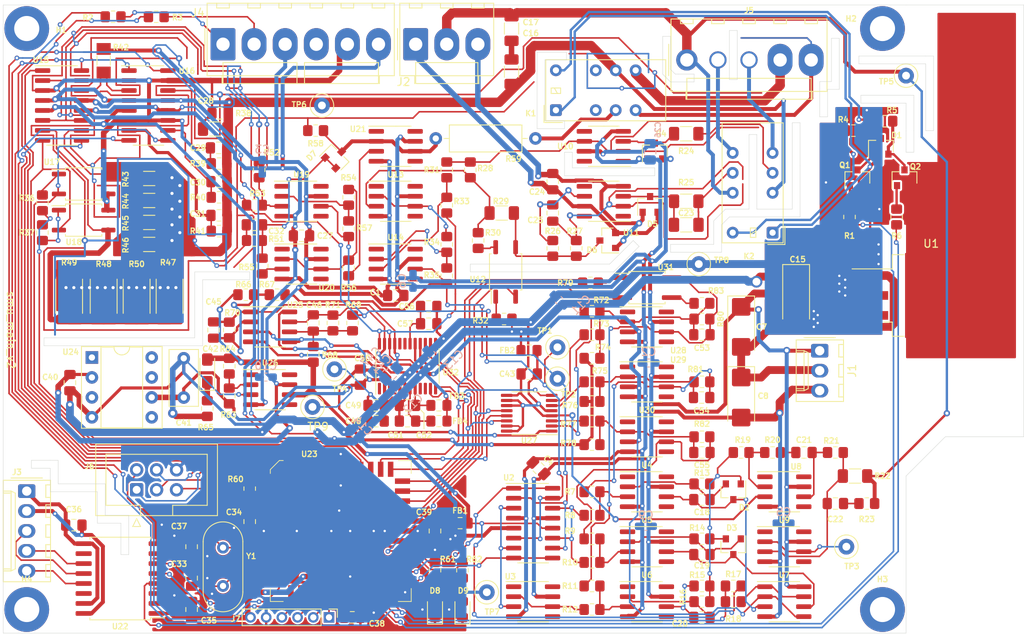
<source format=kicad_pcb>
(kicad_pcb (version 20171130) (host pcbnew 5.1.10-88a1d61d58~88~ubuntu18.04.1)
  (layers (0 F.Cu signal) (31 B.Cu signal) (34 B.Paste user hide) (35 F.Paste user hide) (36 B.SilkS user hide) (37 F.SilkS user) (38 B.Mask user hide) (39 F.Mask user) (44 Edge.Cuts user))
  (net 0 "")
  (net 1 /smu_ctrl/FDACN)
  (net 2 /smu_ctrl/CL+)
  (net 3 /smu_ctrl/CL-)
  (net 4 /smu_ivmeas/SEN-)
  (net 5 "Net-(C18-Pad2)")
  (net 6 "Net-(C19-Pad2)")
  (net 7 "Net-(C22-Pad1)")
  (net 8 "Net-(C23-Pad1)")
  (net 9 15VO+)
  (net 10 15VO-)
  (net 11 "Net-(D6-Pad3)")
  (net 12 /RE_ON)
  (net 13 /RE_REM)
  (net 14 +5V)
  (net 15 "Net-(K1-Pad10)")
  (net 16 /smu_ivmeas/GRD_OUT)
  (net 17 "Net-(K1-Pad3)")
  (net 18 /smu_ivmeas/SEN+)
  (net 19 "Net-(Q1-Pad1)")
  (net 20 "Net-(Q2-Pad1)")
  (net 21 /smu_ctrl/VREF-)
  (net 22 "Net-(R54-Pad2)")
  (net 23 "Net-(R55-Pad2)")
  (net 24 /smu_ctrl/REMOTE)
  (net 25 /smu_ctrl/OUT_ON)
  (net 26 /smu_ctrl/FDACLO)
  (net 27 "Net-(U2-Pad3)")
  (net 28 /smu_ctrl/MOSI)
  (net 29 /smu_ctrl/CS_DAC)
  (net 30 /smu_ctrl/SCK)
  (net 31 /smu_ctrl/MISO)
  (net 32 "Net-(U8-Pad8)")
  (net 33 "Net-(U8-Pad5)")
  (net 34 "Net-(U8-Pad1)")
  (net 35 "Net-(U9-Pad8)")
  (net 36 "Net-(U9-Pad5)")
  (net 37 "Net-(U9-Pad1)")
  (net 38 /smu_ctrl/CS_ADC)
  (net 39 "Net-(U10-Pad1)")
  (net 40 /smu_ctrl/VMODE)
  (net 41 /smu_ctrl/IMODE)
  (net 42 "Net-(U14-Pad8)")
  (net 43 "Net-(U14-Pad5)")
  (net 44 "Net-(U14-Pad1)")
  (net 45 "Net-(U19-Pad8)")
  (net 46 "Net-(U19-Pad5)")
  (net 47 "Net-(U19-Pad1)")
  (net 48 "Net-(U20-Pad8)")
  (net 49 "Net-(U20-Pad5)")
  (net 50 "Net-(U20-Pad1)")
  (net 51 /smu_ctrl/VRANGEL)
  (net 52 /smu_ctrl/I1A)
  (net 53 /smu_ctrl/I100MA)
  (net 54 /smu_ctrl/I10MA)
  (net 55 /smu_ivmeas/LA10MA)
  (net 56 /smu_ctrl/I1MA)
  (net 57 /smu_ctrl/I100UA)
  (net 58 /smu_ctrl/I10UA)
  (net 59 "Net-(U30-Pad8)")
  (net 60 "Net-(U30-Pad5)")
  (net 61 "Net-(U30-Pad1)")
  (net 62 T_OUT)
  (net 63 T_GUARD)
  (net 64 T_SENL)
  (net 65 T_SENH)
  (net 66 +5VD)
  (net 67 /smu_ctrl/CLAMP)
  (net 68 /smu_ctrl/I_VCC)
  (net 69 /smu_ctrl/I_GND)
  (net 70 /smu_ctrl/I_CLAMP)
  (net 71 /smu_ctrl/I_RX)
  (net 72 /smu_ctrl/I_TX)
  (net 73 /smu_ctrl/P_RST)
  (net 74 /smu_ctrl/P_MOSI)
  (net 75 /smu_ctrl/P_SCK)
  (net 76 /smu_ctrl/P_MISO)
  (net 77 /smu_ctrl/LED)
  (net 78 /smu_ctrl/COM_RX)
  (net 79 /smu_ctrl/COM_TX)
  (net 80 GND)
  (net 81 +15V)
  (net 82 -15V)
  (net 83 HVG)
  (net 84 "Net-(J7-Pad4)")
  (net 85 "Net-(J7-Pad3)")
  (net 86 "Net-(J7-Pad2)")
  (net 87 "Net-(J7-Pad1)")
  (net 88 /smu_ctrl/VLDAC)
  (net 89 /IOUT)
  (net 90 /AMP)
  (net 91 /VM)
  (net 92 /IM)
  (net 93 "Net-(C18-Pad1)")
  (net 94 "Net-(C19-Pad1)")
  (net 95 "Net-(C20-Pad1)")
  (net 96 "Net-(C25-Pad2)")
  (net 97 "Net-(C29-Pad2)")
  (net 98 "Net-(C30-Pad2)")
  (net 99 "Net-(C31-Pad2)")
  (net 100 "Net-(C32-Pad2)")
  (net 101 "Net-(C37-Pad1)")
  (net 102 "Net-(R18-Pad2)")
  (net 103 "Net-(R36-Pad2)")
  (net 104 "Net-(R52-Pad2)")
  (net 105 "Net-(R52-Pad1)")
  (net 106 "Net-(U4-Pad8)")
  (net 107 "Net-(U4-Pad5)")
  (net 108 "Net-(U4-Pad1)")
  (net 109 "Net-(U5-Pad8)")
  (net 110 "Net-(U5-Pad5)")
  (net 111 "Net-(U5-Pad1)")
  (net 112 "Net-(U10-Pad8)")
  (net 113 "Net-(U10-Pad5)")
  (net 114 "Net-(U21-Pad8)")
  (net 115 "Net-(U21-Pad5)")
  (net 116 "Net-(U21-Pad1)")
  (net 117 "Net-(U24-Pad8)")
  (net 118 "Net-(U24-Pad5)")
  (net 119 "Net-(U24-Pad1)")
  (net 120 "Net-(U32-Pad1)")
  (net 121 /smu_ivmeas/GRD_INT)
  (net 122 "Net-(D1-Pad2)")
  (net 123 "Net-(D1-Pad1)")
  (net 124 "Net-(R77-Pad2)")
  (net 125 "Net-(R83-Pad2)")
  (net 126 /VREF+)
  (net 127 /smu_ctrl/PA_CTRL_A)
  (net 128 /smu_ctrl/PA_CTRL_B)
  (net 129 "Net-(C16-Pad2)")
  (net 130 "Net-(C20-Pad2)")
  (net 131 "Net-(C21-Pad2)")
  (net 132 "Net-(C21-Pad1)")
  (net 133 "Net-(C22-Pad2)")
  (net 134 "Net-(C25-Pad1)")
  (net 135 "Net-(C33-Pad1)")
  (net 136 "Net-(C42-Pad1)")
  (net 137 "Net-(C44-Pad1)")
  (net 138 "Net-(C45-Pad2)")
  (net 139 "Net-(C46-Pad2)")
  (net 140 "Net-(C46-Pad1)")
  (net 141 "Net-(C48-Pad1)")
  (net 142 "Net-(C51-Pad1)")
  (net 143 "Net-(C52-Pad1)")
  (net 144 "Net-(C53-Pad2)")
  (net 145 "Net-(C54-Pad2)")
  (net 146 "Net-(C55-Pad2)")
  (net 147 "Net-(C56-Pad1)")
  (net 148 "Net-(D2-Pad1)")
  (net 149 "Net-(D4-Pad3)")
  (net 150 "Net-(D7-Pad3)")
  (net 151 "Net-(D8-Pad2)")
  (net 152 "Net-(D9-Pad2)")
  (net 153 "Net-(J4-Pad2)")
  (net 154 "Net-(J4-Pad1)")
  (net 155 "Net-(R7-Pad1)")
  (net 156 "Net-(R10-Pad2)")
  (net 157 "Net-(R10-Pad1)")
  (net 158 "Net-(R11-Pad1)")
  (net 159 "Net-(R12-Pad2)")
  (net 160 "Net-(R19-Pad1)")
  (net 161 "Net-(R28-Pad2)")
  (net 162 "Net-(R28-Pad1)")
  (net 163 "Net-(R30-Pad1)")
  (net 164 "Net-(R31-Pad2)")
  (net 165 "Net-(R32-Pad2)")
  (net 166 "Net-(R34-Pad2)")
  (net 167 "Net-(R34-Pad1)")
  (net 168 "Net-(R37-Pad2)")
  (net 169 "Net-(R42-Pad2)")
  (net 170 "Net-(R43-Pad2)")
  (net 171 "Net-(R47-Pad2)")
  (net 172 "Net-(R54-Pad1)")
  (net 173 "Net-(R56-Pad2)")
  (net 174 "Net-(R63-Pad1)")
  (net 175 "Net-(R72-Pad2)")
  (net 176 "Net-(R73-Pad2)")
  (net 177 "Net-(R75-Pad2)")
  (net 178 "Net-(R79-Pad1)")
  (net 179 "Net-(U3-Pad8)")
  (net 180 "Net-(U3-Pad5)")
  (net 181 "Net-(U3-Pad1)")
  (net 182 "Net-(U6-Pad8)")
  (net 183 "Net-(U6-Pad5)")
  (net 184 "Net-(U6-Pad1)")
  (net 185 "Net-(U11-Pad8)")
  (net 186 "Net-(U11-Pad5)")
  (net 187 "Net-(U11-Pad1)")
  (net 188 "Net-(U13-Pad8)")
  (net 189 "Net-(U13-Pad5)")
  (net 190 "Net-(U13-Pad1)")
  (net 191 "Net-(U22-Pad14)")
  (net 192 "Net-(U22-Pad10)")
  (net 193 "Net-(U22-Pad7)")
  (net 194 "Net-(U22-Pad3)")
  (net 195 "Net-(U23-Pad25)")
  (net 196 "Net-(U24-Pad7)")
  (net 197 "Net-(U24-Pad3)")
  (net 198 "Net-(U26-Pad8)")
  (net 199 "Net-(U26-Pad5)")
  (net 200 "Net-(U26-Pad1)")
  (net 201 "Net-(U28-Pad8)")
  (net 202 "Net-(U28-Pad5)")
  (net 203 "Net-(U28-Pad1)")
  (net 204 "Net-(U29-Pad8)")
  (net 205 "Net-(U29-Pad5)")
  (net 206 "Net-(U29-Pad1)")
  (net 207 "Net-(U32-Pad20)")
  (net 208 "Net-(U32-Pad19)")
  (net 209 "Net-(U32-Pad15)")
  (net 210 "Net-(U32-Pad10)")
  (net 211 "Net-(U32-Pad9)")
  (net 212 "Net-(U32-Pad4)")
  (module Connector_Molex:Molex_KK-396_A-41791-0005_1x05_P3.96mm_Vertical (layer F.Cu) (at 87.08 7)
    (fp_text reference J5 (at 7.92 -6.31) (layer F.SilkS) (effects (font (size 0.7 0.7))))
    (fp_text value Conn_01x05_Male)
    (pad 5 thru_hole oval (at 15.84 0) (size 3.16 4.1) (drill 1.7) (layers *.Cu *.Mask) (net 63 T_GUARD))
    (pad 4 thru_hole oval (at 11.88 0) (size 3.16 4.1) (drill 1.7) (layers *.Cu *.Mask) (net 62 T_OUT))
    (pad 3 thru_hole circle (at 7.92 0) (size 2.2 2.2) (drill 1.7) (layers *.Cu *.Mask) (net 65 T_SENH))
    (pad 2 thru_hole circle (at 3.96 0) (size 2.2 2.2) (drill 1.7) (layers *.Cu *.Mask) (net 64 T_SENL))
    (pad 1 thru_hole circle (at 0 0) (size 2.7 2.7) (drill 1.7) (layers *.Cu *.Mask) (net 83 HVG))
  )
  (module Package_SO:SOIC-16W_7.5x10.3mm_P1.27mm (layer F.Cu) (at 14.9 73.055 180)
    (fp_text reference U22 (at 0 -6.1) (layer F.SilkS) (effects (font (size 0.7 0.7))))
    (fp_text value ISO7341C)
    (pad 16 smd roundrect (at 4.65 -4.445 180) (size 2.05 0.6) (layers F.Cu F.Paste F.Mask) (net 68 /smu_ctrl/I_VCC))
    (pad 15 smd roundrect (at 4.65 -3.175 180) (size 2.05 0.6) (layers F.Cu F.Paste F.Mask) (net 69 /smu_ctrl/I_GND))
    (pad 14 smd roundrect (at 4.65 -1.905 180) (size 2.05 0.6) (layers F.Cu F.Paste F.Mask) (net 191 "Net-(U22-Pad14)"))
    (pad 13 smd roundrect (at 4.65 -0.635 180) (size 2.05 0.6) (layers F.Cu F.Paste F.Mask) (net 70 /smu_ctrl/I_CLAMP))
    (pad 12 smd roundrect (at 4.65 0.635 180) (size 2.05 0.6) (layers F.Cu F.Paste F.Mask) (net 71 /smu_ctrl/I_RX))
    (pad 11 smd roundrect (at 4.65 1.905 180) (size 2.05 0.6) (layers F.Cu F.Paste F.Mask) (net 72 /smu_ctrl/I_TX))
    (pad 10 smd roundrect (at 4.65 3.175 180) (size 2.05 0.6) (layers F.Cu F.Paste F.Mask) (net 192 "Net-(U22-Pad10)"))
    (pad 9 smd roundrect (at 4.65 4.445 180) (size 2.05 0.6) (layers F.Cu F.Paste F.Mask) (net 69 /smu_ctrl/I_GND))
    (pad 8 smd roundrect (at -4.65 4.445 180) (size 2.05 0.6) (layers F.Cu F.Paste F.Mask) (net 80 GND))
    (pad 7 smd roundrect (at -4.65 3.175 180) (size 2.05 0.6) (layers F.Cu F.Paste F.Mask) (net 193 "Net-(U22-Pad7)"))
    (pad 6 smd roundrect (at -4.65 1.905 180) (size 2.05 0.6) (layers F.Cu F.Paste F.Mask) (net 78 /smu_ctrl/COM_RX))
    (pad 5 smd roundrect (at -4.65 0.635 180) (size 2.05 0.6) (layers F.Cu F.Paste F.Mask) (net 79 /smu_ctrl/COM_TX))
    (pad 4 smd roundrect (at -4.65 -0.635 180) (size 2.05 0.6) (layers F.Cu F.Paste F.Mask) (net 67 /smu_ctrl/CLAMP))
    (pad 3 smd roundrect (at -4.65 -1.905 180) (size 2.05 0.6) (layers F.Cu F.Paste F.Mask) (net 194 "Net-(U22-Pad3)"))
    (pad 2 smd roundrect (at -4.65 -3.175 180) (size 2.05 0.6) (layers F.Cu F.Paste F.Mask) (net 80 GND))
    (pad 1 smd roundrect (at -4.65 -4.445 180) (size 2.05 0.6) (layers F.Cu F.Paste F.Mask) (net 66 +5VD))
  )
  (module Package_SO:SO-4_4.4x3.9mm_P2.54mm (layer F.Cu) (at 82 36)
    (fp_text reference U31 (at 2.4 -2.6) (layer F.SilkS) (effects (font (size 0.7 0.7))))
    (fp_text value CPC1018N)
    (pad 4 smd roundrect (at 3.15 -1.27) (size 2.5 0.6) (layers F.Cu F.Paste F.Mask) (net 1 /smu_ctrl/FDACN))
    (pad 3 smd roundrect (at 3.15 1.27) (size 2.5 0.6) (layers F.Cu F.Paste F.Mask) (net 125 "Net-(R83-Pad2)"))
    (pad 2 smd roundrect (at -3.15 1.27) (size 2.5 0.6) (layers F.Cu F.Paste F.Mask) (net 80 GND))
    (pad 1 smd roundrect (at -3.15 -1.27) (size 2.5 0.6) (layers F.Cu F.Paste F.Mask) (net 178 "Net-(R79-Pad1)"))
  )
  (module TestPoint:TestPoint_Loop_D1.80mm_Drill1.0mm_Beaded (layer F.Cu) (at 39.4 51.2)
    (fp_text reference TP9 (at 0.7 2.5) (layer F.SilkS))
    (fp_text value TestPoint)
    (pad 1 thru_hole circle (at 0 0) (size 2 2) (drill 1) (layers *.Cu *.Mask) (net 126 /VREF+))
  )
  (module Package_SO:SO-4_4.4x3.9mm_P2.54mm (layer F.Cu) (at 10.25 22.8)
    (fp_text reference U17 (at -4.05 -2.8) (layer F.SilkS) (effects (font (size 0.7 0.7))))
    (fp_text value AQY221R)
    (pad 4 smd roundrect (at 3.15 -1.27) (size 1.8 0.6) (layers F.Cu F.Paste F.Mask) (net 170 "Net-(R43-Pad2)"))
    (pad 3 smd roundrect (at 3.15 1.27) (size 1.8 0.6) (layers F.Cu F.Paste F.Mask) (net 80 GND))
    (pad 2 smd roundrect (at -3.15 1.27) (size 1.8 0.6) (layers F.Cu F.Paste F.Mask) (net 53 /smu_ctrl/I100MA))
    (pad 1 smd roundrect (at -3.15 -1.27) (size 1.8 0.6) (layers F.Cu F.Paste F.Mask) (net 103 "Net-(R36-Pad2)"))
  )
  (module Resistor_SMD:R_0805_2012Metric_Pad1.20x1.40mm_HandSolder (layer F.Cu) (at 14 1.5 180)
    (fp_text reference R2 (at 3.2 -0.1) (layer F.SilkS) (effects (font (size 0.7 0.7))))
    (fp_text value 2k2)
    (pad 2 smd roundrect (at 1 0 180) (size 1.2 1.4) (layers F.Cu F.Paste F.Mask) (roundrect_rratio 0.2083325) (net 128 /smu_ctrl/PA_CTRL_B))
    (pad 1 smd roundrect (at -1 0 180) (size 1.2 1.4) (layers F.Cu F.Paste F.Mask) (roundrect_rratio 0.2083325) (net 154 "Net-(J4-Pad1)"))
  )
  (module Connector_Molex:Molex_KK-396_A-41791-0006_1x06_P3.96mm_Vertical (layer F.Cu) (at 28 5)
    (fp_text reference J4 (at -3.2 -4) (layer F.SilkS))
    (fp_text value Conn_01x06_Male)
    (pad 6 thru_hole oval (at 19.8 0) (size 3.16 4.1) (drill 1.7) (layers *.Cu *.Mask) (net 82 -15V))
    (pad 5 thru_hole oval (at 15.84 0) (size 3.16 4.1) (drill 1.7) (layers *.Cu *.Mask) (net 80 GND))
    (pad 4 thru_hole oval (at 11.88 0) (size 3.16 4.1) (drill 1.7) (layers *.Cu *.Mask) (net 90 /AMP))
    (pad 3 thru_hole oval (at 7.92 0) (size 3.16 4.1) (drill 1.7) (layers *.Cu *.Mask) (net 81 +15V))
    (pad 2 thru_hole oval (at 3.96 0) (size 3.16 4.1) (drill 1.7) (layers *.Cu *.Mask) (net 153 "Net-(J4-Pad2)"))
    (pad 1 thru_hole roundrect (at 0 0) (size 3.16 4.1) (drill 1.7) (layers *.Cu *.Mask) (roundrect_rratio 0.07911392405063292) (net 154 "Net-(J4-Pad1)"))
  )
  (module Resistor_SMD:R_1206_3216Metric_Pad1.30x1.75mm_HandSolder (layer F.Cu) (at 18.6 30.5 180)
    (fp_text reference R46 (at 3 -0.1 90) (layer F.SilkS) (effects (font (size 0.7 0.7))))
    (fp_text value 78R)
    (pad 2 smd roundrect (at 1.55 0 180) (size 1.3 1.75) (layers F.Cu F.Paste F.Mask) (roundrect_rratio 0.1923069230769231) (net 170 "Net-(R43-Pad2)"))
    (pad 1 smd roundrect (at -1.55 0 180) (size 1.3 1.75) (layers F.Cu F.Paste F.Mask) (roundrect_rratio 0.1923069230769231) (net 89 /IOUT))
  )
  (module Resistor_SMD:R_1206_3216Metric_Pad1.30x1.75mm_HandSolder (layer F.Cu) (at 18.6 27.7 180)
    (fp_text reference R45 (at 3 -0.1 90) (layer F.SilkS) (effects (font (size 0.7 0.7))))
    (fp_text value 78R)
    (pad 2 smd roundrect (at 1.55 0 180) (size 1.3 1.75) (layers F.Cu F.Paste F.Mask) (roundrect_rratio 0.1923069230769231) (net 170 "Net-(R43-Pad2)"))
    (pad 1 smd roundrect (at -1.55 0 180) (size 1.3 1.75) (layers F.Cu F.Paste F.Mask) (roundrect_rratio 0.1923069230769231) (net 89 /IOUT))
  )
  (module Resistor_SMD:R_1206_3216Metric_Pad1.30x1.75mm_HandSolder (layer F.Cu) (at 18.6 24.9 180)
    (fp_text reference R44 (at 3 -0.1 90) (layer F.SilkS) (effects (font (size 0.7 0.7))))
    (fp_text value 78R)
    (pad 2 smd roundrect (at 1.55 0 180) (size 1.3 1.75) (layers F.Cu F.Paste F.Mask) (roundrect_rratio 0.1923069230769231) (net 170 "Net-(R43-Pad2)"))
    (pad 1 smd roundrect (at -1.55 0 180) (size 1.3 1.75) (layers F.Cu F.Paste F.Mask) (roundrect_rratio 0.1923069230769231) (net 89 /IOUT))
  )
  (module Resistor_SMD:R_1206_3216Metric_Pad1.30x1.75mm_HandSolder (layer F.Cu) (at 18.6 22.1 180)
    (fp_text reference R43 (at 3 -0.1 90) (layer F.SilkS) (effects (font (size 0.7 0.7))))
    (fp_text value 78R)
    (pad 2 smd roundrect (at 1.55 0 180) (size 1.3 1.75) (layers F.Cu F.Paste F.Mask) (roundrect_rratio 0.1923069230769231) (net 170 "Net-(R43-Pad2)"))
    (pad 1 smd roundrect (at -1.55 0 180) (size 1.3 1.75) (layers F.Cu F.Paste F.Mask) (roundrect_rratio 0.1923069230769231) (net 89 /IOUT))
  )
  (module Resistor_SMD:R_2512_6332Metric (layer F.Cu) (at 17 37.1 270)
    (fp_text reference R50 (at -4.1 0 180) (layer F.SilkS) (effects (font (size 0.7 0.7))))
    (fp_text value 4R70)
    (pad 2 smd roundrect (at 2.9625 0 270) (size 1.225 3.35) (layers F.Cu F.Paste F.Mask) (roundrect_rratio 0.2040808163265306) (net 171 "Net-(R47-Pad2)"))
    (pad 1 smd roundrect (at -2.9625 0 270) (size 1.225 3.35) (layers F.Cu F.Paste F.Mask) (roundrect_rratio 0.2040808163265306) (net 89 /IOUT))
  )
  (module Resistor_SMD:R_2512_6332Metric (layer F.Cu) (at 8.4 37.1 270)
    (fp_text reference R49 (at -4.3 0 180) (layer F.SilkS) (effects (font (size 0.7 0.7))))
    (fp_text value 4R70)
    (pad 2 smd roundrect (at 2.9625 0 270) (size 1.225 3.35) (layers F.Cu F.Paste F.Mask) (roundrect_rratio 0.2040808163265306) (net 171 "Net-(R47-Pad2)"))
    (pad 1 smd roundrect (at -2.9625 0 270) (size 1.225 3.35) (layers F.Cu F.Paste F.Mask) (roundrect_rratio 0.2040808163265306) (net 89 /IOUT))
  )
  (module Resistor_SMD:R_2512_6332Metric (layer F.Cu) (at 12.8 37.1 270)
    (fp_text reference R48 (at -4.1 0 180) (layer F.SilkS) (effects (font (size 0.7 0.7))))
    (fp_text value 4R70)
    (pad 2 smd roundrect (at 2.9625 0 270) (size 1.225 3.35) (layers F.Cu F.Paste F.Mask) (roundrect_rratio 0.2040808163265306) (net 171 "Net-(R47-Pad2)"))
    (pad 1 smd roundrect (at -2.9625 0 270) (size 1.225 3.35) (layers F.Cu F.Paste F.Mask) (roundrect_rratio 0.2040808163265306) (net 89 /IOUT))
  )
  (module Package_TO_SOT_SMD:TO-263-3_TabPin2 (layer F.Cu) (at 116.2 37)
    (fp_text reference U1 (at 2 -6.6) (layer F.SilkS))
    (fp_text value uA7805)
    (pad 2 smd rect (at 3.375 0) (size 9.4 10.8) (layers F.Cu F.Mask) (net 80 GND))
    (pad 3 smd rect (at -5.775 2.54) (size 4.6 1.1) (layers F.Cu F.Paste F.Mask) (net 14 +5V))
    (pad 2 smd rect (at -5.775 0) (size 4.6 1.1) (layers F.Cu F.Paste F.Mask) (net 80 GND))
    (pad 1 smd rect (at -5.775 -2.54) (size 4.6 1.1) (layers F.Cu F.Paste F.Mask) (net 81 +15V))
  )
  (module Resistor_SMD:R_0805_2012Metric_Pad1.20x1.40mm_HandSolder (layer F.Cu) (at 26 51.4 90)
    (fp_text reference R65 (at -2.4 -0.2 180) (layer F.SilkS) (effects (font (size 0.7 0.7))))
    (fp_text value 2R2)
    (pad 2 smd roundrect (at 1 0 90) (size 1.2 1.4) (layers F.Cu F.Paste F.Mask) (roundrect_rratio 0.2083325) (net 136 "Net-(C42-Pad1)"))
    (pad 1 smd roundrect (at -1 0 90) (size 1.2 1.4) (layers F.Cu F.Paste F.Mask) (roundrect_rratio 0.2083325) (net 80 GND))
  )
  (module Resistor_SMD:R_0805_2012Metric_Pad1.20x1.40mm_HandSolder (layer F.Cu) (at 75 39 180)
    (fp_text reference R72 (at -1.2 1.4) (layer F.SilkS) (effects (font (size 0.7 0.7))))
    (fp_text value 1M6)
    (pad 2 smd roundrect (at 1 0 180) (size 1.2 1.4) (layers F.Cu F.Paste F.Mask) (roundrect_rratio 0.2083325) (net 175 "Net-(R72-Pad2)"))
    (pad 1 smd roundrect (at -1 0 180) (size 1.2 1.4) (layers F.Cu F.Paste F.Mask) (roundrect_rratio 0.2083325) (net 144 "Net-(C53-Pad2)"))
  )
  (module Resistor_SMD:R_0805_2012Metric_Pad1.20x1.40mm_HandSolder (layer F.Cu) (at 19.5 1.5 180)
    (fp_text reference R3 (at -2.7 -0.1) (layer F.SilkS) (effects (font (size 0.7 0.7))))
    (fp_text value 2k2)
    (pad 2 smd roundrect (at 1 0 180) (size 1.2 1.4) (layers F.Cu F.Paste F.Mask) (roundrect_rratio 0.2083325) (net 127 /smu_ctrl/PA_CTRL_A))
    (pad 1 smd roundrect (at -1 0 180) (size 1.2 1.4) (layers F.Cu F.Paste F.Mask) (roundrect_rratio 0.2083325) (net 153 "Net-(J4-Pad2)"))
  )
  (module Resistor_SMD:R_MiniMELF_MMA-0204 (layer F.Cu) (at 12.8 7.1 270)
    (fp_text reference R42 (at -1.7 -2.2 180) (layer F.SilkS) (effects (font (size 0.7 0.7))))
    (fp_text value 200R00)
    (pad 2 smd rect (at 1.5 0 270) (size 1.5 1.8) (layers F.Cu F.Paste F.Mask) (net 169 "Net-(R42-Pad2)"))
    (pad 1 smd rect (at -1.5 0 270) (size 1.5 1.8) (layers F.Cu F.Paste F.Mask) (net 89 /IOUT))
  )
  (module Resistor_SMD:R_2512_6332Metric (layer F.Cu) (at 21.2 37.1 270)
    (fp_text reference R47 (at -4.3 0.2 180) (layer F.SilkS) (effects (font (size 0.7 0.7))))
    (fp_text value 4R70)
    (pad 2 smd roundrect (at 2.9625 0 270) (size 1.225 3.35) (layers F.Cu F.Paste F.Mask) (roundrect_rratio 0.2040808163265306) (net 171 "Net-(R47-Pad2)"))
    (pad 1 smd roundrect (at -2.9625 0 270) (size 1.225 3.35) (layers F.Cu F.Paste F.Mask) (roundrect_rratio 0.2040808163265306) (net 89 /IOUT))
  )
  (module Resistor_SMD:R_0805_2012Metric_Pad1.20x1.40mm_HandSolder (layer F.Cu) (at 112.3 14.8)
    (fp_text reference R5 (at 0.9 -1.4) (layer F.SilkS) (effects (font (size 0.7 0.7))))
    (fp_text value 33R)
    (pad 2 smd roundrect (at 1 0) (size 1.2 1.4) (layers F.Cu F.Paste F.Mask) (roundrect_rratio 0.2083325) (net 122 "Net-(D1-Pad2)"))
    (pad 1 smd roundrect (at -1 0) (size 1.2 1.4) (layers F.Cu F.Paste F.Mask) (roundrect_rratio 0.2083325) (net 12 /RE_ON))
  )
  (module Resistor_SMD:R_0805_2012Metric_Pad1.20x1.40mm_HandSolder (layer F.Cu) (at 108.3 16 180)
    (fp_text reference R4 (at 1.3 1.4) (layer F.SilkS) (effects (font (size 0.7 0.7))))
    (fp_text value 33R)
    (pad 2 smd roundrect (at 1 0 180) (size 1.2 1.4) (layers F.Cu F.Paste F.Mask) (roundrect_rratio 0.2083325) (net 13 /RE_REM))
    (pad 1 smd roundrect (at -1 0 180) (size 1.2 1.4) (layers F.Cu F.Paste F.Mask) (roundrect_rratio 0.2083325) (net 123 "Net-(D1-Pad1)"))
  )
  (module Resistor_SMD:R_1206_3216Metric_Pad1.30x1.75mm_HandSolder (layer F.Cu) (at 27 15.8 180)
    (fp_text reference R38 (at -3.6 2) (layer F.SilkS) (effects (font (size 0.7 0.7))))
    (fp_text value 2M00)
    (pad 2 smd roundrect (at 1.55 0 180) (size 1.3 1.75) (layers F.Cu F.Paste F.Mask) (roundrect_rratio 0.1923069230769231) (net 80 GND))
    (pad 1 smd roundrect (at -1.55 0 180) (size 1.3 1.75) (layers F.Cu F.Paste F.Mask) (roundrect_rratio 0.1923069230769231) (net 89 /IOUT))
  )
  (module Capacitor_SMD:C_0805_2012Metric_Pad1.18x1.45mm_HandSolder (layer B.Cu) (at 48.00988 45.99012 225)
    (fp_text reference C47 (at 0 1.68 45) (layer B.SilkS) (effects (justify mirror)))
    (fp_text value 1n)
    (pad 2 smd roundrect (at 1.0375 0 225) (size 1.175 1.45) (layers B.Cu B.Paste B.Mask) (roundrect_rratio 0.2127659574468085) (net 80 GND))
    (pad 1 smd roundrect (at -1.0375 0 225) (size 1.175 1.45) (layers B.Cu B.Paste B.Mask) (roundrect_rratio 0.2127659574468085) (net 140 "Net-(C46-Pad1)"))
  )
  (module Capacitor_SMD:C_0805_2012Metric_Pad1.18x1.45mm_HandSolder (layer B.Cu) (at 49.4 46.966377 225)
    (fp_text reference C44 (at 0 1.68 45) (layer B.SilkS) (effects (justify mirror)))
    (fp_text value 1n)
    (pad 2 smd roundrect (at 1.0375 0 225) (size 1.175 1.45) (layers B.Cu B.Paste B.Mask) (roundrect_rratio 0.2127659574468085) (net 80 GND))
    (pad 1 smd roundrect (at -1.0375 0 225) (size 1.175 1.45) (layers B.Cu B.Paste B.Mask) (roundrect_rratio 0.2127659574468085) (net 137 "Net-(C44-Pad1)"))
  )
  (module Capacitor_SMD:C_0805_2012Metric_Pad1.18x1.45mm_HandSolder (layer F.Cu) (at 45.5 47.4 270)
    (fp_text reference C50 (at -2.4 -0.25 180) (layer F.SilkS) (effects (font (size 0.7 0.7))))
    (fp_text value 100n)
    (pad 2 smd roundrect (at 1.0375 0 270) (size 1.175 1.45) (layers F.Cu F.Paste F.Mask) (roundrect_rratio 0.2127659574468085) (net 80 GND))
    (pad 1 smd roundrect (at -1.0375 0 270) (size 1.175 1.45) (layers F.Cu F.Paste F.Mask) (roundrect_rratio 0.2127659574468085) (net 126 /VREF+))
  )
  (module Capacitor_Tantalum_SMD:CP_EIA-3216-18_Kemet-A_Pad1.58x1.35mm_HandSolder (layer F.Cu) (at 26 46.6 90)
    (fp_text reference C42 (at 2.8 0.4 180) (layer F.SilkS) (effects (font (size 0.7 0.7))))
    (fp_text value 4u7)
    (pad 2 smd roundrect (at 1.4375 0 90) (size 1.575 1.35) (layers F.Cu F.Paste F.Mask) (roundrect_rratio 0.1851844444444445) (net 21 /smu_ctrl/VREF-))
    (pad 1 smd roundrect (at -1.4375 0 90) (size 1.575 1.35) (layers F.Cu F.Paste F.Mask) (roundrect_rratio 0.1851844444444445) (net 136 "Net-(C42-Pad1)"))
  )
  (module Resistor_SMD:R_1206_3216Metric_Pad1.30x1.75mm_HandSolder (layer F.Cu) (at 87 16.4)
    (fp_text reference R24 (at 0 2.2) (layer F.SilkS) (effects (font (size 0.7 0.7))))
    (fp_text value 4k7)
    (pad 2 smd roundrect (at 1.55 0) (size 1.3 1.75) (layers F.Cu F.Paste F.Mask) (roundrect_rratio 0.1923069230769231) (net 18 /smu_ivmeas/SEN+))
    (pad 1 smd roundrect (at -1.55 0) (size 1.3 1.75) (layers F.Cu F.Paste F.Mask) (roundrect_rratio 0.1923069230769231) (net 149 "Net-(D4-Pad3)"))
  )
  (module Resistor_SMD:R_1206_3216Metric_Pad1.30x1.75mm_HandSolder (layer F.Cu) (at 63.5 26.5 180)
    (fp_text reference R29 (at 0.1 1.5) (layer F.SilkS) (effects (font (size 0.7 0.7))))
    (fp_text value 300k00)
    (pad 2 smd roundrect (at 1.55 0 180) (size 1.3 1.75) (layers F.Cu F.Paste F.Mask) (roundrect_rratio 0.1923069230769231) (net 162 "Net-(R28-Pad1)"))
    (pad 1 smd roundrect (at -1.55 0 180) (size 1.3 1.75) (layers F.Cu F.Paste F.Mask) (roundrect_rratio 0.1923069230769231) (net 11 "Net-(D6-Pad3)"))
  )
  (module Capacitor_SMD:C_0805_2012Metric_Pad1.18x1.45mm_HandSolder (layer F.Cu) (at 106 63.5 180)
    (fp_text reference C22 (at 0 -2) (layer F.SilkS) (effects (font (size 0.7 0.7))))
    (fp_text value 150p)
    (pad 2 smd roundrect (at 1.0375 0 180) (size 1.175 1.45) (layers F.Cu F.Paste F.Mask) (roundrect_rratio 0.2127659574468085) (net 133 "Net-(C22-Pad2)"))
    (pad 1 smd roundrect (at -1.0375 0 180) (size 1.175 1.45) (layers F.Cu F.Paste F.Mask) (roundrect_rratio 0.2127659574468085) (net 7 "Net-(C22-Pad1)"))
  )
  (module Resistor_SMD:R_0805_2012Metric_Pad1.20x1.40mm_HandSolder (layer F.Cu) (at 106 57 180)
    (fp_text reference R21 (at 0.5 1.5) (layer F.SilkS) (effects (font (size 0.7 0.7))))
    (fp_text value 10k1)
    (pad 2 smd roundrect (at 1 0 180) (size 1.2 1.4) (layers F.Cu F.Paste F.Mask) (roundrect_rratio 0.2083325) (net 132 "Net-(C21-Pad1)"))
    (pad 1 smd roundrect (at -1 0 180) (size 1.2 1.4) (layers F.Cu F.Paste F.Mask) (roundrect_rratio 0.2083325) (net 133 "Net-(C22-Pad2)"))
  )
  (module Resistor_SMD:R_1206_3216Metric_Pad1.30x1.75mm_HandSolder (layer F.Cu) (at 87 25)
    (fp_text reference R25 (at 0 -2.4) (layer F.SilkS) (effects (font (size 0.7 0.7))))
    (fp_text value 10k1)
    (pad 2 smd roundrect (at 1.55 0) (size 1.3 1.75) (layers F.Cu F.Paste F.Mask) (roundrect_rratio 0.1923069230769231) (net 4 /smu_ivmeas/SEN-))
    (pad 1 smd roundrect (at -1.55 0) (size 1.3 1.75) (layers F.Cu F.Paste F.Mask) (roundrect_rratio 0.1923069230769231) (net 8 "Net-(C23-Pad1)"))
  )
  (module Resistor_SMD:R_1206_3216Metric_Pad1.30x1.75mm_HandSolder (layer F.Cu) (at 108.5 60 180)
    (fp_text reference R22 (at -3.5 0) (layer F.SilkS) (effects (font (size 0.7 0.7))))
    (fp_text value 200k)
    (pad 2 smd roundrect (at 1.55 0 180) (size 1.3 1.75) (layers F.Cu F.Paste F.Mask) (roundrect_rratio 0.1923069230769231) (net 133 "Net-(C22-Pad2)"))
    (pad 1 smd roundrect (at -1.55 0 180) (size 1.3 1.75) (layers F.Cu F.Paste F.Mask) (roundrect_rratio 0.1923069230769231) (net 83 HVG))
  )
  (module Capacitor_SMD:C_0603_1608Metric_Pad1.08x0.95mm_HandSolder (layer B.Cu) (at 33.4625 47.4 180)
    (fp_text reference C10 (at 0 1.43) (layer B.SilkS) (effects (justify mirror)))
    (fp_text value 100n)
    (pad 2 smd roundrect (at 0.8625 0 180) (size 1.075 0.95) (layers B.Cu B.Paste B.Mask) (net 82 -15V))
    (pad 1 smd roundrect (at -0.8625 0 180) (size 1.075 0.95) (layers B.Cu B.Paste B.Mask) (net 81 +15V))
  )
  (module Capacitor_SMD:C_0603_1608Metric_Pad1.08x0.95mm_HandSolder (layer B.Cu) (at 52.2 35.1375 270)
    (fp_text reference C6 (at 0 1.43 90) (layer B.SilkS) (effects (justify mirror)))
    (fp_text value 100n)
    (pad 2 smd roundrect (at 0.8625 0 270) (size 1.075 0.95) (layers B.Cu B.Paste B.Mask) (net 82 -15V))
    (pad 1 smd roundrect (at -0.8625 0 270) (size 1.075 0.95) (layers B.Cu B.Paste B.Mask) (net 81 +15V))
  )
  (module Capacitor_Tantalum_SMD:CP_EIA-6032-28_Kemet-C_Pad2.25x2.35mm_HandSolder (layer F.Cu) (at 101 37 270)
    (fp_text reference C15 (at -4.6 -0.2 180) (layer F.SilkS) (effects (font (size 0.7 0.7))))
    (fp_text value 22u)
    (pad 2 smd roundrect (at 2.55 0 270) (size 2.25 2.35) (layers F.Cu F.Paste F.Mask) (roundrect_rratio 0.1111106666666667) (net 80 GND))
    (pad 1 smd roundrect (at -2.55 0 270) (size 2.25 2.35) (layers F.Cu F.Paste F.Mask) (roundrect_rratio 0.1111106666666667) (net 14 +5V))
  )
  (module Connector_Molex:Molex_KK-396_A-41791-0003_1x03_P3.96mm_Vertical (layer F.Cu) (at 52.54 5)
    (fp_text reference J2 (at -1.54 4.8) (layer F.SilkS))
    (fp_text value Conn_01x03_Male)
    (pad 3 thru_hole oval (at 7.92 0) (size 3.16 4.1) (drill 1.7) (layers *.Cu *.Mask) (net 10 15VO-))
    (pad 2 thru_hole oval (at 3.96 0) (size 3.16 4.1) (drill 1.7) (layers *.Cu *.Mask) (net 83 HVG))
    (pad 1 thru_hole roundrect (at 0 0) (size 3.16 4.1) (drill 1.7) (layers *.Cu *.Mask) (roundrect_rratio 0.07911392405063292) (net 9 15VO+))
  )
  (module Connector_Molex:Molex_KK-254_AE-6410-03A_1x03_P2.54mm_Vertical (layer F.Cu) (at 104 44.04 270)
    (fp_text reference J1 (at 2.54 -4.12 90) (layer F.SilkS))
    (fp_text value Conn_01x03_Male)
    (pad 3 thru_hole oval (at 5.08 0 270) (size 1.74 2.19) (drill 1.19) (layers *.Cu *.Mask) (net 82 -15V))
    (pad 2 thru_hole oval (at 2.54 0 270) (size 1.74 2.19) (drill 1.19) (layers *.Cu *.Mask) (net 80 GND))
    (pad 1 thru_hole roundrect (at 0 0 270) (size 1.74 2.19) (drill 1.19) (layers *.Cu *.Mask) (roundrect_rratio 0.1436775862068966) (net 81 +15V))
  )
  (module Resistor_SMD:R_0805_2012Metric_Pad1.20x1.40mm_HandSolder (layer F.Cu) (at 39.8 16 180)
    (fp_text reference R58 (at 0 -1.65) (layer F.SilkS) (effects (font (size 0.7 0.7))))
    (fp_text value 1k)
    (pad 2 smd roundrect (at 1 0 180) (size 1.2 1.4) (layers F.Cu F.Paste F.Mask) (roundrect_rratio 0.2083325) (net 121 /smu_ivmeas/GRD_INT))
    (pad 1 smd roundrect (at -1 0 180) (size 1.2 1.4) (layers F.Cu F.Paste F.Mask) (roundrect_rratio 0.2083325) (net 150 "Net-(D7-Pad3)"))
  )
  (module Capacitor_SMD:C_0603_1608Metric_Pad1.08x0.95mm_HandSolder (layer B.Cu) (at 33 20.6 270)
    (fp_text reference C3 (at -2.2 0 180) (layer B.SilkS) (effects (justify mirror)))
    (fp_text value 100n)
    (pad 2 smd roundrect (at 0.8625 0 270) (size 1.075 0.95) (layers B.Cu B.Paste B.Mask) (net 82 -15V))
    (pad 1 smd roundrect (at -0.8625 0 270) (size 1.075 0.95) (layers B.Cu B.Paste B.Mask) (net 81 +15V))
  )
  (module Package_DIP:DIP-8_W7.62mm_Socket (layer F.Cu) (at 11.3 44.9)
    (fp_text reference U24 (at -2.7 -0.7) (layer F.SilkS) (effects (font (size 0.7 0.7))))
    (fp_text value MAX6225)
    (pad 8 thru_hole oval (at 7.62 0) (size 1.6 1.6) (drill 0.8) (layers *.Cu *.Mask) (net 117 "Net-(U24-Pad8)"))
    (pad 4 thru_hole oval (at 0 7.62) (size 1.6 1.6) (drill 0.8) (layers *.Cu *.Mask) (net 80 GND))
    (pad 7 thru_hole oval (at 7.62 2.54) (size 1.6 1.6) (drill 0.8) (layers *.Cu *.Mask) (net 196 "Net-(U24-Pad7)"))
    (pad 3 thru_hole oval (at 0 5.08) (size 1.6 1.6) (drill 0.8) (layers *.Cu *.Mask) (net 197 "Net-(U24-Pad3)"))
    (pad 6 thru_hole oval (at 7.62 5.08) (size 1.6 1.6) (drill 0.8) (layers *.Cu *.Mask) (net 126 /VREF+))
    (pad 2 thru_hole oval (at 0 2.54) (size 1.6 1.6) (drill 0.8) (layers *.Cu *.Mask) (net 81 +15V))
    (pad 5 thru_hole oval (at 7.62 7.62) (size 1.6 1.6) (drill 0.8) (layers *.Cu *.Mask) (net 118 "Net-(U24-Pad5)"))
    (pad 1 thru_hole rect (at 0 0) (size 1.6 1.6) (drill 0.8) (layers *.Cu *.Mask) (net 119 "Net-(U24-Pad1)"))
  )
  (module Capacitor_SMD:C_0603_1608Metric_Pad1.08x0.95mm_HandSolder (layer B.Cu) (at 44.80988 54.60988 135)
    (fp_text reference C14 (at 0 1.43 135) (layer B.SilkS) (effects (justify mirror)))
    (fp_text value 100n)
    (pad 2 smd roundrect (at 0.8625 0 135) (size 1.075 0.95) (layers B.Cu B.Paste B.Mask) (net 80 GND))
    (pad 1 smd roundrect (at -0.8625 0 135) (size 1.075 0.95) (layers B.Cu B.Paste B.Mask) (net 14 +5V))
  )
  (module Capacitor_SMD:C_0603_1608Metric_Pad1.08x0.95mm_HandSolder (layer B.Cu) (at 50.4 49 135)
    (fp_text reference C12 (at -2.545584 0 225) (layer B.SilkS) (effects (justify mirror)))
    (fp_text value 100n)
    (pad 2 smd roundrect (at 0.8625 0 135) (size 1.075 0.95) (layers B.Cu B.Paste B.Mask) (net 80 GND))
    (pad 1 smd roundrect (at -0.8625 0 135) (size 1.075 0.95) (layers B.Cu B.Paste B.Mask) (net 14 +5V))
  )
  (module Capacitor_SMD:C_0603_1608Metric_Pad1.08x0.95mm_HandSolder (layer B.Cu) (at 54.6 44.6 135)
    (fp_text reference C13 (at -2.404163 1.555635 225) (layer B.SilkS) (effects (justify mirror)))
    (fp_text value 100n)
    (pad 2 smd roundrect (at 0.8625 0 135) (size 1.075 0.95) (layers B.Cu B.Paste B.Mask) (net 80 GND))
    (pad 1 smd roundrect (at -0.8625 0 135) (size 1.075 0.95) (layers B.Cu B.Paste B.Mask) (net 14 +5V))
  )
  (module Capacitor_SMD:C_0603_1608Metric_Pad1.08x0.95mm_HandSolder (layer B.Cu) (at 70.8 37.6 135)
    (fp_text reference C11 (at -2.404163 1.555635 225) (layer B.SilkS) (effects (justify mirror)))
    (fp_text value 100n)
    (pad 2 smd roundrect (at 0.8625 0 135) (size 1.075 0.95) (layers B.Cu B.Paste B.Mask) (net 80 GND))
    (pad 1 smd roundrect (at -0.8625 0 135) (size 1.075 0.95) (layers B.Cu B.Paste B.Mask) (net 14 +5V))
  )
  (module Capacitor_SMD:C_0603_1608Metric_Pad1.08x0.95mm_HandSolder (layer B.Cu) (at 81.8625 66.4 180)
    (fp_text reference C9 (at 0 1.43) (layer B.SilkS) (effects (justify mirror)))
    (fp_text value 100n)
    (pad 2 smd roundrect (at 0.8625 0 180) (size 1.075 0.95) (layers B.Cu B.Paste B.Mask) (net 82 -15V))
    (pad 1 smd roundrect (at -0.8625 0 180) (size 1.075 0.95) (layers B.Cu B.Paste B.Mask) (net 81 +15V))
  )
  (module Capacitor_SMD:C_0603_1608Metric_Pad1.08x0.95mm_HandSolder (layer B.Cu) (at 99.4 66 180)
    (fp_text reference C5 (at 0 1.43) (layer B.SilkS) (effects (justify mirror)))
    (fp_text value 100n)
    (pad 2 smd roundrect (at 0.8625 0 180) (size 1.075 0.95) (layers B.Cu B.Paste B.Mask) (net 82 -15V))
    (pad 1 smd roundrect (at -0.8625 0 180) (size 1.075 0.95) (layers B.Cu B.Paste B.Mask) (net 81 +15V))
  )
  (module Capacitor_SMD:C_0603_1608Metric_Pad1.08x0.95mm_HandSolder (layer B.Cu) (at 82.2 45.6 180)
    (fp_text reference C2 (at 0 1.43) (layer B.SilkS) (effects (justify mirror)))
    (fp_text value 100n)
    (pad 2 smd roundrect (at 0.8625 0 180) (size 1.075 0.95) (layers B.Cu B.Paste B.Mask) (net 82 -15V))
    (pad 1 smd roundrect (at -0.8625 0 180) (size 1.075 0.95) (layers B.Cu B.Paste B.Mask) (net 81 +15V))
  )
  (module Capacitor_SMD:C_0805_2012Metric_Pad1.18x1.45mm_HandSolder (layer F.Cu) (at 38 29.4)
    (fp_text reference C27 (at 3 0) (layer F.SilkS) (effects (font (size 0.7 0.7))))
    (fp_text value 100n)
    (pad 2 smd roundrect (at 1.0375 0) (size 1.175 1.45) (layers F.Cu F.Paste F.Mask) (roundrect_rratio 0.2127659574468085) (net 81 +15V))
    (pad 1 smd roundrect (at -1.0375 0) (size 1.175 1.45) (layers F.Cu F.Paste F.Mask) (roundrect_rratio 0.2127659574468085) (net 82 -15V))
  )
  (module Capacitor_SMD:C_0805_2012Metric_Pad1.18x1.45mm_HandSolder (layer B.Cu) (at 82.4 18.7 90)
    (fp_text reference C26 (at 2.8 1 90) (layer B.SilkS) (effects (font (size 0.7 0.7)) (justify mirror)))
    (fp_text value 100n)
    (pad 2 smd roundrect (at 1.0375 0 90) (size 1.175 1.45) (layers B.Cu B.Paste B.Mask) (roundrect_rratio 0.2127659574468085) (net 81 +15V))
    (pad 1 smd roundrect (at -1.0375 0 90) (size 1.175 1.45) (layers B.Cu B.Paste B.Mask) (roundrect_rratio 0.2127659574468085) (net 82 -15V))
  )
  (module Crystal:Crystal_HC49-4H_Vertical (layer F.Cu) (at 28 74 90)
    (fp_text reference Y1 (at 3.8 3.6 180) (layer F.SilkS) (effects (font (size 0.7 0.7))))
    (fp_text value Crystal)
    (pad 2 thru_hole circle (at 4.88 0 90) (size 1.5 1.5) (drill 0.8) (layers *.Cu *.Mask) (net 101 "Net-(C37-Pad1)"))
    (pad 1 thru_hole circle (at 0 0 90) (size 1.5 1.5) (drill 0.8) (layers *.Cu *.Mask) (net 135 "Net-(C33-Pad1)"))
  )
  (module TestPoint:TestPoint_Loop_D1.80mm_Drill1.0mm_Beaded (layer F.Cu) (at 88.6 33)
    (fp_text reference TP8 (at 2.9 -0.5) (layer F.SilkS) (effects (font (size 0.7 0.7))))
    (fp_text value TestPoint)
    (pad 1 thru_hole circle (at 0 0) (size 2 2) (drill 1) (layers *.Cu *.Mask) (net 80 GND))
  )
  (module TestPoint:TestPoint_Loop_D1.80mm_Drill1.0mm_Beaded (layer F.Cu) (at 61.6 74.8)
    (fp_text reference TP7 (at 0.7 2.5) (layer F.SilkS) (effects (font (size 0.7 0.7))))
    (fp_text value TestPoint)
    (pad 1 thru_hole circle (at 0 0) (size 2 2) (drill 1) (layers *.Cu *.Mask) (net 80 GND))
  )
  (module TestPoint:TestPoint_Loop_D1.80mm_Drill1.0mm_Beaded (layer F.Cu) (at 40.6 12.8)
    (fp_text reference TP6 (at -2.9 -0.1) (layer F.SilkS) (effects (font (size 0.7 0.7))))
    (fp_text value TestPoint)
    (pad 1 thru_hole circle (at 0 0) (size 2 2) (drill 1) (layers *.Cu *.Mask) (net 89 /IOUT))
  )
  (module TestPoint:TestPoint_Loop_D1.80mm_Drill1.0mm_Beaded (layer F.Cu) (at 115 9)
    (fp_text reference TP5 (at -2.5 0.75) (layer F.SilkS) (effects (font (size 0.7 0.7))))
    (fp_text value TestPoint)
    (pad 1 thru_hole circle (at 0 0) (size 2 2) (drill 1) (layers *.Cu *.Mask) (net 83 HVG))
  )
  (module TestPoint:TestPoint_Loop_D1.80mm_Drill1.0mm_Beaded (layer F.Cu) (at 42.2 46.4)
    (fp_text reference TP4 (at 0.7 2.5) (layer F.SilkS) (effects (font (size 0.7 0.7))))
    (fp_text value TestPoint)
    (pad 1 thru_hole circle (at 0 0) (size 2 2) (drill 1) (layers *.Cu *.Mask) (net 80 GND))
  )
  (module TestPoint:TestPoint_Loop_D1.80mm_Drill1.0mm_Beaded (layer F.Cu) (at 70.6 47.6)
    (fp_text reference TP2 (at 1.4 2) (layer F.SilkS) (effects (font (size 0.7 0.7))))
    (fp_text value TestPoint)
    (pad 1 thru_hole circle (at 0 0) (size 2 2) (drill 1) (layers *.Cu *.Mask) (net 91 /VM))
  )
  (module TestPoint:TestPoint_Loop_D1.80mm_Drill1.0mm_Beaded (layer F.Cu) (at 70.6 43.6)
    (fp_text reference TP1 (at -1.6 -2.1) (layer F.SilkS) (effects (font (size 0.7 0.7))))
    (fp_text value TestPoint)
    (pad 1 thru_hole circle (at 0 0) (size 2 2) (drill 1) (layers *.Cu *.Mask) (net 92 /IM))
  )
  (module TestPoint:TestPoint_Loop_D1.80mm_Drill1.0mm_Beaded (layer F.Cu) (at 107.4 69)
    (fp_text reference TP3 (at 0.7 2.5) (layer F.SilkS) (effects (font (size 0.7 0.7))))
    (fp_text value TestPoint)
    (pad 1 thru_hole circle (at 0 0) (size 2 2) (drill 1) (layers *.Cu *.Mask) (net 90 /AMP))
  )
  (module Capacitor_SMD:C_0805_2012Metric_Pad1.18x1.45mm_HandSolder (layer F.Cu) (at 8.5 48.1 270)
    (fp_text reference C40 (at -0.7 2.5 180) (layer F.SilkS) (effects (font (size 0.7 0.7))))
    (fp_text value 100n)
    (pad 2 smd roundrect (at 1.0375 0 270) (size 1.175 1.45) (layers F.Cu F.Paste F.Mask) (roundrect_rratio 0.2127659574468085) (net 80 GND))
    (pad 1 smd roundrect (at -1.0375 0 270) (size 1.175 1.45) (layers F.Cu F.Paste F.Mask) (roundrect_rratio 0.2127659574468085) (net 81 +15V))
  )
  (module Resistor_SMD:R_0805_2012Metric_Pad1.20x1.40mm_HandSolder (layer F.Cu) (at 28.8 41.4 90)
    (fp_text reference R70 (at 2.2 0.4 180) (layer F.SilkS) (effects (font (size 0.7 0.7))))
    (fp_text value 10k00)
    (pad 2 smd roundrect (at 1 0 90) (size 1.2 1.4) (layers F.Cu F.Paste F.Mask) (roundrect_rratio 0.2083325) (net 137 "Net-(C44-Pad1)"))
    (pad 1 smd roundrect (at -1 0 90) (size 1.2 1.4) (layers F.Cu F.Paste F.Mask) (roundrect_rratio 0.2083325) (net 138 "Net-(C45-Pad2)"))
  )
  (module Connector_PinHeader_2.00mm:PinHeader_1x06_P2.00mm_Vertical (layer F.Cu) (at 41.5 78 270)
    (fp_text reference J7 (at 0.2 11.9 180) (layer F.SilkS) (effects (font (size 0.7 0.7))))
    (fp_text value Conn_01x06_Male)
    (pad 6 thru_hole oval (at 0 10 270) (size 1.35 1.35) (drill 0.8) (layers *.Cu *.Mask) (net 66 +5VD))
    (pad 5 thru_hole oval (at 0 8 270) (size 1.35 1.35) (drill 0.8) (layers *.Cu *.Mask) (net 80 GND))
    (pad 4 thru_hole oval (at 0 6 270) (size 1.35 1.35) (drill 0.8) (layers *.Cu *.Mask) (net 84 "Net-(J7-Pad4)"))
    (pad 3 thru_hole oval (at 0 4 270) (size 1.35 1.35) (drill 0.8) (layers *.Cu *.Mask) (net 85 "Net-(J7-Pad3)"))
    (pad 2 thru_hole oval (at 0 2 270) (size 1.35 1.35) (drill 0.8) (layers *.Cu *.Mask) (net 86 "Net-(J7-Pad2)"))
    (pad 1 thru_hole rect (at 0 0 270) (size 1.35 1.35) (drill 0.8) (layers *.Cu *.Mask) (net 87 "Net-(J7-Pad1)"))
  )
  (module LED_SMD:LED_0805_2012Metric_Pad1.15x1.40mm_HandSolder (layer F.Cu) (at 55 77 90)
    (fp_text reference D8 (at 2.4 0 180) (layer F.SilkS) (effects (font (size 0.7 0.7))))
    (fp_text value LED)
    (pad 2 smd roundrect (at 1.025 0 90) (size 1.15 1.4) (layers F.Cu F.Paste F.Mask) (roundrect_rratio 0.2173904347826087) (net 151 "Net-(D8-Pad2)"))
    (pad 1 smd roundrect (at -1.025 0 90) (size 1.15 1.4) (layers F.Cu F.Paste F.Mask) (roundrect_rratio 0.2173904347826087) (net 80 GND))
  )
  (module LED_SMD:LED_0805_2012Metric_Pad1.15x1.40mm_HandSolder (layer F.Cu) (at 58.5 77 90)
    (fp_text reference D9 (at 2.4 0.1 180) (layer F.SilkS) (effects (font (size 0.7 0.7))))
    (fp_text value LED)
    (pad 2 smd roundrect (at 1.025 0 90) (size 1.15 1.4) (layers F.Cu F.Paste F.Mask) (roundrect_rratio 0.2173904347826087) (net 152 "Net-(D9-Pad2)"))
    (pad 1 smd roundrect (at -1.025 0 90) (size 1.15 1.4) (layers F.Cu F.Paste F.Mask) (roundrect_rratio 0.2173904347826087) (net 80 GND))
  )
  (module Package_SO:SOIC-8_3.9x4.9mm_P1.27mm (layer F.Cu) (at 34 41)
    (fp_text reference U25 (at 3.2 -2.8) (layer F.SilkS) (effects (font (size 0.7 0.7))))
    (fp_text value OPA2333)
    (pad 8 smd roundrect (at 2.475 -1.905) (size 1.95 0.6) (layers F.Cu F.Paste F.Mask) (net 14 +5V))
    (pad 7 smd roundrect (at 2.475 -0.635) (size 1.95 0.6) (layers F.Cu F.Paste F.Mask) (net 140 "Net-(C46-Pad1)"))
    (pad 6 smd roundrect (at 2.475 0.635) (size 1.95 0.6) (layers F.Cu F.Paste F.Mask) (net 139 "Net-(C46-Pad2)"))
    (pad 5 smd roundrect (at 2.475 1.905) (size 1.95 0.6) (layers F.Cu F.Paste F.Mask) (net 80 GND))
    (pad 4 smd roundrect (at -2.475 1.905) (size 1.95 0.6) (layers F.Cu F.Paste F.Mask) (net 80 GND))
    (pad 3 smd roundrect (at -2.475 0.635) (size 1.95 0.6) (layers F.Cu F.Paste F.Mask) (net 80 GND))
    (pad 2 smd roundrect (at -2.475 -0.635) (size 1.95 0.6) (layers F.Cu F.Paste F.Mask) (net 138 "Net-(C45-Pad2)"))
    (pad 1 smd roundrect (at -2.475 -1.905) (size 1.95 0.6) (layers F.Cu F.Paste F.Mask) (net 137 "Net-(C44-Pad1)"))
  )
  (module Capacitor_SMD:C_0805_2012Metric_Pad1.18x1.45mm_HandSolder (layer F.Cu) (at 68.2 59 135)
    (fp_text reference C4 (at -0.2 1.6 135) (layer F.SilkS) (effects (font (size 0.7 0.7))))
    (fp_text value 100n)
    (pad 2 smd roundrect (at 1.0375 0 135) (size 1.175 1.45) (layers F.Cu F.Paste F.Mask) (roundrect_rratio 0.2127659574468085) (net 82 -15V))
    (pad 1 smd roundrect (at -1.0375 0 135) (size 1.175 1.45) (layers F.Cu F.Paste F.Mask) (roundrect_rratio 0.2127659574468085) (net 81 +15V))
  )
  (module Capacitor_SMD:C_0805_2012Metric_Pad1.18x1.45mm_HandSolder (layer F.Cu) (at 50 37 180)
    (fp_text reference C1 (at 2.6 0.4) (layer F.SilkS) (effects (font (size 0.7 0.7))))
    (fp_text value 100n)
    (pad 2 smd roundrect (at 1.0375 0 180) (size 1.175 1.45) (layers F.Cu F.Paste F.Mask) (roundrect_rratio 0.2127659574468085) (net 82 -15V))
    (pad 1 smd roundrect (at -1.0375 0 180) (size 1.175 1.45) (layers F.Cu F.Paste F.Mask) (roundrect_rratio 0.2127659574468085) (net 81 +15V))
  )
  (module Capacitor_SMD:C_0805_2012Metric_Pad1.18x1.45mm_HandSolder (layer F.Cu) (at 70 22.5 270)
    (fp_text reference C24 (at 1.3 2 180) (layer F.SilkS) (effects (font (size 0.7 0.7))))
    (fp_text value 100n)
    (pad 2 smd roundrect (at 1.0375 0 270) (size 1.175 1.45) (layers F.Cu F.Paste F.Mask) (roundrect_rratio 0.2127659574468085) (net 9 15VO+))
    (pad 1 smd roundrect (at -1.0375 0 270) (size 1.175 1.45) (layers F.Cu F.Paste F.Mask) (roundrect_rratio 0.2127659574468085) (net 10 15VO-))
  )
  (module Capacitor_Tantalum_SMD:CP_EIA-6032-28_Kemet-C_Pad2.25x2.35mm_HandSolder (layer F.Cu) (at 94 41 270)
    (fp_text reference C7 (at 0 -2.6 180) (layer F.SilkS) (effects (font (size 0.7 0.7))))
    (fp_text value 22u)
    (pad 2 smd roundrect (at 2.55 0 270) (size 2.25 2.35) (layers F.Cu F.Paste F.Mask) (roundrect_rratio 0.1111106666666667) (net 80 GND))
    (pad 1 smd roundrect (at -2.55 0 270) (size 2.25 2.35) (layers F.Cu F.Paste F.Mask) (roundrect_rratio 0.1111106666666667) (net 81 +15V))
  )
  (module Capacitor_Tantalum_SMD:CP_EIA-6032-28_Kemet-C_Pad2.25x2.35mm_HandSolder (layer F.Cu) (at 94 50 270)
    (fp_text reference C8 (at -0.2 -2.8 180) (layer F.SilkS) (effects (font (size 0.7 0.7))))
    (fp_text value 22u)
    (pad 2 smd roundrect (at 2.55 0 270) (size 2.25 2.35) (layers F.Cu F.Paste F.Mask) (roundrect_rratio 0.1111106666666667) (net 82 -15V))
    (pad 1 smd roundrect (at -2.55 0 270) (size 2.25 2.35) (layers F.Cu F.Paste F.Mask) (roundrect_rratio 0.1111106666666667) (net 80 GND))
  )
  (module MountingHole:MountingHole_3.2mm_M3_ISO7380_Pad (layer F.Cu) (at 3 77)
    (fp_text reference H4 (at 0 -3.85) (layer F.SilkS) (effects (font (size 0.7 0.7))))
    (fp_text value MountingHole)
    (pad 1 thru_hole circle (at 0 0) (size 5.7 5.7) (drill 3.2) (layers *.Cu *.Mask))
  )
  (module MountingHole:MountingHole_3.2mm_M3_ISO7380_Pad (layer F.Cu) (at 112 77)
    (fp_text reference H3 (at 0 -3.85) (layer F.SilkS) (effects (font (size 0.7 0.7))))
    (fp_text value MountingHole)
    (pad 1 thru_hole circle (at 0 0) (size 5.7 5.7) (drill 3.2) (layers *.Cu *.Mask))
  )
  (module MountingHole:MountingHole_3.2mm_M3_ISO7380_Pad (layer F.Cu) (at 112 3)
    (fp_text reference H2 (at -4 -1.25) (layer F.SilkS) (effects (font (size 0.7 0.7))))
    (fp_text value MountingHole)
    (pad 1 thru_hole circle (at 0 0) (size 5.7 5.7) (drill 3.2) (layers *.Cu *.Mask))
  )
  (module MountingHole:MountingHole_3.2mm_M3_ISO7380_Pad (layer F.Cu) (at 3 3)
    (fp_text reference H1 (at 4.4 0.2) (layer F.SilkS) (effects (font (size 0.7 0.7))))
    (fp_text value MountingHole)
    (pad 1 thru_hole circle (at 0 0) (size 5.7 5.7) (drill 3.2) (layers *.Cu *.Mask))
  )
  (module Capacitor_SMD:C_0805_2012Metric_Pad1.18x1.45mm_HandSolder (layer F.Cu) (at 44.4625 78)
    (fp_text reference C38 (at 3.1375 0.8) (layer F.SilkS) (effects (font (size 0.7 0.7))))
    (fp_text value 100n)
    (pad 2 smd roundrect (at 1.0375 0) (size 1.175 1.45) (layers F.Cu F.Paste F.Mask) (roundrect_rratio 0.2127659574468085) (net 80 GND))
    (pad 1 smd roundrect (at -1.0375 0) (size 1.175 1.45) (layers F.Cu F.Paste F.Mask) (roundrect_rratio 0.2127659574468085) (net 66 +5VD))
  )
  (module Capacitor_SMD:C_0805_2012Metric_Pad1.18x1.45mm_HandSolder (layer F.Cu) (at 9 66.25 180)
    (fp_text reference C36 (at 0 2) (layer F.SilkS) (effects (font (size 0.7 0.7))))
    (fp_text value 100n)
    (pad 2 smd roundrect (at 1.0375 0 180) (size 1.175 1.45) (layers F.Cu F.Paste F.Mask) (roundrect_rratio 0.2127659574468085) (net 69 /smu_ctrl/I_GND))
    (pad 1 smd roundrect (at -1.0375 0 180) (size 1.175 1.45) (layers F.Cu F.Paste F.Mask) (roundrect_rratio 0.2127659574468085) (net 68 /smu_ctrl/I_VCC))
  )
  (module Resistor_SMD:R_0805_2012Metric_Pad1.20x1.40mm_HandSolder (layer F.Cu) (at 55 72 270)
    (fp_text reference R61 (at -1.4 -1.65 180) (layer F.SilkS) (effects (font (size 0.7 0.7))))
    (fp_text value 680R)
    (pad 2 smd roundrect (at 1 0 270) (size 1.2 1.4) (layers F.Cu F.Paste F.Mask) (roundrect_rratio 0.2083325) (net 151 "Net-(D8-Pad2)"))
    (pad 1 smd roundrect (at -1 0 270) (size 1.2 1.4) (layers F.Cu F.Paste F.Mask) (roundrect_rratio 0.2083325) (net 66 +5VD))
  )
  (module Capacitor_SMD:C_0805_2012Metric_Pad1.18x1.45mm_HandSolder (layer F.Cu) (at 24 77 90)
    (fp_text reference C35 (at -1.4 2.2 180) (layer F.SilkS) (effects (font (size 0.7 0.7))))
    (fp_text value 100n)
    (pad 2 smd roundrect (at 1.0375 0 90) (size 1.175 1.45) (layers F.Cu F.Paste F.Mask) (roundrect_rratio 0.2127659574468085) (net 80 GND))
    (pad 1 smd roundrect (at -1.0375 0 90) (size 1.175 1.45) (layers F.Cu F.Paste F.Mask) (roundrect_rratio 0.2127659574468085) (net 66 +5VD))
  )
  (module Capacitor_SMD:C_0805_2012Metric_Pad1.18x1.45mm_HandSolder (layer F.Cu) (at 31.4 65.8 270)
    (fp_text reference C34 (at -1.2 2 180) (layer F.SilkS) (effects (font (size 0.7 0.7))))
    (fp_text value 100n)
    (pad 2 smd roundrect (at 1.0375 0 270) (size 1.175 1.45) (layers F.Cu F.Paste F.Mask) (roundrect_rratio 0.2127659574468085) (net 80 GND))
    (pad 1 smd roundrect (at -1.0375 0 270) (size 1.175 1.45) (layers F.Cu F.Paste F.Mask) (roundrect_rratio 0.2127659574468085) (net 66 +5VD))
  )
  (module Package_LCC:PLCC-44 (layer F.Cu) (at 43 67)
    (fp_text reference U23 (at -4 -9.8) (layer F.SilkS) (effects (font (size 0.7 0.7))))
    (fp_text value ATmega8535-16JU)
    (pad 39 smd rect (at 7.8625 -6.35) (size 1.925 0.7) (layers F.Cu F.Paste F.Mask) (net 28 /smu_ctrl/MOSI))
    (pad 38 smd rect (at 7.8625 -5.08) (size 1.925 0.7) (layers F.Cu F.Paste F.Mask) (net 38 /smu_ctrl/CS_ADC))
    (pad 37 smd rect (at 7.8625 -3.81) (size 1.925 0.7) (layers F.Cu F.Paste F.Mask) (net 30 /smu_ctrl/SCK))
    (pad 36 smd rect (at 7.8625 -2.54) (size 1.925 0.7) (layers F.Cu F.Paste F.Mask) (net 26 /smu_ctrl/FDACLO))
    (pad 35 smd rect (at 7.8625 -1.27) (size 1.925 0.7) (layers F.Cu F.Paste F.Mask) (net 66 +5VD))
    (pad 34 smd rect (at 7.8625 0) (size 1.925 0.7) (layers F.Cu F.Paste F.Mask) (net 80 GND))
    (pad 33 smd rect (at 7.8625 1.27) (size 1.925 0.7) (layers F.Cu F.Paste F.Mask) (net 66 +5VD))
    (pad 32 smd rect (at 7.8625 2.54) (size 1.925 0.7) (layers F.Cu F.Paste F.Mask) (net 51 /smu_ctrl/VRANGEL))
    (pad 31 smd rect (at 7.8625 3.81) (size 1.925 0.7) (layers F.Cu F.Paste F.Mask) (net 77 /smu_ctrl/LED))
    (pad 30 smd rect (at 7.8625 5.08) (size 1.925 0.7) (layers F.Cu F.Paste F.Mask) (net 40 /smu_ctrl/VMODE))
    (pad 29 smd rect (at 7.8625 6.35) (size 1.925 0.7) (layers F.Cu F.Paste F.Mask) (net 41 /smu_ctrl/IMODE))
    (pad 28 smd rect (at 6.35 7.8625) (size 0.7 1.925) (layers F.Cu F.Paste F.Mask) (net 67 /smu_ctrl/CLAMP))
    (pad 27 smd rect (at 5.08 7.8625) (size 0.7 1.925) (layers F.Cu F.Paste F.Mask) (net 24 /smu_ctrl/REMOTE))
    (pad 26 smd rect (at 3.81 7.8625) (size 0.7 1.925) (layers F.Cu F.Paste F.Mask) (net 25 /smu_ctrl/OUT_ON))
    (pad 25 smd rect (at 2.54 7.8625) (size 0.7 1.925) (layers F.Cu F.Paste F.Mask) (net 195 "Net-(U23-Pad25)"))
    (pad 24 smd rect (at 1.27 7.8625) (size 0.7 1.925) (layers F.Cu F.Paste F.Mask) (net 80 GND))
    (pad 23 smd rect (at 0 7.8625) (size 0.7 1.925) (layers F.Cu F.Paste F.Mask) (net 66 +5VD))
    (pad 22 smd rect (at -1.27 7.8625) (size 0.7 1.925) (layers F.Cu F.Paste F.Mask) (net 87 "Net-(J7-Pad1)"))
    (pad 21 smd rect (at -2.54 7.8625) (size 0.7 1.925) (layers F.Cu F.Paste F.Mask) (net 86 "Net-(J7-Pad2)"))
    (pad 20 smd rect (at -3.81 7.8625) (size 0.7 1.925) (layers F.Cu F.Paste F.Mask) (net 85 "Net-(J7-Pad3)"))
    (pad 19 smd rect (at -5.08 7.8625) (size 0.7 1.925) (layers F.Cu F.Paste F.Mask) (net 84 "Net-(J7-Pad4)"))
    (pad 18 smd rect (at -6.35 7.8625) (size 0.7 1.925) (layers F.Cu F.Paste F.Mask) (net 128 /smu_ctrl/PA_CTRL_B))
    (pad 17 smd rect (at -7.8625 6.35) (size 1.925 0.7) (layers F.Cu F.Paste F.Mask) (net 127 /smu_ctrl/PA_CTRL_A))
    (pad 16 smd rect (at -7.8625 5.08) (size 1.925 0.7) (layers F.Cu F.Paste F.Mask) (net 79 /smu_ctrl/COM_TX))
    (pad 15 smd rect (at -7.8625 3.81) (size 1.925 0.7) (layers F.Cu F.Paste F.Mask) (net 78 /smu_ctrl/COM_RX))
    (pad 14 smd rect (at -7.8625 2.54) (size 1.925 0.7) (layers F.Cu F.Paste F.Mask) (net 135 "Net-(C33-Pad1)"))
    (pad 13 smd rect (at -7.8625 1.27) (size 1.925 0.7) (layers F.Cu F.Paste F.Mask) (net 101 "Net-(C37-Pad1)"))
    (pad 12 smd rect (at -7.8625 0) (size 1.925 0.7) (layers F.Cu F.Paste F.Mask) (net 80 GND))
    (pad 11 smd rect (at -7.8625 -1.27) (size 1.925 0.7) (layers F.Cu F.Paste F.Mask) (net 66 +5VD))
    (pad 10 smd rect (at -7.8625 -2.54) (size 1.925 0.7) (layers F.Cu F.Paste F.Mask) (net 73 /smu_ctrl/P_RST))
    (pad 9 smd rect (at -7.8625 -3.81) (size 1.925 0.7) (layers F.Cu F.Paste F.Mask) (net 75 /smu_ctrl/P_SCK))
    (pad 8 smd rect (at -7.8625 -5.08) (size 1.925 0.7) (layers F.Cu F.Paste F.Mask) (net 76 /smu_ctrl/P_MISO))
    (pad 7 smd rect (at -7.8625 -6.35) (size 1.925 0.7) (layers F.Cu F.Paste F.Mask) (net 74 /smu_ctrl/P_MOSI))
    (pad 40 smd rect (at 6.35 -7.8625) (size 0.7 1.925) (layers F.Cu F.Paste F.Mask) (net 31 /smu_ctrl/MISO))
    (pad 41 smd rect (at 5.08 -7.8625) (size 0.7 1.925) (layers F.Cu F.Paste F.Mask) (net 29 /smu_ctrl/CS_DAC))
    (pad 42 smd rect (at 3.81 -7.8625) (size 0.7 1.925) (layers F.Cu F.Paste F.Mask) (net 53 /smu_ctrl/I100MA))
    (pad 43 smd rect (at 2.54 -7.8625) (size 0.7 1.925) (layers F.Cu F.Paste F.Mask) (net 52 /smu_ctrl/I1A))
    (pad 44 smd rect (at 1.27 -7.8625) (size 0.7 1.925) (layers F.Cu F.Paste F.Mask) (net 66 +5VD))
    (pad 6 smd rect (at -6.35 -7.8625) (size 0.7 1.925) (layers F.Cu F.Paste F.Mask) (net 58 /smu_ctrl/I10UA))
    (pad 5 smd rect (at -5.08 -7.8625) (size 0.7 1.925) (layers F.Cu F.Paste F.Mask) (net 57 /smu_ctrl/I100UA))
    (pad 4 smd rect (at -3.81 -7.8625) (size 0.7 1.925) (layers F.Cu F.Paste F.Mask) (net 56 /smu_ctrl/I1MA))
    (pad 3 smd rect (at -2.54 -7.8625) (size 0.7 1.925) (layers F.Cu F.Paste F.Mask) (net 54 /smu_ctrl/I10MA))
    (pad 2 smd rect (at -1.27 -7.8625) (size 0.7 1.925) (layers F.Cu F.Paste F.Mask) (net 55 /smu_ivmeas/LA10MA))
    (pad 1 smd rect (at 0 -7.8625) (size 0.7 1.925) (layers F.Cu F.Paste F.Mask) (net 80 GND))
  )
  (module Connector_IDC:IDC-Header_2x03_P2.54mm_Vertical (layer F.Cu) (at 17 61.75 90)
    (fp_text reference J6 (at 3 -6 180) (layer F.SilkS) (effects (font (size 0.7 0.7))))
    (fp_text value Conn_02x03_Odd_Even)
    (pad 6 thru_hole circle (at 2.54 5.08 90) (size 1.7 1.7) (drill 1) (layers *.Cu *.Mask) (net 80 GND))
    (pad 4 thru_hole circle (at 2.54 2.54 90) (size 1.7 1.7) (drill 1) (layers *.Cu *.Mask) (net 74 /smu_ctrl/P_MOSI))
    (pad 2 thru_hole circle (at 2.54 0 90) (size 1.7 1.7) (drill 1) (layers *.Cu *.Mask) (net 66 +5VD))
    (pad 5 thru_hole circle (at 0 5.08 90) (size 1.7 1.7) (drill 1) (layers *.Cu *.Mask) (net 73 /smu_ctrl/P_RST))
    (pad 3 thru_hole circle (at 0 2.54 90) (size 1.7 1.7) (drill 1) (layers *.Cu *.Mask) (net 75 /smu_ctrl/P_SCK))
    (pad 1 thru_hole roundrect (at 0 0 90) (size 1.7 1.7) (drill 1) (layers *.Cu *.Mask) (roundrect_rratio 0.1470588235294118) (net 76 /smu_ctrl/P_MISO))
  )
  (module Connector_Molex:Molex_KK-254_AE-6410-05A_1x05_P2.54mm_Vertical (layer F.Cu) (at 3 61.92 270)
    (fp_text reference J3 (at -2.42 1.25 180) (layer F.SilkS) (effects (font (size 0.7 0.7))))
    (fp_text value Conn_01x05_Male)
    (pad 5 thru_hole oval (at 10.16 0 270) (size 1.74 2.19) (drill 1.19) (layers *.Cu *.Mask) (net 70 /smu_ctrl/I_CLAMP))
    (pad 4 thru_hole oval (at 7.62 0 270) (size 1.74 2.19) (drill 1.19) (layers *.Cu *.Mask) (net 72 /smu_ctrl/I_TX))
    (pad 3 thru_hole oval (at 5.08 0 270) (size 1.74 2.19) (drill 1.19) (layers *.Cu *.Mask) (net 71 /smu_ctrl/I_RX))
    (pad 2 thru_hole oval (at 2.54 0 270) (size 1.74 2.19) (drill 1.19) (layers *.Cu *.Mask) (net 68 /smu_ctrl/I_VCC))
    (pad 1 thru_hole roundrect (at 0 0 270) (size 1.74 2.19) (drill 1.19) (layers *.Cu *.Mask) (roundrect_rratio 0.1436775862068966) (net 69 /smu_ctrl/I_GND))
  )
  (module Inductor_SMD:L_0805_2012Metric_Pad1.15x1.40mm_HandSolder (layer F.Cu) (at 58.2 66)
    (fp_text reference FB1 (at 0 -1.6) (layer F.SilkS) (effects (font (size 0.7 0.7))))
    (fp_text value Ferrite_Bead_Small)
    (pad 2 smd roundrect (at 1.025 0) (size 1.15 1.4) (layers F.Cu F.Paste F.Mask) (roundrect_rratio 0.2173904347826087) (net 14 +5V))
    (pad 1 smd roundrect (at -1.025 0) (size 1.15 1.4) (layers F.Cu F.Paste F.Mask) (roundrect_rratio 0.2173904347826087) (net 66 +5VD))
  )
  (module Capacitor_SMD:C_0805_2012Metric_Pad1.18x1.45mm_HandSolder (layer F.Cu) (at 55 67 270)
    (fp_text reference C39 (at -2.4 1.4 180) (layer F.SilkS) (effects (font (size 0.7 0.7))))
    (fp_text value 1u)
    (pad 2 smd roundrect (at 1.0375 0 270) (size 1.175 1.45) (layers F.Cu F.Paste F.Mask) (roundrect_rratio 0.2127659574468085) (net 80 GND))
    (pad 1 smd roundrect (at -1.0375 0 270) (size 1.175 1.45) (layers F.Cu F.Paste F.Mask) (roundrect_rratio 0.2127659574468085) (net 66 +5VD))
  )
  (module Resistor_SMD:R_0805_2012Metric_Pad1.20x1.40mm_HandSolder (layer F.Cu) (at 58.5 72 270)
    (fp_text reference R62 (at -1.4 -1.5 180) (layer F.SilkS) (effects (font (size 0.7 0.7))))
    (fp_text value 680R)
    (pad 2 smd roundrect (at 1 0 270) (size 1.2 1.4) (layers F.Cu F.Paste F.Mask) (roundrect_rratio 0.2083325) (net 152 "Net-(D9-Pad2)"))
    (pad 1 smd roundrect (at -1 0 270) (size 1.2 1.4) (layers F.Cu F.Paste F.Mask) (roundrect_rratio 0.2083325) (net 77 /smu_ctrl/LED))
  )
  (module Resistor_SMD:R_0805_2012Metric_Pad1.20x1.40mm_HandSolder (layer F.Cu) (at 31.4 61.6 270)
    (fp_text reference R60 (at -1.2 1.8 180) (layer F.SilkS) (effects (font (size 0.7 0.7))))
    (fp_text value 10k1)
    (pad 2 smd roundrect (at 1 0 270) (size 1.2 1.4) (layers F.Cu F.Paste F.Mask) (roundrect_rratio 0.2083325) (net 66 +5VD))
    (pad 1 smd roundrect (at -1 0 270) (size 1.2 1.4) (layers F.Cu F.Paste F.Mask) (roundrect_rratio 0.2083325) (net 73 /smu_ctrl/P_RST))
  )
  (module Capacitor_SMD:C_0805_2012Metric_Pad1.18x1.45mm_HandSolder (layer F.Cu) (at 24 69 270)
    (fp_text reference C37 (at -2.6 1.6 180) (layer F.SilkS) (effects (font (size 0.7 0.7))))
    (fp_text value 22p)
    (pad 2 smd roundrect (at 1.0375 0 270) (size 1.175 1.45) (layers F.Cu F.Paste F.Mask) (roundrect_rratio 0.2127659574468085) (net 80 GND))
    (pad 1 smd roundrect (at -1.0375 0 270) (size 1.175 1.45) (layers F.Cu F.Paste F.Mask) (roundrect_rratio 0.2127659574468085) (net 101 "Net-(C37-Pad1)"))
  )
  (module Capacitor_SMD:C_0805_2012Metric_Pad1.18x1.45mm_HandSolder (layer F.Cu) (at 24 73 90)
    (fp_text reference C33 (at 1.8 -1.6 180) (layer F.SilkS) (effects (font (size 0.7 0.7))))
    (fp_text value 22p)
    (pad 2 smd roundrect (at 1.0375 0 90) (size 1.175 1.45) (layers F.Cu F.Paste F.Mask) (roundrect_rratio 0.2127659574468085) (net 80 GND))
    (pad 1 smd roundrect (at -1.0375 0 90) (size 1.175 1.45) (layers F.Cu F.Paste F.Mask) (roundrect_rratio 0.2127659574468085) (net 135 "Net-(C33-Pad1)"))
  )
  (module Package_SO:SOIC-8_3.9x4.9mm_P1.27mm (layer F.Cu) (at 99.5 76)
    (fp_text reference U7 (at 0 -3.4) (layer F.SilkS) (effects (font (size 0.7 0.7))))
    (fp_text value LM393)
    (pad 8 smd roundrect (at 2.475 -1.905) (size 1.95 0.6) (layers F.Cu F.Paste F.Mask) (net 81 +15V))
    (pad 7 smd roundrect (at 2.475 -0.635) (size 1.95 0.6) (layers F.Cu F.Paste F.Mask) (net 102 "Net-(R18-Pad2)"))
    (pad 6 smd roundrect (at 2.475 0.635) (size 1.95 0.6) (layers F.Cu F.Paste F.Mask) (net 94 "Net-(C19-Pad1)"))
    (pad 5 smd roundrect (at 2.475 1.905) (size 1.95 0.6) (layers F.Cu F.Paste F.Mask) (net 80 GND))
    (pad 4 smd roundrect (at -2.475 1.905) (size 1.95 0.6) (layers F.Cu F.Paste F.Mask) (net 82 -15V))
    (pad 3 smd roundrect (at -2.475 0.635) (size 1.95 0.6) (layers F.Cu F.Paste F.Mask) (net 93 "Net-(C18-Pad1)"))
    (pad 2 smd roundrect (at -2.475 -0.635) (size 1.95 0.6) (layers F.Cu F.Paste F.Mask) (net 80 GND))
    (pad 1 smd roundrect (at -2.475 -1.905) (size 1.95 0.6) (layers F.Cu F.Paste F.Mask) (net 102 "Net-(R18-Pad2)"))
  )
  (module Package_SO:SOIC-8_3.9x4.9mm_P1.27mm (layer F.Cu) (at 50 18)
    (fp_text reference U21 (at -4.8 -2.2) (layer F.SilkS) (effects (font (size 0.7 0.7))))
    (fp_text value TL071)
    (pad 8 smd roundrect (at 2.475 -1.905) (size 1.95 0.6) (layers F.Cu F.Paste F.Mask) (net 114 "Net-(U21-Pad8)"))
    (pad 7 smd roundrect (at 2.475 -0.635) (size 1.95 0.6) (layers F.Cu F.Paste F.Mask) (net 81 +15V))
    (pad 6 smd roundrect (at 2.475 0.635) (size 1.95 0.6) (layers F.Cu F.Paste F.Mask) (net 150 "Net-(D7-Pad3)"))
    (pad 5 smd roundrect (at 2.475 1.905) (size 1.95 0.6) (layers F.Cu F.Paste F.Mask) (net 115 "Net-(U21-Pad5)"))
    (pad 4 smd roundrect (at -2.475 1.905) (size 1.95 0.6) (layers F.Cu F.Paste F.Mask) (net 82 -15V))
    (pad 3 smd roundrect (at -2.475 0.635) (size 1.95 0.6) (layers F.Cu F.Paste F.Mask) (net 173 "Net-(R56-Pad2)"))
    (pad 2 smd roundrect (at -2.475 -0.635) (size 1.95 0.6) (layers F.Cu F.Paste F.Mask) (net 150 "Net-(D7-Pad3)"))
    (pad 1 smd roundrect (at -2.475 -1.905) (size 1.95 0.6) (layers F.Cu F.Paste F.Mask) (net 116 "Net-(U21-Pad1)"))
  )
  (module Package_SO:SOIC-8_3.9x4.9mm_P1.27mm (layer F.Cu) (at 38 33)
    (fp_text reference U20 (at 3.2 3) (layer F.SilkS) (effects (font (size 0.7 0.7))))
    (fp_text value OPA140)
    (pad 8 smd roundrect (at 2.475 -1.905) (size 1.95 0.6) (layers F.Cu F.Paste F.Mask) (net 48 "Net-(U20-Pad8)"))
    (pad 7 smd roundrect (at 2.475 -0.635) (size 1.95 0.6) (layers F.Cu F.Paste F.Mask) (net 81 +15V))
    (pad 6 smd roundrect (at 2.475 0.635) (size 1.95 0.6) (layers F.Cu F.Paste F.Mask) (net 22 "Net-(R54-Pad2)"))
    (pad 5 smd roundrect (at 2.475 1.905) (size 1.95 0.6) (layers F.Cu F.Paste F.Mask) (net 49 "Net-(U20-Pad5)"))
    (pad 4 smd roundrect (at -2.475 1.905) (size 1.95 0.6) (layers F.Cu F.Paste F.Mask) (net 82 -15V))
    (pad 3 smd roundrect (at -2.475 0.635) (size 1.95 0.6) (layers F.Cu F.Paste F.Mask) (net 23 "Net-(R55-Pad2)"))
    (pad 2 smd roundrect (at -2.475 -0.635) (size 1.95 0.6) (layers F.Cu F.Paste F.Mask) (net 22 "Net-(R54-Pad2)"))
    (pad 1 smd roundrect (at -2.475 -1.905) (size 1.95 0.6) (layers F.Cu F.Paste F.Mask) (net 50 "Net-(U20-Pad1)"))
  )
  (module Package_SO:SOIC-8_3.9x4.9mm_P1.27mm (layer F.Cu) (at 38 25)
    (fp_text reference U19 (at 0 -3.4) (layer F.SilkS) (effects (font (size 0.7 0.7))))
    (fp_text value OPA140)
    (pad 8 smd roundrect (at 2.475 -1.905) (size 1.95 0.6) (layers F.Cu F.Paste F.Mask) (net 45 "Net-(U19-Pad8)"))
    (pad 7 smd roundrect (at 2.475 -0.635) (size 1.95 0.6) (layers F.Cu F.Paste F.Mask) (net 81 +15V))
    (pad 6 smd roundrect (at 2.475 0.635) (size 1.95 0.6) (layers F.Cu F.Paste F.Mask) (net 92 /IM))
    (pad 5 smd roundrect (at 2.475 1.905) (size 1.95 0.6) (layers F.Cu F.Paste F.Mask) (net 46 "Net-(U19-Pad5)"))
    (pad 4 smd roundrect (at -2.475 1.905) (size 1.95 0.6) (layers F.Cu F.Paste F.Mask) (net 82 -15V))
    (pad 3 smd roundrect (at -2.475 0.635) (size 1.95 0.6) (layers F.Cu F.Paste F.Mask) (net 104 "Net-(R52-Pad2)"))
    (pad 2 smd roundrect (at -2.475 -0.635) (size 1.95 0.6) (layers F.Cu F.Paste F.Mask) (net 172 "Net-(R54-Pad1)"))
    (pad 1 smd roundrect (at -2.475 -1.905) (size 1.95 0.6) (layers F.Cu F.Paste F.Mask) (net 47 "Net-(U19-Pad1)"))
  )
  (module Package_SO:SO-4_4.4x3.9mm_P2.54mm (layer F.Cu) (at 10.25 27.4)
    (fp_text reference U18 (at -1.25 2.8) (layer F.SilkS) (effects (font (size 0.7 0.7))))
    (fp_text value DNP)
    (pad 4 smd roundrect (at 3.15 -1.27) (size 1.8 0.6) (layers F.Cu F.Paste F.Mask) (net 80 GND))
    (pad 3 smd roundrect (at 3.15 1.27) (size 1.8 0.6) (layers F.Cu F.Paste F.Mask) (net 171 "Net-(R47-Pad2)"))
    (pad 2 smd roundrect (at -3.15 1.27) (size 1.8 0.6) (layers F.Cu F.Paste F.Mask) (net 52 /smu_ctrl/I1A))
    (pad 1 smd roundrect (at -3.15 -1.27) (size 1.8 0.6) (layers F.Cu F.Paste F.Mask) (net 168 "Net-(R37-Pad2)"))
  )
  (module Package_SO:SOIC-8_3.9x4.9mm_P1.27mm (layer F.Cu) (at 50 33)
    (fp_text reference U14 (at 0 -3.4) (layer F.SilkS) (effects (font (size 0.7 0.7))))
    (fp_text value OPA140)
    (pad 8 smd roundrect (at 2.475 -1.905) (size 1.95 0.6) (layers F.Cu F.Paste F.Mask) (net 42 "Net-(U14-Pad8)"))
    (pad 7 smd roundrect (at 2.475 -0.635) (size 1.95 0.6) (layers F.Cu F.Paste F.Mask) (net 81 +15V))
    (pad 6 smd roundrect (at 2.475 0.635) (size 1.95 0.6) (layers F.Cu F.Paste F.Mask) (net 91 /VM))
    (pad 5 smd roundrect (at 2.475 1.905) (size 1.95 0.6) (layers F.Cu F.Paste F.Mask) (net 43 "Net-(U14-Pad5)"))
    (pad 4 smd roundrect (at -2.475 1.905) (size 1.95 0.6) (layers F.Cu F.Paste F.Mask) (net 82 -15V))
    (pad 3 smd roundrect (at -2.475 0.635) (size 1.95 0.6) (layers F.Cu F.Paste F.Mask) (net 164 "Net-(R31-Pad2)"))
    (pad 2 smd roundrect (at -2.475 -0.635) (size 1.95 0.6) (layers F.Cu F.Paste F.Mask) (net 167 "Net-(R34-Pad1)"))
    (pad 1 smd roundrect (at -2.475 -1.905) (size 1.95 0.6) (layers F.Cu F.Paste F.Mask) (net 44 "Net-(U14-Pad1)"))
  )
  (module Package_SO:SOIC-16_3.9x9.9mm_P1.27mm (layer F.Cu) (at 18.5 12.8)
    (fp_text reference U16 (at 4.9 -4.4) (layer F.SilkS) (effects (font (size 0.7 0.7))))
    (fp_text value DG444)
    (pad 16 smd roundrect (at 2.475 -4.445) (size 1.95 0.6) (layers F.Cu F.Paste F.Mask) (net 58 /smu_ctrl/I10UA))
    (pad 15 smd roundrect (at 2.475 -3.175) (size 1.95 0.6) (layers F.Cu F.Paste F.Mask) (net 80 GND))
    (pad 14 smd roundrect (at 2.475 -1.905) (size 1.95 0.6) (layers F.Cu F.Paste F.Mask) (net 97 "Net-(C29-Pad2)"))
    (pad 13 smd roundrect (at 2.475 -0.635) (size 1.95 0.6) (layers F.Cu F.Paste F.Mask) (net 81 +15V))
    (pad 12 smd roundrect (at 2.475 0.635) (size 1.95 0.6) (layers F.Cu F.Paste F.Mask) (net 14 +5V))
    (pad 11 smd roundrect (at 2.475 1.905) (size 1.95 0.6) (layers F.Cu F.Paste F.Mask) (net 80 GND))
    (pad 10 smd roundrect (at 2.475 3.175) (size 1.95 0.6) (layers F.Cu F.Paste F.Mask) (net 98 "Net-(C30-Pad2)"))
    (pad 9 smd roundrect (at 2.475 4.445) (size 1.95 0.6) (layers F.Cu F.Paste F.Mask) (net 57 /smu_ctrl/I100UA))
    (pad 8 smd roundrect (at -2.475 4.445) (size 1.95 0.6) (layers F.Cu F.Paste F.Mask) (net 56 /smu_ctrl/I1MA))
    (pad 7 smd roundrect (at -2.475 3.175) (size 1.95 0.6) (layers F.Cu F.Paste F.Mask) (net 99 "Net-(C31-Pad2)"))
    (pad 6 smd roundrect (at -2.475 1.905) (size 1.95 0.6) (layers F.Cu F.Paste F.Mask) (net 80 GND))
    (pad 5 smd roundrect (at -2.475 0.635) (size 1.95 0.6) (layers F.Cu F.Paste F.Mask) (net 80 GND))
    (pad 4 smd roundrect (at -2.475 -0.635) (size 1.95 0.6) (layers F.Cu F.Paste F.Mask) (net 82 -15V))
    (pad 3 smd roundrect (at -2.475 -1.905) (size 1.95 0.6) (layers F.Cu F.Paste F.Mask) (net 169 "Net-(R42-Pad2)"))
    (pad 2 smd roundrect (at -2.475 -3.175) (size 1.95 0.6) (layers F.Cu F.Paste F.Mask) (net 80 GND))
    (pad 1 smd roundrect (at -2.475 -4.445) (size 1.95 0.6) (layers F.Cu F.Paste F.Mask) (net 54 /smu_ctrl/I10MA))
  )
  (module Package_SO:SOIC-16_3.9x9.9mm_P1.27mm (layer F.Cu) (at 7.5 12.8)
    (fp_text reference U15 (at -2.7 -5.8) (layer F.SilkS) (effects (font (size 0.7 0.7))))
    (fp_text value DG444)
    (pad 16 smd roundrect (at 2.475 -4.445) (size 1.95 0.6) (layers F.Cu F.Paste F.Mask) (net 54 /smu_ctrl/I10MA))
    (pad 15 smd roundrect (at 2.475 -3.175) (size 1.95 0.6) (layers F.Cu F.Paste F.Mask) (net 105 "Net-(R52-Pad1)"))
    (pad 14 smd roundrect (at 2.475 -1.905) (size 1.95 0.6) (layers F.Cu F.Paste F.Mask) (net 169 "Net-(R42-Pad2)"))
    (pad 13 smd roundrect (at 2.475 -0.635) (size 1.95 0.6) (layers F.Cu F.Paste F.Mask) (net 81 +15V))
    (pad 12 smd roundrect (at 2.475 0.635) (size 1.95 0.6) (layers F.Cu F.Paste F.Mask) (net 14 +5V))
    (pad 11 smd roundrect (at 2.475 1.905) (size 1.95 0.6) (layers F.Cu F.Paste F.Mask) (net 105 "Net-(R52-Pad1)"))
    (pad 10 smd roundrect (at 2.475 3.175) (size 1.95 0.6) (layers F.Cu F.Paste F.Mask) (net 170 "Net-(R43-Pad2)"))
    (pad 9 smd roundrect (at 2.475 4.445) (size 1.95 0.6) (layers F.Cu F.Paste F.Mask) (net 53 /smu_ctrl/I100MA))
    (pad 8 smd roundrect (at -2.475 4.445) (size 1.95 0.6) (layers F.Cu F.Paste F.Mask) (net 52 /smu_ctrl/I1A))
    (pad 7 smd roundrect (at -2.475 3.175) (size 1.95 0.6) (layers F.Cu F.Paste F.Mask) (net 171 "Net-(R47-Pad2)"))
    (pad 6 smd roundrect (at -2.475 1.905) (size 1.95 0.6) (layers F.Cu F.Paste F.Mask) (net 105 "Net-(R52-Pad1)"))
    (pad 5 smd roundrect (at -2.475 0.635) (size 1.95 0.6) (layers F.Cu F.Paste F.Mask) (net 80 GND))
    (pad 4 smd roundrect (at -2.475 -0.635) (size 1.95 0.6) (layers F.Cu F.Paste F.Mask) (net 82 -15V))
    (pad 3 smd roundrect (at -2.475 -1.905) (size 1.95 0.6) (layers F.Cu F.Paste F.Mask) (net 80 GND))
    (pad 2 smd roundrect (at -2.475 -3.175) (size 1.95 0.6) (layers F.Cu F.Paste F.Mask) (net 105 "Net-(R52-Pad1)"))
    (pad 1 smd roundrect (at -2.475 -4.445) (size 1.95 0.6) (layers F.Cu F.Paste F.Mask) (net 55 /smu_ivmeas/LA10MA))
  )
  (module Package_SO:SOIC-8_3.9x4.9mm_P1.27mm (layer F.Cu) (at 50 25)
    (fp_text reference U13 (at 0 -3.4) (layer F.SilkS) (effects (font (size 0.7 0.7))))
    (fp_text value OPA140)
    (pad 8 smd roundrect (at 2.475 -1.905) (size 1.95 0.6) (layers F.Cu F.Paste F.Mask) (net 188 "Net-(U13-Pad8)"))
    (pad 7 smd roundrect (at 2.475 -0.635) (size 1.95 0.6) (layers F.Cu F.Paste F.Mask) (net 81 +15V))
    (pad 6 smd roundrect (at 2.475 0.635) (size 1.95 0.6) (layers F.Cu F.Paste F.Mask) (net 166 "Net-(R34-Pad2)"))
    (pad 5 smd roundrect (at 2.475 1.905) (size 1.95 0.6) (layers F.Cu F.Paste F.Mask) (net 189 "Net-(U13-Pad5)"))
    (pad 4 smd roundrect (at -2.475 1.905) (size 1.95 0.6) (layers F.Cu F.Paste F.Mask) (net 82 -15V))
    (pad 3 smd roundrect (at -2.475 0.635) (size 1.95 0.6) (layers F.Cu F.Paste F.Mask) (net 162 "Net-(R28-Pad1)"))
    (pad 2 smd roundrect (at -2.475 -0.635) (size 1.95 0.6) (layers F.Cu F.Paste F.Mask) (net 166 "Net-(R34-Pad2)"))
    (pad 1 smd roundrect (at -2.475 -1.905) (size 1.95 0.6) (layers F.Cu F.Paste F.Mask) (net 190 "Net-(U13-Pad1)"))
  )
  (module Package_SO:SO-4_4.4x3.9mm_P2.54mm (layer F.Cu) (at 64 34 90)
    (fp_text reference U12 (at -0.95 -3.55 180) (layer F.SilkS) (effects (font (size 0.7 0.7))))
    (fp_text value TLP170D)
    (pad 4 smd roundrect (at 3.15 -1.27 90) (size 1.8 0.6) (layers F.Cu F.Paste F.Mask) (net 163 "Net-(R30-Pad1)"))
    (pad 3 smd roundrect (at 3.15 1.27 90) (size 1.8 0.6) (layers F.Cu F.Paste F.Mask) (net 11 "Net-(D6-Pad3)"))
    (pad 2 smd roundrect (at -3.15 1.27 90) (size 1.8 0.6) (layers F.Cu F.Paste F.Mask) (net 51 /smu_ctrl/VRANGEL))
    (pad 1 smd roundrect (at -3.15 -1.27 90) (size 1.8 0.6) (layers F.Cu F.Paste F.Mask) (net 165 "Net-(R32-Pad2)"))
  )
  (module Package_SO:SOIC-8_3.9x4.9mm_P1.27mm (layer F.Cu) (at 76.5 25 180)
    (fp_text reference U11 (at -3.5 -4) (layer F.SilkS) (effects (font (size 0.7 0.7))))
    (fp_text value OPA140)
    (pad 8 smd roundrect (at 2.475 -1.905 180) (size 1.95 0.6) (layers F.Cu F.Paste F.Mask) (net 185 "Net-(U11-Pad8)"))
    (pad 7 smd roundrect (at 2.475 -0.635 180) (size 1.95 0.6) (layers F.Cu F.Paste F.Mask) (net 9 15VO+))
    (pad 6 smd roundrect (at 2.475 0.635 180) (size 1.95 0.6) (layers F.Cu F.Paste F.Mask) (net 134 "Net-(C25-Pad1)"))
    (pad 5 smd roundrect (at 2.475 1.905 180) (size 1.95 0.6) (layers F.Cu F.Paste F.Mask) (net 186 "Net-(U11-Pad5)"))
    (pad 4 smd roundrect (at -2.475 1.905 180) (size 1.95 0.6) (layers F.Cu F.Paste F.Mask) (net 10 15VO-))
    (pad 3 smd roundrect (at -2.475 0.635 180) (size 1.95 0.6) (layers F.Cu F.Paste F.Mask) (net 8 "Net-(C23-Pad1)"))
    (pad 2 smd roundrect (at -2.475 -0.635 180) (size 1.95 0.6) (layers F.Cu F.Paste F.Mask) (net 96 "Net-(C25-Pad2)"))
    (pad 1 smd roundrect (at -2.475 -1.905 180) (size 1.95 0.6) (layers F.Cu F.Paste F.Mask) (net 187 "Net-(U11-Pad1)"))
  )
  (module Package_SO:SOIC-8_3.9x4.9mm_P1.27mm (layer F.Cu) (at 76.5 18 180)
    (fp_text reference U10 (at 4.9 0) (layer F.SilkS) (effects (font (size 0.7 0.7))))
    (fp_text value OPA140)
    (pad 8 smd roundrect (at 2.475 -1.905 180) (size 1.95 0.6) (layers F.Cu F.Paste F.Mask) (net 112 "Net-(U10-Pad8)"))
    (pad 7 smd roundrect (at 2.475 -0.635 180) (size 1.95 0.6) (layers F.Cu F.Paste F.Mask) (net 81 +15V))
    (pad 6 smd roundrect (at 2.475 0.635 180) (size 1.95 0.6) (layers F.Cu F.Paste F.Mask) (net 161 "Net-(R28-Pad2)"))
    (pad 5 smd roundrect (at 2.475 1.905 180) (size 1.95 0.6) (layers F.Cu F.Paste F.Mask) (net 113 "Net-(U10-Pad5)"))
    (pad 4 smd roundrect (at -2.475 1.905 180) (size 1.95 0.6) (layers F.Cu F.Paste F.Mask) (net 82 -15V))
    (pad 3 smd roundrect (at -2.475 0.635 180) (size 1.95 0.6) (layers F.Cu F.Paste F.Mask) (net 149 "Net-(D4-Pad3)"))
    (pad 2 smd roundrect (at -2.475 -0.635 180) (size 1.95 0.6) (layers F.Cu F.Paste F.Mask) (net 161 "Net-(R28-Pad2)"))
    (pad 1 smd roundrect (at -2.475 -1.905 180) (size 1.95 0.6) (layers F.Cu F.Paste F.Mask) (net 39 "Net-(U10-Pad1)"))
  )
  (module Package_SO:SOIC-8_3.9x4.9mm_P1.27mm (layer F.Cu) (at 99.5 69)
    (fp_text reference U9 (at 0 -3.4) (layer F.SilkS) (effects (font (size 0.7 0.7))))
    (fp_text value OPA140)
    (pad 8 smd roundrect (at 2.475 -1.905) (size 1.95 0.6) (layers F.Cu F.Paste F.Mask) (net 35 "Net-(U9-Pad8)"))
    (pad 7 smd roundrect (at 2.475 -0.635) (size 1.95 0.6) (layers F.Cu F.Paste F.Mask) (net 81 +15V))
    (pad 6 smd roundrect (at 2.475 0.635) (size 1.95 0.6) (layers F.Cu F.Paste F.Mask) (net 90 /AMP))
    (pad 5 smd roundrect (at 2.475 1.905) (size 1.95 0.6) (layers F.Cu F.Paste F.Mask) (net 36 "Net-(U9-Pad5)"))
    (pad 4 smd roundrect (at -2.475 1.905) (size 1.95 0.6) (layers F.Cu F.Paste F.Mask) (net 82 -15V))
    (pad 3 smd roundrect (at -2.475 0.635) (size 1.95 0.6) (layers F.Cu F.Paste F.Mask) (net 133 "Net-(C22-Pad2)"))
    (pad 2 smd roundrect (at -2.475 -0.635) (size 1.95 0.6) (layers F.Cu F.Paste F.Mask) (net 90 /AMP))
    (pad 1 smd roundrect (at -2.475 -1.905) (size 1.95 0.6) (layers F.Cu F.Paste F.Mask) (net 37 "Net-(U9-Pad1)"))
  )
  (module Package_SO:SOIC-8_3.9x4.9mm_P1.27mm (layer F.Cu) (at 99.5 62)
    (fp_text reference U8 (at 1.5 -3.2) (layer F.SilkS) (effects (font (size 0.7 0.7))))
    (fp_text value OPA140)
    (pad 8 smd roundrect (at 2.475 -1.905) (size 1.95 0.6) (layers F.Cu F.Paste F.Mask) (net 32 "Net-(U8-Pad8)"))
    (pad 7 smd roundrect (at 2.475 -0.635) (size 1.95 0.6) (layers F.Cu F.Paste F.Mask) (net 81 +15V))
    (pad 6 smd roundrect (at 2.475 0.635) (size 1.95 0.6) (layers F.Cu F.Paste F.Mask) (net 132 "Net-(C21-Pad1)"))
    (pad 5 smd roundrect (at 2.475 1.905) (size 1.95 0.6) (layers F.Cu F.Paste F.Mask) (net 33 "Net-(U8-Pad5)"))
    (pad 4 smd roundrect (at -2.475 1.905) (size 1.95 0.6) (layers F.Cu F.Paste F.Mask) (net 82 -15V))
    (pad 3 smd roundrect (at -2.475 0.635) (size 1.95 0.6) (layers F.Cu F.Paste F.Mask) (net 80 GND))
    (pad 2 smd roundrect (at -2.475 -0.635) (size 1.95 0.6) (layers F.Cu F.Paste F.Mask) (net 160 "Net-(R19-Pad1)"))
    (pad 1 smd roundrect (at -2.475 -1.905) (size 1.95 0.6) (layers F.Cu F.Paste F.Mask) (net 34 "Net-(U8-Pad1)"))
  )
  (module Package_SO:SOIC-8_3.9x4.9mm_P1.27mm (layer F.Cu) (at 82 76)
    (fp_text reference U6 (at 0 -3.4) (layer F.SilkS) (effects (font (size 0.7 0.7))))
    (fp_text value OPA140)
    (pad 8 smd roundrect (at 2.475 -1.905) (size 1.95 0.6) (layers F.Cu F.Paste F.Mask) (net 182 "Net-(U6-Pad8)"))
    (pad 7 smd roundrect (at 2.475 -0.635) (size 1.95 0.6) (layers F.Cu F.Paste F.Mask) (net 81 +15V))
    (pad 6 smd roundrect (at 2.475 0.635) (size 1.95 0.6) (layers F.Cu F.Paste F.Mask) (net 95 "Net-(C20-Pad1)"))
    (pad 5 smd roundrect (at 2.475 1.905) (size 1.95 0.6) (layers F.Cu F.Paste F.Mask) (net 183 "Net-(U6-Pad5)"))
    (pad 4 smd roundrect (at -2.475 1.905) (size 1.95 0.6) (layers F.Cu F.Paste F.Mask) (net 82 -15V))
    (pad 3 smd roundrect (at -2.475 0.635) (size 1.95 0.6) (layers F.Cu F.Paste F.Mask) (net 158 "Net-(R11-Pad1)"))
    (pad 2 smd roundrect (at -2.475 -0.635) (size 1.95 0.6) (layers F.Cu F.Paste F.Mask) (net 130 "Net-(C20-Pad2)"))
    (pad 1 smd roundrect (at -2.475 -1.905) (size 1.95 0.6) (layers F.Cu F.Paste F.Mask) (net 184 "Net-(U6-Pad1)"))
  )
  (module Package_SO:SOIC-8_3.9x4.9mm_P1.27mm (layer F.Cu) (at 82 69)
    (fp_text reference U5 (at 0 -3.4) (layer F.SilkS) (effects (font (size 0.7 0.7))))
    (fp_text value OPA140)
    (pad 8 smd roundrect (at 2.475 -1.905) (size 1.95 0.6) (layers F.Cu F.Paste F.Mask) (net 109 "Net-(U5-Pad8)"))
    (pad 7 smd roundrect (at 2.475 -0.635) (size 1.95 0.6) (layers F.Cu F.Paste F.Mask) (net 81 +15V))
    (pad 6 smd roundrect (at 2.475 0.635) (size 1.95 0.6) (layers F.Cu F.Paste F.Mask) (net 94 "Net-(C19-Pad1)"))
    (pad 5 smd roundrect (at 2.475 1.905) (size 1.95 0.6) (layers F.Cu F.Paste F.Mask) (net 110 "Net-(U5-Pad5)"))
    (pad 4 smd roundrect (at -2.475 1.905) (size 1.95 0.6) (layers F.Cu F.Paste F.Mask) (net 82 -15V))
    (pad 3 smd roundrect (at -2.475 0.635) (size 1.95 0.6) (layers F.Cu F.Paste F.Mask) (net 157 "Net-(R10-Pad1)"))
    (pad 2 smd roundrect (at -2.475 -0.635) (size 1.95 0.6) (layers F.Cu F.Paste F.Mask) (net 6 "Net-(C19-Pad2)"))
    (pad 1 smd roundrect (at -2.475 -1.905) (size 1.95 0.6) (layers F.Cu F.Paste F.Mask) (net 111 "Net-(U5-Pad1)"))
  )
  (module Package_SO:SOIC-8_3.9x4.9mm_P1.27mm (layer F.Cu) (at 82 62)
    (fp_text reference U4 (at 0 -3.4) (layer F.SilkS) (effects (font (size 0.7 0.7))))
    (fp_text value OPA140)
    (pad 8 smd roundrect (at 2.475 -1.905) (size 1.95 0.6) (layers F.Cu F.Paste F.Mask) (net 106 "Net-(U4-Pad8)"))
    (pad 7 smd roundrect (at 2.475 -0.635) (size 1.95 0.6) (layers F.Cu F.Paste F.Mask) (net 81 +15V))
    (pad 6 smd roundrect (at 2.475 0.635) (size 1.95 0.6) (layers F.Cu F.Paste F.Mask) (net 93 "Net-(C18-Pad1)"))
    (pad 5 smd roundrect (at 2.475 1.905) (size 1.95 0.6) (layers F.Cu F.Paste F.Mask) (net 107 "Net-(U4-Pad5)"))
    (pad 4 smd roundrect (at -2.475 1.905) (size 1.95 0.6) (layers F.Cu F.Paste F.Mask) (net 82 -15V))
    (pad 3 smd roundrect (at -2.475 0.635) (size 1.95 0.6) (layers F.Cu F.Paste F.Mask) (net 155 "Net-(R7-Pad1)"))
    (pad 2 smd roundrect (at -2.475 -0.635) (size 1.95 0.6) (layers F.Cu F.Paste F.Mask) (net 5 "Net-(C18-Pad2)"))
    (pad 1 smd roundrect (at -2.475 -1.905) (size 1.95 0.6) (layers F.Cu F.Paste F.Mask) (net 108 "Net-(U4-Pad1)"))
  )
  (module Package_SO:SOIC-8_3.9x4.9mm_P1.27mm (layer F.Cu) (at 67.5 76)
    (fp_text reference U3 (at -2.9 -3.2) (layer F.SilkS) (effects (font (size 0.7 0.7))))
    (fp_text value OPA202)
    (pad 8 smd roundrect (at 2.475 -1.905) (size 1.95 0.6) (layers F.Cu F.Paste F.Mask) (net 179 "Net-(U3-Pad8)"))
    (pad 7 smd roundrect (at 2.475 -0.635) (size 1.95 0.6) (layers F.Cu F.Paste F.Mask) (net 81 +15V))
    (pad 6 smd roundrect (at 2.475 0.635) (size 1.95 0.6) (layers F.Cu F.Paste F.Mask) (net 159 "Net-(R12-Pad2)"))
    (pad 5 smd roundrect (at 2.475 1.905) (size 1.95 0.6) (layers F.Cu F.Paste F.Mask) (net 180 "Net-(U3-Pad5)"))
    (pad 4 smd roundrect (at -2.475 1.905) (size 1.95 0.6) (layers F.Cu F.Paste F.Mask) (net 82 -15V))
    (pad 3 smd roundrect (at -2.475 0.635) (size 1.95 0.6) (layers F.Cu F.Paste F.Mask) (net 27 "Net-(U2-Pad3)"))
    (pad 2 smd roundrect (at -2.475 -0.635) (size 1.95 0.6) (layers F.Cu F.Paste F.Mask) (net 159 "Net-(R12-Pad2)"))
    (pad 1 smd roundrect (at -2.475 -1.905) (size 1.95 0.6) (layers F.Cu F.Paste F.Mask) (net 181 "Net-(U3-Pad1)"))
  )
  (module Package_SO:SOIC-16_3.9x9.9mm_P1.27mm (layer F.Cu) (at 67.5 66)
    (fp_text reference U2 (at -3.1 -5.8) (layer F.SilkS) (effects (font (size 0.7 0.7))))
    (fp_text value DG411xY)
    (pad 16 smd roundrect (at 2.475 -4.445) (size 1.95 0.6) (layers F.Cu F.Paste F.Mask) (net 40 /smu_ctrl/VMODE))
    (pad 15 smd roundrect (at 2.475 -3.175) (size 1.95 0.6) (layers F.Cu F.Paste F.Mask) (net 92 /IM))
    (pad 14 smd roundrect (at 2.475 -1.905) (size 1.95 0.6) (layers F.Cu F.Paste F.Mask) (net 156 "Net-(R10-Pad2)"))
    (pad 13 smd roundrect (at 2.475 -0.635) (size 1.95 0.6) (layers F.Cu F.Paste F.Mask) (net 81 +15V))
    (pad 12 smd roundrect (at 2.475 0.635) (size 1.95 0.6) (layers F.Cu F.Paste F.Mask) (net 14 +5V))
    (pad 11 smd roundrect (at 2.475 1.905) (size 1.95 0.6) (layers F.Cu F.Paste F.Mask) (net 156 "Net-(R10-Pad2)"))
    (pad 10 smd roundrect (at 2.475 3.175) (size 1.95 0.6) (layers F.Cu F.Paste F.Mask) (net 91 /VM))
    (pad 9 smd roundrect (at 2.475 4.445) (size 1.95 0.6) (layers F.Cu F.Paste F.Mask) (net 41 /smu_ctrl/IMODE))
    (pad 8 smd roundrect (at -2.475 4.445) (size 1.95 0.6) (layers F.Cu F.Paste F.Mask) (net 41 /smu_ctrl/IMODE))
    (pad 7 smd roundrect (at -2.475 3.175) (size 1.95 0.6) (layers F.Cu F.Paste F.Mask) (net 27 "Net-(U2-Pad3)"))
    (pad 6 smd roundrect (at -2.475 1.905) (size 1.95 0.6) (layers F.Cu F.Paste F.Mask) (net 92 /IM))
    (pad 5 smd roundrect (at -2.475 0.635) (size 1.95 0.6) (layers F.Cu F.Paste F.Mask) (net 80 GND))
    (pad 4 smd roundrect (at -2.475 -0.635) (size 1.95 0.6) (layers F.Cu F.Paste F.Mask) (net 82 -15V))
    (pad 3 smd roundrect (at -2.475 -1.905) (size 1.95 0.6) (layers F.Cu F.Paste F.Mask) (net 27 "Net-(U2-Pad3)"))
    (pad 2 smd roundrect (at -2.475 -3.175) (size 1.95 0.6) (layers F.Cu F.Paste F.Mask) (net 91 /VM))
    (pad 1 smd roundrect (at -2.475 -4.445) (size 1.95 0.6) (layers F.Cu F.Paste F.Mask) (net 40 /smu_ctrl/VMODE))
  )
  (module Package_SO:TSSOP-24_4.4x7.8mm_P0.65mm (layer F.Cu) (at 51.5 46 90)
    (fp_text reference U32 (at -0.8 5.5 180) (layer F.SilkS) (effects (font (size 0.7 0.7))))
    (fp_text value ad7177)
    (pad 24 smd roundrect (at 2.8625 -3.575 90) (size 1.475 0.4) (layers F.Cu F.Paste F.Mask) (net 80 GND))
    (pad 23 smd roundrect (at 2.8625 -2.925 90) (size 1.475 0.4) (layers F.Cu F.Paste F.Mask) (net 140 "Net-(C46-Pad1)"))
    (pad 22 smd roundrect (at 2.8625 -2.275 90) (size 1.475 0.4) (layers F.Cu F.Paste F.Mask) (net 80 GND))
    (pad 21 smd roundrect (at 2.8625 -1.625 90) (size 1.475 0.4) (layers F.Cu F.Paste F.Mask) (net 137 "Net-(C44-Pad1)"))
    (pad 20 smd roundrect (at 2.8625 -0.975 90) (size 1.475 0.4) (layers F.Cu F.Paste F.Mask) (net 207 "Net-(U32-Pad20)"))
    (pad 19 smd roundrect (at 2.8625 -0.325 90) (size 1.475 0.4) (layers F.Cu F.Paste F.Mask) (net 208 "Net-(U32-Pad19)"))
    (pad 18 smd roundrect (at 2.8625 0.325 90) (size 1.475 0.4) (layers F.Cu F.Paste F.Mask) (net 147 "Net-(C56-Pad1)"))
    (pad 17 smd roundrect (at 2.8625 0.975 90) (size 1.475 0.4) (layers F.Cu F.Paste F.Mask) (net 80 GND))
    (pad 16 smd roundrect (at 2.8625 1.625 90) (size 1.475 0.4) (layers F.Cu F.Paste F.Mask) (net 14 +5V))
    (pad 15 smd roundrect (at 2.8625 2.275 90) (size 1.475 0.4) (layers F.Cu F.Paste F.Mask) (net 209 "Net-(U32-Pad15)"))
    (pad 14 smd roundrect (at 2.8625 2.925 90) (size 1.475 0.4) (layers F.Cu F.Paste F.Mask) (net 38 /smu_ctrl/CS_ADC))
    (pad 13 smd roundrect (at 2.8625 3.575 90) (size 1.475 0.4) (layers F.Cu F.Paste F.Mask) (net 30 /smu_ctrl/SCK))
    (pad 12 smd roundrect (at -2.8625 3.575 90) (size 1.475 0.4) (layers F.Cu F.Paste F.Mask) (net 28 /smu_ctrl/MOSI))
    (pad 11 smd roundrect (at -2.8625 2.925 90) (size 1.475 0.4) (layers F.Cu F.Paste F.Mask) (net 31 /smu_ctrl/MISO))
    (pad 10 smd roundrect (at -2.8625 2.275 90) (size 1.475 0.4) (layers F.Cu F.Paste F.Mask) (net 210 "Net-(U32-Pad10)"))
    (pad 9 smd roundrect (at -2.8625 1.625 90) (size 1.475 0.4) (layers F.Cu F.Paste F.Mask) (net 211 "Net-(U32-Pad9)"))
    (pad 8 smd roundrect (at -2.8625 0.975 90) (size 1.475 0.4) (layers F.Cu F.Paste F.Mask) (net 143 "Net-(C52-Pad1)"))
    (pad 7 smd roundrect (at -2.8625 0.325 90) (size 1.475 0.4) (layers F.Cu F.Paste F.Mask) (net 142 "Net-(C51-Pad1)"))
    (pad 6 smd roundrect (at -2.8625 -0.325 90) (size 1.475 0.4) (layers F.Cu F.Paste F.Mask) (net 80 GND))
    (pad 5 smd roundrect (at -2.8625 -0.975 90) (size 1.475 0.4) (layers F.Cu F.Paste F.Mask) (net 141 "Net-(C48-Pad1)"))
    (pad 4 smd roundrect (at -2.8625 -1.625 90) (size 1.475 0.4) (layers F.Cu F.Paste F.Mask) (net 212 "Net-(U32-Pad4)"))
    (pad 3 smd roundrect (at -2.8625 -2.275 90) (size 1.475 0.4) (layers F.Cu F.Paste F.Mask) (net 126 /VREF+))
    (pad 2 smd roundrect (at -2.8625 -2.925 90) (size 1.475 0.4) (layers F.Cu F.Paste F.Mask) (net 80 GND))
    (pad 1 smd roundrect (at -2.8625 -3.575 90) (size 1.475 0.4) (layers F.Cu F.Paste F.Mask) (net 120 "Net-(U32-Pad1)"))
  )
  (module Package_SO:SOIC-8_3.9x4.9mm_P1.27mm (layer F.Cu) (at 82 55)
    (fp_text reference U30 (at 0 -3.4) (layer F.SilkS) (effects (font (size 0.7 0.7))))
    (fp_text value OP07)
    (pad 8 smd roundrect (at 2.475 -1.905) (size 1.95 0.6) (layers F.Cu F.Paste F.Mask) (net 59 "Net-(U30-Pad8)"))
    (pad 7 smd roundrect (at 2.475 -0.635) (size 1.95 0.6) (layers F.Cu F.Paste F.Mask) (net 81 +15V))
    (pad 6 smd roundrect (at 2.475 0.635) (size 1.95 0.6) (layers F.Cu F.Paste F.Mask) (net 3 /smu_ctrl/CL-))
    (pad 5 smd roundrect (at 2.475 1.905) (size 1.95 0.6) (layers F.Cu F.Paste F.Mask) (net 60 "Net-(U30-Pad5)"))
    (pad 4 smd roundrect (at -2.475 1.905) (size 1.95 0.6) (layers F.Cu F.Paste F.Mask) (net 82 -15V))
    (pad 3 smd roundrect (at -2.475 0.635) (size 1.95 0.6) (layers F.Cu F.Paste F.Mask) (net 80 GND))
    (pad 2 smd roundrect (at -2.475 -0.635) (size 1.95 0.6) (layers F.Cu F.Paste F.Mask) (net 146 "Net-(C55-Pad2)"))
    (pad 1 smd roundrect (at -2.475 -1.905) (size 1.95 0.6) (layers F.Cu F.Paste F.Mask) (net 61 "Net-(U30-Pad1)"))
  )
  (module Package_SO:SOIC-8_3.9x4.9mm_P1.27mm (layer F.Cu) (at 82 48)
    (fp_text reference U29 (at 4 -2.8) (layer F.SilkS) (effects (font (size 0.7 0.7))))
    (fp_text value OP07)
    (pad 8 smd roundrect (at 2.475 -1.905) (size 1.95 0.6) (layers F.Cu F.Paste F.Mask) (net 204 "Net-(U29-Pad8)"))
    (pad 7 smd roundrect (at 2.475 -0.635) (size 1.95 0.6) (layers F.Cu F.Paste F.Mask) (net 81 +15V))
    (pad 6 smd roundrect (at 2.475 0.635) (size 1.95 0.6) (layers F.Cu F.Paste F.Mask) (net 2 /smu_ctrl/CL+))
    (pad 5 smd roundrect (at 2.475 1.905) (size 1.95 0.6) (layers F.Cu F.Paste F.Mask) (net 205 "Net-(U29-Pad5)"))
    (pad 4 smd roundrect (at -2.475 1.905) (size 1.95 0.6) (layers F.Cu F.Paste F.Mask) (net 82 -15V))
    (pad 3 smd roundrect (at -2.475 0.635) (size 1.95 0.6) (layers F.Cu F.Paste F.Mask) (net 80 GND))
    (pad 2 smd roundrect (at -2.475 -0.635) (size 1.95 0.6) (layers F.Cu F.Paste F.Mask) (net 145 "Net-(C54-Pad2)"))
    (pad 1 smd roundrect (at -2.475 -1.905) (size 1.95 0.6) (layers F.Cu F.Paste F.Mask) (net 206 "Net-(U29-Pad1)"))
  )
  (module Package_SO:SOIC-8_3.9x4.9mm_P1.27mm (layer F.Cu) (at 82 41)
    (fp_text reference U28 (at 4 3) (layer F.SilkS) (effects (font (size 0.7 0.7))))
    (fp_text value OPA202)
    (pad 8 smd roundrect (at 2.475 -1.905) (size 1.95 0.6) (layers F.Cu F.Paste F.Mask) (net 201 "Net-(U28-Pad8)"))
    (pad 7 smd roundrect (at 2.475 -0.635) (size 1.95 0.6) (layers F.Cu F.Paste F.Mask) (net 81 +15V))
    (pad 6 smd roundrect (at 2.475 0.635) (size 1.95 0.6) (layers F.Cu F.Paste F.Mask) (net 1 /smu_ctrl/FDACN))
    (pad 5 smd roundrect (at 2.475 1.905) (size 1.95 0.6) (layers F.Cu F.Paste F.Mask) (net 202 "Net-(U28-Pad5)"))
    (pad 4 smd roundrect (at -2.475 1.905) (size 1.95 0.6) (layers F.Cu F.Paste F.Mask) (net 82 -15V))
    (pad 3 smd roundrect (at -2.475 0.635) (size 1.95 0.6) (layers F.Cu F.Paste F.Mask) (net 80 GND))
    (pad 2 smd roundrect (at -2.475 -0.635) (size 1.95 0.6) (layers F.Cu F.Paste F.Mask) (net 144 "Net-(C53-Pad2)"))
    (pad 1 smd roundrect (at -2.475 -1.905) (size 1.95 0.6) (layers F.Cu F.Paste F.Mask) (net 203 "Net-(U28-Pad1)"))
  )
  (module Package_SO:TSSOP-16_4.4x5mm_P0.65mm (layer F.Cu) (at 67 52 180)
    (fp_text reference U27 (at 0 -3.45) (layer F.SilkS) (effects (font (size 0.7 0.7))))
    (fp_text value AD5686)
    (pad 16 smd roundrect (at 2.8625 -2.275 180) (size 1.475 0.4) (layers F.Cu F.Paste F.Mask) (net 88 /smu_ctrl/VLDAC))
    (pad 15 smd roundrect (at 2.8625 -1.625 180) (size 1.475 0.4) (layers F.Cu F.Paste F.Mask) (net 88 /smu_ctrl/VLDAC))
    (pad 14 smd roundrect (at 2.8625 -0.975 180) (size 1.475 0.4) (layers F.Cu F.Paste F.Mask) (net 28 /smu_ctrl/MOSI))
    (pad 13 smd roundrect (at 2.8625 -0.325 180) (size 1.475 0.4) (layers F.Cu F.Paste F.Mask) (net 29 /smu_ctrl/CS_DAC))
    (pad 12 smd roundrect (at 2.8625 0.325 180) (size 1.475 0.4) (layers F.Cu F.Paste F.Mask) (net 30 /smu_ctrl/SCK))
    (pad 11 smd roundrect (at 2.8625 0.975 180) (size 1.475 0.4) (layers F.Cu F.Paste F.Mask) (net 88 /smu_ctrl/VLDAC))
    (pad 10 smd roundrect (at 2.8625 1.625 180) (size 1.475 0.4) (layers F.Cu F.Paste F.Mask) (net 88 /smu_ctrl/VLDAC))
    (pad 9 smd roundrect (at 2.8625 2.275 180) (size 1.475 0.4) (layers F.Cu F.Paste F.Mask) (net 80 GND))
    (pad 8 smd roundrect (at -2.8625 2.275 180) (size 1.475 0.4) (layers F.Cu F.Paste F.Mask) (net 31 /smu_ctrl/MISO))
    (pad 7 smd roundrect (at -2.8625 1.625 180) (size 1.475 0.4) (layers F.Cu F.Paste F.Mask) (net 176 "Net-(R73-Pad2)"))
    (pad 6 smd roundrect (at -2.8625 0.975 180) (size 1.475 0.4) (layers F.Cu F.Paste F.Mask) (net 177 "Net-(R75-Pad2)"))
    (pad 5 smd roundrect (at -2.8625 0.325 180) (size 1.475 0.4) (layers F.Cu F.Paste F.Mask) (net 88 /smu_ctrl/VLDAC))
    (pad 4 smd roundrect (at -2.8625 -0.325 180) (size 1.475 0.4) (layers F.Cu F.Paste F.Mask) (net 80 GND))
    (pad 3 smd roundrect (at -2.8625 -0.975 180) (size 1.475 0.4) (layers F.Cu F.Paste F.Mask) (net 124 "Net-(R77-Pad2)"))
    (pad 2 smd roundrect (at -2.8625 -1.625 180) (size 1.475 0.4) (layers F.Cu F.Paste F.Mask) (net 175 "Net-(R72-Pad2)"))
    (pad 1 smd roundrect (at -2.8625 -2.275 180) (size 1.475 0.4) (layers F.Cu F.Paste F.Mask) (net 126 /VREF+))
  )
  (module Package_SO:SOIC-8_3.9x4.9mm_P1.27mm (layer F.Cu) (at 34 49)
    (fp_text reference U26 (at 0 -3.4) (layer F.SilkS) (effects (font (size 0.7 0.7))))
    (fp_text value OP07)
    (pad 8 smd roundrect (at 2.475 -1.905) (size 1.95 0.6) (layers F.Cu F.Paste F.Mask) (net 198 "Net-(U26-Pad8)"))
    (pad 7 smd roundrect (at 2.475 -0.635) (size 1.95 0.6) (layers F.Cu F.Paste F.Mask) (net 81 +15V))
    (pad 6 smd roundrect (at 2.475 0.635) (size 1.95 0.6) (layers F.Cu F.Paste F.Mask) (net 21 /smu_ctrl/VREF-))
    (pad 5 smd roundrect (at 2.475 1.905) (size 1.95 0.6) (layers F.Cu F.Paste F.Mask) (net 199 "Net-(U26-Pad5)"))
    (pad 4 smd roundrect (at -2.475 1.905) (size 1.95 0.6) (layers F.Cu F.Paste F.Mask) (net 82 -15V))
    (pad 3 smd roundrect (at -2.475 0.635) (size 1.95 0.6) (layers F.Cu F.Paste F.Mask) (net 80 GND))
    (pad 2 smd roundrect (at -2.475 -0.635) (size 1.95 0.6) (layers F.Cu F.Paste F.Mask) (net 174 "Net-(R63-Pad1)"))
    (pad 1 smd roundrect (at -2.475 -1.905) (size 1.95 0.6) (layers F.Cu F.Paste F.Mask) (net 200 "Net-(U26-Pad1)"))
  )
  (module Resistor_SMD:R_0805_2012Metric_Pad1.20x1.40mm_HandSolder (layer F.Cu) (at 89 38 180)
    (fp_text reference R83 (at -1.8 1.6) (layer F.SilkS) (effects (font (size 0.7 0.7))))
    (fp_text value 2k00)
    (pad 2 smd roundrect (at 1 0 180) (size 1.2 1.4) (layers F.Cu F.Paste F.Mask) (roundrect_rratio 0.2083325) (net 125 "Net-(R83-Pad2)"))
    (pad 1 smd roundrect (at -1 0 180) (size 1.2 1.4) (layers F.Cu F.Paste F.Mask) (roundrect_rratio 0.2083325) (net 144 "Net-(C53-Pad2)"))
  )
  (module Resistor_SMD:R_0805_2012Metric_Pad1.20x1.40mm_HandSolder (layer F.Cu) (at 74.8 35.4 180)
    (fp_text reference R79 (at 3.2 0) (layer F.SilkS) (effects (font (size 0.7 0.7))))
    (fp_text value 2k2)
    (pad 2 smd roundrect (at 1 0 180) (size 1.2 1.4) (layers F.Cu F.Paste F.Mask) (roundrect_rratio 0.2083325) (net 26 /smu_ctrl/FDACLO))
    (pad 1 smd roundrect (at -1 0 180) (size 1.2 1.4) (layers F.Cu F.Paste F.Mask) (roundrect_rratio 0.2083325) (net 178 "Net-(R79-Pad1)"))
  )
  (module Resistor_SMD:R_0805_2012Metric_Pad1.20x1.40mm_HandSolder (layer F.Cu) (at 113.8 27 90)
    (fp_text reference R6 (at -2.4 0 180) (layer F.SilkS) (effects (font (size 0.7 0.7))))
    (fp_text value 2k2)
    (pad 2 smd roundrect (at 1 0 90) (size 1.2 1.4) (layers F.Cu F.Paste F.Mask) (roundrect_rratio 0.2083325) (net 20 "Net-(Q2-Pad1)"))
    (pad 1 smd roundrect (at -1 0 90) (size 1.2 1.4) (layers F.Cu F.Paste F.Mask) (roundrect_rratio 0.2083325) (net 25 /smu_ctrl/OUT_ON))
  )
  (module Resistor_SMD:R_0805_2012Metric_Pad1.20x1.40mm_HandSolder (layer F.Cu) (at 107.8 27 270)
    (fp_text reference R1 (at 2.4 0 180) (layer F.SilkS) (effects (font (size 0.7 0.7))))
    (fp_text value 2k2)
    (pad 2 smd roundrect (at 1 0 270) (size 1.2 1.4) (layers F.Cu F.Paste F.Mask) (roundrect_rratio 0.2083325) (net 24 /smu_ctrl/REMOTE))
    (pad 1 smd roundrect (at -1 0 270) (size 1.2 1.4) (layers F.Cu F.Paste F.Mask) (roundrect_rratio 0.2083325) (net 19 "Net-(Q1-Pad1)"))
  )
  (module Resistor_THT:R_Axial_DIN0309_L9.0mm_D3.2mm_P12.70mm_Horizontal (layer F.Cu) (at 67.8 17 180)
    (fp_text reference R59 (at 2.8 -2.6) (layer F.SilkS) (effects (font (size 0.7 0.7))))
    (fp_text value 1k)
    (pad 2 thru_hole oval (at 12.7 0 180) (size 1.6 1.6) (drill 0.8) (layers *.Cu *.Mask) (net 150 "Net-(D7-Pad3)"))
    (pad 1 thru_hole circle (at 0 0 180) (size 1.6 1.6) (drill 0.8) (layers *.Cu *.Mask) (net 16 /smu_ivmeas/GRD_OUT))
  )
  (module Resistor_SMD:R_0805_2012Metric_Pad1.20x1.40mm_HandSolder (layer F.Cu) (at 44 28.5 90)
    (fp_text reference R57 (at 0.1 2 180) (layer F.SilkS) (effects (font (size 0.7 0.7))))
    (fp_text value 250k00)
    (pad 2 smd roundrect (at 1 0 90) (size 1.2 1.4) (layers F.Cu F.Paste F.Mask) (roundrect_rratio 0.2083325) (net 172 "Net-(R54-Pad1)"))
    (pad 1 smd roundrect (at -1 0 90) (size 1.2 1.4) (layers F.Cu F.Paste F.Mask) (roundrect_rratio 0.2083325) (net 92 /IM))
  )
  (module Resistor_SMD:R_0805_2012Metric_Pad1.20x1.40mm_HandSolder (layer F.Cu) (at 44 33.5 270)
    (fp_text reference R56 (at 2.5 0 180) (layer F.SilkS) (effects (font (size 0.7 0.7))))
    (fp_text value 1k)
    (pad 2 smd roundrect (at 1 0 270) (size 1.2 1.4) (layers F.Cu F.Paste F.Mask) (roundrect_rratio 0.2083325) (net 173 "Net-(R56-Pad2)"))
    (pad 1 smd roundrect (at -1 0 270) (size 1.2 1.4) (layers F.Cu F.Paste F.Mask) (roundrect_rratio 0.2083325) (net 22 "Net-(R54-Pad2)"))
  )
  (module Resistor_SMD:R_0805_2012Metric_Pad1.20x1.40mm_HandSolder (layer F.Cu) (at 33 33.25 270)
    (fp_text reference R55 (at 0.15 2 180) (layer F.SilkS) (effects (font (size 0.7 0.7))))
    (fp_text value 10k1)
    (pad 2 smd roundrect (at 1 0 270) (size 1.2 1.4) (layers F.Cu F.Paste F.Mask) (roundrect_rratio 0.2083325) (net 23 "Net-(R55-Pad2)"))
    (pad 1 smd roundrect (at -1 0 270) (size 1.2 1.4) (layers F.Cu F.Paste F.Mask) (roundrect_rratio 0.2083325) (net 100 "Net-(C32-Pad2)"))
  )
  (module Resistor_SMD:R_0805_2012Metric_Pad1.20x1.40mm_HandSolder (layer F.Cu) (at 44 24.5 90)
    (fp_text reference R54 (at 2.5 0 180) (layer F.SilkS) (effects (font (size 0.7 0.7))))
    (fp_text value 100k00)
    (pad 2 smd roundrect (at 1 0 90) (size 1.2 1.4) (layers F.Cu F.Paste F.Mask) (roundrect_rratio 0.2083325) (net 22 "Net-(R54-Pad2)"))
    (pad 1 smd roundrect (at -1 0 90) (size 1.2 1.4) (layers F.Cu F.Paste F.Mask) (roundrect_rratio 0.2083325) (net 172 "Net-(R54-Pad1)"))
  )
  (module Resistor_SMD:R_0805_2012Metric_Pad1.20x1.40mm_HandSolder (layer F.Cu) (at 32 25.5 180)
    (fp_text reference R53 (at -0.4 1.5) (layer F.SilkS) (effects (font (size 0.7 0.7))))
    (fp_text value 250k00)
    (pad 2 smd roundrect (at 1 0 180) (size 1.2 1.4) (layers F.Cu F.Paste F.Mask) (roundrect_rratio 0.2083325) (net 80 GND))
    (pad 1 smd roundrect (at -1 0 180) (size 1.2 1.4) (layers F.Cu F.Paste F.Mask) (roundrect_rratio 0.2083325) (net 104 "Net-(R52-Pad2)"))
  )
  (module Resistor_SMD:R_0805_2012Metric_Pad1.20x1.40mm_HandSolder (layer F.Cu) (at 32.6 21 270)
    (fp_text reference R52 (at -2.2 -1.6 180) (layer F.SilkS) (effects (font (size 0.7 0.7))))
    (fp_text value 100k00)
    (pad 2 smd roundrect (at 1 0 270) (size 1.2 1.4) (layers F.Cu F.Paste F.Mask) (roundrect_rratio 0.2083325) (net 104 "Net-(R52-Pad2)"))
    (pad 1 smd roundrect (at -1 0 270) (size 1.2 1.4) (layers F.Cu F.Paste F.Mask) (roundrect_rratio 0.2083325) (net 105 "Net-(R52-Pad1)"))
  )
  (module Resistor_SMD:R_0805_2012Metric_Pad1.20x1.40mm_HandSolder (layer F.Cu) (at 32 30)
    (fp_text reference R51 (at 2.8 -0.2) (layer F.SilkS) (effects (font (size 0.7 0.7))))
    (fp_text value 10k1)
    (pad 2 smd roundrect (at 1 0) (size 1.2 1.4) (layers F.Cu F.Paste F.Mask) (roundrect_rratio 0.2083325) (net 100 "Net-(C32-Pad2)"))
    (pad 1 smd roundrect (at -1 0) (size 1.2 1.4) (layers F.Cu F.Paste F.Mask) (roundrect_rratio 0.2083325) (net 89 /IOUT))
  )
  (module Resistor_SMD:R_0805_2012Metric_Pad1.20x1.40mm_HandSolder (layer F.Cu) (at 27.5 28.8 180)
    (fp_text reference R41 (at 2.7 0) (layer F.SilkS) (effects (font (size 0.7 0.7))))
    (fp_text value 2k00)
    (pad 2 smd roundrect (at 1 0 180) (size 1.2 1.4) (layers F.Cu F.Paste F.Mask) (roundrect_rratio 0.2083325) (net 99 "Net-(C31-Pad2)"))
    (pad 1 smd roundrect (at -1 0 180) (size 1.2 1.4) (layers F.Cu F.Paste F.Mask) (roundrect_rratio 0.2083325) (net 89 /IOUT))
  )
  (module Resistor_SMD:R_0805_2012Metric_Pad1.20x1.40mm_HandSolder (layer F.Cu) (at 27.5 24.5 180)
    (fp_text reference R40 (at 2.7 0) (layer F.SilkS) (effects (font (size 0.7 0.7))))
    (fp_text value 20k5)
    (pad 2 smd roundrect (at 1 0 180) (size 1.2 1.4) (layers F.Cu F.Paste F.Mask) (roundrect_rratio 0.2083325) (net 98 "Net-(C30-Pad2)"))
    (pad 1 smd roundrect (at -1 0 180) (size 1.2 1.4) (layers F.Cu F.Paste F.Mask) (roundrect_rratio 0.2083325) (net 89 /IOUT))
  )
  (module Resistor_SMD:R_0805_2012Metric_Pad1.20x1.40mm_HandSolder (layer F.Cu) (at 27.5 20.2 180)
    (fp_text reference R39 (at 2.7 0) (layer F.SilkS) (effects (font (size 0.7 0.7))))
    (fp_text value 200k00)
    (pad 2 smd roundrect (at 1 0 180) (size 1.2 1.4) (layers F.Cu F.Paste F.Mask) (roundrect_rratio 0.2083325) (net 97 "Net-(C29-Pad2)"))
    (pad 1 smd roundrect (at -1 0 180) (size 1.2 1.4) (layers F.Cu F.Paste F.Mask) (roundrect_rratio 0.2083325) (net 89 /IOUT))
  )
  (module Resistor_SMD:R_0805_2012Metric_Pad1.20x1.40mm_HandSolder (layer F.Cu) (at 5 29 270)
    (fp_text reference R37 (at 0 2 180) (layer F.SilkS) (effects (font (size 0.7 0.7))))
    (fp_text value 2k2)
    (pad 2 smd roundrect (at 1 0 270) (size 1.2 1.4) (layers F.Cu F.Paste F.Mask) (roundrect_rratio 0.2083325) (net 168 "Net-(R37-Pad2)"))
    (pad 1 smd roundrect (at -1 0 270) (size 1.2 1.4) (layers F.Cu F.Paste F.Mask) (roundrect_rratio 0.2083325) (net 14 +5V))
  )
  (module Resistor_SMD:R_0805_2012Metric_Pad1.20x1.40mm_HandSolder (layer F.Cu) (at 5 25.2 90)
    (fp_text reference R36 (at 0.6 -2 180) (layer F.SilkS) (effects (font (size 0.7 0.7))))
    (fp_text value 2k2)
    (pad 2 smd roundrect (at 1 0 90) (size 1.2 1.4) (layers F.Cu F.Paste F.Mask) (roundrect_rratio 0.2083325) (net 103 "Net-(R36-Pad2)"))
    (pad 1 smd roundrect (at -1 0 90) (size 1.2 1.4) (layers F.Cu F.Paste F.Mask) (roundrect_rratio 0.2083325) (net 14 +5V))
  )
  (module Resistor_SMD:R_0805_2012Metric_Pad1.20x1.40mm_HandSolder (layer F.Cu) (at 56.5 34.5 90)
    (fp_text reference R35 (at 0.1 -1.9 180) (layer F.SilkS) (effects (font (size 0.7 0.7))))
    (fp_text value 10k00)
    (pad 2 smd roundrect (at 1 0 90) (size 1.2 1.4) (layers F.Cu F.Paste F.Mask) (roundrect_rratio 0.2083325) (net 167 "Net-(R34-Pad1)"))
    (pad 1 smd roundrect (at -1 0 90) (size 1.2 1.4) (layers F.Cu F.Paste F.Mask) (roundrect_rratio 0.2083325) (net 91 /VM))
  )
  (module Resistor_SMD:R_0805_2012Metric_Pad1.20x1.40mm_HandSolder (layer F.Cu) (at 56.5 30.5 90)
    (fp_text reference R34 (at 0.3 -1.9 180) (layer F.SilkS) (effects (font (size 0.7 0.7))))
    (fp_text value 10k00)
    (pad 2 smd roundrect (at 1 0 90) (size 1.2 1.4) (layers F.Cu F.Paste F.Mask) (roundrect_rratio 0.2083325) (net 166 "Net-(R34-Pad2)"))
    (pad 1 smd roundrect (at -1 0 90) (size 1.2 1.4) (layers F.Cu F.Paste F.Mask) (roundrect_rratio 0.2083325) (net 167 "Net-(R34-Pad1)"))
  )
  (module Resistor_SMD:R_0805_2012Metric_Pad1.20x1.40mm_HandSolder (layer F.Cu) (at 56.5 25.5 270)
    (fp_text reference R33 (at -0.5 -1.9 180) (layer F.SilkS) (effects (font (size 0.7 0.7))))
    (fp_text value 10k00)
    (pad 2 smd roundrect (at 1 0 270) (size 1.2 1.4) (layers F.Cu F.Paste F.Mask) (roundrect_rratio 0.2083325) (net 80 GND))
    (pad 1 smd roundrect (at -1 0 270) (size 1.2 1.4) (layers F.Cu F.Paste F.Mask) (roundrect_rratio 0.2083325) (net 164 "Net-(R31-Pad2)"))
  )
  (module Resistor_SMD:R_0805_2012Metric_Pad1.20x1.40mm_HandSolder (layer F.Cu) (at 63.8 40 180)
    (fp_text reference R32 (at 3 -0.2) (layer F.SilkS) (effects (font (size 0.7 0.7))))
    (fp_text value 2k2)
    (pad 2 smd roundrect (at 1 0 180) (size 1.2 1.4) (layers F.Cu F.Paste F.Mask) (roundrect_rratio 0.2083325) (net 165 "Net-(R32-Pad2)"))
    (pad 1 smd roundrect (at -1 0 180) (size 1.2 1.4) (layers F.Cu F.Paste F.Mask) (roundrect_rratio 0.2083325) (net 14 +5V))
  )
  (module Resistor_SMD:R_0805_2012Metric_Pad1.20x1.40mm_HandSolder (layer F.Cu) (at 56.5 21 270)
    (fp_text reference R31 (at 0 1.9 180) (layer F.SilkS) (effects (font (size 0.7 0.7))))
    (fp_text value 10k00)
    (pad 2 smd roundrect (at 1 0 270) (size 1.2 1.4) (layers F.Cu F.Paste F.Mask) (roundrect_rratio 0.2083325) (net 164 "Net-(R31-Pad2)"))
    (pad 1 smd roundrect (at -1 0 270) (size 1.2 1.4) (layers F.Cu F.Paste F.Mask) (roundrect_rratio 0.2083325) (net 161 "Net-(R28-Pad2)"))
  )
  (module Resistor_SMD:R_0805_2012Metric_Pad1.20x1.40mm_HandSolder (layer F.Cu) (at 60.5 30 90)
    (fp_text reference R30 (at 1 1.9 180) (layer F.SilkS) (effects (font (size 0.7 0.7))))
    (fp_text value 22k10)
    (pad 2 smd roundrect (at 1 0 90) (size 1.2 1.4) (layers F.Cu F.Paste F.Mask) (roundrect_rratio 0.2083325) (net 162 "Net-(R28-Pad1)"))
    (pad 1 smd roundrect (at -1 0 90) (size 1.2 1.4) (layers F.Cu F.Paste F.Mask) (roundrect_rratio 0.2083325) (net 163 "Net-(R30-Pad1)"))
  )
  (module Resistor_SMD:R_0805_2012Metric_Pad1.20x1.40mm_HandSolder (layer F.Cu) (at 59.5 21 90)
    (fp_text reference R28 (at 0.2 1.9 180) (layer F.SilkS) (effects (font (size 0.7 0.7))))
    (fp_text value 10k00)
    (pad 2 smd roundrect (at 1 0 90) (size 1.2 1.4) (layers F.Cu F.Paste F.Mask) (roundrect_rratio 0.2083325) (net 161 "Net-(R28-Pad2)"))
    (pad 1 smd roundrect (at -1 0 90) (size 1.2 1.4) (layers F.Cu F.Paste F.Mask) (roundrect_rratio 0.2083325) (net 162 "Net-(R28-Pad1)"))
  )
  (module Resistor_SMD:R_0805_2012Metric_Pad1.20x1.40mm_HandSolder (layer F.Cu) (at 73 31 90)
    (fp_text reference R27 (at 2.2 -0.2 180) (layer F.SilkS) (effects (font (size 0.7 0.7))))
    (fp_text value 10k1)
    (pad 2 smd roundrect (at 1 0 90) (size 1.2 1.4) (layers F.Cu F.Paste F.Mask) (roundrect_rratio 0.2083325) (net 96 "Net-(C25-Pad2)"))
    (pad 1 smd roundrect (at -1 0 90) (size 1.2 1.4) (layers F.Cu F.Paste F.Mask) (roundrect_rratio 0.2083325) (net 11 "Net-(D6-Pad3)"))
  )
  (module Resistor_SMD:R_0805_2012Metric_Pad1.20x1.40mm_HandSolder (layer F.Cu) (at 70 31 90)
    (fp_text reference R26 (at 2.2 0 180) (layer F.SilkS) (effects (font (size 0.7 0.7))))
    (fp_text value 4k7)
    (pad 2 smd roundrect (at 1 0 90) (size 1.2 1.4) (layers F.Cu F.Paste F.Mask) (roundrect_rratio 0.2083325) (net 134 "Net-(C25-Pad1)"))
    (pad 1 smd roundrect (at -1 0 90) (size 1.2 1.4) (layers F.Cu F.Paste F.Mask) (roundrect_rratio 0.2083325) (net 11 "Net-(D6-Pad3)"))
  )
  (module Resistor_SMD:R_0805_2012Metric_Pad1.20x1.40mm_HandSolder (layer F.Cu) (at 110 63.5 180)
    (fp_text reference R23 (at 0 -2) (layer F.SilkS) (effects (font (size 0.7 0.7))))
    (fp_text value 1k)
    (pad 2 smd roundrect (at 1 0 180) (size 1.2 1.4) (layers F.Cu F.Paste F.Mask) (roundrect_rratio 0.2083325) (net 7 "Net-(C22-Pad1)"))
    (pad 1 smd roundrect (at -1 0 180) (size 1.2 1.4) (layers F.Cu F.Paste F.Mask) (roundrect_rratio 0.2083325) (net 83 HVG))
  )
  (module Resistor_SMD:R_0805_2012Metric_Pad1.20x1.40mm_HandSolder (layer F.Cu) (at 98 57 180)
    (fp_text reference R20 (at 0 1.6) (layer F.SilkS) (effects (font (size 0.7 0.7))))
    (fp_text value 2k2)
    (pad 2 smd roundrect (at 1 0 180) (size 1.2 1.4) (layers F.Cu F.Paste F.Mask) (roundrect_rratio 0.2083325) (net 160 "Net-(R19-Pad1)"))
    (pad 1 smd roundrect (at -1 0 180) (size 1.2 1.4) (layers F.Cu F.Paste F.Mask) (roundrect_rratio 0.2083325) (net 131 "Net-(C21-Pad2)"))
  )
  (module Resistor_SMD:R_0805_2012Metric_Pad1.20x1.40mm_HandSolder (layer F.Cu) (at 94 57 180)
    (fp_text reference R19 (at -0.2 1.6) (layer F.SilkS) (effects (font (size 0.7 0.7))))
    (fp_text value 10k1)
    (pad 2 smd roundrect (at 1 0 180) (size 1.2 1.4) (layers F.Cu F.Paste F.Mask) (roundrect_rratio 0.2083325) (net 148 "Net-(D2-Pad1)"))
    (pad 1 smd roundrect (at -1 0 180) (size 1.2 1.4) (layers F.Cu F.Paste F.Mask) (roundrect_rratio 0.2083325) (net 160 "Net-(R19-Pad1)"))
  )
  (module Resistor_SMD:R_0805_2012Metric_Pad1.20x1.40mm_HandSolder (layer F.Cu) (at 93 76)
    (fp_text reference R18 (at 0 2.2) (layer F.SilkS) (effects (font (size 0.7 0.7))))
    (fp_text value 30k)
    (pad 2 smd roundrect (at 1 0) (size 1.2 1.4) (layers F.Cu F.Paste F.Mask) (roundrect_rratio 0.2083325) (net 102 "Net-(R18-Pad2)"))
    (pad 1 smd roundrect (at -1 0) (size 1.2 1.4) (layers F.Cu F.Paste F.Mask) (roundrect_rratio 0.2083325) (net 67 /smu_ctrl/CLAMP))
  )
  (module Resistor_SMD:R_0805_2012Metric_Pad1.20x1.40mm_HandSolder (layer F.Cu) (at 93 74 180)
    (fp_text reference R17 (at 0 1.5 180) (layer F.SilkS) (effects (font (size 0.7 0.7))))
    (fp_text value 10k1)
    (pad 2 smd roundrect (at 1 0 180) (size 1.2 1.4) (layers F.Cu F.Paste F.Mask) (roundrect_rratio 0.2083325) (net 67 /smu_ctrl/CLAMP))
    (pad 1 smd roundrect (at -1 0 180) (size 1.2 1.4) (layers F.Cu F.Paste F.Mask) (roundrect_rratio 0.2083325) (net 14 +5V))
  )
  (module Resistor_SMD:R_0805_2012Metric_Pad1.20x1.40mm_HandSolder (layer F.Cu) (at 89 76)
    (fp_text reference R16 (at -2.4 -0.6 90) (layer F.SilkS) (effects (font (size 0.7 0.7))))
    (fp_text value 20k)
    (pad 2 smd roundrect (at 1 0) (size 1.2 1.4) (layers F.Cu F.Paste F.Mask) (roundrect_rratio 0.2083325) (net 148 "Net-(D2-Pad1)"))
    (pad 1 smd roundrect (at -1 0) (size 1.2 1.4) (layers F.Cu F.Paste F.Mask) (roundrect_rratio 0.2083325) (net 130 "Net-(C20-Pad2)"))
  )
  (module Resistor_SMD:R_0805_2012Metric_Pad1.20x1.40mm_HandSolder (layer F.Cu) (at 89 74 180)
    (fp_text reference R15 (at 0.6 1.4) (layer F.SilkS) (effects (font (size 0.7 0.7))))
    (fp_text value 4k7)
    (pad 2 smd roundrect (at 1 0 180) (size 1.2 1.4) (layers F.Cu F.Paste F.Mask) (roundrect_rratio 0.2083325) (net 95 "Net-(C20-Pad1)"))
    (pad 1 smd roundrect (at -1 0 180) (size 1.2 1.4) (layers F.Cu F.Paste F.Mask) (roundrect_rratio 0.2083325) (net 148 "Net-(D2-Pad1)"))
  )
  (module Resistor_SMD:R_0805_2012Metric_Pad1.20x1.40mm_HandSolder (layer F.Cu) (at 89 68)
    (fp_text reference R14 (at -0.6 -1.4) (layer F.SilkS) (effects (font (size 0.7 0.7))))
    (fp_text value 20k)
    (pad 2 smd roundrect (at 1 0) (size 1.2 1.4) (layers F.Cu F.Paste F.Mask) (roundrect_rratio 0.2083325) (net 148 "Net-(D2-Pad1)"))
    (pad 1 smd roundrect (at -1 0) (size 1.2 1.4) (layers F.Cu F.Paste F.Mask) (roundrect_rratio 0.2083325) (net 6 "Net-(C19-Pad2)"))
  )
  (module Resistor_SMD:R_0805_2012Metric_Pad1.20x1.40mm_HandSolder (layer F.Cu) (at 89 61)
    (fp_text reference R13 (at 0 -1.4 180) (layer F.SilkS) (effects (font (size 0.7 0.7))))
    (fp_text value 20k)
    (pad 2 smd roundrect (at 1 0) (size 1.2 1.4) (layers F.Cu F.Paste F.Mask) (roundrect_rratio 0.2083325) (net 148 "Net-(D2-Pad1)"))
    (pad 1 smd roundrect (at -1 0) (size 1.2 1.4) (layers F.Cu F.Paste F.Mask) (roundrect_rratio 0.2083325) (net 5 "Net-(C18-Pad2)"))
  )
  (module Resistor_SMD:R_0805_2012Metric_Pad1.20x1.40mm_HandSolder (layer F.Cu) (at 75 77 180)
    (fp_text reference R12 (at 2.8 0) (layer F.SilkS) (effects (font (size 0.7 0.7))))
    (fp_text value 10k00)
    (pad 2 smd roundrect (at 1 0 180) (size 1.2 1.4) (layers F.Cu F.Paste F.Mask) (roundrect_rratio 0.2083325) (net 159 "Net-(R12-Pad2)"))
    (pad 1 smd roundrect (at -1 0 180) (size 1.2 1.4) (layers F.Cu F.Paste F.Mask) (roundrect_rratio 0.2083325) (net 158 "Net-(R11-Pad1)"))
  )
  (module Resistor_SMD:R_0805_2012Metric_Pad1.20x1.40mm_HandSolder (layer F.Cu) (at 75 74 180)
    (fp_text reference R11 (at 2.8 0) (layer F.SilkS) (effects (font (size 0.7 0.7))))
    (fp_text value 10k00)
    (pad 2 smd roundrect (at 1 0 180) (size 1.2 1.4) (layers F.Cu F.Paste F.Mask) (roundrect_rratio 0.2083325) (net 1 /smu_ctrl/FDACN))
    (pad 1 smd roundrect (at -1 0 180) (size 1.2 1.4) (layers F.Cu F.Paste F.Mask) (roundrect_rratio 0.2083325) (net 158 "Net-(R11-Pad1)"))
  )
  (module Resistor_SMD:R_0805_2012Metric_Pad1.20x1.40mm_HandSolder (layer F.Cu) (at 75 71 180)
    (fp_text reference R10 (at 2.8 0) (layer F.SilkS) (effects (font (size 0.7 0.7))))
    (fp_text value 10k00)
    (pad 2 smd roundrect (at 1 0 180) (size 1.2 1.4) (layers F.Cu F.Paste F.Mask) (roundrect_rratio 0.2083325) (net 156 "Net-(R10-Pad2)"))
    (pad 1 smd roundrect (at -1 0 180) (size 1.2 1.4) (layers F.Cu F.Paste F.Mask) (roundrect_rratio 0.2083325) (net 157 "Net-(R10-Pad1)"))
  )
  (module Resistor_SMD:R_0805_2012Metric_Pad1.20x1.40mm_HandSolder (layer F.Cu) (at 75 68 180)
    (fp_text reference R9 (at 2.8 1) (layer F.SilkS) (effects (font (size 0.7 0.7))))
    (fp_text value 10k00)
    (pad 2 smd roundrect (at 1 0 180) (size 1.2 1.4) (layers F.Cu F.Paste F.Mask) (roundrect_rratio 0.2083325) (net 3 /smu_ctrl/CL-))
    (pad 1 smd roundrect (at -1 0 180) (size 1.2 1.4) (layers F.Cu F.Paste F.Mask) (roundrect_rratio 0.2083325) (net 157 "Net-(R10-Pad1)"))
  )
  (module Resistor_SMD:R_0805_2012Metric_Pad1.20x1.40mm_HandSolder (layer F.Cu) (at 75 65 180)
    (fp_text reference R8 (at 2.8 0) (layer F.SilkS) (effects (font (size 0.7 0.7))))
    (fp_text value 10k00)
    (pad 2 smd roundrect (at 1 0 180) (size 1.2 1.4) (layers F.Cu F.Paste F.Mask) (roundrect_rratio 0.2083325) (net 156 "Net-(R10-Pad2)"))
    (pad 1 smd roundrect (at -1 0 180) (size 1.2 1.4) (layers F.Cu F.Paste F.Mask) (roundrect_rratio 0.2083325) (net 155 "Net-(R7-Pad1)"))
  )
  (module Resistor_SMD:R_0805_2012Metric_Pad1.20x1.40mm_HandSolder (layer F.Cu) (at 75 62 180)
    (fp_text reference R7 (at 2.8 0) (layer F.SilkS) (effects (font (size 0.7 0.7))))
    (fp_text value 10k00)
    (pad 2 smd roundrect (at 1 0 180) (size 1.2 1.4) (layers F.Cu F.Paste F.Mask) (roundrect_rratio 0.2083325) (net 2 /smu_ctrl/CL+))
    (pad 1 smd roundrect (at -1 0 180) (size 1.2 1.4) (layers F.Cu F.Paste F.Mask) (roundrect_rratio 0.2083325) (net 155 "Net-(R7-Pad1)"))
  )
  (module Resistor_SMD:R_0805_2012Metric_Pad1.20x1.40mm_HandSolder (layer F.Cu) (at 89 55)
    (fp_text reference R82 (at 0 -1.65) (layer F.SilkS) (effects (font (size 0.7 0.7))))
    (fp_text value 21k50)
    (pad 2 smd roundrect (at 1 0) (size 1.2 1.4) (layers F.Cu F.Paste F.Mask) (roundrect_rratio 0.2083325) (net 3 /smu_ctrl/CL-))
    (pad 1 smd roundrect (at -1 0) (size 1.2 1.4) (layers F.Cu F.Paste F.Mask) (roundrect_rratio 0.2083325) (net 146 "Net-(C55-Pad2)"))
  )
  (module Resistor_SMD:R_0805_2012Metric_Pad1.20x1.40mm_HandSolder (layer F.Cu) (at 89 48)
    (fp_text reference R81 (at -0.8 -1.6) (layer F.SilkS) (effects (font (size 0.7 0.7))))
    (fp_text value 21k50)
    (pad 2 smd roundrect (at 1 0) (size 1.2 1.4) (layers F.Cu F.Paste F.Mask) (roundrect_rratio 0.2083325) (net 2 /smu_ctrl/CL+))
    (pad 1 smd roundrect (at -1 0) (size 1.2 1.4) (layers F.Cu F.Paste F.Mask) (roundrect_rratio 0.2083325) (net 145 "Net-(C54-Pad2)"))
  )
  (module Resistor_SMD:R_0805_2012Metric_Pad1.20x1.40mm_HandSolder (layer F.Cu) (at 89 40)
    (fp_text reference R80 (at 2.4 0 90) (layer F.SilkS) (effects (font (size 0.7 0.7))))
    (fp_text value 20k50)
    (pad 2 smd roundrect (at 1 0) (size 1.2 1.4) (layers F.Cu F.Paste F.Mask) (roundrect_rratio 0.2083325) (net 1 /smu_ctrl/FDACN))
    (pad 1 smd roundrect (at -1 0) (size 1.2 1.4) (layers F.Cu F.Paste F.Mask) (roundrect_rratio 0.2083325) (net 144 "Net-(C53-Pad2)"))
  )
  (module Resistor_SMD:R_0805_2012Metric_Pad1.20x1.40mm_HandSolder (layer F.Cu) (at 75 56 180)
    (fp_text reference R78 (at 3 0.2) (layer F.SilkS) (effects (font (size 0.7 0.7))))
    (fp_text value 10k00)
    (pad 2 smd roundrect (at 1 0 180) (size 1.2 1.4) (layers F.Cu F.Paste F.Mask) (roundrect_rratio 0.2083325) (net 21 /smu_ctrl/VREF-))
    (pad 1 smd roundrect (at -1 0 180) (size 1.2 1.4) (layers F.Cu F.Paste F.Mask) (roundrect_rratio 0.2083325) (net 146 "Net-(C55-Pad2)"))
  )
  (module Resistor_SMD:R_0805_2012Metric_Pad1.20x1.40mm_HandSolder (layer F.Cu) (at 75 53 180)
    (fp_text reference R77 (at 3 -0.4) (layer F.SilkS) (effects (font (size 0.7 0.7))))
    (fp_text value 10k00)
    (pad 2 smd roundrect (at 1 0 180) (size 1.2 1.4) (layers F.Cu F.Paste F.Mask) (roundrect_rratio 0.2083325) (net 124 "Net-(R77-Pad2)"))
    (pad 1 smd roundrect (at -1 0 180) (size 1.2 1.4) (layers F.Cu F.Paste F.Mask) (roundrect_rratio 0.2083325) (net 146 "Net-(C55-Pad2)"))
  )
  (module Resistor_SMD:R_0805_2012Metric_Pad1.20x1.40mm_HandSolder (layer F.Cu) (at 75 50.5 180)
    (fp_text reference R76 (at 2.8 -0.5) (layer F.SilkS) (effects (font (size 0.7 0.7))))
    (fp_text value 10k00)
    (pad 2 smd roundrect (at 1 0 180) (size 1.2 1.4) (layers F.Cu F.Paste F.Mask) (roundrect_rratio 0.2083325) (net 21 /smu_ctrl/VREF-))
    (pad 1 smd roundrect (at -1 0 180) (size 1.2 1.4) (layers F.Cu F.Paste F.Mask) (roundrect_rratio 0.2083325) (net 145 "Net-(C54-Pad2)"))
  )
  (module Resistor_SMD:R_0805_2012Metric_Pad1.20x1.40mm_HandSolder (layer F.Cu) (at 75 48 180)
    (fp_text reference R75 (at -1 1.4) (layer F.SilkS) (effects (font (size 0.7 0.7))))
    (fp_text value 10k00)
    (pad 2 smd roundrect (at 1 0 180) (size 1.2 1.4) (layers F.Cu F.Paste F.Mask) (roundrect_rratio 0.2083325) (net 177 "Net-(R75-Pad2)"))
    (pad 1 smd roundrect (at -1 0 180) (size 1.2 1.4) (layers F.Cu F.Paste F.Mask) (roundrect_rratio 0.2083325) (net 145 "Net-(C54-Pad2)"))
  )
  (module Resistor_SMD:R_0805_2012Metric_Pad1.20x1.40mm_HandSolder (layer F.Cu) (at 75 45 180)
    (fp_text reference R74 (at -1.4 1.4) (layer F.SilkS) (effects (font (size 0.7 0.7))))
    (fp_text value 10k00)
    (pad 2 smd roundrect (at 1 0 180) (size 1.2 1.4) (layers F.Cu F.Paste F.Mask) (roundrect_rratio 0.2083325) (net 21 /smu_ctrl/VREF-))
    (pad 1 smd roundrect (at -1 0 180) (size 1.2 1.4) (layers F.Cu F.Paste F.Mask) (roundrect_rratio 0.2083325) (net 144 "Net-(C53-Pad2)"))
  )
  (module Resistor_SMD:R_0805_2012Metric_Pad1.20x1.40mm_HandSolder (layer F.Cu) (at 75 42 180)
    (fp_text reference R73 (at -1.2 1.4) (layer F.SilkS) (effects (font (size 0.7 0.7))))
    (fp_text value 10k00)
    (pad 2 smd roundrect (at 1 0 180) (size 1.2 1.4) (layers F.Cu F.Paste F.Mask) (roundrect_rratio 0.2083325) (net 176 "Net-(R73-Pad2)"))
    (pad 1 smd roundrect (at -1 0 180) (size 1.2 1.4) (layers F.Cu F.Paste F.Mask) (roundrect_rratio 0.2083325) (net 144 "Net-(C53-Pad2)"))
  )
  (module Resistor_SMD:R_0805_2012Metric_Pad1.20x1.40mm_HandSolder (layer F.Cu) (at 42 40.5 90)
    (fp_text reference R71 (at 2.3 0 180) (layer F.SilkS) (effects (font (size 0.7 0.7))))
    (fp_text value 10k00)
    (pad 2 smd roundrect (at 1 0 90) (size 1.2 1.4) (layers F.Cu F.Paste F.Mask) (roundrect_rratio 0.2083325) (net 140 "Net-(C46-Pad1)"))
    (pad 1 smd roundrect (at -1 0 90) (size 1.2 1.4) (layers F.Cu F.Paste F.Mask) (roundrect_rratio 0.2083325) (net 139 "Net-(C46-Pad2)"))
  )
  (module Resistor_SMD:R_0805_2012Metric_Pad1.20x1.40mm_HandSolder (layer F.Cu) (at 44.5 40.5 90)
    (fp_text reference R69 (at 2.3 0.1 180) (layer F.SilkS) (effects (font (size 0.7 0.7))))
    (fp_text value 21k50)
    (pad 2 smd roundrect (at 1 0 90) (size 1.2 1.4) (layers F.Cu F.Paste F.Mask) (roundrect_rratio 0.2083325) (net 92 /IM))
    (pad 1 smd roundrect (at -1 0 90) (size 1.2 1.4) (layers F.Cu F.Paste F.Mask) (roundrect_rratio 0.2083325) (net 139 "Net-(C46-Pad2)"))
  )
  (module Resistor_SMD:R_0805_2012Metric_Pad1.20x1.40mm_HandSolder (layer F.Cu) (at 39.5 44.5 270)
    (fp_text reference R68 (at 0.1 -2.1 180) (layer F.SilkS) (effects (font (size 0.7 0.7))))
    (fp_text value 10k00)
    (pad 2 smd roundrect (at 1 0 270) (size 1.2 1.4) (layers F.Cu F.Paste F.Mask) (roundrect_rratio 0.2083325) (net 21 /smu_ctrl/VREF-))
    (pad 1 smd roundrect (at -1 0 270) (size 1.2 1.4) (layers F.Cu F.Paste F.Mask) (roundrect_rratio 0.2083325) (net 139 "Net-(C46-Pad2)"))
  )
  (module Resistor_SMD:R_0805_2012Metric_Pad1.20x1.40mm_HandSolder (layer F.Cu) (at 34.9 36.9)
    (fp_text reference R67 (at -1.3 -1.3) (layer F.SilkS) (effects (font (size 0.7 0.7))))
    (fp_text value 21k50)
    (pad 2 smd roundrect (at 1 0) (size 1.2 1.4) (layers F.Cu F.Paste F.Mask) (roundrect_rratio 0.2083325) (net 91 /VM))
    (pad 1 smd roundrect (at -1 0) (size 1.2 1.4) (layers F.Cu F.Paste F.Mask) (roundrect_rratio 0.2083325) (net 138 "Net-(C45-Pad2)"))
  )
  (module Resistor_SMD:R_0805_2012Metric_Pad1.20x1.40mm_HandSolder (layer F.Cu) (at 30.9 36.9 180)
    (fp_text reference R66 (at 0.3 1.3) (layer F.SilkS) (effects (font (size 0.7 0.7))))
    (fp_text value 10k00)
    (pad 2 smd roundrect (at 1 0 180) (size 1.2 1.4) (layers F.Cu F.Paste F.Mask) (roundrect_rratio 0.2083325) (net 21 /smu_ctrl/VREF-))
    (pad 1 smd roundrect (at -1 0 180) (size 1.2 1.4) (layers F.Cu F.Paste F.Mask) (roundrect_rratio 0.2083325) (net 138 "Net-(C45-Pad2)"))
  )
  (module Resistor_SMD:R_0805_2012Metric_Pad1.20x1.40mm_HandSolder (layer F.Cu) (at 28.8 46 90)
    (fp_text reference R64 (at 2.2 -0.2 180) (layer F.SilkS) (effects (font (size 0.7 0.7))))
    (fp_text value 10k00)
    (pad 2 smd roundrect (at 1 0 90) (size 1.2 1.4) (layers F.Cu F.Paste F.Mask) (roundrect_rratio 0.2083325) (net 21 /smu_ctrl/VREF-))
    (pad 1 smd roundrect (at -1 0 90) (size 1.2 1.4) (layers F.Cu F.Paste F.Mask) (roundrect_rratio 0.2083325) (net 174 "Net-(R63-Pad1)"))
  )
  (module Resistor_SMD:R_0805_2012Metric_Pad1.20x1.40mm_HandSolder (layer F.Cu) (at 28.8 49.8 270)
    (fp_text reference R63 (at 2.4 0.1 180) (layer F.SilkS) (effects (font (size 0.7 0.7))))
    (fp_text value 10k00)
    (pad 2 smd roundrect (at 1 0 270) (size 1.2 1.4) (layers F.Cu F.Paste F.Mask) (roundrect_rratio 0.2083325) (net 126 /VREF+))
    (pad 1 smd roundrect (at -1 0 270) (size 1.2 1.4) (layers F.Cu F.Paste F.Mask) (roundrect_rratio 0.2083325) (net 174 "Net-(R63-Pad1)"))
  )
  (module Package_TO_SOT_SMD:SOT-23 (layer F.Cu) (at 114.8 22 90)
    (fp_text reference Q2 (at 1.4 1.4 180) (layer F.SilkS) (effects (font (size 0.7 0.7))))
    (fp_text value BC847)
    (pad 3 smd rect (at 1 0 90) (size 0.9 0.8) (layers F.Cu F.Paste F.Mask) (net 122 "Net-(D1-Pad2)"))
    (pad 2 smd rect (at -1 0.95 90) (size 0.9 0.8) (layers F.Cu F.Paste F.Mask) (net 80 GND))
    (pad 1 smd rect (at -1 -0.95 90) (size 0.9 0.8) (layers F.Cu F.Paste F.Mask) (net 20 "Net-(Q2-Pad1)"))
  )
  (module Package_TO_SOT_SMD:SOT-23 (layer F.Cu) (at 108.8 22 90)
    (fp_text reference Q1 (at 1.6 -1.6 180) (layer F.SilkS) (effects (font (size 0.7 0.7))))
    (fp_text value BC847)
    (pad 3 smd rect (at 1 0 90) (size 0.9 0.8) (layers F.Cu F.Paste F.Mask) (net 123 "Net-(D1-Pad1)"))
    (pad 2 smd rect (at -1 0.95 90) (size 0.9 0.8) (layers F.Cu F.Paste F.Mask) (net 80 GND))
    (pad 1 smd rect (at -1 -0.95 90) (size 0.9 0.8) (layers F.Cu F.Paste F.Mask) (net 19 "Net-(Q1-Pad1)"))
  )
  (module Relay_THT:Relay_DPDT_Kemet_EC2 (layer F.Cu) (at 98 29 180)
    (fp_text reference K2 (at 3 -3 180) (layer F.SilkS) (effects (font (size 0.7 0.7))))
    (fp_text value EC2-5NU)
    (pad 12 thru_hole circle (at 5.08 0 180) (size 1.5 1.5) (drill 0.8) (layers *.Cu *.Mask) (net 13 /RE_REM))
    (pad 10 thru_hole circle (at 5.08 5.08 180) (size 1.5 1.5) (drill 0.8) (layers *.Cu *.Mask) (net 83 HVG))
    (pad 9 thru_hole circle (at 5.08 7.62 180) (size 1.5 1.5) (drill 0.8) (layers *.Cu *.Mask) (net 4 /smu_ivmeas/SEN-))
    (pad 8 thru_hole circle (at 5.08 10.16 180) (size 1.5 1.5) (drill 0.8) (layers *.Cu *.Mask) (net 64 T_SENL))
    (pad 5 thru_hole circle (at 0 10.16 180) (size 1.5 1.5) (drill 0.8) (layers *.Cu *.Mask) (net 65 T_SENH))
    (pad 4 thru_hole circle (at 0 7.62 180) (size 1.5 1.5) (drill 0.8) (layers *.Cu *.Mask) (net 18 /smu_ivmeas/SEN+))
    (pad 3 thru_hole circle (at 0 5.08 180) (size 1.5 1.5) (drill 0.8) (layers *.Cu *.Mask) (net 89 /IOUT))
    (pad 1 thru_hole roundrect (at 0 0 180) (size 1.5 1.5) (drill 0.8) (layers *.Cu *.Mask) (roundrect_rratio 0.167) (net 81 +15V))
  )
  (module Relay_THT:Relay_DPDT_Kemet_EC2 (layer F.Cu) (at 70.4 13.4 90)
    (fp_text reference K1 (at -0.4 -3.2) (layer F.SilkS) (effects (font (size 0.7 0.7))))
    (fp_text value EC2-5NU)
    (pad 12 thru_hole circle (at 5.08 0 90) (size 1.5 1.5) (drill 0.8) (layers *.Cu *.Mask) (net 12 /RE_ON))
    (pad 10 thru_hole circle (at 5.08 5.08 90) (size 1.5 1.5) (drill 0.8) (layers *.Cu *.Mask) (net 15 "Net-(K1-Pad10)"))
    (pad 9 thru_hole circle (at 5.08 7.62 90) (size 1.5 1.5) (drill 0.8) (layers *.Cu *.Mask) (net 89 /IOUT))
    (pad 8 thru_hole circle (at 5.08 10.16 90) (size 1.5 1.5) (drill 0.8) (layers *.Cu *.Mask) (net 62 T_OUT))
    (pad 5 thru_hole circle (at 0 10.16 90) (size 1.5 1.5) (drill 0.8) (layers *.Cu *.Mask) (net 63 T_GUARD))
    (pad 4 thru_hole circle (at 0 7.62 90) (size 1.5 1.5) (drill 0.8) (layers *.Cu *.Mask) (net 16 /smu_ivmeas/GRD_OUT))
    (pad 3 thru_hole circle (at 0 5.08 90) (size 1.5 1.5) (drill 0.8) (layers *.Cu *.Mask) (net 17 "Net-(K1-Pad3)"))
    (pad 1 thru_hole roundrect (at 0 0 90) (size 1.5 1.5) (drill 0.8) (layers *.Cu *.Mask) (roundrect_rratio 0.167) (net 81 +15V))
  )
  (module Inductor_SMD:L_0805_2012Metric_Pad1.15x1.40mm_HandSolder (layer F.Cu) (at 55.5 51)
    (fp_text reference FB3 (at 2.3 -1.2) (layer F.SilkS) (effects (font (size 0.7 0.7))))
    (fp_text value Ferrite_Bead_Small)
    (pad 2 smd roundrect (at 1.025 0) (size 1.15 1.4) (layers F.Cu F.Paste F.Mask) (roundrect_rratio 0.2173904347826087) (net 14 +5V))
    (pad 1 smd roundrect (at -1.025 0) (size 1.15 1.4) (layers F.Cu F.Paste F.Mask) (roundrect_rratio 0.2173904347826087) (net 143 "Net-(C52-Pad1)"))
  )
  (module Inductor_SMD:L_0805_2012Metric_Pad1.15x1.40mm_HandSolder (layer F.Cu) (at 66.975 44)
    (fp_text reference FB2 (at -2.775 0) (layer F.SilkS) (effects (font (size 0.7 0.7))))
    (fp_text value Ferrite_Bead_Small)
    (pad 2 smd roundrect (at 1.025 0) (size 1.15 1.4) (layers F.Cu F.Paste F.Mask) (roundrect_rratio 0.2173904347826087) (net 88 /smu_ctrl/VLDAC))
    (pad 1 smd roundrect (at -1.025 0) (size 1.15 1.4) (layers F.Cu F.Paste F.Mask) (roundrect_rratio 0.2173904347826087) (net 14 +5V))
  )
  (module Inductor_SMD:L_0805_2012Metric_Pad1.15x1.40mm_HandSolder (layer F.Cu) (at 55.5 53)
    (fp_text reference FB4 (at 2.7 0) (layer F.SilkS) (effects (font (size 0.7 0.7))))
    (fp_text value Ferrite_Bead_Small)
    (pad 2 smd roundrect (at 1.025 0) (size 1.15 1.4) (layers F.Cu F.Paste F.Mask) (roundrect_rratio 0.2173904347826087) (net 14 +5V))
    (pad 1 smd roundrect (at -1.025 0) (size 1.15 1.4) (layers F.Cu F.Paste F.Mask) (roundrect_rratio 0.2173904347826087) (net 142 "Net-(C51-Pad1)"))
  )
  (module Package_TO_SOT_SMD:SOT-23 (layer F.Cu) (at 111.8 18 90)
    (fp_text reference D1 (at 1.4 2 180) (layer F.SilkS) (effects (font (size 0.7 0.7))))
    (fp_text value BAV70)
    (pad 3 smd rect (at 1 0 90) (size 0.9 0.8) (layers F.Cu F.Paste F.Mask) (net 81 +15V))
    (pad 2 smd rect (at -1 0.95 90) (size 0.9 0.8) (layers F.Cu F.Paste F.Mask) (net 122 "Net-(D1-Pad2)"))
    (pad 1 smd rect (at -1 -0.95 90) (size 0.9 0.8) (layers F.Cu F.Paste F.Mask) (net 123 "Net-(D1-Pad1)"))
  )
  (module Package_TO_SOT_SMD:SOT-23 (layer F.Cu) (at 42.4 19.4 45)
    (fp_text reference D7 (at -2.05061 -2.333452 45) (layer F.SilkS) (effects (font (size 0.7 0.7))))
    (fp_text value BAV199)
    (pad 3 smd rect (at 1 0 45) (size 0.9 0.8) (layers F.Cu F.Paste F.Mask) (net 150 "Net-(D7-Pad3)"))
    (pad 2 smd rect (at -1 0.95 45) (size 0.9 0.8) (layers F.Cu F.Paste F.Mask) (net 100 "Net-(C32-Pad2)"))
    (pad 1 smd rect (at -1 -0.95 45) (size 0.9 0.8) (layers F.Cu F.Paste F.Mask) (net 100 "Net-(C32-Pad2)"))
  )
  (module Package_TO_SOT_SMD:SOT-23 (layer F.Cu) (at 77 30 180)
    (fp_text reference D6 (at 2 -1.2) (layer F.SilkS) (effects (font (size 0.7 0.7))))
    (fp_text value BAV199)
    (pad 3 smd rect (at 1 0 180) (size 0.9 0.8) (layers F.Cu F.Paste F.Mask) (net 11 "Net-(D6-Pad3)"))
    (pad 2 smd rect (at -1 0.95 180) (size 0.9 0.8) (layers F.Cu F.Paste F.Mask) (net 9 15VO+))
    (pad 1 smd rect (at -1 -0.95 180) (size 0.9 0.8) (layers F.Cu F.Paste F.Mask) (net 10 15VO-))
  )
  (module Package_TO_SOT_SMD:SOT-23 (layer F.Cu) (at 82.4 25.4 90)
    (fp_text reference D5 (at -2.5 0.3 180) (layer F.SilkS) (effects (font (size 0.7 0.7))))
    (fp_text value BAV199)
    (pad 3 smd rect (at 1 0 90) (size 0.9 0.8) (layers F.Cu F.Paste F.Mask) (net 8 "Net-(C23-Pad1)"))
    (pad 2 smd rect (at -1 0.95 90) (size 0.9 0.8) (layers F.Cu F.Paste F.Mask) (net 9 15VO+))
    (pad 1 smd rect (at -1 -0.95 90) (size 0.9 0.8) (layers F.Cu F.Paste F.Mask) (net 10 15VO-))
  )
  (module Package_TO_SOT_SMD:SOT-23 (layer F.Cu) (at 83 18.6 90)
    (fp_text reference D4 (at 2.2 0.8 180) (layer F.SilkS) (effects (font (size 0.7 0.7))))
    (fp_text value BAV199)
    (pad 3 smd rect (at 1 0 90) (size 0.9 0.8) (layers F.Cu F.Paste F.Mask) (net 149 "Net-(D4-Pad3)"))
    (pad 2 smd rect (at -1 0.95 90) (size 0.9 0.8) (layers F.Cu F.Paste F.Mask) (net 81 +15V))
    (pad 1 smd rect (at -1 -0.95 90) (size 0.9 0.8) (layers F.Cu F.Paste F.Mask) (net 82 -15V))
  )
  (module Package_TO_SOT_SMD:SOT-23 (layer F.Cu) (at 93 69 270)
    (fp_text reference D3 (at -2.4 0.2 180) (layer F.SilkS) (effects (font (size 0.7 0.7))))
    (fp_text value BAV99)
    (pad 3 smd rect (at 1 0 270) (size 0.9 0.8) (layers F.Cu F.Paste F.Mask) (net 94 "Net-(C19-Pad1)"))
    (pad 2 smd rect (at -1 0.95 270) (size 0.9 0.8) (layers F.Cu F.Paste F.Mask) (net 148 "Net-(D2-Pad1)"))
    (pad 1 smd rect (at -1 -0.95 270) (size 0.9 0.8) (layers F.Cu F.Paste F.Mask) (net 6 "Net-(C19-Pad2)"))
  )
  (module Package_TO_SOT_SMD:SOT-23 (layer F.Cu) (at 93 62 270)
    (fp_text reference D2 (at 2 -1.4 180) (layer F.SilkS) (effects (font (size 0.7 0.7))))
    (fp_text value BAV99)
    (pad 3 smd rect (at 1 0 270) (size 0.9 0.8) (layers F.Cu F.Paste F.Mask) (net 93 "Net-(C18-Pad1)"))
    (pad 2 smd rect (at -1 0.95 270) (size 0.9 0.8) (layers F.Cu F.Paste F.Mask) (net 5 "Net-(C18-Pad2)"))
    (pad 1 smd rect (at -1 -0.95 270) (size 0.9 0.8) (layers F.Cu F.Paste F.Mask) (net 148 "Net-(D2-Pad1)"))
  )
  (module Capacitor_SMD:C_0805_2012Metric_Pad1.18x1.45mm_HandSolder (layer F.Cu) (at 54.2 40.6)
    (fp_text reference C57 (at -3 0) (layer F.SilkS) (effects (font (size 0.7 0.7))))
    (fp_text value 1u)
    (pad 2 smd roundrect (at 1.0375 0) (size 1.175 1.45) (layers F.Cu F.Paste F.Mask) (roundrect_rratio 0.2127659574468085) (net 80 GND))
    (pad 1 smd roundrect (at -1.0375 0) (size 1.175 1.45) (layers F.Cu F.Paste F.Mask) (roundrect_rratio 0.2127659574468085) (net 147 "Net-(C56-Pad1)"))
  )
  (module Capacitor_SMD:C_0805_2012Metric_Pad1.18x1.45mm_HandSolder (layer F.Cu) (at 54.2 38.4)
    (fp_text reference C56 (at -2.8 0) (layer F.SilkS) (effects (font (size 0.7 0.7))))
    (fp_text value 100n)
    (pad 2 smd roundrect (at 1.0375 0) (size 1.175 1.45) (layers F.Cu F.Paste F.Mask) (roundrect_rratio 0.2127659574468085) (net 80 GND))
    (pad 1 smd roundrect (at -1.0375 0) (size 1.175 1.45) (layers F.Cu F.Paste F.Mask) (roundrect_rratio 0.2127659574468085) (net 147 "Net-(C56-Pad1)"))
  )
  (module Capacitor_SMD:C_0805_2012Metric_Pad1.18x1.45mm_HandSolder (layer F.Cu) (at 51.5 51 180)
    (fp_text reference C52 (at -2.1 -3.8) (layer F.SilkS) (effects (font (size 0.7 0.7))))
    (fp_text value 100n)
    (pad 2 smd roundrect (at 1.0375 0 180) (size 1.175 1.45) (layers F.Cu F.Paste F.Mask) (roundrect_rratio 0.2127659574468085) (net 80 GND))
    (pad 1 smd roundrect (at -1.0375 0 180) (size 1.175 1.45) (layers F.Cu F.Paste F.Mask) (roundrect_rratio 0.2127659574468085) (net 143 "Net-(C52-Pad1)"))
  )
  (module Capacitor_SMD:C_0805_2012Metric_Pad1.18x1.45mm_HandSolder (layer F.Cu) (at 51.5 53 180)
    (fp_text reference C51 (at 1.5 -1.8) (layer F.SilkS) (effects (font (size 0.7 0.7))))
    (fp_text value 100n)
    (pad 2 smd roundrect (at 1.0375 0 180) (size 1.175 1.45) (layers F.Cu F.Paste F.Mask) (roundrect_rratio 0.2127659574468085) (net 80 GND))
    (pad 1 smd roundrect (at -1.0375 0 180) (size 1.175 1.45) (layers F.Cu F.Paste F.Mask) (roundrect_rratio 0.2127659574468085) (net 142 "Net-(C51-Pad1)"))
  )
  (module Capacitor_SMD:C_0805_2012Metric_Pad1.18x1.45mm_HandSolder (layer F.Cu) (at 47.5 51 180)
    (fp_text reference C49 (at 2.9 0) (layer F.SilkS) (effects (font (size 0.7 0.7))))
    (fp_text value 1u)
    (pad 2 smd roundrect (at 1.0375 0 180) (size 1.175 1.45) (layers F.Cu F.Paste F.Mask) (roundrect_rratio 0.2127659574468085) (net 80 GND))
    (pad 1 smd roundrect (at -1.0375 0 180) (size 1.175 1.45) (layers F.Cu F.Paste F.Mask) (roundrect_rratio 0.2127659574468085) (net 141 "Net-(C48-Pad1)"))
  )
  (module Capacitor_SMD:C_0805_2012Metric_Pad1.18x1.45mm_HandSolder (layer F.Cu) (at 47.5 53 180)
    (fp_text reference C48 (at 2.9 0) (layer F.SilkS) (effects (font (size 0.7 0.7))))
    (fp_text value 100n)
    (pad 2 smd roundrect (at 1.0375 0 180) (size 1.175 1.45) (layers F.Cu F.Paste F.Mask) (roundrect_rratio 0.2127659574468085) (net 80 GND))
    (pad 1 smd roundrect (at -1.0375 0 180) (size 1.175 1.45) (layers F.Cu F.Paste F.Mask) (roundrect_rratio 0.2127659574468085) (net 141 "Net-(C48-Pad1)"))
  )
  (module Capacitor_SMD:C_0805_2012Metric_Pad1.18x1.45mm_HandSolder (layer F.Cu) (at 67 47 180)
    (fp_text reference C43 (at 2.8 0) (layer F.SilkS) (effects (font (size 0.7 0.7))))
    (fp_text value 100n)
    (pad 2 smd roundrect (at 1.0375 0 180) (size 1.175 1.45) (layers F.Cu F.Paste F.Mask) (roundrect_rratio 0.2127659574468085) (net 80 GND))
    (pad 1 smd roundrect (at -1.0375 0 180) (size 1.175 1.45) (layers F.Cu F.Paste F.Mask) (roundrect_rratio 0.2127659574468085) (net 88 /smu_ctrl/VLDAC))
  )
  (module Capacitor_SMD:C_1206_3216Metric_Pad1.33x1.80mm_HandSolder (layer F.Cu) (at 64.75 3 90)
    (fp_text reference C17 (at 0.8 2.45 180) (layer F.SilkS) (effects (font (size 0.7 0.7))))
    (fp_text value 270p)
    (pad 2 smd roundrect (at 1.5625 0 90) (size 1.325 1.8) (layers F.Cu F.Paste F.Mask) (roundrect_rratio 0.1886777358490566) (net 83 HVG))
    (pad 1 smd roundrect (at -1.5625 0 90) (size 1.325 1.8) (layers F.Cu F.Paste F.Mask) (roundrect_rratio 0.1886777358490566) (net 129 "Net-(C16-Pad2)"))
  )
  (module Capacitor_SMD:C_1206_3216Metric_Pad1.33x1.80mm_HandSolder (layer F.Cu) (at 64.75 8.5 90)
    (fp_text reference C16 (at 4.9 2.45 180) (layer F.SilkS) (effects (font (size 0.7 0.7))))
    (fp_text value 270p)
    (pad 2 smd roundrect (at 1.5625 0 90) (size 1.325 1.8) (layers F.Cu F.Paste F.Mask) (roundrect_rratio 0.1886777358490566) (net 129 "Net-(C16-Pad2)"))
    (pad 1 smd roundrect (at -1.5625 0 90) (size 1.325 1.8) (layers F.Cu F.Paste F.Mask) (roundrect_rratio 0.1886777358490566) (net 89 /IOUT))
  )
  (module Capacitor_SMD:C_0805_2012Metric_Pad1.18x1.45mm_HandSolder (layer F.Cu) (at 32 28)
    (fp_text reference C32 (at 2.8 0.8) (layer F.SilkS) (effects (font (size 0.7 0.7))))
    (fp_text value 22p)
    (pad 2 smd roundrect (at 1.0375 0) (size 1.175 1.45) (layers F.Cu F.Paste F.Mask) (roundrect_rratio 0.2127659574468085) (net 100 "Net-(C32-Pad2)"))
    (pad 1 smd roundrect (at -1.0375 0) (size 1.175 1.45) (layers F.Cu F.Paste F.Mask) (roundrect_rratio 0.2127659574468085) (net 89 /IOUT))
  )
  (module Capacitor_SMD:C_0805_2012Metric_Pad1.18x1.45mm_HandSolder (layer F.Cu) (at 27.5 26.8 180)
    (fp_text reference C31 (at 2.7 0.2 180) (layer F.SilkS) (effects (font (size 0.7 0.7))))
    (fp_text value 680p)
    (pad 2 smd roundrect (at 1.0375 0 180) (size 1.175 1.45) (layers F.Cu F.Paste F.Mask) (roundrect_rratio 0.2127659574468085) (net 99 "Net-(C31-Pad2)"))
    (pad 1 smd roundrect (at -1.0375 0 180) (size 1.175 1.45) (layers F.Cu F.Paste F.Mask) (roundrect_rratio 0.2127659574468085) (net 89 /IOUT))
  )
  (module Capacitor_SMD:C_0805_2012Metric_Pad1.18x1.45mm_HandSolder (layer F.Cu) (at 27.5 22.5 180)
    (fp_text reference C30 (at 2.7 -0.1) (layer F.SilkS) (effects (font (size 0.7 0.7))))
    (fp_text value 680p)
    (pad 2 smd roundrect (at 1.0375 0 180) (size 1.175 1.45) (layers F.Cu F.Paste F.Mask) (roundrect_rratio 0.2127659574468085) (net 98 "Net-(C30-Pad2)"))
    (pad 1 smd roundrect (at -1.0375 0 180) (size 1.175 1.45) (layers F.Cu F.Paste F.Mask) (roundrect_rratio 0.2127659574468085) (net 89 /IOUT))
  )
  (module Capacitor_SMD:C_0805_2012Metric_Pad1.18x1.45mm_HandSolder (layer F.Cu) (at 27.4375 18.2 180)
    (fp_text reference C29 (at 2.6375 0) (layer F.SilkS) (effects (font (size 0.7 0.7))))
    (fp_text value 680p)
    (pad 2 smd roundrect (at 1.0375 0 180) (size 1.175 1.45) (layers F.Cu F.Paste F.Mask) (roundrect_rratio 0.2127659574468085) (net 97 "Net-(C29-Pad2)"))
    (pad 1 smd roundrect (at -1.0375 0 180) (size 1.175 1.45) (layers F.Cu F.Paste F.Mask) (roundrect_rratio 0.2127659574468085) (net 89 /IOUT))
  )
  (module Capacitor_SMD:C_0805_2012Metric_Pad1.18x1.45mm_HandSolder (layer F.Cu) (at 27.6375 13.8 180)
    (fp_text reference C28 (at 1.8375 1.6) (layer F.SilkS) (effects (font (size 0.7 0.7))))
    (fp_text value 270p)
    (pad 2 smd roundrect (at 1.0375 0 180) (size 1.175 1.45) (layers F.Cu F.Paste F.Mask) (roundrect_rratio 0.2127659574468085) (net 80 GND))
    (pad 1 smd roundrect (at -1.0375 0 180) (size 1.175 1.45) (layers F.Cu F.Paste F.Mask) (roundrect_rratio 0.2127659574468085) (net 89 /IOUT))
  )
  (module Capacitor_SMD:C_0805_2012Metric_Pad1.18x1.45mm_HandSolder (layer F.Cu) (at 70 26.5 270)
    (fp_text reference C25 (at 0.9 2.2 180) (layer F.SilkS) (effects (font (size 0.7 0.7))))
    (fp_text value 150p)
    (pad 2 smd roundrect (at 1.0375 0 270) (size 1.175 1.45) (layers F.Cu F.Paste F.Mask) (roundrect_rratio 0.2127659574468085) (net 96 "Net-(C25-Pad2)"))
    (pad 1 smd roundrect (at -1.0375 0 270) (size 1.175 1.45) (layers F.Cu F.Paste F.Mask) (roundrect_rratio 0.2127659574468085) (net 134 "Net-(C25-Pad1)"))
  )
  (module Capacitor_SMD:C_1206_3216Metric_Pad1.33x1.80mm_HandSolder (layer F.Cu) (at 87 28)
    (fp_text reference C23 (at 0 -1.5) (layer F.SilkS) (effects (font (size 0.7 0.7))))
    (fp_text value 22p)
    (pad 2 smd roundrect (at 1.5625 0) (size 1.325 1.8) (layers F.Cu F.Paste F.Mask) (roundrect_rratio 0.1886777358490566) (net 4 /smu_ivmeas/SEN-))
    (pad 1 smd roundrect (at -1.5625 0) (size 1.325 1.8) (layers F.Cu F.Paste F.Mask) (roundrect_rratio 0.1886777358490566) (net 8 "Net-(C23-Pad1)"))
  )
  (module Capacitor_SMD:C_0805_2012Metric_Pad1.18x1.45mm_HandSolder (layer F.Cu) (at 102 57 180)
    (fp_text reference C21 (at 0 1.6) (layer F.SilkS) (effects (font (size 0.7 0.7))))
    (fp_text value 10n)
    (pad 2 smd roundrect (at 1.0375 0 180) (size 1.175 1.45) (layers F.Cu F.Paste F.Mask) (roundrect_rratio 0.2127659574468085) (net 131 "Net-(C21-Pad2)"))
    (pad 1 smd roundrect (at -1.0375 0 180) (size 1.175 1.45) (layers F.Cu F.Paste F.Mask) (roundrect_rratio 0.2127659574468085) (net 132 "Net-(C21-Pad1)"))
  )
  (module Capacitor_SMD:C_0805_2012Metric_Pad1.18x1.45mm_HandSolder (layer F.Cu) (at 89 78)
    (fp_text reference C20 (at -2.8 0.8) (layer F.SilkS) (effects (font (size 0.7 0.7))))
    (fp_text value 15p)
    (pad 2 smd roundrect (at 1.0375 0) (size 1.175 1.45) (layers F.Cu F.Paste F.Mask) (roundrect_rratio 0.2127659574468085) (net 130 "Net-(C20-Pad2)"))
    (pad 1 smd roundrect (at -1.0375 0) (size 1.175 1.45) (layers F.Cu F.Paste F.Mask) (roundrect_rratio 0.2127659574468085) (net 95 "Net-(C20-Pad1)"))
  )
  (module Capacitor_SMD:C_0805_2012Metric_Pad1.18x1.45mm_HandSolder (layer F.Cu) (at 89 70)
    (fp_text reference C19 (at 0 1.4) (layer F.SilkS) (effects (font (size 0.7 0.7))))
    (fp_text value 15p)
    (pad 2 smd roundrect (at 1.0375 0) (size 1.175 1.45) (layers F.Cu F.Paste F.Mask) (roundrect_rratio 0.2127659574468085) (net 6 "Net-(C19-Pad2)"))
    (pad 1 smd roundrect (at -1.0375 0) (size 1.175 1.45) (layers F.Cu F.Paste F.Mask) (roundrect_rratio 0.2127659574468085) (net 94 "Net-(C19-Pad1)"))
  )
  (module Capacitor_SMD:C_0805_2012Metric_Pad1.18x1.45mm_HandSolder (layer F.Cu) (at 89 63)
    (fp_text reference C18 (at 0 1.6) (layer F.SilkS) (effects (font (size 0.7 0.7))))
    (fp_text value 15p)
    (pad 2 smd roundrect (at 1.0375 0) (size 1.175 1.45) (layers F.Cu F.Paste F.Mask) (roundrect_rratio 0.2127659574468085) (net 5 "Net-(C18-Pad2)"))
    (pad 1 smd roundrect (at -1.0375 0) (size 1.175 1.45) (layers F.Cu F.Paste F.Mask) (roundrect_rratio 0.2127659574468085) (net 93 "Net-(C18-Pad1)"))
  )
  (module Capacitor_SMD:C_0805_2012Metric_Pad1.18x1.45mm_HandSolder (layer F.Cu) (at 89 57 180)
    (fp_text reference C55 (at 0 -1.6) (layer F.SilkS) (effects (font (size 0.7 0.7))))
    (fp_text value 1n)
    (pad 2 smd roundrect (at 1.0375 0 180) (size 1.175 1.45) (layers F.Cu F.Paste F.Mask) (roundrect_rratio 0.2127659574468085) (net 146 "Net-(C55-Pad2)"))
    (pad 1 smd roundrect (at -1.0375 0 180) (size 1.175 1.45) (layers F.Cu F.Paste F.Mask) (roundrect_rratio 0.2127659574468085) (net 3 /smu_ctrl/CL-))
  )
  (module Capacitor_SMD:C_0805_2012Metric_Pad1.18x1.45mm_HandSolder (layer F.Cu) (at 88.9625 50 180)
    (fp_text reference C54 (at 0 -1.68) (layer F.SilkS) (effects (font (size 0.7 0.7))))
    (fp_text value 1n)
    (pad 2 smd roundrect (at 1.0375 0 180) (size 1.175 1.45) (layers F.Cu F.Paste F.Mask) (roundrect_rratio 0.2127659574468085) (net 145 "Net-(C54-Pad2)"))
    (pad 1 smd roundrect (at -1.0375 0 180) (size 1.175 1.45) (layers F.Cu F.Paste F.Mask) (roundrect_rratio 0.2127659574468085) (net 2 /smu_ctrl/CL+))
  )
  (module Capacitor_SMD:C_0805_2012Metric_Pad1.18x1.45mm_HandSolder (layer F.Cu) (at 89 42 180)
    (fp_text reference C53 (at 0 -1.68) (layer F.SilkS) (effects (font (size 0.7 0.7))))
    (fp_text value 1n)
    (pad 2 smd roundrect (at 1.0375 0 180) (size 1.175 1.45) (layers F.Cu F.Paste F.Mask) (roundrect_rratio 0.2127659574468085) (net 144 "Net-(C53-Pad2)"))
    (pad 1 smd roundrect (at -1.0375 0 180) (size 1.175 1.45) (layers F.Cu F.Paste F.Mask) (roundrect_rratio 0.2127659574468085) (net 1 /smu_ctrl/FDACN))
  )
  (module Capacitor_SMD:C_0805_2012Metric_Pad1.18x1.45mm_HandSolder (layer F.Cu) (at 39.5 40.5 270)
    (fp_text reference C46 (at -2.3 -0.1 180) (layer F.SilkS) (effects (font (size 0.7 0.7))))
    (fp_text value 1n)
    (pad 2 smd roundrect (at 1.0375 0 270) (size 1.175 1.45) (layers F.Cu F.Paste F.Mask) (roundrect_rratio 0.2127659574468085) (net 139 "Net-(C46-Pad2)"))
    (pad 1 smd roundrect (at -1.0375 0 270) (size 1.175 1.45) (layers F.Cu F.Paste F.Mask) (roundrect_rratio 0.2127659574468085) (net 140 "Net-(C46-Pad1)"))
  )
  (module Capacitor_SMD:C_0805_2012Metric_Pad1.18x1.45mm_HandSolder (layer F.Cu) (at 26.8 41.4 270)
    (fp_text reference C45 (at -3.6 0 180) (layer F.SilkS) (effects (font (size 0.7 0.7))))
    (fp_text value 1n)
    (pad 2 smd roundrect (at 1.0375 0 270) (size 1.175 1.45) (layers F.Cu F.Paste F.Mask) (roundrect_rratio 0.2127659574468085) (net 138 "Net-(C45-Pad2)"))
    (pad 1 smd roundrect (at -1.0375 0 270) (size 1.175 1.45) (layers F.Cu F.Paste F.Mask) (roundrect_rratio 0.2127659574468085) (net 137 "Net-(C44-Pad1)"))
  )
  (module Capacitor_THT:C_Rect_L7.0mm_W3.5mm_P5.00mm (layer F.Cu) (at 23 50 90)
    (fp_text reference C41 (at -3.2 0 180) (layer F.SilkS) (effects (font (size 0.7 0.7))))
    (fp_text value 1u)
    (pad 2 thru_hole circle (at 5 0 90) (size 1.6 1.6) (drill 0.8) (layers *.Cu *.Mask) (net 80 GND))
    (pad 1 thru_hole circle (at 0 0 90) (size 1.6 1.6) (drill 0.8) (layers *.Cu *.Mask) (net 126 /VREF+))
  )
  (gr_line (start 85 8.2) (end 85 7.8) (layer Edge.Cuts) (width 0.05))
  (gr_line (start 85.6 8.8) (end 85 8.2) (layer Edge.Cuts) (width 0.05))
  (gr_line (start 86 8.8) (end 85.6 8.8) (layer Edge.Cuts) (width 0.05))
  (gr_line (start 85 9.8) (end 84 8.8) (layer Edge.Cuts) (width 0.05))
  (gr_line (start 86 8.8) (end 88 8.8) (layer Edge.Cuts) (width 0.05))
  (gr_line (start 85 4) (end 85 7.8) (layer Edge.Cuts) (width 0.05))
  (gr_line (start 84 4) (end 85 4) (layer Edge.Cuts) (width 0.05))
  (gr_line (start 84 8.8) (end 84 4) (layer Edge.Cuts) (width 0.05))
  (gr_line (start 88 9.8) (end 85 9.8) (layer Edge.Cuts) (width 0.05))
  (gr_line (start 88 8.8) (end 88 9.8) (layer Edge.Cuts) (width 0.05))
  (gr_line (start 25.4 35) (end 25.4 43.4) (layer Edge.Cuts) (width 0.05))
  (gr_line (start 31.4 35) (end 25.4 35) (layer Edge.Cuts) (width 0.05))
  (gr_line (start 31.4 34) (end 31.4 35) (layer Edge.Cuts) (width 0.05))
  (gr_line (start 24.4 34) (end 31.4 34) (layer Edge.Cuts) (width 0.05))
  (gr_line (start 24.4 42.4) (end 24.4 34) (layer Edge.Cuts) (width 0.05))
  (gr_line (start 92.5 3.25) (end 92.5 9.5) (layer Edge.Cuts) (width 0.05))
  (gr_line (start 93.5 3.25) (end 92.5 3.25) (layer Edge.Cuts) (width 0.05))
  (gr_line (start 93.5 9.5) (end 93.5 3.25) (layer Edge.Cuts) (width 0.05))
  (gr_line (start 92.5 9.5) (end 93.5 9.5) (layer Edge.Cuts) (width 0.05))
  (gr_line (start 83 21.75) (end 81 21.75) (layer Edge.Cuts) (width 0.05))
  (gr_line (start 83 20.75) (end 83 21.75) (layer Edge.Cuts) (width 0.05))
  (gr_line (start 81 20.75) (end 83 20.75) (layer Edge.Cuts) (width 0.05))
  (gr_line (start 96 26) (end 100.5 26) (layer Edge.Cuts) (width 0.05))
  (gr_line (start 95 26) (end 92 26) (layer Edge.Cuts) (width 0.05))
  (gr_line (start 96 16.5) (end 96 26) (layer Edge.Cuts) (width 0.05))
  (gr_line (start 95 16.5) (end 96 16.5) (layer Edge.Cuts) (width 0.05))
  (gr_line (start 95 26) (end 95 16.5) (layer Edge.Cuts) (width 0.05))
  (gr_line (start 68 15.75) (end 71.5 15.75) (layer Edge.Cuts) (width 0.05))
  (gr_line (start 68 6) (end 68 15.75) (layer Edge.Cuts) (width 0.05))
  (gr_line (start 71.75 6) (end 68 6) (layer Edge.Cuts) (width 0.05))
  (gr_line (start 71.75 7) (end 71.75 6) (layer Edge.Cuts) (width 0.05))
  (gr_line (start 69 7) (end 71.75 7) (layer Edge.Cuts) (width 0.05))
  (gr_line (start 69 14.75) (end 69 7) (layer Edge.Cuts) (width 0.05))
  (gr_line (start 71.5 14.75) (end 69 14.75) (layer Edge.Cuts) (width 0.05))
  (gr_line (start 71.5 14.75) (end 71.5 15.75) (layer Edge.Cuts) (width 0.05))
  (gr_line (start 109.25 12.5) (end 109.25 11.5) (layer Edge.Cuts) (width 0.05))
  (gr_line (start 118.5 6.5) (end 117.5 6.5) (layer Edge.Cuts) (width 0.05))
  (gr_line (start 118.5 16) (end 118.5 6.5) (layer Edge.Cuts) (width 0.05))
  (gr_line (start 116 18.75) (end 116 16) (layer Edge.Cuts) (width 0.05))
  (gr_line (start 115 18.75) (end 116 18.75) (layer Edge.Cuts) (width 0.05))
  (gr_line (start 115 16) (end 115 18.75) (layer Edge.Cuts) (width 0.05))
  (gr_line (start 106.5 10.75) (end 106.5 10) (layer Edge.Cuts) (width 0.05))
  (gr_line (start 105 10.75) (end 106.5 10.75) (layer Edge.Cuts) (width 0.05))
  (gr_line (start 105 14.25) (end 105 10.75) (layer Edge.Cuts) (width 0.05))
  (gr_line (start 104 14.25) (end 105 14.25) (layer Edge.Cuts) (width 0.05))
  (gr_line (start 104 9.75) (end 104 14.25) (layer Edge.Cuts) (width 0.05))
  (gr_line (start 105.5 9.75) (end 104 9.75) (layer Edge.Cuts) (width 0.05))
  (gr_line (start 105.5 4.25) (end 105.5 9.75) (layer Edge.Cuts) (width 0.05))
  (gr_line (start 106.5 4.25) (end 106.5 10) (layer Edge.Cuts) (width 0.05))
  (gr_line (start 105.5 4.25) (end 106.5 4.25) (layer Edge.Cuts) (width 0.05))
  (gr_line (start 109 6.5) (end 117.5 6.5) (layer Edge.Cuts) (width 0.05))
  (gr_line (start 109 7.5) (end 109 6.5) (layer Edge.Cuts) (width 0.05))
  (gr_line (start 117.5 7.5) (end 109 7.5) (layer Edge.Cuts) (width 0.05))
  (gr_line (start 117.5 16) (end 117.5 7.5) (layer Edge.Cuts) (width 0.05))
  (gr_line (start 118.5 16) (end 117.5 16) (layer Edge.Cuts) (width 0.05))
  (gr_line (start 5.2 43.4) (end 25.4 43.4) (layer Edge.Cuts) (width 0.05))
  (gr_line (start 5.2 42.4) (end 5.2 43.4) (layer Edge.Cuts) (width 0.05))
  (gr_line (start 24.4 42.4) (end 5.2 42.4) (layer Edge.Cuts) (width 0.05))
  (gr_line (start 130 55) (end 130 0) (layer Edge.Cuts) (width 0.05))
  (gr_line (start 120 55) (end 130 55) (layer Edge.Cuts) (width 0.05))
  (gr_line (start 115 60) (end 120 55) (layer Edge.Cuts) (width 0.05))
  (gr_line (start 115 80) (end 115 60) (layer Edge.Cuts) (width 0.05))
  (gr_line (start 115 12.5) (end 109.25 12.5) (layer Edge.Cuts) (width 0.05))
  (gr_line (start 115 16) (end 115 12.5) (layer Edge.Cuts) (width 0.05))
  (gr_line (start 116 11.5) (end 116 16) (layer Edge.Cuts) (width 0.05))
  (gr_line (start 109.25 11.5) (end 116 11.5) (layer Edge.Cuts) (width 0.05))
  (gr_line (start 101.5 15) (end 101.5 20.5) (layer Edge.Cuts) (width 0.05))
  (gr_line (start 100.5 15) (end 101.5 15) (layer Edge.Cuts) (width 0.05))
  (gr_line (start 100.5 20.5) (end 100.5 15) (layer Edge.Cuts) (width 0.05))
  (gr_line (start 130 0) (end 115 0) (layer Edge.Cuts) (width 0.05))
  (gr_line (start 3.6 59) (end 3.6 58) (layer Edge.Cuts) (width 0.05))
  (gr_line (start 6 59) (end 3.6 59) (layer Edge.Cuts) (width 0.05))
  (gr_line (start 6 62) (end 6 59) (layer Edge.Cuts) (width 0.05))
  (gr_line (start 12 62) (end 6 62) (layer Edge.Cuts) (width 0.05))
  (gr_line (start 12 66) (end 12 62) (layer Edge.Cuts) (width 0.05))
  (gr_line (start 15 66) (end 12 66) (layer Edge.Cuts) (width 0.05))
  (gr_line (start 15 70) (end 15 66) (layer Edge.Cuts) (width 0.05))
  (gr_line (start 16 70) (end 15 70) (layer Edge.Cuts) (width 0.05))
  (gr_line (start 16 65) (end 16 70) (layer Edge.Cuts) (width 0.05))
  (gr_line (start 13 65) (end 16 65) (layer Edge.Cuts) (width 0.05))
  (gr_line (start 13 61) (end 13 65) (layer Edge.Cuts) (width 0.05))
  (gr_line (start 7 61) (end 13 61) (layer Edge.Cuts) (width 0.05))
  (gr_line (start 7 58) (end 7 61) (layer Edge.Cuts) (width 0.05))
  (gr_line (start 6 58) (end 7 58) (layer Edge.Cuts) (width 0.05))
  (gr_line (start 3.6 58) (end 6 58) (layer Edge.Cuts) (width 0.05))
  (gr_line (start 81 30.75) (end 80.75 30.5) (layer Edge.Cuts) (width 0.05))
  (gr_line (start 80.25 30) (end 80.5 30.25) (layer Edge.Cuts) (width 0.05))
  (gr_line (start 80 30.25) (end 80.25 30) (layer Edge.Cuts) (width 0.05))
  (gr_line (start 77.25 33) (end 59.5 33) (layer Edge.Cuts) (width 0.05))
  (gr_line (start 80 30.25) (end 77.25 33) (layer Edge.Cuts) (width 0.05))
  (gr_line (start 80.75 30.5) (end 80.5 30.25) (layer Edge.Cuts) (width 0.05))
  (gr_line (start 77.75 34) (end 81 30.75) (layer Edge.Cuts) (width 0.05))
  (gr_line (start 59.5 34) (end 77.75 34) (layer Edge.Cuts) (width 0.05))
  (gr_line (start 59.5 33) (end 59.5 34) (layer Edge.Cuts) (width 0.05))
  (gr_line (start 91.5 31.5) (end 85 31.5) (layer Edge.Cuts) (width 0.05))
  (gr_line (start 91.5 28) (end 91.5 31.5) (layer Edge.Cuts) (width 0.05))
  (gr_line (start 92.5 27) (end 91.5 28) (layer Edge.Cuts) (width 0.05))
  (gr_line (start 101.5 27) (end 92.5 27) (layer Edge.Cuts) (width 0.05))
  (gr_line (start 101.5 20.5) (end 101.5 27) (layer Edge.Cuts) (width 0.05))
  (gr_line (start 100.5 26) (end 100.5 20.5) (layer Edge.Cuts) (width 0.05))
  (gr_line (start 91.5 26.5) (end 92 26) (layer Edge.Cuts) (width 0.05))
  (gr_line (start 90.5 27.5) (end 91.5 26.5) (layer Edge.Cuts) (width 0.05))
  (gr_line (start 90.5 30.5) (end 90.5 27.5) (layer Edge.Cuts) (width 0.05))
  (gr_line (start 85 30.5) (end 90.5 30.5) (layer Edge.Cuts) (width 0.05))
  (gr_line (start 85 30.5) (end 85 31.5) (layer Edge.Cuts) (width 0.05))
  (gr_line (start 72.5 18.75) (end 71.5 18.75) (layer Edge.Cuts) (width 0.05))
  (gr_line (start 72.5 20.75) (end 72.5 18.75) (layer Edge.Cuts) (width 0.05))
  (gr_line (start 81 20.75) (end 72.5 20.75) (layer Edge.Cuts) (width 0.05))
  (gr_line (start 71.5 21.75) (end 81 21.75) (layer Edge.Cuts) (width 0.05))
  (gr_line (start 71.5 18.75) (end 71.5 21.75) (layer Edge.Cuts) (width 0.05))
  (gr_text smu_main_v2 (at 1 41.4 -90) (layer F.SilkS) (effects (font (size 1 1))))
  (gr_line (start 53.6 52) (end 53.2 51.6) (layer F.SilkS) (width 0.12))
  (gr_line (start 53.6 54) (end 53.6 52) (layer F.SilkS) (width 0.12))
  (gr_line (start 0 80) (end 115 80) (layer Edge.Cuts) (width 0.05))
  (gr_line (start 115 0) (end 0 0) (layer Edge.Cuts) (width 0.05))
  (gr_line (start 0 0) (end 0 80) (layer Edge.Cuts) (width 0.05))
  (segment (start 74.90001 73.09999) (end 74.90001 66.522176) (width 0.2) (layer F.Cu) (net 1))
  (segment (start 74.90001 66.522176) (end 75.422176 66.00001) (width 0.2) (layer F.Cu) (net 1))
  (via (at 77.2 63.6) (size 0.6) (drill 0.3) (layers F.Cu B.Cu) (net 1))
  (segment (start 75.422176 66.00001) (end 76.577824 66.00001) (width 0.2) (layer F.Cu) (net 1))
  (segment (start 74 74) (end 74.90001 73.09999) (width 0.2) (layer F.Cu) (net 1))
  (segment (start 76.577824 66.00001) (end 77.2 65.377834) (width 0.2) (layer F.Cu) (net 1))
  (segment (start 77.2 65.377834) (end 77.2 63.6) (width 0.2) (layer F.Cu) (net 1))
  (segment (start 77.2 63.6) (end 77.2 41.4) (width 0.2) (layer B.Cu) (net 1))
  (via (at 77.4 41.2) (size 0.6) (drill 0.3) (layers F.Cu B.Cu) (net 1))
  (segment (start 77.2 41.4) (end 77.4 41.2) (width 0.2) (layer B.Cu) (net 1))
  (segment (start 82.746998 41.635) (end 84.475 41.635) (width 0.2) (layer F.Cu) (net 1))
  (segment (start 82.111997 40.999999) (end 82.746998 41.635) (width 0.2) (layer F.Cu) (net 1))
  (segment (start 78.548589 40.999999) (end 82.111997 40.999999) (width 0.2) (layer F.Cu) (net 1))
  (segment (start 78.348588 41.2) (end 78.548589 40.999999) (width 0.2) (layer F.Cu) (net 1))
  (segment (start 77.4 41.2) (end 78.348588 41.2) (width 0.2) (layer F.Cu) (net 1))
  (segment (start 89.01249 43.02501) (end 90.0375 42) (width 0.2) (layer F.Cu) (net 1))
  (segment (start 87.397176 43.02501) (end 89.01249 43.02501) (width 0.2) (layer F.Cu) (net 1))
  (segment (start 86.007166 41.635) (end 87.397176 43.02501) (width 0.2) (layer F.Cu) (net 1))
  (segment (start 84.475 41.635) (end 86.007166 41.635) (width 0.2) (layer F.Cu) (net 1))
  (segment (start 90.0375 40.0375) (end 90 40) (width 0.2) (layer F.Cu) (net 1))
  (segment (start 90.0375 42) (end 90.0375 40.0375) (width 0.2) (layer F.Cu) (net 1))
  (segment (start 90.90001 39.09999) (end 90 40) (width 0.2) (layer F.Cu) (net 1))
  (segment (start 90.90001 37.322176) (end 90.90001 39.09999) (width 0.2) (layer F.Cu) (net 1))
  (segment (start 90.177834 36.6) (end 90.90001 37.322176) (width 0.2) (layer F.Cu) (net 1))
  (segment (start 88.6 36.6) (end 90.177834 36.6) (width 0.2) (layer F.Cu) (net 1))
  (segment (start 85.15 34.73) (end 86.73 34.73) (width 0.2) (layer F.Cu) (net 1))
  (segment (start 86.73 34.73) (end 88.6 36.6) (width 0.2) (layer F.Cu) (net 1))
  (via (at 77.8 60.6) (size 0.6) (drill 0.3) (layers F.Cu B.Cu) (net 2))
  (segment (start 74 62) (end 75.4 60.6) (width 0.2) (layer F.Cu) (net 2))
  (segment (start 75.4 60.6) (end 77.8 60.6) (width 0.2) (layer F.Cu) (net 2))
  (via (at 77.8 48.6) (size 0.6) (drill 0.3) (layers F.Cu B.Cu) (net 2))
  (segment (start 77.8 60.6) (end 77.8 48.6) (width 0.2) (layer B.Cu) (net 2))
  (segment (start 82 48.6) (end 84.44 48.6) (width 0.2) (layer F.Cu) (net 2))
  (segment (start 81.43499 48.03499) (end 82 48.6) (width 0.2) (layer F.Cu) (net 2))
  (segment (start 77.8 48.6) (end 78.36501 48.03499) (width 0.2) (layer F.Cu) (net 2))
  (segment (start 84.44 48.6) (end 84.475 48.635) (width 0.2) (layer F.Cu) (net 2))
  (segment (start 78.36501 48.03499) (end 81.43499 48.03499) (width 0.2) (layer F.Cu) (net 2))
  (via (at 86.6 49) (size 0.6) (drill 0.3) (layers F.Cu B.Cu) (net 2))
  (segment (start 84.475 48.635) (end 86.235 48.635) (width 0.2) (layer F.Cu) (net 2))
  (segment (start 86.235 48.635) (end 86.6 49) (width 0.2) (layer F.Cu) (net 2))
  (via (at 90 46.6) (size 0.6) (drill 0.3) (layers F.Cu B.Cu) (net 2))
  (segment (start 86.6 49) (end 89 46.6) (width 0.2) (layer B.Cu) (net 2))
  (segment (start 89 46.6) (end 90 46.6) (width 0.2) (layer B.Cu) (net 2))
  (segment (start 90 46.6) (end 90 48) (width 0.2) (layer F.Cu) (net 2))
  (segment (start 90 48) (end 90 50) (width 0.2) (layer F.Cu) (net 2))
  (segment (start 83.19999 55.93501) (end 83.5 55.635) (width 0.2) (layer F.Cu) (net 3))
  (segment (start 83.5 55.635) (end 84.475 55.635) (width 0.2) (layer F.Cu) (net 3))
  (segment (start 83.19999 58.00001) (end 83.19999 55.93501) (width 0.2) (layer F.Cu) (net 3))
  (segment (start 82 59.2) (end 83.19999 58.00001) (width 0.2) (layer F.Cu) (net 3))
  (segment (start 75.222166 59.2) (end 82 59.2) (width 0.2) (layer F.Cu) (net 3))
  (segment (start 73.09999 62.677824) (end 73.09999 61.322176) (width 0.2) (layer F.Cu) (net 3))
  (segment (start 74 66.8) (end 74.90001 65.89999) (width 0.2) (layer F.Cu) (net 3))
  (segment (start 73.09999 61.322176) (end 75.222166 59.2) (width 0.2) (layer F.Cu) (net 3))
  (segment (start 74 68) (end 74 66.8) (width 0.2) (layer F.Cu) (net 3))
  (segment (start 74.90001 65.89999) (end 74.90001 64.10001) (width 0.2) (layer F.Cu) (net 3))
  (segment (start 74.90001 64.10001) (end 74.4 63.6) (width 0.2) (layer F.Cu) (net 3))
  (segment (start 74.4 63.6) (end 74.022166 63.6) (width 0.2) (layer F.Cu) (net 3))
  (segment (start 74.022166 63.6) (end 73.09999 62.677824) (width 0.2) (layer F.Cu) (net 3))
  (segment (start 84.475 55.635) (end 86.235 55.635) (width 0.2) (layer F.Cu) (net 3))
  (segment (start 86.235 55.635) (end 86.4 55.8) (width 0.2) (layer F.Cu) (net 3))
  (segment (start 86.4 55.8) (end 86.4 57.8) (width 0.2) (layer F.Cu) (net 3))
  (segment (start 86.62501 58.02501) (end 89.77499 58.02501) (width 0.2) (layer F.Cu) (net 3))
  (segment (start 86.4 57.8) (end 86.62501 58.02501) (width 0.2) (layer F.Cu) (net 3))
  (segment (start 90.0375 57.7625) (end 90.0375 57) (width 0.2) (layer F.Cu) (net 3))
  (segment (start 89.77499 58.02501) (end 90.0375 57.7625) (width 0.2) (layer F.Cu) (net 3))
  (segment (start 90.0375 55.0375) (end 90 55) (width 0.2) (layer F.Cu) (net 3))
  (segment (start 90.0375 57) (end 90.0375 55.0375) (width 0.2) (layer F.Cu) (net 3))
  (segment (start 92.32 21.38) (end 92.92 21.38) (width 0.2) (layer F.Cu) (net 4))
  (segment (start 88.55 25.15) (end 92.32 21.38) (width 0.2) (layer F.Cu) (net 4))
  (segment (start 88.55 26.35) (end 88.55 25.15) (width 0.2) (layer F.Cu) (net 4))
  (segment (start 88.5625 28) (end 88.5625 26.3625) (width 0.2) (layer F.Cu) (net 4))
  (segment (start 88.5625 26.3625) (end 88.55 26.35) (width 0.2) (layer F.Cu) (net 4))
  (segment (start 81.63501 60.76499) (end 81.035 61.365) (width 0.2) (layer F.Cu) (net 5))
  (segment (start 85.486402 60.76499) (end 81.63501 60.76499) (width 0.2) (layer F.Cu) (net 5))
  (segment (start 88 61) (end 85.721412 61) (width 0.2) (layer F.Cu) (net 5))
  (segment (start 81.035 61.365) (end 79.525 61.365) (width 0.2) (layer F.Cu) (net 5))
  (segment (start 85.721412 61) (end 85.486402 60.76499) (width 0.2) (layer F.Cu) (net 5))
  (segment (start 90 63) (end 88 61) (width 0.2) (layer F.Cu) (net 5))
  (segment (start 90.0375 63) (end 90 63) (width 0.2) (layer F.Cu) (net 5))
  (segment (start 90.05 63) (end 92.05 61) (width 0.2) (layer F.Cu) (net 5))
  (segment (start 90.0375 63) (end 90.05 63) (width 0.2) (layer F.Cu) (net 5))
  (segment (start 81.63501 67.76499) (end 87.76499 67.76499) (width 0.2) (layer F.Cu) (net 6))
  (segment (start 81 68.4) (end 81.63501 67.76499) (width 0.2) (layer F.Cu) (net 6))
  (segment (start 87.76499 67.76499) (end 88 68) (width 0.2) (layer F.Cu) (net 6))
  (segment (start 79.525 68.365) (end 79.56 68.4) (width 0.2) (layer F.Cu) (net 6))
  (segment (start 79.56 68.4) (end 81 68.4) (width 0.2) (layer F.Cu) (net 6))
  (segment (start 88.0375 68) (end 90.0375 70) (width 0.2) (layer F.Cu) (net 6))
  (segment (start 88 68) (end 88.0375 68) (width 0.2) (layer F.Cu) (net 6))
  (segment (start 92.700001 69.249999) (end 93.95 68) (width 0.2) (layer F.Cu) (net 6))
  (segment (start 90.787501 69.249999) (end 92.700001 69.249999) (width 0.2) (layer F.Cu) (net 6))
  (segment (start 90.0375 70) (end 90.787501 69.249999) (width 0.2) (layer F.Cu) (net 6))
  (segment (start 107.0375 63.5) (end 109 63.5) (width 0.2) (layer F.Cu) (net 7))
  (segment (start 79.01 24.4) (end 78.975 24.365) (width 0.2) (layer F.Cu) (net 8))
  (segment (start 83.8 24.4) (end 79.01 24.4) (width 0.2) (layer F.Cu) (net 8))
  (segment (start 85.4 24.4) (end 86 25) (width 0.2) (layer F.Cu) (net 8))
  (segment (start 83.8 24.4) (end 85.4 24.4) (width 0.2) (layer F.Cu) (net 8))
  (segment (start 85.4375 25.5625) (end 86 25) (width 0.2) (layer F.Cu) (net 8))
  (segment (start 85.4375 28) (end 85.4375 25.5625) (width 0.2) (layer F.Cu) (net 8))
  (segment (start 72.56625 25.635) (end 74.025 25.635) (width 0.5) (layer F.Cu) (net 9))
  (segment (start 70 23.5375) (end 70.46875 23.5375) (width 0.5) (layer F.Cu) (net 9))
  (segment (start 70.46875 23.5375) (end 72.56625 25.635) (width 0.5) (layer F.Cu) (net 9))
  (segment (start 78 29.05) (end 81.95 29.05) (width 0.5) (layer F.Cu) (net 9))
  (segment (start 83.35 27.65) (end 83.35 26.4) (width 0.5) (layer F.Cu) (net 9))
  (segment (start 81.95 29.05) (end 83.35 27.65) (width 0.5) (layer F.Cu) (net 9))
  (via (at 67.2 22.6) (size 0.8) (drill 0.4) (layers F.Cu B.Cu) (net 9))
  (segment (start 67.2 21.25) (end 67.2 22.6) (width 0.7) (layer B.Cu) (net 9))
  (segment (start 67.2 21.2) (end 67.2 21.25) (width 0.7) (layer B.Cu) (net 9))
  (segment (start 52.54 5) (end 52.54 6.54) (width 0.7) (layer B.Cu) (net 9))
  (segment (start 52.54 6.54) (end 67.2 21.2) (width 0.7) (layer B.Cu) (net 9))
  (segment (start 67.35 22.75) (end 67.2 22.6) (width 0.7) (layer F.Cu) (net 9))
  (segment (start 68.75 22.75) (end 67.35 22.75) (width 0.7) (layer F.Cu) (net 9))
  (segment (start 70 23.5375) (end 69.5375 23.5375) (width 0.7) (layer F.Cu) (net 9))
  (segment (start 69.5375 23.5375) (end 68.75 22.75) (width 0.7) (layer F.Cu) (net 9))
  (segment (start 78 28.75) (end 78 29.05) (width 0.5) (layer F.Cu) (net 9))
  (segment (start 74.025 25.635) (end 74.885 25.635) (width 0.5) (layer F.Cu) (net 9))
  (segment (start 74.885 25.635) (end 78 28.75) (width 0.5) (layer F.Cu) (net 9))
  (segment (start 76.895 23.095) (end 78.975 23.095) (width 0.5) (layer F.Cu) (net 10))
  (segment (start 81.45 27.35) (end 81 27.8) (width 0.5) (layer F.Cu) (net 10))
  (segment (start 81.45 26.4) (end 81.45 27.35) (width 0.5) (layer F.Cu) (net 10))
  (via (at 81 27.8) (size 0.8) (drill 0.4) (layers F.Cu B.Cu) (net 10))
  (segment (start 76.2 25.953544) (end 76.2 23.79) (width 0.5) (layer F.Cu) (net 10))
  (segment (start 81 27.8) (end 78.046456 27.8) (width 0.5) (layer F.Cu) (net 10))
  (segment (start 76.2 23.79) (end 76.895 23.095) (width 0.5) (layer F.Cu) (net 10))
  (segment (start 78.046456 27.8) (end 76.2 25.953544) (width 0.5) (layer F.Cu) (net 10))
  (segment (start 76.2 22.4) (end 76.895 23.095) (width 0.5) (layer F.Cu) (net 10))
  (segment (start 75.098534 22.34499) (end 75.153544 22.4) (width 0.5) (layer F.Cu) (net 10))
  (segment (start 75.153544 22.4) (end 76.2 22.4) (width 0.5) (layer F.Cu) (net 10))
  (segment (start 70.0625 21.4) (end 70.2 21.4) (width 0.5) (layer F.Cu) (net 10))
  (segment (start 70 21.4625) (end 70.0625 21.4) (width 0.5) (layer F.Cu) (net 10))
  (segment (start 70.2 21.4) (end 71.2 22.4) (width 0.5) (layer F.Cu) (net 10))
  (segment (start 72.951466 22.34499) (end 75.098534 22.34499) (width 0.5) (layer F.Cu) (net 10))
  (segment (start 71.2 22.4) (end 72.896456 22.4) (width 0.5) (layer F.Cu) (net 10))
  (segment (start 72.896456 22.4) (end 72.951466 22.34499) (width 0.5) (layer F.Cu) (net 10))
  (via (at 78.999996 30) (size 0.8) (drill 0.4) (layers F.Cu B.Cu) (net 10))
  (segment (start 81 27.8) (end 78.999996 29.800004) (width 0.5) (layer B.Cu) (net 10))
  (segment (start 78.999996 29.800004) (end 78.999996 30) (width 0.5) (layer B.Cu) (net 10))
  (segment (start 78.049996 30.95) (end 78.999996 30) (width 0.5) (layer F.Cu) (net 10))
  (segment (start 78 30.95) (end 78.049996 30.95) (width 0.5) (layer F.Cu) (net 10))
  (segment (start 68.159428 20.409613) (end 68.159428 21.8) (width 0.7) (layer B.Cu) (net 10))
  (segment (start 60.46 12.710185) (end 68.159428 20.409613) (width 0.7) (layer B.Cu) (net 10))
  (segment (start 60.46 5) (end 60.46 12.710185) (width 0.7) (layer B.Cu) (net 10))
  (via (at 68.159428 21.8) (size 0.8) (drill 0.4) (layers F.Cu B.Cu) (net 10))
  (segment (start 68.359428 21.6) (end 68.159428 21.8) (width 0.7) (layer F.Cu) (net 10))
  (segment (start 70 21.4625) (end 69.8625 21.6) (width 0.7) (layer F.Cu) (net 10))
  (segment (start 69.8625 21.6) (end 68.359428 21.6) (width 0.7) (layer F.Cu) (net 10))
  (segment (start 76 30) (end 76 30.2) (width 0.2) (layer F.Cu) (net 11))
  (segment (start 74.2 32) (end 73 32) (width 0.2) (layer F.Cu) (net 11))
  (segment (start 76 30.2) (end 74.2 32) (width 0.2) (layer F.Cu) (net 11))
  (segment (start 73 32) (end 70 32) (width 0.2) (layer F.Cu) (net 11))
  (segment (start 70 32) (end 65.4 32) (width 0.2) (layer F.Cu) (net 11))
  (segment (start 65.27 31.87) (end 65.27 30.85) (width 0.2) (layer F.Cu) (net 11))
  (segment (start 65.4 32) (end 65.27 31.87) (width 0.2) (layer F.Cu) (net 11))
  (segment (start 65.27 26.72) (end 65.05 26.5) (width 0.2) (layer F.Cu) (net 11))
  (segment (start 65.27 30.85) (end 65.27 26.72) (width 0.2) (layer F.Cu) (net 11))
  (via (at 109 14.6) (size 0.6) (drill 0.3) (layers F.Cu B.Cu) (net 12))
  (segment (start 111.1 14.6) (end 111.3 14.8) (width 0.3) (layer F.Cu) (net 12))
  (segment (start 109 14.6) (end 111.1 14.6) (width 0.3) (layer F.Cu) (net 12))
  (segment (start 71.46066 8.32) (end 72.299989 7.480671) (width 0.3) (layer B.Cu) (net 12))
  (segment (start 109 14.175736) (end 109 14.6) (width 0.3) (layer B.Cu) (net 12))
  (segment (start 72.299989 7.480671) (end 72.29999 3.192888) (width 0.3) (layer B.Cu) (net 12))
  (segment (start 74.592889 0.899989) (end 105.00711 0.89999) (width 0.3) (layer B.Cu) (net 12))
  (segment (start 105.00711 0.89999) (end 107.8 3.69288) (width 0.3) (layer B.Cu) (net 12))
  (segment (start 107.8 11.699979) (end 109 12.899979) (width 0.3) (layer B.Cu) (net 12))
  (segment (start 109 12.899979) (end 109 14.175736) (width 0.3) (layer B.Cu) (net 12))
  (segment (start 70.4 8.32) (end 71.46066 8.32) (width 0.3) (layer B.Cu) (net 12))
  (segment (start 72.29999 3.192888) (end 74.592889 0.899989) (width 0.3) (layer B.Cu) (net 12))
  (segment (start 107.8 3.69288) (end 107.8 11.699979) (width 0.3) (layer B.Cu) (net 12))
  (via (at 108.3 19) (size 0.6) (drill 0.3) (layers F.Cu B.Cu) (net 13))
  (segment (start 107.3 16) (end 107.3 18) (width 0.4) (layer F.Cu) (net 13))
  (segment (start 107.3 18) (end 108.3 19) (width 0.4) (layer F.Cu) (net 13))
  (segment (start 95.56 29) (end 92.92 29) (width 0.3) (layer B.Cu) (net 13))
  (segment (start 97.18499 27.37501) (end 95.56 29) (width 0.3) (layer B.Cu) (net 13))
  (segment (start 108.3 19) (end 108.3 21.9) (width 0.3) (layer B.Cu) (net 13))
  (segment (start 108.3 21.9) (end 102.82499 27.37501) (width 0.3) (layer B.Cu) (net 13))
  (segment (start 102.82499 27.37501) (end 97.18499 27.37501) (width 0.3) (layer B.Cu) (net 13))
  (via (at 54.248535 46.048535) (size 0.6) (drill 0.3) (layers F.Cu B.Cu) (net 14))
  (segment (start 54.210537 46.048535) (end 54.248535 46.048535) (width 0.3) (layer F.Cu) (net 14))
  (segment (start 53.125 44.962998) (end 54.210537 46.048535) (width 0.3) (layer F.Cu) (net 14))
  (segment (start 53.125 43.1375) (end 53.125 44.962998) (width 0.3) (layer F.Cu) (net 14))
  (segment (start 54.248535 46.048535) (end 53.548535 46.748535) (width 1) (layer B.Cu) (net 14))
  (via (at 37.2 43.8) (size 0.6) (drill 0.3) (layers F.Cu B.Cu) (net 14))
  (segment (start 35.687876 43.8) (end 37.2 43.8) (width 0.3) (layer F.Cu) (net 14))
  (segment (start 36.475 39.095) (end 35.5 39.095) (width 0.3) (layer F.Cu) (net 14))
  (segment (start 35.14999 43.262114) (end 35.687876 43.8) (width 0.3) (layer F.Cu) (net 14))
  (segment (start 35.14999 39.44501) (end 35.14999 43.262114) (width 0.3) (layer F.Cu) (net 14))
  (segment (start 35.5 39.095) (end 35.14999 39.44501) (width 0.3) (layer F.Cu) (net 14))
  (via (at 41 43.8) (size 0.6) (drill 0.3) (layers F.Cu B.Cu) (net 14))
  (segment (start 37.2 43.8) (end 41 43.8) (width 0.3) (layer B.Cu) (net 14))
  (via (at 53.148535 47.148535) (size 0.6) (drill 0.3) (layers F.Cu B.Cu) (net 14))
  (segment (start 53.548535 46.748535) (end 53.148535 47.148535) (width 1) (layer B.Cu) (net 14))
  (segment (start 65.95 44) (end 65.95 43.45) (width 0.3) (layer F.Cu) (net 14))
  (segment (start 58.8 41.6) (end 54.351465 46.048535) (width 1) (layer B.Cu) (net 14))
  (segment (start 54.351465 46.048535) (end 54.248535 46.048535) (width 1) (layer B.Cu) (net 14))
  (segment (start 65.95 41.65) (end 66 41.6) (width 0.3) (layer F.Cu) (net 14))
  (segment (start 65.95 44) (end 65.95 41.65) (width 0.3) (layer F.Cu) (net 14))
  (via (at 66 41.6) (size 0.6) (drill 0.3) (layers F.Cu B.Cu) (net 14))
  (via (at 64.8 41.6) (size 0.6) (drill 0.3) (layers F.Cu B.Cu) (net 14))
  (segment (start 66 41.6) (end 64.8 41.6) (width 1) (layer B.Cu) (net 14))
  (segment (start 64.8 40) (end 64.8 41.6) (width 0.2) (layer F.Cu) (net 14))
  (segment (start 64.8 41.6) (end 58.8 41.6) (width 1) (layer B.Cu) (net 14))
  (segment (start 56.4 49.6) (end 56.4 49.8) (width 0.4) (layer B.Cu) (net 14))
  (segment (start 53.548535 46.748535) (end 56.4 49.6) (width 0.4) (layer B.Cu) (net 14))
  (segment (start 56.525 51) (end 56.525 49.925) (width 0.4) (layer F.Cu) (net 14))
  (segment (start 56.525 49.925) (end 56.4 49.8) (width 0.4) (layer F.Cu) (net 14))
  (via (at 56.4 49.8) (size 0.6) (drill 0.3) (layers F.Cu B.Cu) (net 14))
  (via (at 57.6 62.2) (size 0.6) (drill 0.3) (layers F.Cu B.Cu) (net 14))
  (segment (start 59.225 66) (end 59.225 63.825) (width 0.5) (layer F.Cu) (net 14))
  (segment (start 59.225 63.825) (end 57.6 62.2) (width 0.5) (layer F.Cu) (net 14))
  (segment (start 59.25999 66.03499) (end 59.225 66) (width 0.2) (layer F.Cu) (net 14))
  (segment (start 69.975 66.635) (end 68.635 66.635) (width 0.2) (layer F.Cu) (net 14))
  (segment (start 68.635 66.635) (end 68.03499 66.03499) (width 0.2) (layer F.Cu) (net 14))
  (via (at 31.6 52) (size 0.6) (drill 0.3) (layers F.Cu B.Cu) (net 14))
  (segment (start 56.525 53) (end 56.525 51) (width 0.2) (layer F.Cu) (net 14))
  (via (at 92.8 77.4) (size 0.6) (drill 0.3) (layers F.Cu B.Cu) (net 14))
  (segment (start 93.09999 77.10001) (end 92.8 77.4) (width 0.2) (layer F.Cu) (net 14))
  (segment (start 94 74) (end 93.09999 74.90001) (width 0.2) (layer F.Cu) (net 14))
  (segment (start 93.09999 74.90001) (end 93.09999 77.10001) (width 0.2) (layer F.Cu) (net 14))
  (via (at 60 77.6) (size 0.6) (drill 0.3) (layers F.Cu B.Cu) (net 14))
  (via (at 60.2 68.8) (size 0.6) (drill 0.3) (layers F.Cu B.Cu) (net 14))
  (segment (start 60 77.6) (end 60 69) (width 0.2) (layer F.Cu) (net 14))
  (segment (start 60 69) (end 60.2 68.8) (width 0.2) (layer F.Cu) (net 14))
  (via (at 60.96501 66.03499) (size 0.6) (drill 0.3) (layers F.Cu B.Cu) (net 14))
  (segment (start 60.96501 68.03499) (end 60.96501 66.03499) (width 0.2) (layer B.Cu) (net 14))
  (segment (start 68.03499 66.03499) (end 60.96501 66.03499) (width 0.2) (layer F.Cu) (net 14))
  (segment (start 60.2 68.8) (end 60.96501 68.03499) (width 0.2) (layer B.Cu) (net 14))
  (segment (start 60.96501 66.03499) (end 59.25999 66.03499) (width 0.2) (layer F.Cu) (net 14))
  (segment (start 60.4 78) (end 60 77.6) (width 0.2) (layer B.Cu) (net 14))
  (segment (start 92.8 77.4) (end 92.599999 77.199999) (width 0.2) (layer B.Cu) (net 14))
  (segment (start 90.4 78) (end 60.4 78) (width 0.2) (layer B.Cu) (net 14))
  (segment (start 91.200001 77.199999) (end 90.4 78) (width 0.2) (layer B.Cu) (net 14))
  (segment (start 92.599999 77.199999) (end 91.200001 77.199999) (width 0.2) (layer B.Cu) (net 14))
  (via (at 42.2 55.19997) (size 0.6) (drill 0.3) (layers F.Cu B.Cu) (net 14))
  (via (at 95.94999 35.25) (size 1.5) (drill 1) (layers F.Cu B.Cu) (net 14))
  (segment (start 46.4 56.2) (end 45.4 55.2) (width 0.5) (layer B.Cu) (net 14))
  (segment (start 57.6 62.2) (end 51.6 56.2) (width 0.5) (layer B.Cu) (net 14))
  (segment (start 51.6 56.2) (end 46.4 56.2) (width 0.5) (layer B.Cu) (net 14))
  (segment (start 95.94999 35.05001) (end 95.94999 35.25) (width 1) (layer F.Cu) (net 14))
  (segment (start 96.4 34.6) (end 95.94999 35.05001) (width 1) (layer F.Cu) (net 14))
  (segment (start 101 34.45) (end 100.85 34.6) (width 1) (layer F.Cu) (net 14))
  (segment (start 100.85 34.6) (end 96.4 34.6) (width 1) (layer F.Cu) (net 14))
  (segment (start 94.639342 35.000012) (end 94.88933 35.25) (width 1) (layer B.Cu) (net 14))
  (segment (start 71.247037 38.050033) (end 78.647037 38.050033) (width 1) (layer B.Cu) (net 14))
  (segment (start 67.69707 41.6) (end 71.247037 38.050033) (width 1) (layer B.Cu) (net 14))
  (segment (start 81.697058 35.000012) (end 94.639342 35.000012) (width 1) (layer B.Cu) (net 14))
  (segment (start 78.647037 38.050033) (end 81.697058 35.000012) (width 1) (layer B.Cu) (net 14))
  (segment (start 66 41.6) (end 67.69707 41.6) (width 1) (layer B.Cu) (net 14))
  (segment (start 94.88933 35.25) (end 95.94999 35.25) (width 1) (layer B.Cu) (net 14))
  (segment (start 41.299999 44.099999) (end 46.437995 44.099999) (width 0.3) (layer F.Cu) (net 14))
  (segment (start 41 43.8) (end 41.299999 44.099999) (width 0.3) (layer F.Cu) (net 14))
  (segment (start 51.8 45.8) (end 53.148535 47.148535) (width 0.3) (layer F.Cu) (net 14))
  (segment (start 49.084953 45.8) (end 51.8 45.8) (width 0.3) (layer F.Cu) (net 14))
  (segment (start 47.787998 45.450002) (end 48.734955 45.450002) (width 0.3) (layer F.Cu) (net 14))
  (segment (start 48.734955 45.450002) (end 49.084953 45.8) (width 0.3) (layer F.Cu) (net 14))
  (segment (start 46.437995 44.099999) (end 47.787998 45.450002) (width 0.3) (layer F.Cu) (net 14))
  (via (at 40 54.4) (size 0.6) (drill 0.3) (layers F.Cu B.Cu) (net 14))
  (segment (start 53.148535 47.148535) (end 44.69706 55.600011) (width 1) (layer B.Cu) (net 14))
  (segment (start 41.200011 55.600011) (end 40 54.4) (width 1) (layer B.Cu) (net 14))
  (segment (start 44.69706 55.600011) (end 41.200011 55.600011) (width 1) (layer B.Cu) (net 14))
  (via (at 30.724272 22.875728) (size 0.6) (drill 0.3) (layers F.Cu B.Cu) (net 14))
  (segment (start 30.724272 22.875728) (end 30.269667 22.421123) (width 0.2) (layer F.Cu) (net 14))
  (segment (start 30.269667 22.421123) (end 30.269667 19.130342) (width 0.2) (layer F.Cu) (net 14))
  (via (at 30.269667 19.130342) (size 0.6) (drill 0.3) (layers F.Cu B.Cu) (net 14))
  (via (at 4.6 31.4) (size 0.6) (drill 0.3) (layers F.Cu B.Cu) (net 14))
  (via (at 6 27.2) (size 0.6) (drill 0.3) (layers F.Cu B.Cu) (net 14))
  (segment (start 4.6 31.4) (end 4.6 28.6) (width 0.2) (layer B.Cu) (net 14))
  (segment (start 4.6 28.6) (end 6 27.2) (width 0.2) (layer B.Cu) (net 14))
  (segment (start 5.8 27.2) (end 4.8 26.2) (width 0.2) (layer F.Cu) (net 14))
  (segment (start 6 27.2) (end 5.8 27.2) (width 0.2) (layer F.Cu) (net 14))
  (segment (start 5.2 28) (end 6 27.2) (width 0.2) (layer F.Cu) (net 14))
  (segment (start 4.8 28) (end 5.2 28) (width 0.2) (layer F.Cu) (net 14))
  (segment (start 107.94 39.54) (end 110.425 39.54) (width 1) (layer F.Cu) (net 14))
  (segment (start 101 34.45) (end 102.85 34.45) (width 1) (layer F.Cu) (net 14))
  (segment (start 102.85 34.45) (end 107.94 39.54) (width 1) (layer F.Cu) (net 14))
  (segment (start 30.269667 18.847499) (end 24.422168 13) (width 0.2) (layer B.Cu) (net 14))
  (segment (start 30.269667 19.130342) (end 30.269667 18.847499) (width 0.2) (layer B.Cu) (net 14))
  (segment (start 22.365 13.435) (end 22.8 13) (width 0.3) (layer F.Cu) (net 14))
  (segment (start 20.975 13.435) (end 22.365 13.435) (width 0.3) (layer F.Cu) (net 14))
  (segment (start 24.422168 13) (end 22.8 13) (width 0.2) (layer B.Cu) (net 14))
  (via (at 22.8 13) (size 0.6) (drill 0.3) (layers F.Cu B.Cu) (net 14))
  (via (at 19.4 13) (size 0.6) (drill 0.3) (layers F.Cu B.Cu) (net 14))
  (segment (start 20.975 13.435) (end 20.94 13.4) (width 0.5) (layer F.Cu) (net 14))
  (segment (start 19.8 13.4) (end 19.4 13) (width 0.5) (layer F.Cu) (net 14))
  (segment (start 20.94 13.4) (end 19.8 13.4) (width 0.5) (layer F.Cu) (net 14))
  (segment (start 32.500011 24.651467) (end 30.724272 22.875728) (width 0.2) (layer B.Cu) (net 14))
  (segment (start 31.6 46.091098) (end 32.500011 45.191087) (width 0.2) (layer B.Cu) (net 14))
  (segment (start 32.500011 45.191087) (end 32.500011 24.651467) (width 0.2) (layer B.Cu) (net 14))
  (segment (start 31.6 52) (end 31.6 46.091098) (width 0.2) (layer B.Cu) (net 14))
  (segment (start 4.6 31.824264) (end 4.6 31.4) (width 0.2) (layer F.Cu) (net 14))
  (segment (start 42.2 55.19997) (end 42.199986 55.199956) (width 0.2) (layer F.Cu) (net 14))
  (segment (start 4.6 48.240098) (end 4.6 31.824264) (width 0.2) (layer F.Cu) (net 14))
  (segment (start 42.199986 55.199956) (end 11.559858 55.199956) (width 0.2) (layer F.Cu) (net 14))
  (segment (start 11.559858 55.199956) (end 4.6 48.240098) (width 0.2) (layer F.Cu) (net 14))
  (segment (start 39.8 54.6) (end 40 54.4) (width 0.2) (layer F.Cu) (net 14))
  (segment (start 34.2 54.6) (end 39.8 54.6) (width 0.2) (layer F.Cu) (net 14))
  (segment (start 31.6 52) (end 34.2 54.6) (width 0.2) (layer F.Cu) (net 14))
  (segment (start 13.59274 13.619335) (end 12.011396 13.619335) (width 0.5) (layer B.Cu) (net 14))
  (via (at 11.794589 13.402528) (size 0.8) (drill 0.4) (layers F.Cu B.Cu) (net 14))
  (segment (start 11.762117 13.435) (end 11.794589 13.402528) (width 0.5) (layer F.Cu) (net 14))
  (segment (start 9.975 13.435) (end 11.762117 13.435) (width 0.5) (layer F.Cu) (net 14))
  (segment (start 12.011396 13.619335) (end 11.794589 13.402528) (width 0.5) (layer B.Cu) (net 14))
  (segment (start 14.212075 13) (end 13.59274 13.619335) (width 0.5) (layer B.Cu) (net 14))
  (segment (start 19.4 13) (end 14.212075 13) (width 0.5) (layer B.Cu) (net 14))
  (segment (start 71.2 17) (end 67.8 17) (width 0.5) (layer F.Cu) (net 16))
  (segment (start 73.6 14.6) (end 71.2 17) (width 0.5) (layer F.Cu) (net 16))
  (segment (start 78.02 13.4) (end 76.82 14.6) (width 0.5) (layer F.Cu) (net 16))
  (segment (start 76.82 14.6) (end 73.6 14.6) (width 0.5) (layer F.Cu) (net 16))
  (segment (start 96.8 15.6343) (end 96.8 20.18) (width 0.2) (layer F.Cu) (net 18))
  (segment (start 96.8 20.18) (end 98 21.38) (width 0.2) (layer F.Cu) (net 18))
  (segment (start 96.365689 15.199989) (end 96.8 15.6343) (width 0.2) (layer F.Cu) (net 18))
  (segment (start 90.0343 16.4) (end 91.234311 15.199989) (width 0.2) (layer F.Cu) (net 18))
  (segment (start 91.234311 15.199989) (end 96.365689 15.199989) (width 0.2) (layer F.Cu) (net 18))
  (segment (start 88.55 16.4) (end 90.0343 16.4) (width 0.2) (layer F.Cu) (net 18))
  (segment (start 107.85 25.95) (end 107.8 26) (width 0.3) (layer F.Cu) (net 19))
  (segment (start 107.85 23) (end 107.85 25.95) (width 0.3) (layer F.Cu) (net 19))
  (segment (start 113.8 23.05) (end 113.85 23) (width 0.3) (layer F.Cu) (net 20))
  (segment (start 113.8 26) (end 113.8 23.05) (width 0.3) (layer F.Cu) (net 20))
  (segment (start 36.475 49.635) (end 38.565 49.635) (width 0.7) (layer F.Cu) (net 21))
  (segment (start 39.5 48.7) (end 39.5 45.5) (width 0.7) (layer F.Cu) (net 21))
  (segment (start 38.565 49.635) (end 39.5 48.7) (width 0.7) (layer F.Cu) (net 21))
  (segment (start 75 46) (end 74 45) (width 0.4) (layer F.Cu) (net 21))
  (segment (start 74 56) (end 75 55) (width 0.4) (layer F.Cu) (net 21))
  (segment (start 74 50.5) (end 74.9 50.5) (width 0.4) (layer F.Cu) (net 21))
  (segment (start 74.9 50.5) (end 75 50.4) (width 0.4) (layer F.Cu) (net 21))
  (segment (start 75 55) (end 75 50.4) (width 0.4) (layer F.Cu) (net 21))
  (segment (start 75 50.4) (end 75 46) (width 0.4) (layer F.Cu) (net 21))
  (via (at 62.2 56) (size 0.6) (drill 0.3) (layers F.Cu B.Cu) (net 21))
  (segment (start 74 56) (end 62.2 56) (width 0.4) (layer F.Cu) (net 21))
  (segment (start 62.2 56) (end 57.799968 56) (width 0.4) (layer B.Cu) (net 21))
  (segment (start 57.799968 56) (end 57.199968 55.4) (width 0.4) (layer B.Cu) (net 21))
  (via (at 57.199968 55.4) (size 0.6) (drill 0.3) (layers F.Cu B.Cu) (net 21))
  (segment (start 45.8 55.4) (end 57.199968 55.4) (width 0.4) (layer F.Cu) (net 21))
  (segment (start 39.5 45.5) (end 39.5 49.1) (width 0.4) (layer F.Cu) (net 21))
  (segment (start 39.5 49.1) (end 45.8 55.4) (width 0.4) (layer F.Cu) (net 21))
  (via (at 27.6 38.8) (size 0.8) (drill 0.4) (layers F.Cu B.Cu) (net 21))
  (segment (start 29.9 36.9) (end 29.3 36.9) (width 0.3) (layer F.Cu) (net 21))
  (segment (start 29.3 36.9) (end 27.6 38.6) (width 0.3) (layer F.Cu) (net 21))
  (segment (start 27.6 38.6) (end 27.6 38.8) (width 0.3) (layer F.Cu) (net 21))
  (segment (start 27.6 38.8) (end 27.6 42.800026) (width 0.3) (layer B.Cu) (net 21))
  (via (at 30.299974 45.5) (size 0.8) (drill 0.4) (layers F.Cu B.Cu) (net 21))
  (segment (start 27.6 42.800026) (end 30.299974 45.5) (width 0.3) (layer B.Cu) (net 21))
  (segment (start 28.8 45) (end 29.799974 45) (width 0.7) (layer F.Cu) (net 21))
  (segment (start 29.799974 45) (end 30.299974 45.5) (width 0.7) (layer F.Cu) (net 21))
  (segment (start 39.5 45.5) (end 30.299974 45.5) (width 0.7) (layer F.Cu) (net 21))
  (segment (start 26.1625 45) (end 26 45.1625) (width 0.7) (layer F.Cu) (net 21))
  (segment (start 28.8 45) (end 26.1625 45) (width 0.7) (layer F.Cu) (net 21))
  (segment (start 35.525 32.365) (end 37.365 32.365) (width 0.2) (layer F.Cu) (net 22))
  (segment (start 38.635 33.635) (end 40.475 33.635) (width 0.2) (layer F.Cu) (net 22))
  (segment (start 37.365 32.365) (end 38.635 33.635) (width 0.2) (layer F.Cu) (net 22))
  (segment (start 42.865 33.635) (end 44 32.5) (width 0.2) (layer F.Cu) (net 22))
  (segment (start 40.475 33.635) (end 42.865 33.635) (width 0.2) (layer F.Cu) (net 22))
  (segment (start 45.00001 31.49999) (end 44 32.5) (width 0.2) (layer F.Cu) (net 22))
  (segment (start 45.00001 23.80001) (end 45.00001 31.49999) (width 0.2) (layer F.Cu) (net 22))
  (segment (start 44.7 23.5) (end 45.00001 23.80001) (width 0.2) (layer F.Cu) (net 22))
  (segment (start 44 23.5) (end 44.7 23.5) (width 0.2) (layer F.Cu) (net 22))
  (segment (start 33.615 33.635) (end 33 34.25) (width 0.2) (layer F.Cu) (net 23))
  (segment (start 35.525 33.635) (end 33.615 33.635) (width 0.2) (layer F.Cu) (net 23))
  (segment (start 48.08 75.804373) (end 50.079583 77.803956) (width 0.2) (layer F.Cu) (net 24))
  (segment (start 48.08 74.8625) (end 48.08 75.804373) (width 0.2) (layer F.Cu) (net 24))
  (via (at 50.079583 77.803956) (size 0.6) (drill 0.3) (layers F.Cu B.Cu) (net 24))
  (segment (start 50.275626 77.999999) (end 50.079583 77.803956) (width 0.2) (layer B.Cu) (net 24))
  (segment (start 50.888001 77.999999) (end 50.275626 77.999999) (width 0.2) (layer B.Cu) (net 24))
  (segment (start 104.199989 78.800011) (end 51.688013 78.800011) (width 0.2) (layer B.Cu) (net 24))
  (segment (start 113.4 34) (end 113.4 69.6) (width 0.2) (layer B.Cu) (net 24))
  (segment (start 113.4 69.6) (end 104.199989 78.800011) (width 0.2) (layer B.Cu) (net 24))
  (segment (start 51.688013 78.800011) (end 50.888001 77.999999) (width 0.2) (layer B.Cu) (net 24))
  (segment (start 113.149999 33.749999) (end 113.149999 29.399999) (width 0.2) (layer B.Cu) (net 24))
  (segment (start 113.4 34) (end 113.149999 33.749999) (width 0.2) (layer B.Cu) (net 24))
  (via (at 109.5 28) (size 0.6) (drill 0.3) (layers F.Cu B.Cu) (net 24))
  (segment (start 113.149999 29.399999) (end 111.75 28) (width 0.2) (layer B.Cu) (net 24))
  (segment (start 111.75 28) (end 109.5 28) (width 0.2) (layer B.Cu) (net 24))
  (segment (start 109.5 28) (end 107.8 28) (width 0.2) (layer F.Cu) (net 24))
  (segment (start 51.299999 79.299999) (end 50.6 78.6) (width 0.2) (layer B.Cu) (net 25))
  (segment (start 114 32.4) (end 114 69.6) (width 0.2) (layer B.Cu) (net 25))
  (via (at 50.6 78.6) (size 0.6) (drill 0.3) (layers F.Cu B.Cu) (net 25))
  (segment (start 114 69.6) (end 104.300001 79.299999) (width 0.2) (layer B.Cu) (net 25))
  (segment (start 104.300001 79.299999) (end 51.299999 79.299999) (width 0.2) (layer B.Cu) (net 25))
  (segment (start 50 78.6) (end 50.6 78.6) (width 0.2) (layer F.Cu) (net 25))
  (segment (start 46.81 74.8625) (end 46.81 75.41) (width 0.2) (layer F.Cu) (net 25))
  (segment (start 46.81 75.41) (end 50 78.6) (width 0.2) (layer F.Cu) (net 25))
  (via (at 113.75 30.25) (size 0.6) (drill 0.3) (layers F.Cu B.Cu) (net 25))
  (segment (start 114 32.4) (end 114 30.5) (width 0.2) (layer B.Cu) (net 25))
  (segment (start 114 30.5) (end 113.75 30.25) (width 0.2) (layer B.Cu) (net 25))
  (segment (start 113.75 28.05) (end 113.8 28) (width 0.2) (layer F.Cu) (net 25))
  (segment (start 113.75 30.25) (end 113.75 28.05) (width 0.2) (layer F.Cu) (net 25))
  (segment (start 50.8625 64.46) (end 53.027865 64.46) (width 0.2) (layer F.Cu) (net 26))
  (segment (start 61.4343 35) (end 73.4 35) (width 0.2) (layer F.Cu) (net 26))
  (segment (start 60.800033 52.288001) (end 60.800033 49.158284) (width 0.2) (layer F.Cu) (net 26))
  (segment (start 53.027865 64.46) (end 60.600033 56.887832) (width 0.2) (layer F.Cu) (net 26))
  (segment (start 60.800033 49.158284) (end 59.441716 47.799968) (width 0.2) (layer F.Cu) (net 26))
  (segment (start 60.600033 56.887832) (end 60.600033 52.488001) (width 0.2) (layer F.Cu) (net 26))
  (segment (start 59.311966 47.799968) (end 58.799999 47.288001) (width 0.2) (layer F.Cu) (net 26))
  (segment (start 60.600033 52.488001) (end 60.800033 52.288001) (width 0.2) (layer F.Cu) (net 26))
  (segment (start 73.4 35) (end 73.8 35.4) (width 0.2) (layer F.Cu) (net 26))
  (segment (start 58.799999 37.634301) (end 61.4343 35) (width 0.2) (layer F.Cu) (net 26))
  (segment (start 59.441716 47.799968) (end 59.311966 47.799968) (width 0.2) (layer F.Cu) (net 26))
  (segment (start 58.799999 47.288001) (end 58.799999 37.634301) (width 0.2) (layer F.Cu) (net 26))
  (via (at 63.4 64) (size 0.6) (drill 0.3) (layers F.Cu B.Cu) (net 27))
  (segment (start 65.025 64.095) (end 63.495 64.095) (width 0.2) (layer F.Cu) (net 27))
  (segment (start 63.495 64.095) (end 63.4 64) (width 0.2) (layer F.Cu) (net 27))
  (via (at 63.4 76.6) (size 0.6) (drill 0.3) (layers F.Cu B.Cu) (net 27))
  (segment (start 64.99 76.6) (end 65.025 76.635) (width 0.2) (layer F.Cu) (net 27))
  (segment (start 63.4 76.6) (end 64.99 76.6) (width 0.2) (layer F.Cu) (net 27))
  (via (at 63.4 69.2) (size 0.6) (drill 0.3) (layers F.Cu B.Cu) (net 27))
  (segment (start 63.425 69.175) (end 63.4 69.2) (width 0.2) (layer F.Cu) (net 27))
  (segment (start 65.025 69.175) (end 63.425 69.175) (width 0.2) (layer F.Cu) (net 27))
  (segment (start 63.4 64) (end 63.4 69.2) (width 0.2) (layer B.Cu) (net 27))
  (segment (start 63.4 69.2) (end 63.4 76.6) (width 0.2) (layer B.Cu) (net 27))
  (via (at 62.2 53.2) (size 0.6) (drill 0.3) (layers F.Cu B.Cu) (net 28))
  (segment (start 64.1375 52.975) (end 62.425 52.975) (width 0.2) (layer F.Cu) (net 28))
  (segment (start 62.425 52.975) (end 62.2 53.2) (width 0.2) (layer F.Cu) (net 28))
  (via (at 59.268866 49.646521) (size 0.6) (drill 0.3) (layers F.Cu B.Cu) (net 28))
  (segment (start 59.600003 49.977658) (end 59.268866 49.646521) (width 0.2) (layer F.Cu) (net 28))
  (segment (start 59.200011 51.087994) (end 59.600003 50.688002) (width 0.2) (layer F.Cu) (net 28))
  (via (at 59.20001 53.924284) (size 0.6) (drill 0.3) (layers F.Cu B.Cu) (net 28))
  (segment (start 50.8625 60.65) (end 55.1157 60.65) (width 0.2) (layer F.Cu) (net 28))
  (segment (start 59.924294 53.2) (end 59.20001 53.924284) (width 0.2) (layer B.Cu) (net 28))
  (segment (start 62.2 53.2) (end 59.924294 53.2) (width 0.2) (layer B.Cu) (net 28))
  (segment (start 59.200011 56.565689) (end 59.200011 51.087994) (width 0.2) (layer F.Cu) (net 28))
  (segment (start 55.1157 60.65) (end 59.200011 56.565689) (width 0.2) (layer F.Cu) (net 28))
  (segment (start 59.600003 50.688002) (end 59.600003 49.977658) (width 0.2) (layer F.Cu) (net 28))
  (segment (start 55.075 48.8625) (end 55.275 48.6625) (width 0.2) (layer F.Cu) (net 28))
  (segment (start 55.275 48.6625) (end 56.916206 48.6625) (width 0.2) (layer F.Cu) (net 28))
  (segment (start 56.916206 48.6625) (end 57.900227 49.646521) (width 0.2) (layer F.Cu) (net 28))
  (segment (start 57.900227 49.646521) (end 59.268866 49.646521) (width 0.2) (layer F.Cu) (net 28))
  (segment (start 48.08 59.1375) (end 48.08 57.975) (width 0.2) (layer F.Cu) (net 29))
  (via (at 56 57.8) (size 0.6) (drill 0.3) (layers F.Cu B.Cu) (net 29))
  (segment (start 48.255 57.8) (end 56 57.8) (width 0.2) (layer F.Cu) (net 29))
  (segment (start 48.08 57.975) (end 48.255 57.8) (width 0.2) (layer F.Cu) (net 29))
  (segment (start 61.599999 57.600001) (end 61.4 57.8) (width 0.2) (layer F.Cu) (net 29))
  (segment (start 64.1375 52.325) (end 62.075 52.325) (width 0.2) (layer F.Cu) (net 29))
  (segment (start 61.599999 52.800001) (end 61.599999 57.600001) (width 0.2) (layer F.Cu) (net 29))
  (via (at 61.4 57.8) (size 0.6) (drill 0.3) (layers F.Cu B.Cu) (net 29))
  (segment (start 56 57.8) (end 61.4 57.8) (width 0.2) (layer B.Cu) (net 29))
  (segment (start 62.075 52.325) (end 61.599999 52.800001) (width 0.2) (layer F.Cu) (net 29))
  (via (at 60.200032 52) (size 0.6) (drill 0.3) (layers F.Cu B.Cu) (net 30))
  (segment (start 60.200032 52) (end 61.485925 52) (width 0.2) (layer B.Cu) (net 30))
  (via (at 61.800054 51.685871) (size 0.6) (drill 0.3) (layers F.Cu B.Cu) (net 30))
  (segment (start 61.810925 51.675) (end 61.800054 51.685871) (width 0.2) (layer F.Cu) (net 30))
  (segment (start 61.485925 52) (end 61.800054 51.685871) (width 0.2) (layer B.Cu) (net 30))
  (segment (start 64.1375 51.675) (end 61.810925 51.675) (width 0.2) (layer F.Cu) (net 30))
  (segment (start 60.200022 51.219383) (end 60.400025 51.01938) (width 0.2) (layer F.Cu) (net 30))
  (segment (start 60.400025 51.01938) (end 60.400025 49.323976) (width 0.2) (layer F.Cu) (net 30))
  (segment (start 55.075 44.907795) (end 55.075 43.875) (width 0.2) (layer F.Cu) (net 30))
  (segment (start 60.400025 49.323976) (end 59.276027 48.199978) (width 0.2) (layer F.Cu) (net 30))
  (segment (start 59.276027 48.199978) (end 58.367183 48.199978) (width 0.2) (layer F.Cu) (net 30))
  (segment (start 55.075 43.875) (end 55.075 43.1375) (width 0.2) (layer F.Cu) (net 30))
  (segment (start 60.200022 56.722143) (end 60.200022 51.219383) (width 0.2) (layer F.Cu) (net 30))
  (segment (start 53.732165 63.19) (end 60.200022 56.722143) (width 0.2) (layer F.Cu) (net 30))
  (segment (start 50.8625 63.19) (end 53.732165 63.19) (width 0.2) (layer F.Cu) (net 30))
  (segment (start 58.367183 48.199978) (end 55.075 44.907795) (width 0.2) (layer F.Cu) (net 30))
  (segment (start 68.444254 49.725) (end 67.759627 49.040373) (width 0.2) (layer F.Cu) (net 31))
  (via (at 67.759627 49.040373) (size 0.6) (drill 0.3) (layers F.Cu B.Cu) (net 31))
  (segment (start 69.8625 49.725) (end 68.444254 49.725) (width 0.2) (layer F.Cu) (net 31))
  (segment (start 59.026483 49.040373) (end 58.558731 49.508125) (width 0.2) (layer B.Cu) (net 31))
  (segment (start 58.558731 49.958733) (end 58.999998 50.4) (width 0.2) (layer B.Cu) (net 31))
  (via (at 58.999998 50.4) (size 0.6) (drill 0.3) (layers F.Cu B.Cu) (net 31))
  (segment (start 67.759627 49.040373) (end 59.026483 49.040373) (width 0.2) (layer B.Cu) (net 31))
  (segment (start 58.558731 49.508125) (end 58.558731 49.958733) (width 0.2) (layer B.Cu) (net 31))
  (segment (start 54.425 49.6) (end 54.72501 49.90001) (width 0.2) (layer F.Cu) (net 31))
  (segment (start 54.425 48.8625) (end 54.425 49.6) (width 0.2) (layer F.Cu) (net 31))
  (segment (start 58.088006 50.4) (end 58.999998 50.4) (width 0.2) (layer F.Cu) (net 31))
  (segment (start 55.411986 49.90001) (end 56.112004 49.199992) (width 0.2) (layer F.Cu) (net 31))
  (segment (start 56.112004 49.199992) (end 56.887998 49.199992) (width 0.2) (layer F.Cu) (net 31))
  (segment (start 54.72501 49.90001) (end 55.411986 49.90001) (width 0.2) (layer F.Cu) (net 31))
  (segment (start 56.887998 49.199992) (end 58.088006 50.4) (width 0.2) (layer F.Cu) (net 31))
  (segment (start 58.6 50.799998) (end 58.999998 50.4) (width 0.2) (layer F.Cu) (net 31))
  (segment (start 49.35 59.1375) (end 55.8625 59.1375) (width 0.2) (layer F.Cu) (net 31))
  (segment (start 58.6 56.4) (end 58.6 50.799998) (width 0.2) (layer F.Cu) (net 31))
  (segment (start 55.8625 59.1375) (end 58.6 56.4) (width 0.2) (layer F.Cu) (net 31))
  (segment (start 60.000014 50.853691) (end 60.000014 49.489665) (width 0.2) (layer F.Cu) (net 38))
  (segment (start 54.425 43.875) (end 54.425 43.1375) (width 0.2) (layer F.Cu) (net 38))
  (segment (start 50.8625 61.92) (end 54.411397 61.92) (width 0.2) (layer F.Cu) (net 38))
  (segment (start 54.411397 61.92) (end 59.800011 56.531386) (width 0.2) (layer F.Cu) (net 38))
  (segment (start 59.800011 56.531386) (end 59.800011 53.636283) (width 0.2) (layer F.Cu) (net 38))
  (segment (start 59.600022 51.253683) (end 60.000014 50.853691) (width 0.2) (layer F.Cu) (net 38))
  (segment (start 59.600022 53.436294) (end 59.600022 51.253683) (width 0.2) (layer F.Cu) (net 38))
  (segment (start 60.000014 49.489665) (end 59.110338 48.599989) (width 0.2) (layer F.Cu) (net 38))
  (segment (start 54.425 44.823495) (end 54.425 43.875) (width 0.2) (layer F.Cu) (net 38))
  (segment (start 58.201494 48.599989) (end 54.425 44.823495) (width 0.2) (layer F.Cu) (net 38))
  (segment (start 59.110338 48.599989) (end 58.201494 48.599989) (width 0.2) (layer F.Cu) (net 38))
  (segment (start 59.800011 53.636283) (end 59.600022 53.436294) (width 0.2) (layer F.Cu) (net 38))
  (segment (start 69.975 61.555) (end 65.025 61.555) (width 0.2) (layer F.Cu) (net 40))
  (via (at 60.2 65) (size 0.6) (drill 0.3) (layers F.Cu B.Cu) (net 40))
  (via (at 59.2 68.6) (size 0.6) (drill 0.3) (layers F.Cu B.Cu) (net 40))
  (segment (start 60.2 65) (end 60.2 67.6) (width 0.2) (layer B.Cu) (net 40))
  (segment (start 60.2 67.6) (end 59.2 68.6) (width 0.2) (layer B.Cu) (net 40))
  (via (at 52.6 72.2) (size 0.6) (drill 0.3) (layers F.Cu B.Cu) (net 40))
  (segment (start 50.9825 72.2) (end 50.8625 72.08) (width 0.2) (layer F.Cu) (net 40))
  (segment (start 52.6 72.2) (end 50.9825 72.2) (width 0.2) (layer F.Cu) (net 40))
  (segment (start 57.8 70) (end 57.6 70) (width 0.2) (layer F.Cu) (net 40))
  (via (at 57.6 70) (size 0.6) (drill 0.3) (layers F.Cu B.Cu) (net 40))
  (segment (start 59.2 68.6) (end 57.8 70) (width 0.2) (layer F.Cu) (net 40))
  (segment (start 56.8 70.8) (end 57.6 70) (width 0.2) (layer B.Cu) (net 40))
  (segment (start 52.6 72.2) (end 54 70.8) (width 0.2) (layer B.Cu) (net 40))
  (segment (start 54 70.8) (end 56.8 70.8) (width 0.2) (layer B.Cu) (net 40))
  (segment (start 63.645 61.555) (end 60.2 65) (width 0.2) (layer F.Cu) (net 40))
  (segment (start 65.025 61.555) (end 63.645 61.555) (width 0.2) (layer F.Cu) (net 40))
  (segment (start 65.025 70.445) (end 69.975 70.445) (width 0.2) (layer F.Cu) (net 41))
  (via (at 53.2 73) (size 0.6) (drill 0.3) (layers F.Cu B.Cu) (net 41))
  (segment (start 50.8625 73.35) (end 52.85 73.35) (width 0.2) (layer F.Cu) (net 41))
  (segment (start 52.85 73.35) (end 53.2 73) (width 0.2) (layer F.Cu) (net 41))
  (via (at 60.6 71.4) (size 0.6) (drill 0.3) (layers F.Cu B.Cu) (net 41))
  (segment (start 54.8 71.4) (end 60.6 71.4) (width 0.2) (layer B.Cu) (net 41))
  (segment (start 65.025 70.445) (end 61.555 70.445) (width 0.2) (layer F.Cu) (net 41))
  (segment (start 53.2 73) (end 54.8 71.4) (width 0.2) (layer B.Cu) (net 41))
  (segment (start 61.555 70.445) (end 60.6 71.4) (width 0.2) (layer F.Cu) (net 41))
  (via (at 49 69.600004) (size 0.6) (drill 0.3) (layers F.Cu B.Cu) (net 51))
  (segment (start 50.8625 69.54) (end 49.060004 69.54) (width 0.2) (layer F.Cu) (net 51))
  (segment (start 49.060004 69.54) (end 49 69.600004) (width 0.2) (layer F.Cu) (net 51))
  (segment (start 60 47.792551) (end 61.200047 48.992598) (width 0.2) (layer F.Cu) (net 51))
  (segment (start 62.393598 35.94999) (end 60 38.343588) (width 0.2) (layer F.Cu) (net 51))
  (segment (start 61.000044 52.814988) (end 61.000044 57.175692) (width 0.2) (layer F.Cu) (net 51))
  (segment (start 49 69.600004) (end 54.8 63.800004) (width 0.2) (layer B.Cu) (net 51))
  (segment (start 54.8 63.375736) (end 54.8 63.8) (width 0.2) (layer F.Cu) (net 51))
  (segment (start 61.000044 57.175692) (end 54.8 63.375736) (width 0.2) (layer F.Cu) (net 51))
  (segment (start 64.06999 35.94999) (end 62.393598 35.94999) (width 0.2) (layer F.Cu) (net 51))
  (segment (start 60 38.343588) (end 60 47.792551) (width 0.2) (layer F.Cu) (net 51))
  (segment (start 54.8 63.800004) (end 54.8 63.8) (width 0.2) (layer B.Cu) (net 51))
  (via (at 54.8 63.8) (size 0.6) (drill 0.3) (layers F.Cu B.Cu) (net 51))
  (segment (start 65.27 37.15) (end 64.06999 35.94999) (width 0.2) (layer F.Cu) (net 51))
  (segment (start 61.200047 48.992598) (end 61.200047 52.614985) (width 0.2) (layer F.Cu) (net 51))
  (segment (start 61.200047 52.614985) (end 61.000044 52.814988) (width 0.2) (layer F.Cu) (net 51))
  (segment (start 5.025 20.825) (end 5.100019 20.900019) (width 0.2) (layer F.Cu) (net 52))
  (segment (start 5.025 17.245) (end 5.025 20.825) (width 0.2) (layer F.Cu) (net 52))
  (segment (start 5.12999 20.92999) (end 5.100019 20.900019) (width 0.2) (layer F.Cu) (net 52))
  (segment (start 8.233196 20.92999) (end 5.12999 20.92999) (width 0.2) (layer F.Cu) (net 52))
  (segment (start 8.5 21.196794) (end 8.233196 20.92999) (width 0.2) (layer F.Cu) (net 52))
  (segment (start 7.05 28.67) (end 8.5 27.22) (width 0.2) (layer F.Cu) (net 52))
  (segment (start 8.5 27.22) (end 8.5 21.196794) (width 0.2) (layer F.Cu) (net 52))
  (segment (start 43.765022 56.200022) (end 45.54 57.975) (width 0.2) (layer F.Cu) (net 52))
  (segment (start 11.22848 55.999978) (end 40.320678 55.999978) (width 0.2) (layer F.Cu) (net 52))
  (segment (start 3.550076 48.321574) (end 11.22848 55.999978) (width 0.2) (layer F.Cu) (net 52))
  (segment (start 40.520722 56.200022) (end 43.765022 56.200022) (width 0.2) (layer F.Cu) (net 52))
  (segment (start 5.100019 20.900019) (end 3.550076 22.449962) (width 0.2) (layer F.Cu) (net 52))
  (segment (start 3.550076 22.449962) (end 3.550076 48.321574) (width 0.2) (layer F.Cu) (net 52))
  (segment (start 45.54 57.975) (end 45.54 59.1375) (width 0.2) (layer F.Cu) (net 52))
  (segment (start 40.320678 55.999978) (end 40.520722 56.200022) (width 0.2) (layer F.Cu) (net 52))
  (via (at 9.8 18) (size 0.6) (drill 0.3) (layers F.Cu B.Cu) (net 53))
  (segment (start 9.975 17.245) (end 9.975 17.825) (width 0.2) (layer F.Cu) (net 53))
  (segment (start 9.975 17.825) (end 9.8 18) (width 0.2) (layer F.Cu) (net 53))
  (via (at 7 23) (size 0.6) (drill 0.3) (layers F.Cu B.Cu) (net 53))
  (segment (start 7 18.2) (end 7 23) (width 0.2) (layer B.Cu) (net 53))
  (segment (start 9.8 18) (end 7.2 18) (width 0.2) (layer B.Cu) (net 53))
  (segment (start 7.2 18) (end 7 18.2) (width 0.2) (layer B.Cu) (net 53))
  (segment (start 40.486367 55.599967) (end 11.394169 55.599967) (width 0.2) (layer F.Cu) (net 53))
  (segment (start 40.686411 55.800011) (end 40.486367 55.599967) (width 0.2) (layer F.Cu) (net 53))
  (segment (start 3.950087 25.472079) (end 4.322156 25.10001) (width 0.2) (layer F.Cu) (net 53))
  (segment (start 7 24.02) (end 7 23) (width 0.2) (layer F.Cu) (net 53))
  (segment (start 11.394169 55.599967) (end 3.950087 48.155885) (width 0.2) (layer F.Cu) (net 53))
  (segment (start 4.322156 25.10001) (end 5.91999 25.10001) (width 0.2) (layer F.Cu) (net 53))
  (segment (start 46.81 59.1375) (end 46.81 58.61) (width 0.2) (layer F.Cu) (net 53))
  (segment (start 3.950087 48.155885) (end 3.950087 25.472079) (width 0.2) (layer F.Cu) (net 53))
  (segment (start 44.000011 55.800011) (end 40.686411 55.800011) (width 0.2) (layer F.Cu) (net 53))
  (segment (start 5.91999 25.10001) (end 7 24.02) (width 0.2) (layer F.Cu) (net 53))
  (segment (start 46.81 58.61) (end 44.000011 55.800011) (width 0.2) (layer F.Cu) (net 53))
  (via (at 10 7) (size 0.6) (drill 0.3) (layers F.Cu B.Cu) (net 54))
  (segment (start 9.975 8.355) (end 9.975 7.025) (width 0.2) (layer F.Cu) (net 54))
  (segment (start 9.975 7.025) (end 10 7) (width 0.2) (layer F.Cu) (net 54))
  (segment (start 16.025 7.825) (end 15.8 7.6) (width 0.2) (layer F.Cu) (net 54))
  (segment (start 15.2 7) (end 15.8 7.6) (width 0.2) (layer B.Cu) (net 54))
  (segment (start 16.025 8.355) (end 16.025 7.825) (width 0.2) (layer F.Cu) (net 54))
  (via (at 15.8 7.6) (size 0.6) (drill 0.3) (layers F.Cu B.Cu) (net 54))
  (segment (start 10 7) (end 15.2 7) (width 0.2) (layer B.Cu) (net 54))
  (segment (start 10 7) (end 6.8 7) (width 0.2) (layer B.Cu) (net 54))
  (via (at 6.8 7) (size 0.6) (drill 0.3) (layers F.Cu B.Cu) (net 54))
  (segment (start 40.46 59.1375) (end 40.46 57.975) (width 0.2) (layer F.Cu) (net 54))
  (segment (start 2.750054 20.904111) (end 3.400013 20.254152) (width 0.2) (layer F.Cu) (net 54))
  (segment (start 4.2343 7) (end 6.8 7) (width 0.2) (layer F.Cu) (net 54))
  (segment (start 10.897091 56.799989) (end 2.750054 48.652952) (width 0.2) (layer F.Cu) (net 54))
  (segment (start 40.46 57.975) (end 39.284989 56.799989) (width 0.2) (layer F.Cu) (net 54))
  (segment (start 39.284989 56.799989) (end 10.897091 56.799989) (width 0.2) (layer F.Cu) (net 54))
  (segment (start 2.399989 8.834311) (end 4.2343 7) (width 0.2) (layer F.Cu) (net 54))
  (segment (start 3.400013 20.254152) (end 3.400013 18.951538) (width 0.2) (layer F.Cu) (net 54))
  (segment (start 2.399989 17.951514) (end 2.399989 8.834311) (width 0.2) (layer F.Cu) (net 54))
  (segment (start 3.400013 18.951538) (end 2.399989 17.951514) (width 0.2) (layer F.Cu) (net 54))
  (segment (start 2.750054 48.652952) (end 2.750054 20.904111) (width 0.2) (layer F.Cu) (net 54))
  (segment (start 3.800024 18.785849) (end 2.8 17.785825) (width 0.2) (layer F.Cu) (net 55))
  (segment (start 3.150065 21.0698) (end 3.800024 20.419841) (width 0.2) (layer F.Cu) (net 55))
  (segment (start 3.150065 48.487263) (end 3.150065 21.0698) (width 0.2) (layer F.Cu) (net 55))
  (segment (start 41.73 57.975) (end 40.154989 56.399989) (width 0.2) (layer F.Cu) (net 55))
  (segment (start 2.8 17.785825) (end 2.8 9) (width 0.2) (layer F.Cu) (net 55))
  (segment (start 2.8 9) (end 3.445 8.355) (width 0.2) (layer F.Cu) (net 55))
  (segment (start 40.154989 56.399989) (end 11.062791 56.399989) (width 0.2) (layer F.Cu) (net 55))
  (segment (start 3.800024 20.419841) (end 3.800024 18.785849) (width 0.2) (layer F.Cu) (net 55))
  (segment (start 3.445 8.355) (end 5.025 8.355) (width 0.2) (layer F.Cu) (net 55))
  (segment (start 11.062791 56.399989) (end 3.150065 48.487263) (width 0.2) (layer F.Cu) (net 55))
  (segment (start 41.73 59.1375) (end 41.73 57.975) (width 0.2) (layer F.Cu) (net 55))
  (via (at 2.581855 19.021384) (size 0.6) (drill 0.3) (layers F.Cu B.Cu) (net 56))
  (segment (start 2.581855 19.021384) (end 4.603239 17) (width 0.2) (layer B.Cu) (net 56))
  (segment (start 4.603239 17) (end 14 17) (width 0.2) (layer B.Cu) (net 56))
  (segment (start 14.245 17.245) (end 14 17) (width 0.2) (layer F.Cu) (net 56))
  (via (at 14 17) (size 0.6) (drill 0.3) (layers F.Cu B.Cu) (net 56))
  (segment (start 16.025 17.245) (end 14.245 17.245) (width 0.2) (layer F.Cu) (net 56))
  (segment (start 3.000002 20.088463) (end 3.000002 19.439531) (width 0.2) (layer F.Cu) (net 56))
  (segment (start 39.19 57.975) (end 38.415 57.2) (width 0.2) (layer F.Cu) (net 56))
  (segment (start 38.415 57.2) (end 10.731402 57.2) (width 0.2) (layer F.Cu) (net 56))
  (segment (start 3.000002 19.439531) (end 2.581855 19.021384) (width 0.2) (layer F.Cu) (net 56))
  (segment (start 39.19 59.1375) (end 39.19 57.975) (width 0.2) (layer F.Cu) (net 56))
  (segment (start 10.731402 57.2) (end 2.350043 48.818641) (width 0.2) (layer F.Cu) (net 56))
  (segment (start 2.350043 48.818641) (end 2.350043 20.738422) (width 0.2) (layer F.Cu) (net 56))
  (segment (start 2.350043 20.738422) (end 3.000002 20.088463) (width 0.2) (layer F.Cu) (net 56))
  (via (at 19.4 17.2) (size 0.6) (drill 0.3) (layers F.Cu B.Cu) (net 57))
  (segment (start 20.975 17.245) (end 19.445 17.245) (width 0.2) (layer F.Cu) (net 57))
  (segment (start 19.445 17.245) (end 19.4 17.2) (width 0.2) (layer F.Cu) (net 57))
  (segment (start 1.900023 18.837949) (end 1.900023 19.300488) (width 0.2) (layer B.Cu) (net 57))
  (segment (start 19.4 17.2) (end 18.099989 15.899989) (width 0.2) (layer B.Cu) (net 57))
  (segment (start 1.900023 19.300488) (end 2.399988 19.800453) (width 0.2) (layer B.Cu) (net 57))
  (via (at 2.399988 19.800453) (size 0.6) (drill 0.3) (layers F.Cu B.Cu) (net 57))
  (segment (start 18.099989 15.899989) (end 4.837983 15.899989) (width 0.2) (layer B.Cu) (net 57))
  (segment (start 4.837983 15.899989) (end 1.900023 18.837949) (width 0.2) (layer B.Cu) (net 57))
  (segment (start 1.950032 20.250409) (end 2.399988 19.800453) (width 0.2) (layer F.Cu) (net 57))
  (segment (start 1.950032 48.98433) (end 1.950032 20.250409) (width 0.2) (layer F.Cu) (net 57))
  (segment (start 10.62569 57.659988) (end 1.950032 48.98433) (width 0.2) (layer F.Cu) (net 57))
  (segment (start 35.738188 57.659988) (end 10.62569 57.659988) (width 0.2) (layer F.Cu) (net 57))
  (segment (start 35.8782 57.8) (end 35.738188 57.659988) (width 0.2) (layer F.Cu) (net 57))
  (segment (start 37.92 57.975) (end 37.745 57.8) (width 0.2) (layer F.Cu) (net 57))
  (segment (start 37.92 59.1375) (end 37.92 57.975) (width 0.2) (layer F.Cu) (net 57))
  (segment (start 37.745 57.8) (end 35.8782 57.8) (width 0.2) (layer F.Cu) (net 57))
  (segment (start 10.2 6) (end 16 6) (width 0.2) (layer B.Cu) (net 58))
  (via (at 18.4 7.6) (size 0.6) (drill 0.3) (layers F.Cu B.Cu) (net 58))
  (segment (start 20.975 8.355) (end 19.155 8.355) (width 0.2) (layer F.Cu) (net 58))
  (segment (start 19.155 8.355) (end 18.4 7.6) (width 0.2) (layer F.Cu) (net 58))
  (segment (start 16.800002 6.000002) (end 6.8 6.000002) (width 0.2) (layer B.Cu) (net 58))
  (via (at 6.8 6.000002) (size 0.6) (drill 0.3) (layers F.Cu B.Cu) (net 58))
  (segment (start 18.4 7.6) (end 16.800002 6.000002) (width 0.2) (layer B.Cu) (net 58))
  (segment (start 4.668598 6.000002) (end 6.8 6.000002) (width 0.2) (layer F.Cu) (net 58))
  (segment (start 10.46 58.059999) (end 1.550021 49.15002) (width 0.2) (layer F.Cu) (net 58))
  (segment (start 22.632001 58.059999) (end 10.46 58.059999) (width 0.2) (layer F.Cu) (net 58))
  (segment (start 22.772002 58.2) (end 22.632001 58.059999) (width 0.2) (layer F.Cu) (net 58))
  (segment (start 36.65 59.1375) (end 35.7125 58.2) (width 0.2) (layer F.Cu) (net 58))
  (segment (start 35.7125 58.2) (end 22.772002 58.2) (width 0.2) (layer F.Cu) (net 58))
  (segment (start 1.939443 8.729157) (end 4.668598 6.000002) (width 0.2) (layer F.Cu) (net 58))
  (segment (start 1.939443 18.572995) (end 1.939443 8.729157) (width 0.2) (layer F.Cu) (net 58))
  (segment (start 1.550022 18.962416) (end 1.939443 18.572995) (width 0.2) (layer F.Cu) (net 58))
  (segment (start 1.550021 49.15002) (end 1.550022 18.962416) (width 0.2) (layer F.Cu) (net 58))
  (segment (start 80.56 8.76) (end 80.56 8.32) (width 1.2) (layer F.Cu) (net 62))
  (segment (start 84 12.2) (end 80.56 8.76) (width 1.2) (layer F.Cu) (net 62))
  (segment (start 97 12.2) (end 84 12.2) (width 1.2) (layer F.Cu) (net 62))
  (segment (start 98.96 7) (end 98.96 10.24) (width 1.2) (layer F.Cu) (net 62))
  (segment (start 98.96 10.24) (end 97 12.2) (width 1.2) (layer F.Cu) (net 62))
  (segment (start 81.16 14) (end 80.56 13.4) (width 0.5) (layer F.Cu) (net 63))
  (segment (start 100.8 14) (end 81.16 14) (width 0.5) (layer F.Cu) (net 63))
  (segment (start 102.92 7) (end 102.92 11.88) (width 0.5) (layer F.Cu) (net 63))
  (segment (start 102.92 11.88) (end 100.8 14) (width 0.5) (layer F.Cu) (net 63))
  (segment (start 102.92 7) (end 102.92 4.72) (width 0.2) (layer F.Cu) (net 63))
  (segment (start 102.92 4.72) (end 102.4 4.2) (width 0.2) (layer F.Cu) (net 63))
  (segment (start 102.4 4.2) (end 94 4.2) (width 0.2) (layer F.Cu) (net 63))
  (segment (start 102.92 7) (end 102.92 4.72) (width 0.2) (layer B.Cu) (net 63))
  (segment (start 102.4 4.2) (end 94 4.2) (width 0.2) (layer B.Cu) (net 63))
  (segment (start 102.92 4.72) (end 102.4 4.2) (width 0.2) (layer B.Cu) (net 63))
  (segment (start 91.04 16.79) (end 91.04 7) (width 0.5) (layer B.Cu) (net 64))
  (segment (start 92.92 18.84) (end 92.92 18.67) (width 0.5) (layer B.Cu) (net 64))
  (segment (start 92.92 18.67) (end 91.04 16.79) (width 0.5) (layer B.Cu) (net 64))
  (segment (start 95 7) (end 95 12) (width 0.5) (layer B.Cu) (net 65))
  (segment (start 98 15) (end 98 18.84) (width 0.5) (layer B.Cu) (net 65))
  (segment (start 95 12) (end 98 15) (width 0.5) (layer B.Cu) (net 65))
  (segment (start 35.1375 65.73) (end 33.53 65.73) (width 0.4) (layer F.Cu) (net 66))
  (segment (start 32.5625 64.7625) (end 31.4 64.7625) (width 0.4) (layer F.Cu) (net 66))
  (segment (start 33.53 65.73) (end 32.5625 64.7625) (width 0.4) (layer F.Cu) (net 66))
  (segment (start 31.4 62.6) (end 31.4 64.7625) (width 0.4) (layer F.Cu) (net 66))
  (segment (start 43 74.8625) (end 43 76.4) (width 0.4) (layer F.Cu) (net 66))
  (segment (start 43.425 76.825) (end 43.425 78) (width 0.4) (layer F.Cu) (net 66))
  (segment (start 43 76.4) (end 43.425 76.825) (width 0.4) (layer F.Cu) (net 66))
  (segment (start 50.8625 65.73) (end 53.33 65.73) (width 0.7) (layer F.Cu) (net 66))
  (segment (start 53.5625 65.9625) (end 55 65.9625) (width 0.7) (layer F.Cu) (net 66))
  (segment (start 53.33 65.73) (end 53.5625 65.9625) (width 0.7) (layer F.Cu) (net 66))
  (segment (start 57.1375 65.9625) (end 57.175 66) (width 0.7) (layer F.Cu) (net 66))
  (segment (start 55 65.9625) (end 57.1375 65.9625) (width 0.7) (layer F.Cu) (net 66))
  (segment (start 44.27 59.1375) (end 44.27 65.53) (width 0.7) (layer F.Cu) (net 66))
  (segment (start 44.27 65.53) (end 44.07 65.73) (width 0.7) (layer F.Cu) (net 66))
  (segment (start 43 65.86) (end 42.87 65.73) (width 0.7) (layer F.Cu) (net 66))
  (segment (start 44.07 65.73) (end 42.87 65.73) (width 0.7) (layer F.Cu) (net 66))
  (segment (start 42.87 65.73) (end 35.1375 65.73) (width 0.7) (layer F.Cu) (net 66))
  (via (at 38.2 72.8) (size 0.6) (drill 0.3) (layers F.Cu B.Cu) (net 66))
  (segment (start 42.8 72.8) (end 43 72.6) (width 0.7) (layer F.Cu) (net 66))
  (segment (start 38.2 72.8) (end 42.8 72.8) (width 0.7) (layer F.Cu) (net 66))
  (segment (start 43 74.8625) (end 43 72.6) (width 0.7) (layer F.Cu) (net 66))
  (segment (start 43 72.6) (end 43 65.86) (width 0.7) (layer F.Cu) (net 66))
  (segment (start 50.8625 68.27) (end 46.07 68.27) (width 0.7) (layer F.Cu) (net 66))
  (segment (start 46.07 68.27) (end 45.53 67.73) (width 0.7) (layer F.Cu) (net 66))
  (segment (start 50.8625 65.73) (end 45.53 65.73) (width 0.7) (layer F.Cu) (net 66))
  (segment (start 45.53 67.73) (end 45.53 65.73) (width 0.7) (layer F.Cu) (net 66))
  (segment (start 45.53 65.73) (end 44.07 65.73) (width 0.7) (layer F.Cu) (net 66))
  (segment (start 51.47 68.27) (end 50.8625 68.27) (width 0.2) (layer F.Cu) (net 66))
  (segment (start 55 71) (end 54.2 71) (width 0.2) (layer F.Cu) (net 66))
  (segment (start 54.2 71) (end 51.47 68.27) (width 0.2) (layer F.Cu) (net 66))
  (segment (start 17 59.772166) (end 15.84999 60.922176) (width 0.2) (layer F.Cu) (net 66))
  (segment (start 17 59.46) (end 17 59.772166) (width 0.2) (layer F.Cu) (net 66))
  (segment (start 16.822167 63.800001) (end 30.799999 63.800001) (width 0.2) (layer F.Cu) (net 66))
  (segment (start 30.799999 63.800001) (end 31.4 63.2) (width 0.2) (layer F.Cu) (net 66))
  (segment (start 15.84999 60.922176) (end 15.84999 62.827824) (width 0.2) (layer F.Cu) (net 66))
  (segment (start 31.4 63.2) (end 31.4 62.6) (width 0.2) (layer F.Cu) (net 66))
  (segment (start 15.84999 62.827824) (end 16.822167 63.800001) (width 0.2) (layer F.Cu) (net 66))
  (segment (start 21.25 77.5) (end 19.55 77.5) (width 0.4) (layer F.Cu) (net 66))
  (segment (start 24 78.0375) (end 21.7875 78.0375) (width 0.4) (layer F.Cu) (net 66))
  (segment (start 21.7875 78.0375) (end 21.25 77.5) (width 0.4) (layer F.Cu) (net 66))
  (via (at 33.400004 74.800004) (size 0.6) (drill 0.3) (layers F.Cu B.Cu) (net 66))
  (segment (start 38.2 72.8) (end 36.199996 74.800004) (width 0.7) (layer B.Cu) (net 66))
  (segment (start 36.199996 74.800004) (end 33.400004 74.800004) (width 0.7) (layer B.Cu) (net 66))
  (segment (start 33.4 74.8) (end 33.400004 74.800004) (width 0.7) (layer F.Cu) (net 66))
  (segment (start 32.141998 74.8) (end 33.4 74.8) (width 0.7) (layer F.Cu) (net 66))
  (segment (start 31.4625 78.0375) (end 31.5 78) (width 0.7) (layer F.Cu) (net 66))
  (segment (start 24 78.0375) (end 31.4625 78.0375) (width 0.7) (layer F.Cu) (net 66))
  (segment (start 31.149999 77.649999) (end 31.5 78) (width 0.7) (layer F.Cu) (net 66))
  (segment (start 31.149999 75.791999) (end 31.149999 77.649999) (width 0.7) (layer F.Cu) (net 66))
  (segment (start 32.141998 74.8) (end 31.149999 75.791999) (width 0.7) (layer F.Cu) (net 66))
  (segment (start 92 74) (end 92 76) (width 0.2) (layer F.Cu) (net 67))
  (segment (start 92 76) (end 92 77.8) (width 0.2) (layer F.Cu) (net 67))
  (via (at 91.6 78.2) (size 0.6) (drill 0.3) (layers F.Cu B.Cu) (net 67))
  (segment (start 92 77.8) (end 91.6 78.2) (width 0.2) (layer F.Cu) (net 67))
  (via (at 19.8 79) (size 0.6) (drill 0.3) (layers F.Cu B.Cu) (net 67))
  (segment (start 91.4 78.4) (end 52.247735 78.4) (width 0.2) (layer B.Cu) (net 67))
  (segment (start 51.247724 77.399989) (end 50.82346 77.399989) (width 0.2) (layer B.Cu) (net 67))
  (segment (start 19.8 79) (end 47.511998 79) (width 0.2) (layer B.Cu) (net 67))
  (segment (start 52.247735 78.4) (end 51.247724 77.399989) (width 0.2) (layer B.Cu) (net 67))
  (via (at 50.82346 77.399989) (size 0.6) (drill 0.3) (layers F.Cu B.Cu) (net 67))
  (segment (start 49.35 75.926529) (end 50.82346 77.399989) (width 0.2) (layer F.Cu) (net 67))
  (segment (start 50.523461 77.09999) (end 50.82346 77.399989) (width 0.2) (layer B.Cu) (net 67))
  (segment (start 47.511998 79) (end 49.412008 77.09999) (width 0.2) (layer B.Cu) (net 67))
  (segment (start 91.6 78.2) (end 91.4 78.4) (width 0.2) (layer B.Cu) (net 67))
  (segment (start 49.35 74.8625) (end 49.35 75.926529) (width 0.2) (layer F.Cu) (net 67))
  (segment (start 49.412008 77.09999) (end 50.523461 77.09999) (width 0.2) (layer B.Cu) (net 67))
  (segment (start 18.75 79) (end 19.8 79) (width 0.2) (layer F.Cu) (net 67))
  (segment (start 18 78.25) (end 18.75 79) (width 0.2) (layer F.Cu) (net 67))
  (segment (start 18 74) (end 18 78.25) (width 0.2) (layer F.Cu) (net 67))
  (segment (start 19.55 73.69) (end 18.31 73.69) (width 0.2) (layer F.Cu) (net 67))
  (segment (start 18.31 73.69) (end 18 74) (width 0.2) (layer F.Cu) (net 67))
  (via (at 6.6 64.80001) (size 0.6) (drill 0.3) (layers F.Cu B.Cu) (net 68))
  (segment (start 6.25999 64.46) (end 6.6 64.80001) (width 0.5) (layer F.Cu) (net 68))
  (segment (start 3 64.46) (end 6.25999 64.46) (width 0.5) (layer F.Cu) (net 68))
  (segment (start 9.29999 67.5) (end 10 67.5) (width 0.5) (layer B.Cu) (net 68))
  (segment (start 6.6 64.80001) (end 9.29999 67.5) (width 0.5) (layer B.Cu) (net 68))
  (via (at 10 67.5) (size 0.6) (drill 0.3) (layers F.Cu B.Cu) (net 68))
  (segment (start 10.0375 67.4625) (end 10 67.5) (width 0.5) (layer F.Cu) (net 68))
  (segment (start 10.0375 66.25) (end 10.0375 67.4625) (width 0.5) (layer F.Cu) (net 68))
  (segment (start 11.25 67.5) (end 10 67.5) (width 0.5) (layer F.Cu) (net 68))
  (segment (start 12.700011 68.950011) (end 11.25 67.5) (width 0.5) (layer F.Cu) (net 68))
  (segment (start 12.700011 76.049989) (end 12.700011 68.950011) (width 0.5) (layer F.Cu) (net 68))
  (segment (start 10.25 77.5) (end 11.25 77.5) (width 0.5) (layer F.Cu) (net 68))
  (segment (start 11.25 77.5) (end 12.700011 76.049989) (width 0.5) (layer F.Cu) (net 68))
  (segment (start 3 62) (end 3 61.92) (width 0.5) (layer F.Cu) (net 69))
  (segment (start 9.11 68.61) (end 7.9625 67.4625) (width 0.5) (layer F.Cu) (net 69))
  (segment (start 7.9625 64.4625) (end 7.1 63.6) (width 0.5) (layer F.Cu) (net 69))
  (segment (start 10.25 68.61) (end 9.11 68.61) (width 0.5) (layer F.Cu) (net 69))
  (segment (start 7.9625 67.4625) (end 7.9625 64.4625) (width 0.5) (layer F.Cu) (net 69))
  (segment (start 7.1 63.6) (end 4.6 63.6) (width 0.5) (layer F.Cu) (net 69))
  (segment (start 4.6 63.6) (end 3 62) (width 0.5) (layer F.Cu) (net 69))
  (segment (start 11.36 68.61) (end 10.25 68.61) (width 0.5) (layer F.Cu) (net 69))
  (segment (start 12 69.25) (end 11.36 68.61) (width 0.5) (layer F.Cu) (net 69))
  (segment (start 12 75.5) (end 12 69.25) (width 0.5) (layer F.Cu) (net 69))
  (segment (start 10.25 76.23) (end 11.27 76.23) (width 0.5) (layer F.Cu) (net 69))
  (segment (start 11.27 76.23) (end 12 75.5) (width 0.5) (layer F.Cu) (net 69))
  (segment (start 6.33 72.08) (end 3 72.08) (width 0.2) (layer F.Cu) (net 70))
  (segment (start 10.25 73.69) (end 7.94 73.69) (width 0.2) (layer F.Cu) (net 70))
  (segment (start 7.94 73.69) (end 6.33 72.08) (width 0.2) (layer F.Cu) (net 70))
  (segment (start 1.60499 68.39501) (end 3 67) (width 0.2) (layer F.Cu) (net 71))
  (segment (start 1.60499 70.024634) (end 1.60499 68.39501) (width 0.2) (layer F.Cu) (net 71))
  (segment (start 2.290366 70.71001) (end 1.60499 70.024634) (width 0.2) (layer F.Cu) (net 71))
  (segment (start 6.334822 70.71001) (end 2.290366 70.71001) (width 0.2) (layer F.Cu) (net 71))
  (segment (start 10.25 72.42) (end 8.044812 72.42) (width 0.2) (layer F.Cu) (net 71))
  (segment (start 8.044812 72.42) (end 6.334822 70.71001) (width 0.2) (layer F.Cu) (net 71))
  (segment (start 6.54 69.54) (end 3 69.54) (width 0.2) (layer F.Cu) (net 72))
  (segment (start 10.25 71.15) (end 8.15 71.15) (width 0.2) (layer F.Cu) (net 72))
  (segment (start 8.15 71.15) (end 6.54 69.54) (width 0.2) (layer F.Cu) (net 72))
  (segment (start 32.2 60.6) (end 31.4 60.6) (width 0.2) (layer F.Cu) (net 73))
  (segment (start 32.6 61) (end 32.2 60.6) (width 0.2) (layer F.Cu) (net 73))
  (segment (start 35.1375 64.46) (end 33.975 64.46) (width 0.2) (layer F.Cu) (net 73))
  (segment (start 32.6 63.085) (end 32.6 61) (width 0.2) (layer F.Cu) (net 73))
  (segment (start 33.975 64.46) (end 32.6 63.085) (width 0.2) (layer F.Cu) (net 73))
  (segment (start 27.6 60.6) (end 31.4 60.6) (width 0.2) (layer F.Cu) (net 73))
  (segment (start 26.6 61.6) (end 27.6 60.6) (width 0.2) (layer F.Cu) (net 73))
  (segment (start 22.08 62) (end 22.48 61.6) (width 0.2) (layer F.Cu) (net 73))
  (segment (start 22.48 61.6) (end 26.6 61.6) (width 0.2) (layer F.Cu) (net 73))
  (segment (start 35.1375 60.65) (end 33.287478 58.799978) (width 0.2) (layer F.Cu) (net 74))
  (segment (start 33.287478 58.799978) (end 24.900012 58.799978) (width 0.2) (layer F.Cu) (net 74))
  (segment (start 24.900012 58.799978) (end 23.8 59.89999) (width 0.2) (layer F.Cu) (net 74))
  (via (at 23.8 59.89999) (size 0.6) (drill 0.3) (layers F.Cu B.Cu) (net 74))
  (segment (start 23.19999 60.5) (end 23.8 59.89999) (width 0.2) (layer B.Cu) (net 74))
  (segment (start 19.54 59.46) (end 20.58 60.5) (width 0.2) (layer B.Cu) (net 74))
  (segment (start 20.58 60.5) (end 23.19999 60.5) (width 0.2) (layer B.Cu) (net 74))
  (segment (start 27.688004 59.6) (end 26.788004 60.5) (width 0.2) (layer F.Cu) (net 75))
  (segment (start 31.977833 59.6) (end 27.688004 59.6) (width 0.2) (layer F.Cu) (net 75))
  (segment (start 33 62.215) (end 32.999999 60.622166) (width 0.2) (layer F.Cu) (net 75))
  (segment (start 33.975 63.19) (end 33 62.215) (width 0.2) (layer F.Cu) (net 75))
  (segment (start 26.788004 60.5) (end 21.04 60.5) (width 0.2) (layer F.Cu) (net 75))
  (segment (start 35.1375 63.19) (end 33.975 63.19) (width 0.2) (layer F.Cu) (net 75))
  (segment (start 32.999999 60.622166) (end 31.977833 59.6) (width 0.2) (layer F.Cu) (net 75))
  (segment (start 21.04 60.5) (end 19.54 62) (width 0.2) (layer F.Cu) (net 75))
  (via (at 24.8 59.89999) (size 0.6) (drill 0.3) (layers F.Cu B.Cu) (net 76))
  (segment (start 33.40001 61.34501) (end 33.40001 60.00001) (width 0.2) (layer F.Cu) (net 76))
  (segment (start 23.249995 63.150001) (end 24.8 61.599996) (width 0.2) (layer B.Cu) (net 76))
  (segment (start 24.8 61.599996) (end 24.8 59.89999) (width 0.2) (layer B.Cu) (net 76))
  (segment (start 33.40001 60.00001) (end 32.599989 59.199989) (width 0.2) (layer F.Cu) (net 76))
  (segment (start 17 62) (end 18.150001 63.150001) (width 0.2) (layer B.Cu) (net 76))
  (segment (start 33.975 61.92) (end 33.40001 61.34501) (width 0.2) (layer F.Cu) (net 76))
  (segment (start 18.150001 63.150001) (end 23.249995 63.150001) (width 0.2) (layer B.Cu) (net 76))
  (segment (start 25.500001 59.199989) (end 24.8 59.89999) (width 0.2) (layer F.Cu) (net 76))
  (segment (start 32.599989 59.199989) (end 25.500001 59.199989) (width 0.2) (layer F.Cu) (net 76))
  (segment (start 35.1375 61.92) (end 33.975 61.92) (width 0.2) (layer F.Cu) (net 76))
  (segment (start 57.59999 71.90001) (end 58.5 71) (width 0.2) (layer F.Cu) (net 77))
  (segment (start 54.322176 71.90001) (end 57.59999 71.90001) (width 0.2) (layer F.Cu) (net 77))
  (segment (start 53.232166 70.81) (end 54.322176 71.90001) (width 0.2) (layer F.Cu) (net 77))
  (segment (start 50.8625 70.81) (end 53.232166 70.81) (width 0.2) (layer F.Cu) (net 77))
  (via (at 26.4 76.2) (size 0.6) (drill 0.3) (layers F.Cu B.Cu) (net 78))
  (segment (start 28.8 76.2) (end 26.4 76.2) (width 0.2) (layer F.Cu) (net 78))
  (segment (start 34.19 70.81) (end 28.8 76.2) (width 0.2) (layer F.Cu) (net 78))
  (segment (start 35.1375 70.81) (end 34.19 70.81) (width 0.2) (layer F.Cu) (net 78))
  (via (at 21.25 71.25) (size 0.6) (drill 0.3) (layers F.Cu B.Cu) (net 78))
  (segment (start 21.45 71.25) (end 21.25 71.25) (width 0.2) (layer B.Cu) (net 78))
  (segment (start 26.4 76.2) (end 21.45 71.25) (width 0.2) (layer B.Cu) (net 78))
  (segment (start 21.15 71.15) (end 21.25 71.25) (width 0.2) (layer F.Cu) (net 78))
  (segment (start 19.55 71.15) (end 21.15 71.15) (width 0.2) (layer F.Cu) (net 78))
  (via (at 26.4 77) (size 0.6) (drill 0.3) (layers F.Cu B.Cu) (net 79))
  (segment (start 35.1375 72.08) (end 33.4857 72.08) (width 0.2) (layer F.Cu) (net 79))
  (segment (start 28.5657 77) (end 26.4 77) (width 0.2) (layer F.Cu) (net 79))
  (segment (start 33.4857 72.08) (end 28.5657 77) (width 0.2) (layer F.Cu) (net 79))
  (segment (start 26.4 77) (end 25.675728 77) (width 0.2) (layer B.Cu) (net 79))
  (via (at 21.175728 72.5) (size 0.6) (drill 0.3) (layers F.Cu B.Cu) (net 79))
  (segment (start 25.675728 77) (end 21.175728 72.5) (width 0.2) (layer B.Cu) (net 79))
  (segment (start 21.095728 72.42) (end 21.175728 72.5) (width 0.2) (layer F.Cu) (net 79))
  (segment (start 19.55 72.42) (end 21.095728 72.42) (width 0.2) (layer F.Cu) (net 79))
  (segment (start 18.575 9.625) (end 18.575 14.625) (width 0.5) (layer F.Cu) (net 80))
  (segment (start 18.575 14.625) (end 18.495 14.705) (width 0.5) (layer F.Cu) (net 80))
  (segment (start 18.495 14.705) (end 20.975 14.705) (width 0.5) (layer F.Cu) (net 80))
  (segment (start 16.025 14.705) (end 18.495 14.705) (width 0.5) (layer F.Cu) (net 80))
  (segment (start 18.575 9.625) (end 20.975 9.625) (width 0.5) (layer F.Cu) (net 80))
  (segment (start 16.025 9.625) (end 18.575 9.625) (width 0.5) (layer F.Cu) (net 80))
  (via (at 18.575 9.625) (size 0.8) (drill 0.4) (layers F.Cu B.Cu) (net 80))
  (segment (start 7.775 9.625) (end 6.796453 10.603547) (width 0.5) (layer B.Cu) (net 80))
  (segment (start 6.505 10.895) (end 6.796453 10.603547) (width 0.5) (layer F.Cu) (net 80))
  (segment (start 5.025 10.895) (end 6.505 10.895) (width 0.5) (layer F.Cu) (net 80))
  (via (at 6.796453 10.603547) (size 0.8) (drill 0.4) (layers F.Cu B.Cu) (net 80))
  (segment (start 18.575 9.625) (end 7.775 9.625) (width 0.5) (layer B.Cu) (net 80))
  (segment (start 48.575 48.8625) (end 48.575 48.067876) (width 0.4) (layer F.Cu) (net 80))
  (segment (start 48.575 48.067876) (end 48.232114 47.72499) (width 0.4) (layer F.Cu) (net 80))
  (segment (start 65.9625 49.231622) (end 65.9625 47) (width 0.3) (layer F.Cu) (net 80))
  (segment (start 65.469122 49.725) (end 65.9625 49.231622) (width 0.3) (layer F.Cu) (net 80))
  (segment (start 64.1375 49.725) (end 65.469122 49.725) (width 0.3) (layer F.Cu) (net 80))
  (segment (start 68.762998 52.325) (end 65.9625 49.524502) (width 0.3) (layer F.Cu) (net 80))
  (segment (start 65.9625 49.524502) (end 65.9625 49.231622) (width 0.3) (layer F.Cu) (net 80))
  (segment (start 69.8625 52.325) (end 68.762998 52.325) (width 0.3) (layer F.Cu) (net 80))
  (via (at 81 55.4) (size 0.6) (drill 0.3) (layers F.Cu B.Cu) (net 80))
  (segment (start 79.525 55.635) (end 80.765 55.635) (width 0.5) (layer F.Cu) (net 80))
  (segment (start 80.765 55.635) (end 81 55.4) (width 0.5) (layer F.Cu) (net 80))
  (via (at 81 41.6) (size 0.6) (drill 0.3) (layers F.Cu B.Cu) (net 80))
  (segment (start 79.56 41.6) (end 79.525 41.635) (width 0.5) (layer F.Cu) (net 80))
  (segment (start 81 41.6) (end 79.56 41.6) (width 0.5) (layer F.Cu) (net 80))
  (via (at 81 48.8) (size 0.6) (drill 0.3) (layers F.Cu B.Cu) (net 80))
  (segment (start 81 55.4) (end 81 48.8) (width 0.5) (layer B.Cu) (net 80))
  (segment (start 80.835 48.635) (end 81 48.8) (width 0.5) (layer F.Cu) (net 80))
  (segment (start 79.525 48.635) (end 80.835 48.635) (width 0.5) (layer F.Cu) (net 80))
  (segment (start 94 43.55) (end 94 47.45) (width 1) (layer F.Cu) (net 80))
  (segment (start 51.175 50.2875) (end 50.4625 51) (width 0.3) (layer F.Cu) (net 80))
  (segment (start 51.175 48.8625) (end 51.175 50.2875) (width 0.3) (layer F.Cu) (net 80))
  (segment (start 50.4625 53) (end 50.4625 51) (width 0.3) (layer F.Cu) (net 80))
  (via (at 51.2 47.4) (size 0.6) (drill 0.3) (layers F.Cu B.Cu) (net 80))
  (segment (start 51.175 47.425) (end 51.2 47.4) (width 0.3) (layer F.Cu) (net 80))
  (segment (start 51.175 48.8625) (end 51.175 47.425) (width 0.3) (layer F.Cu) (net 80))
  (via (at 46.8 49.6) (size 0.6) (drill 0.3) (layers F.Cu B.Cu) (net 80))
  (segment (start 46.4625 51) (end 46.4625 49.9375) (width 0.3) (layer F.Cu) (net 80))
  (segment (start 46.4625 49.9375) (end 46.8 49.6) (width 0.3) (layer F.Cu) (net 80))
  (segment (start 46.8 49.6) (end 47.9 50.7) (width 0.3) (layer B.Cu) (net 80))
  (segment (start 46.4625 51) (end 46.4625 53) (width 0.3) (layer F.Cu) (net 80))
  (via (at 52.9 45.7) (size 0.6) (drill 0.3) (layers F.Cu B.Cu) (net 80))
  (segment (start 52.475 45.275) (end 52.9 45.7) (width 0.3) (layer F.Cu) (net 80))
  (segment (start 52.475 43.1375) (end 52.475 45.275) (width 0.3) (layer F.Cu) (net 80))
  (segment (start 55.2375 41.6375) (end 56.1 42.5) (width 0.3) (layer F.Cu) (net 80))
  (segment (start 55.2375 40.6) (end 55.2375 41.6375) (width 0.3) (layer F.Cu) (net 80))
  (via (at 56.1 42.5) (size 0.6) (drill 0.3) (layers F.Cu B.Cu) (net 80))
  (segment (start 56.1 42.5) (end 52.9 45.7) (width 1) (layer B.Cu) (net 80))
  (segment (start 55.2375 40.6) (end 55.2375 38.4) (width 0.3) (layer F.Cu) (net 80))
  (via (at 38 44.6) (size 0.6) (drill 0.3) (layers F.Cu B.Cu) (net 80))
  (via (at 40.8 44.8) (size 0.6) (drill 0.3) (layers F.Cu B.Cu) (net 80))
  (segment (start 38 44.6) (end 40.6 44.6) (width 0.3) (layer B.Cu) (net 80))
  (segment (start 40.6 44.6) (end 40.8 44.8) (width 0.3) (layer B.Cu) (net 80))
  (via (at 51.8 46.8) (size 0.6) (drill 0.3) (layers F.Cu B.Cu) (net 80))
  (segment (start 52.9 45.7) (end 51.8 46.8) (width 1) (layer B.Cu) (net 80))
  (segment (start 51.8 46.8) (end 51.2 47.4) (width 1) (layer B.Cu) (net 80))
  (via (at 38 42.6) (size 0.6) (drill 0.3) (layers F.Cu B.Cu) (net 80))
  (segment (start 36.475 42.905) (end 37.695 42.905) (width 0.3) (layer F.Cu) (net 80))
  (segment (start 37.695 42.905) (end 38 42.6) (width 0.3) (layer F.Cu) (net 80))
  (via (at 41.8 43.4) (size 0.6) (drill 0.3) (layers F.Cu B.Cu) (net 80))
  (segment (start 38 42.6) (end 41 42.6) (width 0.3) (layer B.Cu) (net 80))
  (segment (start 41 42.6) (end 41.8 43.4) (width 0.3) (layer B.Cu) (net 80))
  (via (at 46.67501 47.72499) (size 0.6) (drill 0.3) (layers F.Cu B.Cu) (net 80))
  (segment (start 48.232114 47.72499) (end 46.67501 47.72499) (width 0.4) (layer F.Cu) (net 80))
  (via (at 34.4 42.2) (size 0.6) (drill 0.3) (layers F.Cu B.Cu) (net 80))
  (segment (start 31.525 41.635) (end 33.835 41.635) (width 0.3) (layer F.Cu) (net 80))
  (segment (start 33.835 41.635) (end 34.4 42.2) (width 0.3) (layer F.Cu) (net 80))
  (segment (start 34.8 42.6) (end 38 42.6) (width 0.3) (layer B.Cu) (net 80))
  (segment (start 34.4 42.2) (end 34.8 42.6) (width 0.3) (layer B.Cu) (net 80))
  (segment (start 35 44.6) (end 38 44.6) (width 0.3) (layer F.Cu) (net 80))
  (segment (start 31.525 42.905) (end 33.305 42.905) (width 0.3) (layer F.Cu) (net 80))
  (segment (start 33.305 42.905) (end 35 44.6) (width 0.3) (layer F.Cu) (net 80))
  (segment (start 58.2 40.4) (end 56.1 42.5) (width 1) (layer B.Cu) (net 80))
  (segment (start 67.2 40.4) (end 58.2 40.4) (width 1) (layer B.Cu) (net 80))
  (segment (start 66.87501 40.72499) (end 67.2 40.4) (width 0.3) (layer F.Cu) (net 80))
  (via (at 67.2 40.4) (size 0.6) (drill 0.3) (layers F.Cu B.Cu) (net 80))
  (segment (start 66.87501 46.08749) (end 66.87501 40.72499) (width 0.3) (layer F.Cu) (net 80))
  (segment (start 65.9625 47) (end 66.87501 46.08749) (width 0.3) (layer F.Cu) (net 80))
  (via (at 58 51.2) (size 0.6) (drill 0.3) (layers F.Cu B.Cu) (net 80))
  (segment (start 58 55.48797) (end 56.28797 57.2) (width 0.2) (layer F.Cu) (net 80))
  (segment (start 58 51.2) (end 58 55.48797) (width 0.2) (layer F.Cu) (net 80))
  (segment (start 56.28797 57.2) (end 47.4 57.2) (width 0.2) (layer F.Cu) (net 80))
  (segment (start 55 68.0375) (end 56.9625 68.0375) (width 0.5) (layer F.Cu) (net 80))
  (via (at 57.6 67.6) (size 0.6) (drill 0.3) (layers F.Cu B.Cu) (net 80))
  (segment (start 57.1625 68.0375) (end 57.6 67.6) (width 0.5) (layer F.Cu) (net 80))
  (via (at 43.4 54.4) (size 0.6) (drill 0.3) (layers F.Cu B.Cu) (net 80))
  (segment (start 65.025 66.635) (end 62.165 66.635) (width 0.5) (layer F.Cu) (net 80))
  (segment (start 61.2 67.6) (end 57.6 67.6) (width 0.5) (layer F.Cu) (net 80))
  (segment (start 62.165 66.635) (end 61.2 67.6) (width 0.5) (layer F.Cu) (net 80))
  (via (at 54.8 47) (size 0.6) (drill 0.3) (layers F.Cu B.Cu) (net 80))
  (segment (start 52.9 45.810002) (end 52.9 45.7) (width 0.5) (layer F.Cu) (net 80))
  (segment (start 54.089998 47) (end 52.9 45.810002) (width 0.5) (layer F.Cu) (net 80))
  (segment (start 54.8 47) (end 54.089998 47) (width 0.5) (layer F.Cu) (net 80))
  (via (at 30.8 52) (size 0.6) (drill 0.3) (layers F.Cu B.Cu) (net 80))
  (segment (start 56.5 27.1) (end 57.6 28.2) (width 0.2) (layer F.Cu) (net 80))
  (segment (start 56.5 26.5) (end 56.5 27.1) (width 0.2) (layer F.Cu) (net 80))
  (segment (start 57.6 28.2) (end 57.6 36.8) (width 0.2) (layer F.Cu) (net 80))
  (segment (start 57.6 36.8) (end 57.6 38.8) (width 0.2) (layer F.Cu) (net 80))
  (via (at 56.8 39.6) (size 0.6) (drill 0.3) (layers F.Cu B.Cu) (net 80))
  (segment (start 57.6 38.8) (end 56.8 39.6) (width 0.2) (layer F.Cu) (net 80))
  (via (at 43 30.6) (size 0.6) (drill 0.3) (layers F.Cu B.Cu) (net 80))
  (segment (start 30.8 52) (end 30.8 52.2) (width 0.2) (layer F.Cu) (net 80))
  (segment (start 30.8 52.2) (end 33 54.4) (width 0.2) (layer F.Cu) (net 80))
  (via (at 33 54.4) (size 0.6) (drill 0.3) (layers F.Cu B.Cu) (net 80))
  (segment (start 47.9 50.7) (end 44.2 54.4) (width 1) (layer B.Cu) (net 80))
  (segment (start 44.2 54.4) (end 43.4 54.4) (width 1) (layer B.Cu) (net 80))
  (via (at 46.4 57.2) (size 0.6) (drill 0.3) (layers F.Cu B.Cu) (net 80))
  (segment (start 57.6 67.6) (end 57.6 63.4) (width 0.5) (layer B.Cu) (net 80))
  (segment (start 51.4 57.2) (end 46.4 57.2) (width 0.5) (layer B.Cu) (net 80))
  (segment (start 43.4 54.4) (end 46.2 57.2) (width 0.5) (layer F.Cu) (net 80))
  (segment (start 46.2 57.2) (end 46.4 57.2) (width 0.5) (layer F.Cu) (net 80))
  (segment (start 57.6 63.4) (end 51.4 57.2) (width 0.5) (layer B.Cu) (net 80))
  (segment (start 47.4 57.2) (end 46.4 57.2) (width 0.2) (layer F.Cu) (net 80))
  (segment (start 31.5625 67) (end 31.4 66.8375) (width 0.4) (layer F.Cu) (net 80))
  (segment (start 35.1375 67) (end 33.2 67) (width 0.4) (layer F.Cu) (net 80))
  (via (at 48.6 67) (size 0.6) (drill 0.3) (layers F.Cu B.Cu) (net 80))
  (via (at 44.2 72.8) (size 0.6) (drill 0.3) (layers F.Cu B.Cu) (net 80))
  (via (at 37.4 67) (size 0.6) (drill 0.3) (layers F.Cu B.Cu) (net 80))
  (segment (start 33.2 67) (end 31.5625 67) (width 0.4) (layer F.Cu) (net 80))
  (via (at 33.2 67) (size 0.6) (drill 0.3) (layers F.Cu B.Cu) (net 80))
  (via (at 43 61.2) (size 0.6) (drill 0.3) (layers F.Cu B.Cu) (net 80))
  (via (at 56.8 77) (size 0.6) (drill 0.3) (layers F.Cu B.Cu) (net 80))
  (segment (start 101.975 77.905) (end 100.905706 77.905) (width 0.2) (layer F.Cu) (net 80))
  (segment (start 98.365706 75.365) (end 97.025 75.365) (width 0.2) (layer F.Cu) (net 80))
  (segment (start 100.905706 77.905) (end 98.365706 75.365) (width 0.2) (layer F.Cu) (net 80))
  (segment (start 94.2 77.511998) (end 94.2 77.6) (width 0.2) (layer F.Cu) (net 80))
  (via (at 94.2 77.6) (size 0.6) (drill 0.3) (layers F.Cu B.Cu) (net 80))
  (segment (start 97.025 75.365) (end 96.346998 75.365) (width 0.2) (layer F.Cu) (net 80))
  (segment (start 96.346998 75.365) (end 94.2 77.511998) (width 0.2) (layer F.Cu) (net 80))
  (via (at 21.8 75.2) (size 0.6) (drill 0.3) (layers F.Cu B.Cu) (net 80))
  (via (at 26 73) (size 0.6) (drill 0.3) (layers F.Cu B.Cu) (net 80))
  (via (at 26.6 75) (size 0.6) (drill 0.3) (layers F.Cu B.Cu) (net 80))
  (via (at 29.4 66.6) (size 0.6) (drill 0.3) (layers F.Cu B.Cu) (net 80))
  (via (at 43 57.2) (size 0.6) (drill 0.3) (layers F.Cu B.Cu) (net 80))
  (via (at 41.8 67) (size 0.6) (drill 0.3) (layers F.Cu B.Cu) (net 80))
  (via (at 44.2 67) (size 0.6) (drill 0.3) (layers F.Cu B.Cu) (net 80))
  (via (at 42.8 64.4) (size 0.6) (drill 0.3) (layers F.Cu B.Cu) (net 80))
  (via (at 47.2 67) (size 0.6) (drill 0.3) (layers F.Cu B.Cu) (net 80))
  (segment (start 56.9625 68.0375) (end 57.1625 68.0375) (width 0.5) (layer F.Cu) (net 80))
  (via (at 56.9625 68.0375) (size 0.6) (drill 0.3) (layers F.Cu B.Cu) (net 80))
  (segment (start 88.6 33.4) (end 88.99999 33.79999) (width 0.2) (layer B.Cu) (net 80))
  (segment (start 88.6 33) (end 88.6 33.4) (width 0.2) (layer B.Cu) (net 80))
  (segment (start 61.6 74.8) (end 58.8 74.8) (width 0.4) (layer B.Cu) (net 80))
  (via (at 47.2 77.4) (size 0.6) (drill 0.3) (layers F.Cu B.Cu) (net 80))
  (via (at 51.2 74.8) (size 0.6) (drill 0.3) (layers F.Cu B.Cu) (net 80))
  (via (at 53.4 77) (size 0.6) (drill 0.3) (layers F.Cu B.Cu) (net 80))
  (via (at 55 69.4) (size 0.6) (drill 0.3) (layers F.Cu B.Cu) (net 80))
  (via (at 21.8 67.6) (size 0.6) (drill 0.3) (layers F.Cu B.Cu) (net 80))
  (via (at 20.2 66.2) (size 0.6) (drill 0.3) (layers F.Cu B.Cu) (net 80))
  (via (at 26 70.2) (size 0.6) (drill 0.3) (layers F.Cu B.Cu) (net 80))
  (segment (start 43.6 46.4) (end 46.8 49.6) (width 0.2) (layer B.Cu) (net 80))
  (segment (start 42.2 46.4) (end 43.6 46.4) (width 0.2) (layer B.Cu) (net 80))
  (segment (start 42.2 46.8) (end 42.2 46.4) (width 0.2) (layer B.Cu) (net 80))
  (via (at 47.924993 41.524993) (size 0.6) (drill 0.3) (layers F.Cu B.Cu) (net 80))
  (segment (start 47.925 41.525) (end 47.924993 41.524993) (width 0.2) (layer F.Cu) (net 80))
  (segment (start 47.925 43.1375) (end 47.925 41.525) (width 0.2) (layer F.Cu) (net 80))
  (segment (start 43 30.6) (end 43 37.487988) (width 0.2) (layer B.Cu) (net 80))
  (segment (start 47.037005 41.524993) (end 47.924993 41.524993) (width 0.2) (layer B.Cu) (net 80))
  (segment (start 43 37.487988) (end 47.037005 41.524993) (width 0.2) (layer B.Cu) (net 80))
  (segment (start 52.33641 45.7) (end 52.9 45.7) (width 0.2) (layer F.Cu) (net 80))
  (segment (start 51.83641 45.2) (end 52.33641 45.7) (width 0.2) (layer F.Cu) (net 80))
  (segment (start 49.8 45.2) (end 51.83641 45.2) (width 0.2) (layer F.Cu) (net 80))
  (segment (start 49.225 43.1375) (end 49.225 44.625) (width 0.2) (layer F.Cu) (net 80))
  (segment (start 49.225 44.625) (end 49.8 45.2) (width 0.2) (layer F.Cu) (net 80))
  (via (at 45.000012 43.4) (size 0.6) (drill 0.3) (layers F.Cu B.Cu) (net 80))
  (segment (start 41.8 43.4) (end 45.000012 43.4) (width 0.3) (layer F.Cu) (net 80))
  (segment (start 46 44.399988) (end 45.000012 43.4) (width 0.3) (layer B.Cu) (net 80))
  (segment (start 46.67501 47.72499) (end 46 47.04998) (width 0.3) (layer B.Cu) (net 80))
  (segment (start 46 47.04998) (end 46 44.399988) (width 0.3) (layer B.Cu) (net 80))
  (segment (start 51.2 47.4) (end 50.2 48.4) (width 1) (layer B.Cu) (net 80))
  (segment (start 50.2 48.4) (end 47.9 50.7) (width 1) (layer B.Cu) (net 80))
  (segment (start 80 45.2) (end 81 44.2) (width 0.5) (layer B.Cu) (net 80))
  (segment (start 80 46.2) (end 80 45.2) (width 0.5) (layer B.Cu) (net 80))
  (segment (start 81 44.2) (end 81 41.6) (width 0.5) (layer B.Cu) (net 80))
  (segment (start 81 48.8) (end 81 47.2) (width 0.5) (layer B.Cu) (net 80))
  (segment (start 81 47.2) (end 80 46.2) (width 0.5) (layer B.Cu) (net 80))
  (segment (start 79.8 66) (end 80.8 65) (width 0.2) (layer B.Cu) (net 80))
  (segment (start 81.311998 77.6) (end 79.8 76.088002) (width 0.2) (layer B.Cu) (net 80))
  (segment (start 80.8 55.6) (end 81 55.4) (width 0.2) (layer B.Cu) (net 80))
  (segment (start 93.399989 76.799989) (end 91.000011 76.799989) (width 0.2) (layer B.Cu) (net 80))
  (segment (start 79.8 76.088002) (end 79.8 66) (width 0.2) (layer B.Cu) (net 80))
  (segment (start 82.4 77.6) (end 81.311998 77.6) (width 0.2) (layer B.Cu) (net 80))
  (segment (start 80.8 65) (end 80.8 55.6) (width 0.2) (layer B.Cu) (net 80))
  (segment (start 90.20001 77.59999) (end 82.40001 77.59999) (width 0.2) (layer B.Cu) (net 80))
  (segment (start 94.2 77.6) (end 93.399989 76.799989) (width 0.2) (layer B.Cu) (net 80))
  (segment (start 91.000011 76.799989) (end 90.20001 77.59999) (width 0.2) (layer B.Cu) (net 80))
  (segment (start 82.40001 77.59999) (end 82.4 77.6) (width 0.2) (layer B.Cu) (net 80))
  (segment (start 8.3 49.3375) (end 8.5 49.1375) (width 0.7) (layer F.Cu) (net 80))
  (segment (start 8.9375 49.1375) (end 8.5 49.1375) (width 0.7) (layer F.Cu) (net 80))
  (segment (start 11.3 52.52) (end 9.7 50.92) (width 0.7) (layer F.Cu) (net 80))
  (segment (start 9.7 49.9) (end 8.9375 49.1375) (width 0.7) (layer F.Cu) (net 80))
  (segment (start 9.7 50.92) (end 9.7 49.9) (width 0.7) (layer F.Cu) (net 80))
  (segment (start 55 47) (end 54.8 47) (width 0.5) (layer B.Cu) (net 80))
  (segment (start 59.4 42.6) (end 55 47) (width 0.5) (layer B.Cu) (net 80))
  (segment (start 68.040586 42.6) (end 59.4 42.6) (width 0.5) (layer B.Cu) (net 80))
  (segment (start 70.840586 39.8) (end 68.040586 42.6) (width 0.5) (layer B.Cu) (net 80))
  (segment (start 81 41.6) (end 79.2 39.8) (width 0.5) (layer B.Cu) (net 80))
  (segment (start 79.2 39.8) (end 70.840586 39.8) (width 0.5) (layer B.Cu) (net 80))
  (via (at 30.4 24.4) (size 0.6) (drill 0.3) (layers F.Cu B.Cu) (net 80))
  (segment (start 31 25) (end 30.4 24.4) (width 0.2) (layer F.Cu) (net 80))
  (segment (start 31 25.5) (end 31 25) (width 0.2) (layer F.Cu) (net 80))
  (segment (start 103.92 46.5) (end 104 46.58) (width 1) (layer F.Cu) (net 80))
  (segment (start 97.5 46.5) (end 103.92 46.5) (width 1) (layer F.Cu) (net 80))
  (segment (start 96.55 47.45) (end 97.5 46.5) (width 1) (layer F.Cu) (net 80))
  (segment (start 94 47.45) (end 96.55 47.45) (width 1) (layer F.Cu) (net 80))
  (segment (start 101 39.55) (end 100.45 39) (width 1) (layer F.Cu) (net 80))
  (segment (start 95.25 43.55) (end 98.825 39.975) (width 1) (layer F.Cu) (net 80))
  (segment (start 94 43.55) (end 95.25 43.55) (width 1) (layer F.Cu) (net 80))
  (via (at 78 65.5) (size 0.8) (drill 0.4) (layers F.Cu B.Cu) (net 80))
  (segment (start 93.025002 65.5) (end 78 65.5) (width 0.25) (layer F.Cu) (net 80))
  (segment (start 97.025 62.635) (end 95.890002 62.635) (width 0.25) (layer F.Cu) (net 80))
  (segment (start 95.890002 62.635) (end 93.025002 65.5) (width 0.25) (layer F.Cu) (net 80))
  (via (at 72.5 52.275) (size 0.8) (drill 0.4) (layers F.Cu B.Cu) (net 80))
  (segment (start 78 65.5) (end 72.5 60) (width 0.25) (layer B.Cu) (net 80))
  (segment (start 72.5 60) (end 72.5 52.275) (width 0.25) (layer B.Cu) (net 80))
  (segment (start 70.375 52.275) (end 72.5 52.275) (width 0.25) (layer F.Cu) (net 80))
  (segment (start 70.325 52.325) (end 70.375 52.275) (width 0.25) (layer F.Cu) (net 80))
  (segment (start 69.8625 52.325) (end 70.325 52.325) (width 0.25) (layer F.Cu) (net 80))
  (segment (start 48.527846 45.950013) (end 49.377833 46.8) (width 0.3) (layer F.Cu) (net 80))
  (segment (start 45.892878 44.8) (end 47.042891 45.950013) (width 0.3) (layer F.Cu) (net 80))
  (segment (start 47.042891 45.950013) (end 48.527846 45.950013) (width 0.3) (layer F.Cu) (net 80))
  (segment (start 49.377833 46.8) (end 51.8 46.8) (width 0.3) (layer F.Cu) (net 80))
  (segment (start 40.8 44.8) (end 45.892878 44.8) (width 0.3) (layer F.Cu) (net 80))
  (segment (start 49.49012 48.4) (end 50.2 48.4) (width 0.7) (layer B.Cu) (net 80))
  (segment (start 47.4 46.6) (end 47.69012 46.6) (width 0.7) (layer B.Cu) (net 80))
  (segment (start 47.69012 46.6) (end 49.49012 48.4) (width 0.7) (layer B.Cu) (net 80))
  (segment (start 20.920001 48.779999) (end 23 46.7) (width 0.4) (layer F.Cu) (net 80))
  (segment (start 11.3 52.52) (end 15.040001 48.779999) (width 0.4) (layer F.Cu) (net 80))
  (segment (start 15.040001 48.779999) (end 20.920001 48.779999) (width 0.4) (layer F.Cu) (net 80))
  (segment (start 56.8 39.6) (end 54.775728 41.624272) (width 0.2) (layer B.Cu) (net 80))
  (segment (start 49.225 41.673544) (end 49.175728 41.624272) (width 0.2) (layer F.Cu) (net 80))
  (segment (start 54.775728 41.624272) (end 49.175728 41.624272) (width 0.2) (layer B.Cu) (net 80))
  (via (at 49.175728 41.624272) (size 0.6) (drill 0.3) (layers F.Cu B.Cu) (net 80))
  (segment (start 49.225 43.1375) (end 49.225 41.673544) (width 0.2) (layer F.Cu) (net 80))
  (segment (start 23 46.7) (end 23 45) (width 0.4) (layer F.Cu) (net 80))
  (via (at 30 49.6) (size 0.6) (drill 0.3) (layers F.Cu B.Cu) (net 80))
  (segment (start 31.525 49.635) (end 30.035 49.635) (width 0.2) (layer F.Cu) (net 80))
  (segment (start 23 45) (end 27.6 49.6) (width 0.2) (layer B.Cu) (net 80))
  (segment (start 30.035 49.635) (end 30 49.6) (width 0.2) (layer F.Cu) (net 80))
  (segment (start 27.6 49.6) (end 30 49.6) (width 0.2) (layer B.Cu) (net 80))
  (via (at 21.6 52) (size 1.2) (drill 0.6) (layers F.Cu B.Cu) (net 80))
  (segment (start 26 52.4) (end 22 52.4) (width 0.7) (layer F.Cu) (net 80))
  (segment (start 22 52.4) (end 21.6 52) (width 0.7) (layer F.Cu) (net 80))
  (segment (start 21.6 46.4) (end 23 45) (width 0.7) (layer B.Cu) (net 80))
  (segment (start 21.6 52) (end 21.6 46.4) (width 0.7) (layer B.Cu) (net 80))
  (segment (start 42.84 8.36) (end 42.84 5) (width 0.7) (layer F.Cu) (net 80))
  (segment (start 41.575 9.625) (end 42.84 8.36) (width 0.7) (layer F.Cu) (net 80))
  (segment (start 26.6 9.8) (end 26.425 9.625) (width 0.3) (layer F.Cu) (net 80))
  (segment (start 26.6 13.8) (end 26.6 9.8) (width 0.3) (layer F.Cu) (net 80))
  (segment (start 20.975 9.625) (end 26.425 9.625) (width 0.7) (layer F.Cu) (net 80))
  (segment (start 26.425 9.625) (end 41.575 9.625) (width 0.7) (layer F.Cu) (net 80))
  (segment (start 25.45 14.95) (end 26.6 13.8) (width 0.3) (layer F.Cu) (net 80))
  (segment (start 25.45 16) (end 25.45 14.95) (width 0.3) (layer F.Cu) (net 80))
  (segment (start 7.335001 11.142095) (end 7.342095 11.142095) (width 0.2) (layer F.Cu) (net 80))
  (segment (start 6.796453 10.603547) (end 7.335001 11.142095) (width 0.2) (layer F.Cu) (net 80))
  (segment (start 7.342095 11.142095) (end 7.4 11.2) (width 0.2) (layer F.Cu) (net 80))
  (segment (start 7.4 11.2) (end 7.4 13.6) (width 0.2) (layer F.Cu) (net 80))
  (via (at 8.975735 3.575735) (size 0.6) (drill 0.3) (layers F.Cu B.Cu) (net 80))
  (segment (start 9.017151 3.817151) (end 9.017151 3.617151) (width 0.2) (layer F.Cu) (net 80))
  (segment (start 9.017151 3.617151) (end 8.975735 3.575735) (width 0.2) (layer F.Cu) (net 80))
  (via (at 9.324265 4.924265) (size 0.6) (drill 0.3) (layers F.Cu B.Cu) (net 80))
  (segment (start 8.975735 3.575735) (end 8.975735 4.575735) (width 0.2) (layer B.Cu) (net 80))
  (segment (start 8.975735 4.575735) (end 9.324265 4.924265) (width 0.2) (layer B.Cu) (net 80))
  (segment (start 9.324265 4.924265) (end 10.64853 3.6) (width 0.2) (layer F.Cu) (net 80))
  (segment (start 10.64853 3.6) (end 22.4 3.6) (width 0.2) (layer F.Cu) (net 80))
  (segment (start 22.4 3.6) (end 22.8 3.6) (width 0.2) (layer F.Cu) (net 80))
  (segment (start 24.79999 5.59999) (end 24.79999 7.59999) (width 0.2) (layer F.Cu) (net 80))
  (segment (start 22.8 3.6) (end 24.79999 5.59999) (width 0.2) (layer F.Cu) (net 80))
  (segment (start 24.79999 7.59999) (end 24.79999 8.79999) (width 0.2) (layer F.Cu) (net 80))
  (segment (start 24.79999 8.79999) (end 24.8 8.8) (width 0.2) (layer F.Cu) (net 80))
  (segment (start 30.2 8.4) (end 30.2 9) (width 0.2) (layer F.Cu) (net 80))
  (via (at 30.2 8.4) (size 0.6) (drill 0.3) (layers F.Cu B.Cu) (net 80))
  (segment (start 30.2 8.4) (end 30.2 10.6) (width 0.2) (layer B.Cu) (net 80))
  (via (at 33.6 15.2) (size 0.6) (drill 0.3) (layers F.Cu B.Cu) (net 80))
  (segment (start 33.6 15.2) (end 33.6 20.8) (width 0.2) (layer F.Cu) (net 80))
  (via (at 30.2 10.6) (size 0.6) (drill 0.3) (layers F.Cu B.Cu) (net 80))
  (via (at 28.6 10.6) (size 0.6) (drill 0.3) (layers F.Cu B.Cu) (net 80))
  (segment (start 30.2 10.6) (end 28.6 10.6) (width 0.2) (layer F.Cu) (net 80))
  (via (at 31.6 15.2) (size 0.6) (drill 0.3) (layers F.Cu B.Cu) (net 80))
  (segment (start 32 23.6) (end 32 24.6) (width 0.2) (layer F.Cu) (net 80))
  (segment (start 31.6 15.2) (end 31.6 23.2) (width 0.2) (layer F.Cu) (net 80))
  (segment (start 31.6 23.2) (end 32 23.6) (width 0.2) (layer F.Cu) (net 80))
  (segment (start 25.6 7.8) (end 30.2 7.8) (width 0.2) (layer F.Cu) (net 80))
  (segment (start 30.2 7.8) (end 30.2 8.4) (width 0.2) (layer F.Cu) (net 80))
  (segment (start 25.6 5.2) (end 25.6 7.8) (width 0.2) (layer F.Cu) (net 80))
  (segment (start 23.2 2.8) (end 25.6 5.2) (width 0.2) (layer F.Cu) (net 80))
  (segment (start 9.017151 3.817151) (end 10.034302 2.8) (width 0.2) (layer F.Cu) (net 80))
  (segment (start 10.034302 2.8) (end 23.2 2.8) (width 0.2) (layer F.Cu) (net 80))
  (via (at 12.8 18.6) (size 0.6) (drill 0.3) (layers F.Cu B.Cu) (net 80))
  (via (at 13.2 25) (size 0.6) (drill 0.3) (layers F.Cu B.Cu) (net 80))
  (segment (start 12.8 18.6) (end 12.8 24.6) (width 0.7) (layer B.Cu) (net 80))
  (segment (start 12.8 24.6) (end 13.2 25) (width 0.7) (layer B.Cu) (net 80))
  (segment (start 13.2 24.22) (end 13.35 24.07) (width 0.7) (layer F.Cu) (net 80))
  (segment (start 13.2 25) (end 13.2 24.22) (width 0.7) (layer F.Cu) (net 80))
  (segment (start 13.2 25.98) (end 13.35 26.13) (width 0.7) (layer F.Cu) (net 80))
  (segment (start 13.2 25) (end 13.2 25.98) (width 0.7) (layer F.Cu) (net 80))
  (segment (start 31.6 13.6) (end 31.6 15.2) (width 0.2) (layer B.Cu) (net 80))
  (segment (start 28.6 10.6) (end 31.6 13.6) (width 0.2) (layer B.Cu) (net 80))
  (segment (start 33.6 14.4) (end 33.6 15.2) (width 0.2) (layer B.Cu) (net 80))
  (segment (start 30.2 10.6) (end 30.2 11) (width 0.2) (layer B.Cu) (net 80))
  (segment (start 30.2 11) (end 33.6 14.4) (width 0.2) (layer B.Cu) (net 80))
  (segment (start 28.6 10.6) (end 28.6 7.8) (width 0.2) (layer B.Cu) (net 80))
  (segment (start 28.6 7.8) (end 30.2 7.8) (width 0.2) (layer B.Cu) (net 80))
  (via (at 107.25 37) (size 0.6) (drill 0.3) (layers F.Cu B.Cu) (net 80))
  (via (at 107.25 36) (size 0.6) (drill 0.3) (layers F.Cu B.Cu) (net 80))
  (via (at 107.25 35) (size 0.6) (drill 0.3) (layers F.Cu B.Cu) (net 80))
  (via (at 106.5 36.5) (size 0.6) (drill 0.3) (layers F.Cu B.Cu) (net 80))
  (via (at 106.5 35.5) (size 0.6) (drill 0.3) (layers F.Cu B.Cu) (net 80))
  (via (at 106.5 34.5) (size 0.6) (drill 0.3) (layers F.Cu B.Cu) (net 80))
  (via (at 103.25 39) (size 0.6) (drill 0.3) (layers F.Cu B.Cu) (net 80))
  (via (at 103.75 39.5) (size 0.6) (drill 0.3) (layers F.Cu B.Cu) (net 80))
  (via (at 103.25 40) (size 0.6) (drill 0.3) (layers F.Cu B.Cu) (net 80))
  (via (at 103.75 40.5) (size 0.6) (drill 0.3) (layers F.Cu B.Cu) (net 80))
  (via (at 103.25 41) (size 0.6) (drill 0.3) (layers F.Cu B.Cu) (net 80))
  (via (at 111.5 30.5) (size 0.6) (drill 0.3) (layers F.Cu B.Cu) (net 80))
  (via (at 111.5 31.75) (size 0.6) (drill 0.3) (layers F.Cu B.Cu) (net 80))
  (via (at 111.5 33) (size 0.6) (drill 0.3) (layers F.Cu B.Cu) (net 80))
  (via (at 59.4 47) (size 0.6) (drill 0.3) (layers F.Cu B.Cu) (net 80))
  (segment (start 58 51.2) (end 58 48.4) (width 0.2) (layer B.Cu) (net 80))
  (segment (start 58 48.4) (end 59.4 47) (width 0.2) (layer B.Cu) (net 80))
  (segment (start 71.400011 35.400011) (end 73.27 37.27) (width 0.2) (layer F.Cu) (net 80))
  (segment (start 61.599989 35.400011) (end 71.400011 35.400011) (width 0.2) (layer F.Cu) (net 80))
  (segment (start 73.27 37.27) (end 78.85 37.27) (width 0.2) (layer F.Cu) (net 80))
  (segment (start 59.4 47) (end 59.4 37.6) (width 0.2) (layer F.Cu) (net 80))
  (segment (start 59.4 37.6) (end 61.599989 35.400011) (width 0.2) (layer F.Cu) (net 80))
  (segment (start 8.5 49.1375) (end 8.5 50.899996) (width 0.7) (layer F.Cu) (net 80))
  (via (at 8.5 50.899996) (size 0.9) (drill 0.5) (layers F.Cu B.Cu) (net 80))
  (via (at 22.8 14.77499) (size 0.6) (drill 0.3) (layers F.Cu B.Cu) (net 80))
  (segment (start 30.4 24.4) (end 22.8 16.8) (width 0.4) (layer B.Cu) (net 80))
  (segment (start 22.8 16.8) (end 22.8 14.77499) (width 0.4) (layer B.Cu) (net 80))
  (segment (start 22.73001 14.705) (end 22.8 14.77499) (width 0.4) (layer F.Cu) (net 80))
  (segment (start 20.975 14.705) (end 22.73001 14.705) (width 0.4) (layer F.Cu) (net 80))
  (segment (start 49.076449 41.524993) (end 49.175728 41.624272) (width 0.2) (layer B.Cu) (net 80))
  (segment (start 47.924993 41.524993) (end 49.076449 41.524993) (width 0.2) (layer B.Cu) (net 80))
  (segment (start 33 54.4) (end 10.4 54.4) (width 1) (layer B.Cu) (net 80))
  (segment (start 8.5 52.5) (end 8.5 50.899996) (width 1) (layer B.Cu) (net 80))
  (segment (start 10.4 54.4) (end 8.5 52.5) (width 1) (layer B.Cu) (net 80))
  (segment (start 7.5 9) (end 7.5 5.334302) (width 0.2) (layer F.Cu) (net 80))
  (segment (start 7.5 5.334302) (end 9.017151 3.817151) (width 0.2) (layer F.Cu) (net 80))
  (segment (start 3.74999 9) (end 7.5 9) (width 0.2) (layer F.Cu) (net 80))
  (segment (start 5.025 10.895) (end 3.74999 10.895) (width 0.2) (layer F.Cu) (net 80))
  (segment (start 3.74999 10.895) (end 3.74999 9) (width 0.2) (layer F.Cu) (net 80))
  (segment (start 12.8 16.280746) (end 12.8 18.6) (width 0.7) (layer F.Cu) (net 80))
  (segment (start 16.025 14.705) (end 14.375746 14.705) (width 0.7) (layer F.Cu) (net 80))
  (segment (start 14.375746 14.705) (end 12.8 16.280746) (width 0.7) (layer F.Cu) (net 80))
  (segment (start 37.348544 49.499999) (end 43.300001 49.499999) (width 0.4) (layer B.Cu) (net 80))
  (segment (start 23 45) (end 23 46.836002) (width 0.4) (layer B.Cu) (net 80))
  (via (at 43.8 49) (size 0.6) (drill 0.3) (layers F.Cu B.Cu) (net 80))
  (segment (start 29.564009 53.400011) (end 33.448532 53.400011) (width 0.4) (layer B.Cu) (net 80))
  (segment (start 33.448532 53.400011) (end 37.348544 49.499999) (width 0.4) (layer B.Cu) (net 80))
  (segment (start 43.300001 49.499999) (end 43.8 49) (width 0.4) (layer B.Cu) (net 80))
  (segment (start 23 46.836002) (end 29.564009 53.400011) (width 0.4) (layer B.Cu) (net 80))
  (segment (start 44.3625 48.4375) (end 43.8 49) (width 0.4) (layer F.Cu) (net 80))
  (segment (start 45.5 48.4375) (end 44.3625 48.4375) (width 0.4) (layer F.Cu) (net 80))
  (segment (start 46.67501 47.72499) (end 46.21251 47.72499) (width 0.4) (layer F.Cu) (net 80))
  (segment (start 46.21251 47.72499) (end 45.5 48.4375) (width 0.4) (layer F.Cu) (net 80))
  (via (at 104.8 22.6) (size 0.6) (drill 0.3) (layers F.Cu B.Cu) (net 80))
  (via (at 110 13.4) (size 0.6) (drill 0.3) (layers F.Cu B.Cu) (net 80))
  (via (at 111.6 26) (size 0.6) (drill 0.3) (layers F.Cu B.Cu) (net 80))
  (segment (start 32.1 26.6) (end 31 25.5) (width 0.2) (layer F.Cu) (net 80))
  (segment (start 33.313917 26.6) (end 32.1 26.6) (width 0.2) (layer F.Cu) (net 80))
  (segment (start 34.313917 27.6) (end 33.313917 26.6) (width 0.2) (layer F.Cu) (net 80))
  (segment (start 43 30.6) (end 40 27.6) (width 0.2) (layer F.Cu) (net 80))
  (segment (start 40 27.6) (end 34.313917 27.6) (width 0.2) (layer F.Cu) (net 80))
  (segment (start 98 33) (end 88.6 33) (width 1) (layer B.Cu) (net 80))
  (segment (start 80.943528 33.79999) (end 77.893496 36.850022) (width 1) (layer B.Cu) (net 80))
  (segment (start 83.70001 33.79999) (end 80.943528 33.79999) (width 1) (layer B.Cu) (net 80))
  (segment (start 77.893496 36.850022) (end 70.749978 36.850022) (width 1) (layer B.Cu) (net 80))
  (segment (start 88.6 33) (end 84.5 33) (width 1) (layer B.Cu) (net 80))
  (segment (start 70.749978 36.850022) (end 67.2 40.4) (width 1) (layer B.Cu) (net 80))
  (segment (start 84.5 33) (end 83.70001 33.79999) (width 1) (layer B.Cu) (net 80))
  (segment (start 37.228001 52.999989) (end 37.028001 52.799989) (width 1) (layer B.Cu) (net 80))
  (segment (start 43.4 54.4) (end 41.999989 52.999989) (width 1) (layer B.Cu) (net 80))
  (segment (start 34.600011 52.799989) (end 33 54.4) (width 1) (layer B.Cu) (net 80))
  (segment (start 41.999989 52.999989) (end 37.228001 52.999989) (width 1) (layer B.Cu) (net 80))
  (segment (start 37.028001 52.799989) (end 34.600011 52.799989) (width 1) (layer B.Cu) (net 80))
  (segment (start 9.324265 4.924265) (end 8.6 5.64853) (width 0.2) (layer F.Cu) (net 80))
  (segment (start 8.6 5.64853) (end 8.6 9) (width 0.2) (layer F.Cu) (net 80))
  (segment (start 16.025 13.435) (end 14.534356 13.435) (width 0.5) (layer F.Cu) (net 80))
  (segment (start 32 27.681999) (end 19.487357 15.169356) (width 0.4) (layer B.Cu) (net 80))
  (segment (start 19.487357 15.169356) (end 12.8 15.169356) (width 0.4) (layer B.Cu) (net 80))
  (segment (start 32 44.983976) (end 32 27.681999) (width 0.4) (layer B.Cu) (net 80))
  (segment (start 30.8 46.183976) (end 32 44.983976) (width 0.4) (layer B.Cu) (net 80))
  (segment (start 30.8 52) (end 30.8 46.183976) (width 0.4) (layer B.Cu) (net 80))
  (via (at 12.8 15.169356) (size 0.8) (drill 0.4) (layers F.Cu B.Cu) (net 80))
  (segment (start 14.534356 13.435) (end 12.8 15.169356) (width 0.5) (layer F.Cu) (net 80))
  (segment (start 8.6 9) (end 11 9) (width 0.2) (layer F.Cu) (net 80))
  (segment (start 6.2 13.435) (end 6.635 13) (width 0.5) (layer F.Cu) (net 80))
  (via (at 6.635 13) (size 0.8) (drill 0.4) (layers F.Cu B.Cu) (net 80))
  (segment (start 5.025 13.435) (end 6.2 13.435) (width 0.5) (layer F.Cu) (net 80))
  (segment (start 9.2 13) (end 6.635 13) (width 0.5) (layer B.Cu) (net 80))
  (segment (start 12.8 15.169356) (end 11.369356 15.169356) (width 0.5) (layer B.Cu) (net 80))
  (segment (start 11.369356 15.169356) (end 9.2 13) (width 0.5) (layer B.Cu) (net 80))
  (segment (start 7.4 13.6) (end 7.4 13.8) (width 0.2) (layer F.Cu) (net 80))
  (via (at 7.2 14) (size 0.6) (drill 0.3) (layers F.Cu B.Cu) (net 80))
  (segment (start 7.4 13.8) (end 7.2 14) (width 0.2) (layer F.Cu) (net 80))
  (via (at 8.6 14) (size 0.6) (drill 0.3) (layers F.Cu B.Cu) (net 80))
  (segment (start 7.2 14) (end 8.6 14) (width 0.2) (layer B.Cu) (net 80))
  (segment (start 8.6 14) (end 8.6 12) (width 0.2) (layer F.Cu) (net 80))
  (segment (start 8.963598 14.03501) (end 11.43501 14.03501) (width 0.2) (layer F.Cu) (net 80))
  (segment (start 8.6 14) (end 8.928588 14) (width 0.2) (layer F.Cu) (net 80))
  (segment (start 8.928588 14) (end 8.963598 14.03501) (width 0.2) (layer F.Cu) (net 80))
  (segment (start 11.43501 14.03501) (end 11.6 14.2) (width 0.2) (layer F.Cu) (net 80))
  (segment (start 11.6 14.2) (end 11.6 14.8) (width 0.2) (layer F.Cu) (net 80))
  (via (at 52.8 67) (size 0.6) (drill 0.3) (layers F.Cu B.Cu) (net 80))
  (segment (start 52.8 67) (end 50.8625 67) (width 0.5) (layer F.Cu) (net 80))
  (segment (start 53.2 67) (end 52.8 67) (width 0.5) (layer F.Cu) (net 80))
  (segment (start 22.634948 12.165) (end 22.63498 12.165032) (width 0.5) (layer F.Cu) (net 81))
  (via (at 22.63498 12.165032) (size 0.6) (drill 0.3) (layers F.Cu B.Cu) (net 81))
  (segment (start 20.975 12.165) (end 22.634948 12.165) (width 0.5) (layer F.Cu) (net 81))
  (via (at 38.6 24.4) (size 0.6) (drill 0.3) (layers F.Cu B.Cu) (net 81))
  (segment (start 40.475 24.365) (end 38.635 24.365) (width 0.5) (layer F.Cu) (net 81))
  (segment (start 38.635 24.365) (end 38.6 24.4) (width 0.5) (layer F.Cu) (net 81))
  (via (at 38.6 32.4) (size 0.6) (drill 0.3) (layers F.Cu B.Cu) (net 81))
  (segment (start 37.6 20) (end 38.6 21) (width 0.5) (layer B.Cu) (net 81))
  (segment (start 34.8 20) (end 37.6 20) (width 0.5) (layer B.Cu) (net 81))
  (segment (start 38.6 21) (end 38.6 24.4) (width 0.5) (layer B.Cu) (net 81))
  (segment (start 38.635 32.365) (end 38.6 32.4) (width 0.5) (layer F.Cu) (net 81))
  (segment (start 40.475 32.365) (end 38.635 32.365) (width 0.5) (layer F.Cu) (net 81))
  (via (at 50.6 16.8) (size 0.6) (drill 0.3) (layers F.Cu B.Cu) (net 81))
  (segment (start 52.475 17.365) (end 51.165 17.365) (width 0.5) (layer F.Cu) (net 81))
  (segment (start 51.165 17.365) (end 50.6 16.8) (width 0.5) (layer F.Cu) (net 81))
  (via (at 50.2 34.8) (size 0.6) (drill 0.3) (layers F.Cu B.Cu) (net 81))
  (segment (start 50.6 16.8) (end 50.2 17.2) (width 0.5) (layer B.Cu) (net 81))
  (segment (start 50.2 36.1625) (end 51.0375 37) (width 0.5) (layer F.Cu) (net 81))
  (segment (start 50.2 34.8) (end 50.2 36.1625) (width 0.5) (layer F.Cu) (net 81))
  (via (at 50.2 24.4) (size 0.6) (drill 0.3) (layers F.Cu B.Cu) (net 81))
  (segment (start 50.235 24.365) (end 50.2 24.4) (width 0.5) (layer F.Cu) (net 81))
  (segment (start 52.475 24.365) (end 50.235 24.365) (width 0.5) (layer F.Cu) (net 81))
  (segment (start 50.2 17.2) (end 50.2 24.4) (width 0.5) (layer B.Cu) (net 81))
  (segment (start 38.6 32.4) (end 38.6 35.000006) (width 0.5) (layer B.Cu) (net 81))
  (segment (start 38.6 35.000006) (end 37.6 36.000006) (width 0.5) (layer B.Cu) (net 81))
  (via (at 37.6 36.000006) (size 0.6) (drill 0.3) (layers F.Cu B.Cu) (net 81))
  (segment (start 37.6 36.000006) (end 38.399994 36.8) (width 0.5) (layer F.Cu) (net 81))
  (segment (start 49.86249 38.17501) (end 51.0375 37) (width 0.5) (layer F.Cu) (net 81))
  (segment (start 48.335044 38.17501) (end 49.86249 38.17501) (width 0.5) (layer F.Cu) (net 81))
  (segment (start 46.960034 36.8) (end 48.335044 38.17501) (width 0.5) (layer F.Cu) (net 81))
  (segment (start 38.399994 36.8) (end 46.960034 36.8) (width 0.5) (layer F.Cu) (net 81))
  (segment (start 50.2 24.824264) (end 50.2 33.8) (width 0.5) (layer B.Cu) (net 81))
  (segment (start 52.475 32.365) (end 51.635 32.365) (width 0.5) (layer F.Cu) (net 81))
  (segment (start 50.2 24.4) (end 50.2 24.824264) (width 0.5) (layer B.Cu) (net 81))
  (via (at 50.2 33.8) (size 0.6) (drill 0.3) (layers F.Cu B.Cu) (net 81))
  (segment (start 51.635 32.365) (end 50.2 33.8) (width 0.5) (layer F.Cu) (net 81))
  (segment (start 50.2 34.8) (end 50.2 32.4) (width 0.5) (layer B.Cu) (net 81))
  (via (at 34.8 48.2) (size 0.6) (drill 0.3) (layers F.Cu B.Cu) (net 81))
  (segment (start 36.475 48.365) (end 34.965 48.365) (width 0.4) (layer F.Cu) (net 81))
  (segment (start 34.965 48.365) (end 34.8 48.2) (width 0.4) (layer F.Cu) (net 81))
  (via (at 82.2 75) (size 0.6) (drill 0.3) (layers F.Cu B.Cu) (net 81))
  (segment (start 84.475 75.365) (end 82.565 75.365) (width 0.5) (layer F.Cu) (net 81))
  (segment (start 82.565 75.365) (end 82.2 75) (width 0.5) (layer F.Cu) (net 81))
  (via (at 82.4 40.4) (size 0.6) (drill 0.3) (layers F.Cu B.Cu) (net 81))
  (segment (start 82.435 40.365) (end 84.475 40.365) (width 0.5) (layer F.Cu) (net 81))
  (segment (start 82.4 40.4) (end 82.435 40.365) (width 0.5) (layer F.Cu) (net 81))
  (segment (start 82.2 75) (end 82.2 74.575736) (width 0.5) (layer B.Cu) (net 81))
  (segment (start 82.235 61.365) (end 82.2 61.4) (width 0.5) (layer F.Cu) (net 81))
  (segment (start 84.475 61.365) (end 82.235 61.365) (width 0.5) (layer F.Cu) (net 81))
  (segment (start 82.2 61) (end 82.2 61.4) (width 0.5) (layer B.Cu) (net 81))
  (via (at 82.2 61.4) (size 0.6) (drill 0.3) (layers F.Cu B.Cu) (net 81))
  (via (at 82.2 68.4) (size 0.6) (drill 0.3) (layers F.Cu B.Cu) (net 81))
  (segment (start 82.235 68.365) (end 82.2 68.4) (width 0.5) (layer F.Cu) (net 81))
  (segment (start 84.475 68.365) (end 82.235 68.365) (width 0.5) (layer F.Cu) (net 81))
  (segment (start 82.2 74.575736) (end 82.2 68.4) (width 0.5) (layer B.Cu) (net 81))
  (via (at 82.2 57.8) (size 0.6) (drill 0.3) (layers F.Cu B.Cu) (net 81))
  (segment (start 82.2 57.8) (end 82.2 61) (width 0.5) (layer B.Cu) (net 81))
  (segment (start 82.699999 47.050011) (end 82.55001 47.2) (width 0.5) (layer B.Cu) (net 81))
  (via (at 82.55001 47.2) (size 0.6) (drill 0.3) (layers F.Cu B.Cu) (net 81))
  (segment (start 82.4 40.4) (end 82.699999 40.699999) (width 0.5) (layer B.Cu) (net 81))
  (segment (start 82.71501 47.365) (end 82.55001 47.2) (width 0.5) (layer F.Cu) (net 81))
  (segment (start 84.475 47.365) (end 82.71501 47.365) (width 0.5) (layer F.Cu) (net 81))
  (segment (start 82.2 57.8) (end 82.55001 57.44999) (width 0.5) (layer B.Cu) (net 81))
  (segment (start 82.55001 57.44999) (end 82.55001 54.2) (width 0.5) (layer B.Cu) (net 81))
  (segment (start 82.71501 54.365) (end 82.55001 54.2) (width 0.5) (layer F.Cu) (net 81))
  (segment (start 84.475 54.365) (end 82.71501 54.365) (width 0.5) (layer F.Cu) (net 81))
  (via (at 82.55001 54.2) (size 0.6) (drill 0.3) (layers F.Cu B.Cu) (net 81))
  (via (at 96.2 38.8) (size 0.9) (drill 0.5) (layers F.Cu B.Cu) (net 81))
  (segment (start 94.35 38.8) (end 94 38.45) (width 0.5) (layer F.Cu) (net 81))
  (segment (start 96.2 38.8) (end 94.35 38.8) (width 0.5) (layer F.Cu) (net 81))
  (via (at 67.6 60.4) (size 0.6) (drill 0.3) (layers F.Cu B.Cu) (net 81))
  (via (at 67.6 75) (size 0.6) (drill 0.3) (layers F.Cu B.Cu) (net 81))
  (segment (start 67.965 75.365) (end 67.6 75) (width 0.5) (layer F.Cu) (net 81))
  (segment (start 69.975 75.365) (end 67.965 75.365) (width 0.5) (layer F.Cu) (net 81))
  (segment (start 67.635 65.365) (end 67.6 65.4) (width 0.5) (layer F.Cu) (net 81))
  (via (at 67.6 65.4) (size 0.6) (drill 0.3) (layers F.Cu B.Cu) (net 81))
  (segment (start 69.975 65.365) (end 67.635 65.365) (width 0.5) (layer F.Cu) (net 81))
  (segment (start 67.6 60.4) (end 67.6 65.4) (width 0.5) (layer B.Cu) (net 81))
  (segment (start 67.6 65.4) (end 67.6 75) (width 0.5) (layer B.Cu) (net 81))
  (via (at 99.8 73.8) (size 0.6) (drill 0.3) (layers F.Cu B.Cu) (net 81))
  (segment (start 101.975 74.095) (end 100.095 74.095) (width 0.5) (layer F.Cu) (net 81))
  (segment (start 100.095 74.095) (end 99.8 73.8) (width 0.5) (layer F.Cu) (net 81))
  (via (at 99.8 68.4) (size 0.6) (drill 0.3) (layers F.Cu B.Cu) (net 81))
  (segment (start 99.835 68.365) (end 99.8 68.4) (width 0.5) (layer F.Cu) (net 81))
  (segment (start 99.8 73.8) (end 99.8 68.4) (width 0.5) (layer B.Cu) (net 81))
  (segment (start 101.975 68.365) (end 99.835 68.365) (width 0.5) (layer F.Cu) (net 81))
  (segment (start 99.835 61.365) (end 99.8 61.4) (width 0.5) (layer F.Cu) (net 81))
  (segment (start 101.975 61.365) (end 99.835 61.365) (width 0.5) (layer F.Cu) (net 81))
  (via (at 99.8 61.4) (size 0.6) (drill 0.3) (layers F.Cu B.Cu) (net 81))
  (via (at 82.55001 50.84999) (size 0.6) (drill 0.3) (layers F.Cu B.Cu) (net 81))
  (segment (start 82.55001 50.84999) (end 82.55001 54.2) (width 0.5) (layer B.Cu) (net 81))
  (segment (start 82.55001 47.2) (end 82.55001 50.84999) (width 0.5) (layer B.Cu) (net 81))
  (via (at 82.4 36.6) (size 0.6) (drill 0.3) (layers F.Cu B.Cu) (net 81))
  (segment (start 82.4 36.6) (end 82.4 40.4) (width 0.5) (layer B.Cu) (net 81))
  (segment (start 104 44.04) (end 99.840016 44.04) (width 0.5) (layer F.Cu) (net 81))
  (segment (start 99.8 44.000016) (end 99.800016 44) (width 0.5) (layer B.Cu) (net 81))
  (segment (start 99.840016 44.04) (end 99.800016 44) (width 0.5) (layer F.Cu) (net 81))
  (via (at 99.800016 44) (size 0.9) (drill 0.5) (layers F.Cu B.Cu) (net 81))
  (segment (start 99.8 61.4) (end 99.8 44.000016) (width 0.5) (layer B.Cu) (net 81))
  (segment (start 38.6 29.8375) (end 39.0375 29.4) (width 0.5) (layer F.Cu) (net 81))
  (segment (start 38.6 32.4) (end 38.6 29.8375) (width 0.5) (layer F.Cu) (net 81))
  (segment (start 86.04999 50.84999) (end 82.55001 50.84999) (width 0.5) (layer F.Cu) (net 81))
  (segment (start 87 51.8) (end 86.04999 50.84999) (width 0.5) (layer F.Cu) (net 81))
  (segment (start 91 51.8) (end 87 51.8) (width 0.5) (layer F.Cu) (net 81))
  (segment (start 92 50.8) (end 91 51.8) (width 0.5) (layer F.Cu) (net 81))
  (segment (start 94 38.45) (end 92 40.45) (width 0.5) (layer F.Cu) (net 81))
  (segment (start 92 40.45) (end 92 50.8) (width 0.5) (layer F.Cu) (net 81))
  (segment (start 83 45.6) (end 82.699999 45.299999) (width 0.5) (layer B.Cu) (net 81))
  (segment (start 82.699999 40.699999) (end 82.699999 45.299999) (width 0.5) (layer B.Cu) (net 81))
  (segment (start 83.0625 45.6) (end 83 45.6) (width 0.5) (layer B.Cu) (net 81))
  (segment (start 82.699999 45.299999) (end 82.699999 47.050011) (width 0.5) (layer B.Cu) (net 81))
  (segment (start 82.725 66.4) (end 82.4 66.4) (width 0.5) (layer B.Cu) (net 81))
  (segment (start 82.2 68.4) (end 82.2 66.2) (width 0.5) (layer B.Cu) (net 81))
  (segment (start 82.4 66.4) (end 82.2 66.2) (width 0.5) (layer B.Cu) (net 81))
  (segment (start 82.2 66.2) (end 82.2 61.4) (width 0.5) (layer B.Cu) (net 81))
  (segment (start 100 66) (end 99.8 65.8) (width 0.5) (layer B.Cu) (net 81))
  (segment (start 99.8 68.4) (end 99.8 65.8) (width 0.5) (layer B.Cu) (net 81))
  (segment (start 100.2625 66) (end 100 66) (width 0.5) (layer B.Cu) (net 81))
  (segment (start 99.8 65.8) (end 99.8 61.4) (width 0.5) (layer B.Cu) (net 81))
  (segment (start 38.6 24.4) (end 38.6 27.80001) (width 0.5) (layer B.Cu) (net 81))
  (segment (start 38.6 27.80001) (end 39 28.20001) (width 0.5) (layer B.Cu) (net 81))
  (segment (start 39.0375 28.23751) (end 39 28.20001) (width 0.5) (layer F.Cu) (net 81))
  (segment (start 39.0375 29.4) (end 39.0375 28.23751) (width 0.5) (layer F.Cu) (net 81))
  (via (at 39 28.20001) (size 0.6) (drill 0.3) (layers F.Cu B.Cu) (net 81))
  (segment (start 68.267246 60.4) (end 68.933623 59.733623) (width 0.4) (layer F.Cu) (net 81))
  (segment (start 67.6 60.4) (end 68.267246 60.4) (width 0.4) (layer F.Cu) (net 81))
  (segment (start 70.267246 58.4) (end 68.933623 59.733623) (width 0.4) (layer F.Cu) (net 81))
  (segment (start 77.8 58.4) (end 70.267246 58.4) (width 0.4) (layer F.Cu) (net 81))
  (segment (start 78.4 57.8) (end 77.8 58.4) (width 0.4) (layer F.Cu) (net 81))
  (segment (start 82.2 57.8) (end 78.4 57.8) (width 0.4) (layer F.Cu) (net 81))
  (segment (start 34.325 47.475) (end 34.2 47.6) (width 0.25) (layer B.Cu) (net 81))
  (segment (start 34.325 47.4) (end 34.325 47.475) (width 0.25) (layer B.Cu) (net 81))
  (segment (start 34.8 48.2) (end 34.2 47.6) (width 0.4) (layer B.Cu) (net 81))
  (segment (start 52.2 34.275) (end 52.2 34.8) (width 0.25) (layer B.Cu) (net 81))
  (segment (start 50.2 34.8) (end 52.2 34.8) (width 0.5) (layer B.Cu) (net 81))
  (via (at 85 19.6) (size 0.8) (drill 0.4) (layers F.Cu B.Cu) (net 81))
  (segment (start 74.025 18.635) (end 76.044206 18.635) (width 0.5) (layer F.Cu) (net 81))
  (segment (start 76.044206 18.635) (end 76.404603 18.995397) (width 0.5) (layer F.Cu) (net 81))
  (via (at 76.404603 18.995397) (size 0.6) (drill 0.3) (layers F.Cu B.Cu) (net 81))
  (segment (start 83.95 19.6) (end 85 19.6) (width 0.2) (layer F.Cu) (net 81))
  (via (at 82.680338 32.599994) (size 0.6) (drill 0.3) (layers F.Cu B.Cu) (net 81))
  (segment (start 82.4 32.880332) (end 82.680338 32.599994) (width 0.5) (layer F.Cu) (net 81))
  (segment (start 82.4 36.6) (end 82.4 32.880332) (width 0.5) (layer F.Cu) (net 81))
  (segment (start 81.714996 31.8) (end 82.51499 32.599994) (width 0.5) (layer B.Cu) (net 81))
  (segment (start 80.6 31.8) (end 81.714996 31.8) (width 0.5) (layer B.Cu) (net 81))
  (segment (start 53.2 35.2) (end 77.2 35.2) (width 0.5) (layer B.Cu) (net 81))
  (segment (start 82.51499 32.599994) (end 82.680338 32.599994) (width 0.5) (layer B.Cu) (net 81))
  (segment (start 77.2 35.2) (end 80.6 31.8) (width 0.5) (layer B.Cu) (net 81))
  (segment (start 52.2 34.8) (end 52.8 34.8) (width 0.5) (layer B.Cu) (net 81))
  (segment (start 52.8 34.8) (end 53.2 35.2) (width 0.5) (layer B.Cu) (net 81))
  (segment (start 35.92 7.88) (end 35.92 5) (width 0.5) (layer B.Cu) (net 81))
  (segment (start 34.8 20) (end 34.8 9) (width 0.5) (layer B.Cu) (net 81))
  (segment (start 34.8 9) (end 35.92 7.88) (width 0.5) (layer B.Cu) (net 81))
  (segment (start 95.7 36.75) (end 94 38.45) (width 1) (layer F.Cu) (net 81))
  (segment (start 112.71 34.46) (end 113.425001 35.175001) (width 1) (layer F.Cu) (net 81))
  (segment (start 110.425 34.46) (end 112.71 34.46) (width 1) (layer F.Cu) (net 81))
  (segment (start 113.425001 35.175001) (end 113.425001 40.650001) (width 1) (layer F.Cu) (net 81))
  (segment (start 113.075002 41) (end 107.5 41) (width 1) (layer F.Cu) (net 81))
  (segment (start 103.25 36.75) (end 95.7 36.75) (width 1) (layer F.Cu) (net 81))
  (segment (start 113.425001 40.650001) (end 113.075002 41) (width 1) (layer F.Cu) (net 81))
  (segment (start 107.5 41) (end 103.25 36.75) (width 1) (layer F.Cu) (net 81))
  (segment (start 97.6 44) (end 99.800016 44) (width 0.5) (layer B.Cu) (net 81))
  (segment (start 96.2 38.8) (end 96.2 42.6) (width 0.5) (layer B.Cu) (net 81))
  (segment (start 96.2 42.6) (end 97.6 44) (width 0.5) (layer B.Cu) (net 81))
  (segment (start 7 48.5625) (end 7 49.4) (width 0.7) (layer F.Cu) (net 81))
  (segment (start 8.5 47.0625) (end 7 48.5625) (width 0.7) (layer F.Cu) (net 81))
  (via (at 7 49.4) (size 0.8) (drill 0.4) (layers F.Cu B.Cu) (net 81))
  (segment (start 23.059244 12.165032) (end 22.63498 12.165032) (width 0.5) (layer B.Cu) (net 81))
  (segment (start 31.8 19.6) (end 24.365032 12.165032) (width 0.5) (layer B.Cu) (net 81))
  (segment (start 33 19.6) (end 31.8 19.6) (width 0.5) (layer B.Cu) (net 81))
  (segment (start 24.365032 12.165032) (end 23.059244 12.165032) (width 0.5) (layer B.Cu) (net 81))
  (segment (start 34.8 20) (end 33.4 20) (width 0.5) (layer B.Cu) (net 81))
  (segment (start 33.4 20) (end 33 19.6) (width 0.5) (layer B.Cu) (net 81))
  (segment (start 10.9225 47.0625) (end 11.3 47.44) (width 0.4) (layer F.Cu) (net 81))
  (segment (start 8.5 47.0625) (end 10.9225 47.0625) (width 0.4) (layer F.Cu) (net 81))
  (segment (start 111.8 17) (end 111.8 20.2) (width 0.4) (layer F.Cu) (net 81))
  (segment (start 110.8 20.2) (end 110.4 20.6) (width 0.4) (layer F.Cu) (net 81))
  (segment (start 110.425 25.675) (end 108.999999 24.249999) (width 0.3) (layer F.Cu) (net 81))
  (segment (start 108.999999 22.280003) (end 110.4 20.880002) (width 0.3) (layer F.Cu) (net 81))
  (via (at 110.4 20.6) (size 0.6) (drill 0.3) (layers F.Cu B.Cu) (net 81))
  (segment (start 111.8 20.2) (end 110.8 20.2) (width 0.4) (layer F.Cu) (net 81))
  (segment (start 110.4 20.880002) (end 110.4 20.6) (width 0.3) (layer F.Cu) (net 81))
  (segment (start 110.425 34.46) (end 110.425 25.675) (width 0.3) (layer F.Cu) (net 81))
  (segment (start 108.999999 24.249999) (end 108.999999 22.280003) (width 0.3) (layer F.Cu) (net 81))
  (segment (start 103 28) (end 110.4 20.6) (width 0.3) (layer B.Cu) (net 81))
  (segment (start 98 29) (end 99 28) (width 0.3) (layer B.Cu) (net 81))
  (segment (start 99 28) (end 103 28) (width 0.3) (layer B.Cu) (net 81))
  (segment (start 83.104602 32.599994) (end 82.680338 32.599994) (width 0.5) (layer B.Cu) (net 81))
  (segment (start 84.400011 31.304585) (end 83.104602 32.599994) (width 0.5) (layer B.Cu) (net 81))
  (segment (start 83.7 17.6) (end 84.400011 18.300011) (width 0.5) (layer B.Cu) (net 81))
  (segment (start 82.4625 17.6) (end 82.4 17.6625) (width 0.5) (layer B.Cu) (net 81))
  (segment (start 83.7 17.6) (end 82.4625 17.6) (width 0.5) (layer B.Cu) (net 81))
  (segment (start 81.367102 18.695398) (end 82.4 17.6625) (width 0.5) (layer B.Cu) (net 81))
  (segment (start 76.404603 18.995397) (end 76.704602 18.695398) (width 0.5) (layer B.Cu) (net 81))
  (segment (start 76.704602 18.695398) (end 81.367102 18.695398) (width 0.5) (layer B.Cu) (net 81))
  (segment (start 84.5 19.6) (end 84.400011 19.699989) (width 0.5) (layer B.Cu) (net 81))
  (segment (start 85 19.6) (end 84.5 19.6) (width 0.5) (layer B.Cu) (net 81))
  (segment (start 84.400011 18.300011) (end 84.400011 19.699989) (width 0.5) (layer B.Cu) (net 81))
  (segment (start 84.400011 19.699989) (end 84.400011 31.304585) (width 0.5) (layer B.Cu) (net 81))
  (segment (start 33.60003 39.999975) (end 37.6 36.000006) (width 0.4) (layer B.Cu) (net 81))
  (segment (start 34.2 47.6) (end 33.60003 47.00003) (width 0.4) (layer B.Cu) (net 81))
  (segment (start 33.60003 47.00003) (end 33.60003 39.999975) (width 0.4) (layer B.Cu) (net 81))
  (segment (start 34.8 48.2) (end 34.8 52.19999) (width 0.4) (layer F.Cu) (net 81))
  (segment (start 7 49.4) (end 7 52.684936) (width 0.7) (layer B.Cu) (net 81))
  (segment (start 7 52.684936) (end 9.815064 55.5) (width 0.7) (layer B.Cu) (net 81))
  (segment (start 9.815064 55.5) (end 34.89999 55.5) (width 0.7) (layer B.Cu) (net 81))
  (via (at 36.5 53.89999) (size 0.8) (drill 0.4) (layers F.Cu B.Cu) (net 81))
  (segment (start 34.8 52.19999) (end 36.5 53.89999) (width 0.4) (layer F.Cu) (net 81))
  (segment (start 34.89999 55.5) (end 36.5 53.89999) (width 0.7) (layer B.Cu) (net 81))
  (segment (start 11.566048 12.165) (end 11.801048 12.4) (width 0.5) (layer F.Cu) (net 81))
  (segment (start 9.975 12.165) (end 11.566048 12.165) (width 0.5) (layer F.Cu) (net 81))
  (via (at 11.801048 12.4) (size 0.8) (drill 0.4) (layers F.Cu B.Cu) (net 81))
  (segment (start 22.63498 12.165032) (end 14.057078 12.165032) (width 0.5) (layer B.Cu) (net 81))
  (segment (start 12.050063 12.4) (end 11.801048 12.4) (width 0.5) (layer B.Cu) (net 81))
  (segment (start 12.569387 12.919324) (end 12.050063 12.4) (width 0.5) (layer B.Cu) (net 81))
  (segment (start 13.302786 12.919324) (end 12.569387 12.919324) (width 0.5) (layer B.Cu) (net 81))
  (segment (start 14.057078 12.165032) (end 13.302786 12.919324) (width 0.5) (layer B.Cu) (net 81))
  (segment (start 110.4 20.175736) (end 110.4 20.6) (width 0.3) (layer B.Cu) (net 81))
  (segment (start 108.00001 17.775746) (end 110.4 20.175736) (width 0.3) (layer B.Cu) (net 81))
  (segment (start 108.00001 12.607111) (end 108.00001 17.775746) (width 0.3) (layer B.Cu) (net 81))
  (segment (start 107.29999 11.907091) (end 108.00001 12.607111) (width 0.3) (layer B.Cu) (net 81))
  (segment (start 107.299989 3.899991) (end 107.29999 11.907091) (width 0.3) (layer B.Cu) (net 81))
  (segment (start 72.8 11.75) (end 72.8 3.4) (width 0.3) (layer B.Cu) (net 81))
  (segment (start 71.15 13.4) (end 72.8 11.75) (width 0.3) (layer B.Cu) (net 81))
  (segment (start 70.4 13.4) (end 71.15 13.4) (width 0.3) (layer B.Cu) (net 81))
  (segment (start 72.8 3.4) (end 74.8 1.4) (width 0.3) (layer B.Cu) (net 81))
  (segment (start 74.8 1.4) (end 104.799998 1.4) (width 0.3) (layer B.Cu) (net 81))
  (segment (start 104.799998 1.4) (end 107.299989 3.899991) (width 0.3) (layer B.Cu) (net 81))
  (segment (start 35.525 34.905) (end 37.095 34.905) (width 0.5) (layer F.Cu) (net 82))
  (via (at 37.2 34.8) (size 0.6) (drill 0.3) (layers F.Cu B.Cu) (net 82))
  (segment (start 37.095 34.905) (end 37.2 34.8) (width 0.5) (layer F.Cu) (net 82))
  (via (at 37.2 26.8) (size 0.6) (drill 0.3) (layers F.Cu B.Cu) (net 82))
  (segment (start 37.095 26.905) (end 37.2 26.8) (width 0.5) (layer F.Cu) (net 82))
  (segment (start 35.525 26.905) (end 37.095 26.905) (width 0.5) (layer F.Cu) (net 82))
  (segment (start 47.525 19.905) (end 49.105 19.905) (width 0.5) (layer F.Cu) (net 82))
  (via (at 49.2 20) (size 0.6) (drill 0.3) (layers F.Cu B.Cu) (net 82))
  (segment (start 49.105 19.905) (end 49.2 20) (width 0.5) (layer F.Cu) (net 82))
  (via (at 49.2 34.8) (size 0.6) (drill 0.3) (layers F.Cu B.Cu) (net 82))
  (segment (start 49.2 34.8) (end 49.2 35.6) (width 0.5) (layer F.Cu) (net 82))
  (segment (start 48.9625 35.8375) (end 48.9625 37) (width 0.5) (layer F.Cu) (net 82))
  (segment (start 49.2 35.6) (end 48.9625 35.8375) (width 0.5) (layer F.Cu) (net 82))
  (segment (start 49.095 34.905) (end 49.2 34.8) (width 0.5) (layer F.Cu) (net 82))
  (segment (start 47.525 34.905) (end 49.095 34.905) (width 0.5) (layer F.Cu) (net 82))
  (via (at 49.2 26.8) (size 0.6) (drill 0.3) (layers F.Cu B.Cu) (net 82))
  (segment (start 49.095 26.905) (end 49.2 26.8) (width 0.5) (layer F.Cu) (net 82))
  (segment (start 47.525 26.905) (end 49.095 26.905) (width 0.5) (layer F.Cu) (net 82))
  (segment (start 49.2 20) (end 49.2 26.8) (width 0.5) (layer B.Cu) (net 82))
  (segment (start 49.2 26.8) (end 49.2 34.8) (width 0.5) (layer B.Cu) (net 82))
  (segment (start 48.375 37) (end 48.9625 37) (width 0.5) (layer F.Cu) (net 82))
  (segment (start 47.2 36) (end 48.2 37) (width 0.5) (layer F.Cu) (net 82))
  (segment (start 37.2 34.8) (end 37.710002 34.8) (width 0.5) (layer F.Cu) (net 82))
  (segment (start 48.2 37) (end 48.375 37) (width 0.5) (layer F.Cu) (net 82))
  (segment (start 38.910002 36) (end 47.2 36) (width 0.5) (layer F.Cu) (net 82))
  (segment (start 37.710002 34.8) (end 38.910002 36) (width 0.5) (layer F.Cu) (net 82))
  (via (at 33.4 50.6) (size 0.6) (drill 0.3) (layers F.Cu B.Cu) (net 82))
  (segment (start 31.525 50.905) (end 33.095 50.905) (width 0.4) (layer F.Cu) (net 82))
  (segment (start 33.095 50.905) (end 33.4 50.6) (width 0.4) (layer F.Cu) (net 82))
  (via (at 81.4 71) (size 0.6) (drill 0.3) (layers F.Cu B.Cu) (net 82))
  (segment (start 81.305 70.905) (end 81.4 71) (width 0.5) (layer F.Cu) (net 82))
  (segment (start 79.525 70.905) (end 81.305 70.905) (width 0.5) (layer F.Cu) (net 82))
  (via (at 81.4 63.8) (size 0.6) (drill 0.3) (layers F.Cu B.Cu) (net 82))
  (segment (start 81.295 63.905) (end 81.4 63.8) (width 0.5) (layer F.Cu) (net 82))
  (segment (start 79.525 63.905) (end 81.295 63.905) (width 0.5) (layer F.Cu) (net 82))
  (via (at 81.4 56.8) (size 0.6) (drill 0.3) (layers F.Cu B.Cu) (net 82))
  (segment (start 81.295 56.905) (end 81.4 56.8) (width 0.5) (layer F.Cu) (net 82))
  (segment (start 79.525 56.905) (end 81.295 56.905) (width 0.5) (layer F.Cu) (net 82))
  (segment (start 81.4 63.8) (end 81.4 56.8) (width 0.5) (layer B.Cu) (net 82))
  (segment (start 81.705 42.905) (end 81.8 43) (width 0.5) (layer F.Cu) (net 82))
  (via (at 81.8 43) (size 0.6) (drill 0.3) (layers F.Cu B.Cu) (net 82))
  (segment (start 79.525 42.905) (end 81.705 42.905) (width 0.5) (layer F.Cu) (net 82))
  (segment (start 81.695 49.905) (end 81.800005 49.799995) (width 0.5) (layer F.Cu) (net 82))
  (segment (start 79.525 49.905) (end 81.695 49.905) (width 0.5) (layer F.Cu) (net 82))
  (segment (start 81.8 49.8) (end 81.800005 49.799995) (width 0.5) (layer B.Cu) (net 82))
  (via (at 81.800005 49.799995) (size 0.6) (drill 0.3) (layers F.Cu B.Cu) (net 82))
  (segment (start 81.4 56.8) (end 81.8 56.4) (width 0.5) (layer B.Cu) (net 82))
  (segment (start 33.4 50.6) (end 33 50.2) (width 0.4) (layer B.Cu) (net 82))
  (via (at 66.4 60.4) (size 0.6) (drill 0.3) (layers F.Cu B.Cu) (net 82))
  (segment (start 66.6 60.6) (end 66.4 60.4) (width 0.5) (layer B.Cu) (net 82))
  (via (at 66.6 65.4) (size 0.6) (drill 0.3) (layers F.Cu B.Cu) (net 82))
  (segment (start 66.565 65.365) (end 66.6 65.4) (width 0.5) (layer F.Cu) (net 82))
  (segment (start 65.025 65.365) (end 66.565 65.365) (width 0.5) (layer F.Cu) (net 82))
  (segment (start 66.6 65.4) (end 66.6 60.6) (width 0.5) (layer B.Cu) (net 82))
  (via (at 98.6 77.8) (size 0.6) (drill 0.3) (layers F.Cu B.Cu) (net 82))
  (segment (start 97.025 77.905) (end 98.495 77.905) (width 0.5) (layer F.Cu) (net 82))
  (segment (start 98.495 77.905) (end 98.6 77.8) (width 0.5) (layer F.Cu) (net 82))
  (segment (start 98.6 77.8) (end 98.96 77.44) (width 0.5) (layer B.Cu) (net 82))
  (segment (start 98.895 70.905) (end 98.96 70.84) (width 0.5) (layer F.Cu) (net 82))
  (segment (start 97.025 70.905) (end 98.895 70.905) (width 0.5) (layer F.Cu) (net 82))
  (via (at 98.96 70.84) (size 0.6) (drill 0.3) (layers F.Cu B.Cu) (net 82))
  (segment (start 98.96 77.44) (end 98.96 70.84) (width 0.5) (layer B.Cu) (net 82))
  (via (at 98.96 63.96) (size 0.6) (drill 0.3) (layers F.Cu B.Cu) (net 82))
  (segment (start 98.905 63.905) (end 98.96 63.96) (width 0.5) (layer F.Cu) (net 82))
  (segment (start 97.025 63.905) (end 98.905 63.905) (width 0.5) (layer F.Cu) (net 82))
  (via (at 81.4 76.8) (size 0.6) (drill 0.3) (layers F.Cu B.Cu) (net 82))
  (segment (start 81.4 71) (end 81.4 76.8) (width 0.5) (layer B.Cu) (net 82))
  (segment (start 80.4 77.8) (end 81.4 76.8) (width 0.5) (layer F.Cu) (net 82))
  (segment (start 79.525 77.905) (end 79.63 77.8) (width 0.5) (layer F.Cu) (net 82))
  (segment (start 79.63 77.8) (end 80.4 77.8) (width 0.5) (layer F.Cu) (net 82))
  (segment (start 94 52.55) (end 86.75 52.55) (width 0.5) (layer F.Cu) (net 82))
  (via (at 81.8 51.8) (size 0.6) (drill 0.3) (layers F.Cu B.Cu) (net 82))
  (segment (start 86 51.8) (end 81.8 51.8) (width 0.5) (layer F.Cu) (net 82))
  (segment (start 81.8 56.4) (end 81.8 51.8) (width 0.5) (layer B.Cu) (net 82))
  (segment (start 86.75 52.55) (end 86 51.8) (width 0.5) (layer F.Cu) (net 82))
  (segment (start 81.8 51.8) (end 81.8 49.8) (width 0.5) (layer B.Cu) (net 82))
  (via (at 81.6 36.6) (size 0.6) (drill 0.3) (layers F.Cu B.Cu) (net 82))
  (segment (start 81.6 40.710002) (end 81.6 36.6) (width 0.5) (layer B.Cu) (net 82))
  (segment (start 81.8 43) (end 81.8 40.910002) (width 0.5) (layer B.Cu) (net 82))
  (segment (start 81.8 40.910002) (end 81.6 40.710002) (width 0.5) (layer B.Cu) (net 82))
  (segment (start 49.2 35.224264) (end 49.2 34.8) (width 0.5) (layer B.Cu) (net 82))
  (segment (start 49.525737 35.550001) (end 49.2 35.224264) (width 0.5) (layer B.Cu) (net 82))
  (via (at 76.424265 17.175735) (size 0.6) (drill 0.3) (layers F.Cu B.Cu) (net 82))
  (segment (start 77.505 16.095) (end 78.975 16.095) (width 0.5) (layer F.Cu) (net 82))
  (segment (start 76.424265 17.175735) (end 77.505 16.095) (width 0.5) (layer F.Cu) (net 82))
  (segment (start 37.8 26.2) (end 37.2 26.8) (width 0.5) (layer B.Cu) (net 82))
  (segment (start 37.8 21.4) (end 37.8 26.2) (width 0.5) (layer B.Cu) (net 82))
  (segment (start 37.2 20.8) (end 37.8 21.4) (width 0.5) (layer B.Cu) (net 82))
  (segment (start 35.6 20.8) (end 37.2 20.8) (width 0.5) (layer B.Cu) (net 82))
  (segment (start 66.6 65.4) (end 66.6 76.999994) (width 0.5) (layer B.Cu) (net 82))
  (via (at 66.600006 77) (size 0.6) (drill 0.3) (layers F.Cu B.Cu) (net 82))
  (segment (start 66.6 76.999994) (end 66.600006 77) (width 0.5) (layer B.Cu) (net 82))
  (segment (start 65.025 77.905) (end 65.695006 77.905) (width 0.5) (layer F.Cu) (net 82))
  (segment (start 65.695006 77.905) (end 66.600006 77) (width 0.5) (layer F.Cu) (net 82))
  (via (at 35.6 19.2) (size 0.6) (drill 0.3) (layers F.Cu B.Cu) (net 82))
  (via (at 35.6 20.8) (size 0.6) (drill 0.3) (layers F.Cu B.Cu) (net 82))
  (segment (start 35.6 19.2) (end 35.6 20.8) (width 0.5) (layer F.Cu) (net 82))
  (via (at 98.89999 51.96) (size 0.9) (drill 0.5) (layers F.Cu B.Cu) (net 82))
  (segment (start 94 52.55) (end 98.30999 52.55) (width 1) (layer F.Cu) (net 82))
  (segment (start 98.30999 52.55) (end 98.89999 51.96) (width 1) (layer F.Cu) (net 82))
  (segment (start 98.96 63.96) (end 98.96 52.02001) (width 0.5) (layer B.Cu) (net 82))
  (segment (start 98.96 52.02001) (end 98.89999 51.96) (width 0.5) (layer B.Cu) (net 82))
  (via (at 37.2 31.2) (size 0.8) (drill 0.4) (layers F.Cu B.Cu) (net 82))
  (segment (start 37.2 34.8) (end 37.2 31.2) (width 0.5) (layer B.Cu) (net 82))
  (segment (start 37.2 29.6375) (end 36.9625 29.4) (width 0.5) (layer F.Cu) (net 82))
  (segment (start 37.2 31.2) (end 37.2 29.6375) (width 0.5) (layer F.Cu) (net 82))
  (via (at 37.2 28.2) (size 0.6) (drill 0.3) (layers F.Cu B.Cu) (net 82))
  (segment (start 36.9625 29.4) (end 36.9625 28.4375) (width 0.5) (layer F.Cu) (net 82))
  (segment (start 36.9625 28.4375) (end 37.2 28.2) (width 0.5) (layer F.Cu) (net 82))
  (segment (start 37.2 28.2) (end 37.2 26.8) (width 0.5) (layer B.Cu) (net 82))
  (segment (start 81.6 45.6) (end 81.8 45.8) (width 0.5) (layer B.Cu) (net 82))
  (segment (start 81.3375 45.6) (end 81.6 45.6) (width 0.5) (layer B.Cu) (net 82))
  (segment (start 81.8 43) (end 81.8 45.8) (width 0.5) (layer B.Cu) (net 82))
  (segment (start 81.8 45.8) (end 81.8 49.8) (width 0.5) (layer B.Cu) (net 82))
  (segment (start 81 66.4) (end 81.4 66.4) (width 0.5) (layer B.Cu) (net 82))
  (segment (start 81.4 71) (end 81.4 66.4) (width 0.5) (layer B.Cu) (net 82))
  (segment (start 81.4 66.4) (end 81.4 63.8) (width 0.5) (layer B.Cu) (net 82))
  (segment (start 98.8 66) (end 98.96 65.84) (width 0.5) (layer B.Cu) (net 82))
  (segment (start 98.5375 66) (end 98.8 66) (width 0.5) (layer B.Cu) (net 82))
  (segment (start 98.96 70.84) (end 98.96 65.84) (width 0.5) (layer B.Cu) (net 82))
  (segment (start 98.96 65.84) (end 98.96 63.96) (width 0.5) (layer B.Cu) (net 82))
  (segment (start 77.400011 57.799989) (end 67.932765 57.799989) (width 0.4) (layer F.Cu) (net 82))
  (segment (start 67.932765 57.799989) (end 67.466377 58.266377) (width 0.4) (layer F.Cu) (net 82))
  (segment (start 78.295 56.905) (end 77.400011 57.799989) (width 0.4) (layer F.Cu) (net 82))
  (segment (start 79.525 56.905) (end 78.295 56.905) (width 0.4) (layer F.Cu) (net 82))
  (segment (start 66.4 59.332754) (end 67.466377 58.266377) (width 0.4) (layer F.Cu) (net 82))
  (segment (start 66.4 60.4) (end 66.4 59.332754) (width 0.4) (layer F.Cu) (net 82))
  (segment (start 98.89999 50.60001) (end 98.89999 51.96) (width 1) (layer F.Cu) (net 82))
  (segment (start 100.5 49) (end 98.89999 50.60001) (width 1) (layer F.Cu) (net 82))
  (segment (start 103.88 49) (end 100.5 49) (width 1) (layer F.Cu) (net 82))
  (segment (start 104 49.12) (end 103.88 49) (width 1) (layer F.Cu) (net 82))
  (segment (start 32.6 47.4) (end 33 47.4) (width 0.25) (layer B.Cu) (net 82))
  (segment (start 33 50.2) (end 33 47.4) (width 0.4) (layer B.Cu) (net 82))
  (segment (start 52.2 35.6) (end 52.150001 35.550001) (width 0.25) (layer B.Cu) (net 82))
  (segment (start 52.2 36) (end 52.2 35.6) (width 0.25) (layer B.Cu) (net 82))
  (segment (start 52.150001 35.550001) (end 49.525737 35.550001) (width 0.5) (layer B.Cu) (net 82))
  (via (at 81 19.6) (size 0.8) (drill 0.4) (layers F.Cu B.Cu) (net 82))
  (segment (start 75.654602 17.945398) (end 75.654602 19.364604) (width 0.5) (layer B.Cu) (net 82))
  (segment (start 76.424265 17.175735) (end 75.654602 17.945398) (width 0.5) (layer B.Cu) (net 82))
  (segment (start 75.654602 19.364604) (end 76.289997 19.999999) (width 0.5) (layer B.Cu) (net 82))
  (segment (start 80.600001 19.999999) (end 81 19.6) (width 0.5) (layer B.Cu) (net 82))
  (segment (start 76.289997 19.999999) (end 80.600001 19.999999) (width 0.5) (layer B.Cu) (net 82))
  (segment (start 82.05 19.6) (end 81 19.6) (width 0.2) (layer F.Cu) (net 82))
  (segment (start 81.6 36.6) (end 81.6 32.780338) (width 0.5) (layer F.Cu) (net 82))
  (segment (start 81.6 32.780338) (end 81.509831 32.690169) (width 0.5) (layer F.Cu) (net 82))
  (via (at 81.509831 32.690169) (size 0.6) (drill 0.3) (layers F.Cu B.Cu) (net 82))
  (segment (start 82.6 31.6) (end 82.625 31.6) (width 0.5) (layer F.Cu) (net 82))
  (segment (start 81.509831 32.690169) (end 82.6 31.6) (width 0.5) (layer F.Cu) (net 82))
  (via (at 82.625 31.6) (size 0.6) (drill 0.3) (layers F.Cu B.Cu) (net 82))
  (segment (start 52.500011 35.900011) (end 77.499989 35.900011) (width 0.5) (layer B.Cu) (net 82))
  (segment (start 80.709831 32.690169) (end 81.509831 32.690169) (width 0.5) (layer B.Cu) (net 82))
  (segment (start 52.150001 35.550001) (end 52.500011 35.900011) (width 0.5) (layer B.Cu) (net 82))
  (segment (start 77.499989 35.900011) (end 80.709831 32.690169) (width 0.5) (layer B.Cu) (net 82))
  (segment (start 47.8 7.6) (end 47.8 5) (width 0.5) (layer B.Cu) (net 82))
  (segment (start 37 8) (end 47.4 8) (width 0.5) (layer B.Cu) (net 82))
  (segment (start 35.6 19.2) (end 35.6 9.4) (width 0.5) (layer B.Cu) (net 82))
  (segment (start 47.4 8) (end 47.8 7.6) (width 0.5) (layer B.Cu) (net 82))
  (segment (start 35.6 9.4) (end 37 8) (width 0.5) (layer B.Cu) (net 82))
  (segment (start 81.1375 19.7375) (end 81 19.6) (width 0.5) (layer B.Cu) (net 82))
  (segment (start 82.4 19.7375) (end 81.1375 19.7375) (width 0.5) (layer B.Cu) (net 82))
  (segment (start 83.4 19.7) (end 82.4375 19.7) (width 0.5) (layer B.Cu) (net 82))
  (segment (start 83.7 30.7) (end 83.7 20) (width 0.5) (layer B.Cu) (net 82))
  (segment (start 82.625 31.6) (end 82.8 31.6) (width 0.5) (layer B.Cu) (net 82))
  (segment (start 82.4375 19.7) (end 82.4 19.7375) (width 0.5) (layer B.Cu) (net 82))
  (segment (start 83.7 20) (end 83.4 19.7) (width 0.5) (layer B.Cu) (net 82))
  (segment (start 82.8 31.6) (end 83.7 30.7) (width 0.5) (layer B.Cu) (net 82))
  (segment (start 33 47.4) (end 33.00002 47.39998) (width 0.4) (layer B.Cu) (net 82))
  (segment (start 33.00002 38.999979) (end 37.2 34.8) (width 0.4) (layer B.Cu) (net 82))
  (segment (start 33.00002 47.39998) (end 33.00002 38.999979) (width 0.4) (layer B.Cu) (net 82))
  (via (at 6.635 11.999987) (size 0.8) (drill 0.4) (layers F.Cu B.Cu) (net 82))
  (segment (start 6.469987 12.165) (end 6.635 11.999987) (width 0.5) (layer F.Cu) (net 82))
  (segment (start 5.025 12.165) (end 6.469987 12.165) (width 0.5) (layer F.Cu) (net 82))
  (segment (start 19.165701 13.8) (end 18.646355 14.319346) (width 0.5) (layer B.Cu) (net 82))
  (segment (start 24.42932 13.8) (end 19.165701 13.8) (width 0.5) (layer B.Cu) (net 82))
  (segment (start 30.829323 20.8) (end 29.519666 19.490343) (width 0.5) (layer B.Cu) (net 82))
  (segment (start 35.6 20.8) (end 30.829323 20.8) (width 0.5) (layer B.Cu) (net 82))
  (segment (start 18.646355 14.319346) (end 11.50931 14.319346) (width 0.5) (layer B.Cu) (net 82))
  (via (at 12.908129 12.05597) (size 0.8) (drill 0.4) (layers F.Cu B.Cu) (net 82))
  (segment (start 13.017159 12.165) (end 12.908129 12.05597) (width 0.5) (layer F.Cu) (net 82))
  (segment (start 16.025 12.165) (end 13.017159 12.165) (width 0.5) (layer F.Cu) (net 82))
  (segment (start 11.50931 14.319346) (end 9.189951 11.999987) (width 0.5) (layer B.Cu) (net 82))
  (segment (start 6.635 11.999987) (end 7.858938 10.776049) (width 0.5) (layer B.Cu) (net 82))
  (segment (start 11.628208 10.776049) (end 12.908129 12.05597) (width 0.5) (layer B.Cu) (net 82))
  (segment (start 9.189951 11.999987) (end 6.635 11.999987) (width 0.5) (layer B.Cu) (net 82))
  (segment (start 7.858938 10.776049) (end 11.628208 10.776049) (width 0.5) (layer B.Cu) (net 82))
  (segment (start 29.519666 18.890346) (end 24.42932 13.8) (width 0.5) (layer B.Cu) (net 82))
  (segment (start 29.519666 19.490343) (end 29.519666 18.890346) (width 0.5) (layer B.Cu) (net 82))
  (segment (start 111 60.95) (end 110.05 60) (width 0.5) (layer F.Cu) (net 83))
  (segment (start 111 63.5) (end 111 60.95) (width 0.5) (layer F.Cu) (net 83))
  (segment (start 112.2 60) (end 120.2 52) (width 0.3) (layer F.Cu) (net 83))
  (segment (start 110.05 60) (end 112.2 60) (width 0.3) (layer F.Cu) (net 83))
  (via (at 120.2 52) (size 0.8) (drill 0.4) (layers F.Cu B.Cu) (net 83))
  (segment (start 120.2 20) (end 120.2 52) (width 0.3) (layer B.Cu) (net 83))
  (segment (start 117 16.8) (end 120.2 20) (width 0.3) (layer B.Cu) (net 83))
  (segment (start 115 9) (end 117 11) (width 0.3) (layer B.Cu) (net 83))
  (segment (start 117 11) (end 117 16.8) (width 0.3) (layer B.Cu) (net 83))
  (segment (start 89.5 1.75) (end 87.08 4.17) (width 0.5) (layer F.Cu) (net 83))
  (segment (start 114.5 8.5) (end 108.5 8.5) (width 0.5) (layer F.Cu) (net 83))
  (segment (start 87.08 4.17) (end 87.08 7) (width 0.5) (layer F.Cu) (net 83))
  (segment (start 107.25 3.75) (end 105.25 1.75) (width 0.5) (layer F.Cu) (net 83))
  (segment (start 115 9) (end 114.5 8.5) (width 0.5) (layer F.Cu) (net 83))
  (segment (start 108.5 8.5) (end 107.25 7.25) (width 0.5) (layer F.Cu) (net 83))
  (segment (start 105.25 1.75) (end 89.5 1.75) (width 0.5) (layer F.Cu) (net 83))
  (segment (start 107.25 7.25) (end 107.25 3.75) (width 0.5) (layer F.Cu) (net 83))
  (segment (start 87.08 3.68) (end 87.08 7) (width 1.2) (layer F.Cu) (net 83))
  (segment (start 84.4 1) (end 87.08 3.68) (width 1.2) (layer F.Cu) (net 83))
  (segment (start 56.5 5) (end 56.5 1.7) (width 1.2) (layer F.Cu) (net 83))
  (segment (start 57.2 1) (end 64.5625 1) (width 1.2) (layer F.Cu) (net 83))
  (segment (start 56.5 1.7) (end 57.2 1) (width 1.2) (layer F.Cu) (net 83))
  (segment (start 64.5625 1) (end 65 1.4375) (width 1.2) (layer F.Cu) (net 83))
  (segment (start 65 1.4375) (end 65.4375 1) (width 1.2) (layer F.Cu) (net 83))
  (segment (start 65.4375 1) (end 84.4 1) (width 1.2) (layer F.Cu) (net 83))
  (segment (start 91.32 23.92) (end 92.92 23.92) (width 0.5) (layer B.Cu) (net 83))
  (segment (start 87.8 7) (end 89.8 9) (width 0.5) (layer B.Cu) (net 83))
  (segment (start 90.4 19.1) (end 90.4 23) (width 0.5) (layer B.Cu) (net 83))
  (segment (start 87.08 7) (end 87.8 7) (width 0.5) (layer B.Cu) (net 83))
  (segment (start 89.8 18.5) (end 90.4 19.1) (width 0.5) (layer B.Cu) (net 83))
  (segment (start 89.8 9) (end 89.8 18.5) (width 0.5) (layer B.Cu) (net 83))
  (segment (start 90.4 23) (end 91.32 23.92) (width 0.5) (layer B.Cu) (net 83))
  (segment (start 37.92 75.58) (end 37.92 74.8625) (width 0.2) (layer F.Cu) (net 84))
  (segment (start 35.5 78) (end 37.92 75.58) (width 0.2) (layer F.Cu) (net 84))
  (segment (start 39.19 76.31) (end 39.19 74.8625) (width 0.2) (layer F.Cu) (net 85))
  (segment (start 37.5 78) (end 39.19 76.31) (width 0.2) (layer F.Cu) (net 85))
  (segment (start 40.46 77.04) (end 40.46 74.8625) (width 0.2) (layer F.Cu) (net 86))
  (segment (start 39.5 78) (end 40.46 77.04) (width 0.2) (layer F.Cu) (net 86))
  (segment (start 41.5 75.0925) (end 41.73 74.8625) (width 0.2) (layer F.Cu) (net 87))
  (segment (start 41.5 78) (end 41.5 75.0925) (width 0.2) (layer F.Cu) (net 87))
  (via (at 66.2 51) (size 0.6) (drill 0.3) (layers F.Cu B.Cu) (net 88))
  (segment (start 64.1375 50.375) (end 65.575 50.375) (width 0.3) (layer F.Cu) (net 88))
  (segment (start 65.575 50.375) (end 66.2 51) (width 0.3) (layer F.Cu) (net 88))
  (segment (start 69.075 51.675) (end 68.2 50.8) (width 0.3) (layer F.Cu) (net 88))
  (segment (start 66.949999 48.087501) (end 66.949999 49.549999) (width 0.3) (layer F.Cu) (net 88))
  (segment (start 66.949999 49.549999) (end 68.2 50.8) (width 0.3) (layer F.Cu) (net 88))
  (segment (start 66.2 51) (end 68 51) (width 0.3) (layer B.Cu) (net 88))
  (via (at 68.2 50.8) (size 0.6) (drill 0.3) (layers F.Cu B.Cu) (net 88))
  (segment (start 68 51) (end 68.2 50.8) (width 0.3) (layer B.Cu) (net 88))
  (segment (start 69.8625 51.675) (end 69.075 51.675) (width 0.3) (layer F.Cu) (net 88))
  (segment (start 68.0375 47) (end 66.949999 48.087501) (width 0.3) (layer F.Cu) (net 88))
  (segment (start 66.175 51.025) (end 66.2 51) (width 0.3) (layer F.Cu) (net 88))
  (segment (start 64.1375 51.025) (end 66.175 51.025) (width 0.3) (layer F.Cu) (net 88))
  (segment (start 68.0375 44.0375) (end 68 44) (width 0.3) (layer F.Cu) (net 88))
  (segment (start 68.0375 47) (end 68.0375 44.0375) (width 0.3) (layer F.Cu) (net 88))
  (segment (start 65.525 54.275) (end 64.1375 54.275) (width 0.3) (layer F.Cu) (net 88))
  (segment (start 66.2 51) (end 66.2 53.6) (width 0.3) (layer F.Cu) (net 88))
  (segment (start 65.625 53.625) (end 65.9 53.9) (width 0.2) (layer F.Cu) (net 88))
  (segment (start 64.1375 53.625) (end 65.625 53.625) (width 0.2) (layer F.Cu) (net 88))
  (segment (start 66.2 53.6) (end 65.9 53.9) (width 0.3) (layer F.Cu) (net 88))
  (segment (start 65.9 53.9) (end 65.525 54.275) (width 0.3) (layer F.Cu) (net 88))
  (segment (start 31 28.0375) (end 30.9625 28) (width 0.2) (layer F.Cu) (net 89))
  (segment (start 31 30) (end 31 28.0375) (width 0.2) (layer F.Cu) (net 89))
  (segment (start 28.475 20.175) (end 28.5 20.2) (width 1.2) (layer F.Cu) (net 89))
  (segment (start 28.475 18.2) (end 28.475 20.175) (width 1.2) (layer F.Cu) (net 89))
  (segment (start 28.5 22.4625) (end 28.5375 22.5) (width 1.2) (layer F.Cu) (net 89))
  (segment (start 28.5 20.2) (end 28.5 22.4625) (width 1.2) (layer F.Cu) (net 89))
  (segment (start 28.5375 24.4625) (end 28.5 24.5) (width 1.2) (layer F.Cu) (net 89))
  (segment (start 28.5375 22.5) (end 28.5375 24.4625) (width 1.2) (layer F.Cu) (net 89))
  (segment (start 28.5 26.7625) (end 28.5375 26.8) (width 1.2) (layer F.Cu) (net 89))
  (segment (start 28.5 24.5) (end 28.5 26.7625) (width 1.2) (layer F.Cu) (net 89))
  (segment (start 28.5375 28.7625) (end 28.5 28.8) (width 1.2) (layer F.Cu) (net 89))
  (segment (start 28.5375 26.8) (end 28.5375 28.7625) (width 1.2) (layer F.Cu) (net 89))
  (segment (start 28.5 28.8) (end 28.5 30.5) (width 1.2) (layer F.Cu) (net 89))
  (segment (start 28.5 30.5) (end 27.6 31.4) (width 1.2) (layer F.Cu) (net 89))
  (segment (start 21.05 31.4) (end 20.15 30.5) (width 1.2) (layer F.Cu) (net 89))
  (segment (start 20.15 30.5) (end 20.15 27.7) (width 1.2) (layer F.Cu) (net 89))
  (segment (start 20.15 27.7) (end 20.15 24.9) (width 1.2) (layer F.Cu) (net 89))
  (segment (start 20.15 24.9) (end 20.15 22.1) (width 1.2) (layer F.Cu) (net 89))
  (segment (start 21.2 34.1375) (end 17 34.1375) (width 1.2) (layer F.Cu) (net 89))
  (segment (start 17 34.1375) (end 12.8 34.1375) (width 1.2) (layer F.Cu) (net 89))
  (segment (start 12.8 34.1375) (end 8.4 34.1375) (width 1.2) (layer F.Cu) (net 89))
  (segment (start 21.2 31.55) (end 21.05 31.4) (width 1.2) (layer F.Cu) (net 89))
  (segment (start 21.2 34.1375) (end 21.2 31.55) (width 1.2) (layer F.Cu) (net 89))
  (segment (start 28.675 18) (end 28.675 13.8) (width 1.2) (layer F.Cu) (net 89))
  (segment (start 28.475 18.2) (end 28.675 18) (width 1.2) (layer F.Cu) (net 89))
  (segment (start 13.35 5.8) (end 19.8 5.8) (width 0.5) (layer F.Cu) (net 89))
  (segment (start 12.8 5.25) (end 13.35 5.8) (width 0.5) (layer F.Cu) (net 89))
  (via (at 19.8 5.8) (size 0.8) (drill 0.4) (layers F.Cu B.Cu) (net 89))
  (via (at 28.8 12.399996) (size 0.6) (drill 0.3) (layers F.Cu B.Cu) (net 89))
  (segment (start 28.675 13.8) (end 28.675 12.524996) (width 1.2) (layer F.Cu) (net 89))
  (segment (start 28.675 12.524996) (end 28.8 12.399996) (width 1.2) (layer F.Cu) (net 89))
  (via (at 27.2 33.2) (size 0.6) (drill 0.3) (layers F.Cu B.Cu) (net 89))
  (via (at 24.4 30) (size 0.6) (drill 0.3) (layers F.Cu B.Cu) (net 89))
  (segment (start 27.2 33.2) (end 24.4 30.4) (width 0.2) (layer B.Cu) (net 89))
  (segment (start 24.4 30.4) (end 24.4 30) (width 0.2) (layer B.Cu) (net 89))
  (segment (start 24.4 31) (end 24 31.4) (width 0.2) (layer F.Cu) (net 89))
  (segment (start 24.4 30) (end 24.4 31) (width 0.2) (layer F.Cu) (net 89))
  (segment (start 27.6 31.4) (end 24 31.4) (width 1.2) (layer F.Cu) (net 89))
  (segment (start 24 31.4) (end 21.05 31.4) (width 1.2) (layer F.Cu) (net 89))
  (segment (start 99.4 22.52) (end 99.4 12.2) (width 0.5) (layer B.Cu) (net 89))
  (segment (start 98 23.92) (end 99.4 22.52) (width 0.5) (layer B.Cu) (net 89))
  (via (at 99.4 12.2) (size 0.6) (drill 0.3) (layers F.Cu B.Cu) (net 89))
  (segment (start 26.399996 12.399996) (end 28.8 12.399996) (width 0.5) (layer B.Cu) (net 89))
  (segment (start 19.8 5.8) (end 26.399996 12.399996) (width 0.5) (layer B.Cu) (net 89))
  (segment (start 28.2 33.2) (end 27.2 33.2) (width 0.2) (layer F.Cu) (net 89))
  (segment (start 31 30) (end 31 30.4) (width 0.2) (layer F.Cu) (net 89))
  (segment (start 31 30.4) (end 28.2 33.2) (width 0.2) (layer F.Cu) (net 89))
  (segment (start 67.17499 5.65827) (end 67.658271 5.17499) (width 1.2) (layer F.Cu) (net 89))
  (segment (start 74.87499 5.17499) (end 78.02 8.32) (width 1.2) (layer F.Cu) (net 89))
  (segment (start 63.172811 12.399996) (end 67.17499 8.397817) (width 1.2) (layer F.Cu) (net 89))
  (segment (start 67.658271 5.17499) (end 74.87499 5.17499) (width 1.2) (layer F.Cu) (net 89))
  (segment (start 67.17499 8.397817) (end 67.17499 5.65827) (width 1.2) (layer F.Cu) (net 89))
  (segment (start 28.8 12.399996) (end 63.172811 12.399996) (width 1.2) (layer F.Cu) (net 89))
  (via (at 21.5 22) (size 0.8) (drill 0.4) (layers F.Cu B.Cu) (net 89))
  (via (at 21.5 24) (size 0.8) (drill 0.4) (layers F.Cu B.Cu) (net 89))
  (via (at 21.5 26) (size 0.8) (drill 0.4) (layers F.Cu B.Cu) (net 89))
  (via (at 21.5 28) (size 0.8) (drill 0.4) (layers F.Cu B.Cu) (net 89))
  (via (at 21.5 30) (size 0.8) (drill 0.4) (layers F.Cu B.Cu) (net 89))
  (via (at 22.5 27) (size 0.8) (drill 0.4) (layers F.Cu B.Cu) (net 89))
  (via (at 22.5 25) (size 0.8) (drill 0.4) (layers F.Cu B.Cu) (net 89))
  (via (at 22.5 23) (size 0.8) (drill 0.4) (layers F.Cu B.Cu) (net 89))
  (via (at 22.5 29) (size 0.8) (drill 0.4) (layers F.Cu B.Cu) (net 89))
  (via (at 8 36) (size 0.8) (drill 0.4) (layers F.Cu B.Cu) (net 89))
  (via (at 9 36) (size 0.8) (drill 0.4) (layers F.Cu B.Cu) (net 89))
  (via (at 10 36) (size 0.8) (drill 0.4) (layers F.Cu B.Cu) (net 89))
  (via (at 11 36) (size 0.8) (drill 0.4) (layers F.Cu B.Cu) (net 89))
  (via (at 12 36) (size 0.8) (drill 0.4) (layers F.Cu B.Cu) (net 89))
  (via (at 13 36) (size 0.8) (drill 0.4) (layers F.Cu B.Cu) (net 89))
  (via (at 14 36) (size 0.8) (drill 0.4) (layers F.Cu B.Cu) (net 89))
  (via (at 15 36) (size 0.8) (drill 0.4) (layers F.Cu B.Cu) (net 89))
  (via (at 16 36) (size 0.8) (drill 0.4) (layers F.Cu B.Cu) (net 89))
  (via (at 17 36) (size 0.8) (drill 0.4) (layers F.Cu B.Cu) (net 89))
  (via (at 18 36) (size 0.8) (drill 0.4) (layers F.Cu B.Cu) (net 89))
  (via (at 19 36) (size 0.8) (drill 0.4) (layers F.Cu B.Cu) (net 89))
  (via (at 20 36) (size 0.8) (drill 0.4) (layers F.Cu B.Cu) (net 89))
  (via (at 21 36) (size 0.8) (drill 0.4) (layers F.Cu B.Cu) (net 89))
  (via (at 22 36) (size 0.8) (drill 0.4) (layers F.Cu B.Cu) (net 89))
  (segment (start 82.950011 13.250011) (end 98.349989 13.250011) (width 0.5) (layer F.Cu) (net 89))
  (segment (start 78.02 8.32) (end 82.950011 13.250011) (width 0.5) (layer F.Cu) (net 89))
  (segment (start 98.349989 13.250011) (end 99.4 12.2) (width 0.5) (layer F.Cu) (net 89))
  (segment (start 101.94 69.6) (end 101.975 69.635) (width 0.2) (layer F.Cu) (net 90))
  (segment (start 99.8 69.6) (end 101.94 69.6) (width 0.2) (layer F.Cu) (net 90))
  (segment (start 97.025 68.365) (end 97.06 68.4) (width 0.2) (layer F.Cu) (net 90))
  (segment (start 98.6 68.4) (end 99.8 69.6) (width 0.2) (layer F.Cu) (net 90))
  (segment (start 97.06 68.4) (end 98.6 68.4) (width 0.2) (layer F.Cu) (net 90))
  (via (at 104 69) (size 0.6) (drill 0.3) (layers F.Cu B.Cu) (net 90))
  (segment (start 101.975 69.635) (end 103.365 69.635) (width 0.2) (layer F.Cu) (net 90))
  (segment (start 103.365 69.635) (end 104 69) (width 0.2) (layer F.Cu) (net 90))
  (segment (start 104 69) (end 107.4 69) (width 0.2) (layer B.Cu) (net 90))
  (segment (start 54.635 33.635) (end 56.5 35.5) (width 0.2) (layer F.Cu) (net 91))
  (segment (start 52.475 33.635) (end 54.635 33.635) (width 0.2) (layer F.Cu) (net 91))
  (via (at 71.6 63.4) (size 0.6) (drill 0.3) (layers F.Cu B.Cu) (net 91))
  (via (at 71.6 69.2) (size 0.6) (drill 0.3) (layers F.Cu B.Cu) (net 91))
  (segment (start 71.6 63.4) (end 71.6 69.2) (width 0.2) (layer B.Cu) (net 91))
  (segment (start 70 69.2) (end 69.975 69.175) (width 0.2) (layer F.Cu) (net 91))
  (segment (start 71.6 69.2) (end 70 69.2) (width 0.2) (layer F.Cu) (net 91))
  (segment (start 67.2 62.8) (end 67.82501 63.42501) (width 0.2) (layer F.Cu) (net 91))
  (segment (start 71.57499 63.42501) (end 71.6 63.4) (width 0.2) (layer F.Cu) (net 91))
  (segment (start 65.025 62.825) (end 65.05 62.8) (width 0.2) (layer F.Cu) (net 91))
  (segment (start 67.82501 63.42501) (end 71.57499 63.42501) (width 0.2) (layer F.Cu) (net 91))
  (segment (start 65.05 62.8) (end 67.2 62.8) (width 0.2) (layer F.Cu) (net 91))
  (via (at 71.6 59.6) (size 0.6) (drill 0.3) (layers F.Cu B.Cu) (net 91))
  (via (at 61 44.6) (size 0.6) (drill 0.3) (layers F.Cu B.Cu) (net 91))
  (segment (start 71.8 59.8) (end 71.6 59.6) (width 0.2) (layer F.Cu) (net 91))
  (segment (start 71.6 63.4) (end 71.8 63.2) (width 0.2) (layer F.Cu) (net 91))
  (segment (start 71.8 63.2) (end 71.8 59.8) (width 0.2) (layer F.Cu) (net 91))
  (segment (start 56.5 38.1) (end 56.6 38.2) (width 0.2) (layer F.Cu) (net 91))
  (segment (start 56.5 35.5) (end 56.5 38.1) (width 0.2) (layer F.Cu) (net 91))
  (via (at 56.6 38.2) (size 0.6) (drill 0.3) (layers F.Cu B.Cu) (net 91))
  (segment (start 56.6 38.2) (end 60.8 38.2) (width 0.2) (layer B.Cu) (net 91))
  (segment (start 60.8 38.2) (end 61 38.4) (width 0.2) (layer B.Cu) (net 91))
  (via (at 61 38.4) (size 0.6) (drill 0.3) (layers F.Cu B.Cu) (net 91))
  (segment (start 61 44.6) (end 61 38.4) (width 0.2) (layer F.Cu) (net 91))
  (segment (start 67.6 44.6) (end 61 44.6) (width 0.2) (layer B.Cu) (net 91))
  (segment (start 71.6 59.6) (end 71.6 48.6) (width 0.2) (layer B.Cu) (net 91))
  (segment (start 71.6 48.6) (end 67.6 44.6) (width 0.2) (layer B.Cu) (net 91))
  (segment (start 54.401454 35.5) (end 56.5 35.5) (width 0.3) (layer F.Cu) (net 91))
  (segment (start 51.126434 38.77502) (end 54.401454 35.5) (width 0.3) (layer F.Cu) (net 91))
  (segment (start 37.749969 37.749969) (end 47.061461 37.749969) (width 0.3) (layer F.Cu) (net 91))
  (segment (start 35.9 36.9) (end 36 37) (width 0.3) (layer F.Cu) (net 91))
  (segment (start 47.061461 37.749969) (end 48.086512 38.77502) (width 0.3) (layer F.Cu) (net 91))
  (segment (start 36 37) (end 37 37) (width 0.3) (layer F.Cu) (net 91))
  (segment (start 37 37) (end 37.749969 37.749969) (width 0.3) (layer F.Cu) (net 91))
  (segment (start 48.086512 38.77502) (end 51.126434 38.77502) (width 0.3) (layer F.Cu) (net 91))
  (segment (start 40.475 25.635) (end 41.835 25.635) (width 0.2) (layer F.Cu) (net 92))
  (segment (start 41.835 25.635) (end 42.6 26.4) (width 0.2) (layer F.Cu) (net 92))
  (segment (start 42.6 26.4) (end 42.6 29) (width 0.2) (layer F.Cu) (net 92))
  (segment (start 43.1 29.5) (end 44 29.5) (width 0.2) (layer F.Cu) (net 92))
  (segment (start 42.6 29) (end 43.1 29.5) (width 0.2) (layer F.Cu) (net 92))
  (via (at 44 30.8) (size 0.6) (drill 0.3) (layers F.Cu B.Cu) (net 92))
  (segment (start 44 30.8) (end 44 29.5) (width 0.2) (layer F.Cu) (net 92))
  (via (at 46 39.599986) (size 0.6) (drill 0.3) (layers F.Cu B.Cu) (net 92))
  (segment (start 44 37.599986) (end 46 39.599986) (width 0.2) (layer B.Cu) (net 92))
  (segment (start 44.5 39.5) (end 45.900014 39.5) (width 0.2) (layer F.Cu) (net 92))
  (segment (start 44 30.8) (end 44 37.599986) (width 0.2) (layer B.Cu) (net 92))
  (segment (start 45.900014 39.5) (end 46 39.599986) (width 0.2) (layer F.Cu) (net 92))
  (via (at 68.4 68) (size 0.6) (drill 0.3) (layers F.Cu B.Cu) (net 92))
  (segment (start 65.025 67.905) (end 68.305 67.905) (width 0.2) (layer F.Cu) (net 92))
  (segment (start 68.305 67.905) (end 68.4 68) (width 0.2) (layer F.Cu) (net 92))
  (via (at 68.4 62.8) (size 0.6) (drill 0.3) (layers F.Cu B.Cu) (net 92))
  (segment (start 68.4 68) (end 68.4 62.8) (width 0.2) (layer B.Cu) (net 92))
  (segment (start 69.95 62.8) (end 69.975 62.825) (width 0.2) (layer F.Cu) (net 92))
  (segment (start 68.4 62.8) (end 69.95 62.8) (width 0.2) (layer F.Cu) (net 92))
  (segment (start 69.975 62.825) (end 70.975 62.825) (width 0.2) (layer F.Cu) (net 92))
  (segment (start 70.8 59.688002) (end 70.8 59.6) (width 0.2) (layer F.Cu) (net 92))
  (via (at 70.8 59.6) (size 0.6) (drill 0.3) (layers F.Cu B.Cu) (net 92))
  (segment (start 71.25001 60.138012) (end 70.8 59.688002) (width 0.2) (layer F.Cu) (net 92))
  (segment (start 70.975 62.825) (end 71.25001 62.54999) (width 0.2) (layer F.Cu) (net 92))
  (segment (start 71.25001 62.54999) (end 71.25001 60.138012) (width 0.2) (layer F.Cu) (net 92))
  (via (at 61.6 45.4) (size 0.6) (drill 0.3) (layers F.Cu B.Cu) (net 92))
  (segment (start 61.6 45.4) (end 61.6 39.2) (width 0.2) (layer F.Cu) (net 92))
  (via (at 61.8 39) (size 0.6) (drill 0.3) (layers F.Cu B.Cu) (net 92))
  (segment (start 61.6 39.2) (end 61.8 39) (width 0.2) (layer F.Cu) (net 92))
  (segment (start 56.834311 39.000011) (end 56.834299 38.999999) (width 0.2) (layer B.Cu) (net 92))
  (segment (start 56.834299 38.999999) (end 46.599987 38.999999) (width 0.2) (layer B.Cu) (net 92))
  (segment (start 61.8 39) (end 61.799989 39.000011) (width 0.2) (layer B.Cu) (net 92))
  (segment (start 46.599987 38.999999) (end 46 39.599986) (width 0.2) (layer B.Cu) (net 92))
  (segment (start 61.799989 39.000011) (end 56.834311 39.000011) (width 0.2) (layer B.Cu) (net 92))
  (segment (start 70.8 50.2) (end 70.8 59.6) (width 0.2) (layer B.Cu) (net 92))
  (segment (start 61.6 45.4) (end 66 45.4) (width 0.2) (layer B.Cu) (net 92))
  (via (at 69 48.4) (size 0.6) (drill 0.3) (layers F.Cu B.Cu) (net 92))
  (segment (start 69 45.2) (end 69 48.4) (width 0.2) (layer F.Cu) (net 92))
  (segment (start 70.6 43.6) (end 69 45.2) (width 0.2) (layer F.Cu) (net 92))
  (segment (start 66 45.4) (end 69 48.4) (width 0.2) (layer B.Cu) (net 92))
  (segment (start 69 48.4) (end 70.8 50.2) (width 0.2) (layer B.Cu) (net 92))
  (segment (start 84.475 62.635) (end 86.235 62.635) (width 0.2) (layer F.Cu) (net 93))
  (segment (start 86.6 63) (end 87.9625 63) (width 0.2) (layer F.Cu) (net 93))
  (segment (start 86.235 62.635) (end 86.6 63) (width 0.2) (layer F.Cu) (net 93))
  (via (at 94.6 63) (size 0.6) (drill 0.3) (layers F.Cu B.Cu) (net 93))
  (segment (start 94.6 63) (end 93 63) (width 0.2) (layer F.Cu) (net 93))
  (segment (start 91.97499 64.02501) (end 93 63) (width 0.2) (layer F.Cu) (net 93))
  (segment (start 88.98751 64.02501) (end 91.97499 64.02501) (width 0.2) (layer F.Cu) (net 93))
  (segment (start 87.9625 63) (end 88.98751 64.02501) (width 0.2) (layer F.Cu) (net 93))
  (via (at 95.6 77) (size 0.6) (drill 0.3) (layers F.Cu B.Cu) (net 93))
  (segment (start 97.025 76.635) (end 95.965 76.635) (width 0.2) (layer F.Cu) (net 93))
  (segment (start 94.6 63) (end 94.6 76) (width 0.2) (layer B.Cu) (net 93))
  (segment (start 94.6 76) (end 95.6 77) (width 0.2) (layer B.Cu) (net 93))
  (segment (start 95.965 76.635) (end 95.6 77) (width 0.2) (layer F.Cu) (net 93))
  (segment (start 87.5975 69.635) (end 87.9625 70) (width 0.2) (layer F.Cu) (net 94))
  (segment (start 84.475 69.635) (end 87.5975 69.635) (width 0.2) (layer F.Cu) (net 94))
  (segment (start 88.98751 71.02501) (end 87.9625 70) (width 0.2) (layer F.Cu) (net 94))
  (segment (start 91.97499 71.02501) (end 88.98751 71.02501) (width 0.2) (layer F.Cu) (net 94))
  (segment (start 93 70) (end 91.97499 71.02501) (width 0.2) (layer F.Cu) (net 94))
  (segment (start 102.95 76.635) (end 101.975 76.635) (width 0.2) (layer F.Cu) (net 94))
  (segment (start 103.25001 76.33499) (end 102.95 76.635) (width 0.2) (layer F.Cu) (net 94))
  (segment (start 103.25001 73.758598) (end 103.25001 76.33499) (width 0.2) (layer F.Cu) (net 94))
  (segment (start 101.891412 72.4) (end 103.25001 73.758598) (width 0.2) (layer F.Cu) (net 94))
  (segment (start 93 70) (end 95.4 72.4) (width 0.2) (layer F.Cu) (net 94))
  (segment (start 95.4 72.4) (end 101.891412 72.4) (width 0.2) (layer F.Cu) (net 94))
  (via (at 86.8 74) (size 0.6) (drill 0.3) (layers F.Cu B.Cu) (net 95))
  (segment (start 88 74) (end 86.8 74) (width 0.2) (layer F.Cu) (net 95))
  (via (at 86.6 76.800002) (size 0.6) (drill 0.3) (layers F.Cu B.Cu) (net 95))
  (segment (start 84.475 76.635) (end 86.434998 76.635) (width 0.2) (layer F.Cu) (net 95))
  (segment (start 86.434998 76.635) (end 86.6 76.800002) (width 0.2) (layer F.Cu) (net 95))
  (segment (start 87.9625 78) (end 86.762502 76.800002) (width 0.2) (layer F.Cu) (net 95))
  (segment (start 86.8 76.600002) (end 86.6 76.800002) (width 0.2) (layer B.Cu) (net 95))
  (segment (start 86.8 74) (end 86.8 76.600002) (width 0.2) (layer B.Cu) (net 95))
  (segment (start 86.762502 76.800002) (end 86.6 76.800002) (width 0.2) (layer F.Cu) (net 95))
  (via (at 77.2 25.4) (size 0.8) (drill 0.4) (layers F.Cu B.Cu) (net 96))
  (segment (start 78.975 25.635) (end 77.435 25.635) (width 0.2) (layer F.Cu) (net 96))
  (segment (start 77.435 25.635) (end 77.2 25.4) (width 0.2) (layer F.Cu) (net 96))
  (segment (start 72.8 30) (end 73 30) (width 0.2) (layer F.Cu) (net 96))
  (segment (start 70 27.5375) (end 70.3375 27.5375) (width 0.2) (layer F.Cu) (net 96))
  (segment (start 70.3375 27.5375) (end 72.8 30) (width 0.2) (layer F.Cu) (net 96))
  (segment (start 77.2 25.4) (end 75.8 26.8) (width 0.2) (layer B.Cu) (net 96))
  (segment (start 75.8 26.8) (end 72.2 26.8) (width 0.2) (layer B.Cu) (net 96))
  (segment (start 73 28.2) (end 72.2 27.4) (width 0.2) (layer F.Cu) (net 96))
  (segment (start 72.2 27.4) (end 72.2 26.8) (width 0.2) (layer F.Cu) (net 96))
  (via (at 72.2 26.8) (size 0.8) (drill 0.4) (layers F.Cu B.Cu) (net 96))
  (segment (start 73 30) (end 73 28.2) (width 0.2) (layer F.Cu) (net 96))
  (segment (start 94.2 25.2) (end 94.2 22.8) (width 0.2) (layer F.Cu) (net 96))
  (segment (start 93.9 25.5) (end 94.2 25.2) (width 0.2) (layer F.Cu) (net 96))
  (segment (start 91.25 25.5) (end 93.9 25.5) (width 0.2) (layer F.Cu) (net 96))
  (segment (start 89.75 27) (end 91.25 25.5) (width 0.2) (layer F.Cu) (net 96))
  (segment (start 89.75 29.5) (end 89.75 27) (width 0.2) (layer F.Cu) (net 96))
  (segment (start 89.45 29.8) (end 89.75 29.5) (width 0.2) (layer F.Cu) (net 96))
  (segment (start 84.4 29.8) (end 89.45 29.8) (width 0.2) (layer F.Cu) (net 96))
  (segment (start 80.165 25.635) (end 80.6 25.2) (width 0.2) (layer F.Cu) (net 96))
  (segment (start 84.2 29.6) (end 84.4 29.8) (width 0.2) (layer F.Cu) (net 96))
  (segment (start 78.975 25.635) (end 80.165 25.635) (width 0.2) (layer F.Cu) (net 96))
  (segment (start 80.6 25.2) (end 84 25.2) (width 0.2) (layer F.Cu) (net 96))
  (segment (start 84 25.2) (end 84.2 25.4) (width 0.2) (layer F.Cu) (net 96))
  (segment (start 84.2 25.4) (end 84.2 29.6) (width 0.2) (layer F.Cu) (net 96))
  (segment (start 94.2 20.6) (end 94.2 22.2) (width 0.2) (layer F.Cu) (net 96))
  (segment (start 93.6 20) (end 94.2 20.6) (width 0.2) (layer F.Cu) (net 96))
  (segment (start 92.5 20) (end 93.6 20) (width 0.2) (layer F.Cu) (net 96))
  (segment (start 77.2 24.528588) (end 78.033578 23.69501) (width 0.2) (layer F.Cu) (net 96))
  (segment (start 77.2 25.4) (end 77.2 24.528588) (width 0.2) (layer F.Cu) (net 96))
  (segment (start 78.033578 23.69501) (end 80.50499 23.69501) (width 0.2) (layer F.Cu) (net 96))
  (segment (start 80.50499 23.69501) (end 80.8 23.4) (width 0.2) (layer F.Cu) (net 96))
  (segment (start 80.8 23.4) (end 89.1 23.4) (width 0.2) (layer F.Cu) (net 96))
  (segment (start 89.1 23.4) (end 92.5 20) (width 0.2) (layer F.Cu) (net 96))
  (segment (start 24.4 18.2) (end 26.4 18.2) (width 0.2) (layer F.Cu) (net 97))
  (segment (start 24 11) (end 24 17.8) (width 0.2) (layer F.Cu) (net 97))
  (segment (start 23.9 10.9) (end 24 11) (width 0.2) (layer F.Cu) (net 97))
  (segment (start 20.975 10.895) (end 20.98 10.9) (width 0.2) (layer F.Cu) (net 97))
  (segment (start 24 17.8) (end 24.4 18.2) (width 0.2) (layer F.Cu) (net 97))
  (segment (start 20.98 10.9) (end 23.9 10.9) (width 0.2) (layer F.Cu) (net 97))
  (segment (start 26.4 20.1) (end 26.5 20.2) (width 0.2) (layer F.Cu) (net 97))
  (segment (start 26.4 18.2) (end 26.4 20.1) (width 0.2) (layer F.Cu) (net 97))
  (segment (start 26.3 22.5) (end 26.4625 22.5) (width 0.2) (layer F.Cu) (net 98))
  (segment (start 23.2 19.4) (end 26.3 22.5) (width 0.2) (layer F.Cu) (net 98))
  (segment (start 23.2 16.4) (end 23.2 19.4) (width 0.2) (layer F.Cu) (net 98))
  (segment (start 20.975 15.975) (end 22.775 15.975) (width 0.2) (layer F.Cu) (net 98))
  (segment (start 22.775 15.975) (end 23.2 16.4) (width 0.2) (layer F.Cu) (net 98))
  (segment (start 26.5 22.5375) (end 26.4625 22.5) (width 0.2) (layer F.Cu) (net 98))
  (segment (start 26.5 24.5) (end 26.5 22.5375) (width 0.2) (layer F.Cu) (net 98))
  (segment (start 25.2 26.8) (end 26.4625 26.8) (width 0.4) (layer F.Cu) (net 99))
  (segment (start 24.6 26.2) (end 25.2 26.8) (width 0.4) (layer F.Cu) (net 99))
  (segment (start 24.6 22.4) (end 24.6 26.2) (width 0.4) (layer F.Cu) (net 99))
  (segment (start 21 18.8) (end 24.6 22.4) (width 0.4) (layer F.Cu) (net 99))
  (segment (start 18.175 15.975) (end 18.6 16.4) (width 0.4) (layer F.Cu) (net 99))
  (segment (start 16.025 15.975) (end 18.175 15.975) (width 0.4) (layer F.Cu) (net 99))
  (segment (start 18.6 16.4) (end 18.6 17.8) (width 0.4) (layer F.Cu) (net 99))
  (segment (start 19.6 18.8) (end 21 18.8) (width 0.4) (layer F.Cu) (net 99))
  (segment (start 18.6 17.8) (end 19.6 18.8) (width 0.4) (layer F.Cu) (net 99))
  (segment (start 26.5 26.8375) (end 26.4625 26.8) (width 0.2) (layer F.Cu) (net 99))
  (segment (start 26.5 28.8) (end 26.5 26.8375) (width 0.2) (layer F.Cu) (net 99))
  (segment (start 33.0375 29.9625) (end 33 30) (width 0.2) (layer F.Cu) (net 100))
  (segment (start 33.0375 28) (end 33.0375 29.9625) (width 0.2) (layer F.Cu) (net 100))
  (via (at 36.4 22.2) (size 0.6) (drill 0.3) (layers F.Cu B.Cu) (net 100))
  (segment (start 33.0375 28) (end 36.000002 28) (width 0.2) (layer F.Cu) (net 100))
  (via (at 35.8 28.20001) (size 0.6) (drill 0.3) (layers F.Cu B.Cu) (net 100))
  (segment (start 36.4 27.60001) (end 35.8 28.20001) (width 0.2) (layer B.Cu) (net 100))
  (segment (start 36.4 22.2) (end 36.4 27.60001) (width 0.2) (layer B.Cu) (net 100))
  (segment (start 38.256497 22.2) (end 41.021142 19.435355) (width 0.2) (layer F.Cu) (net 100))
  (segment (start 36.4 22.2) (end 38.256497 22.2) (width 0.2) (layer F.Cu) (net 100))
  (segment (start 42.364645 20.778858) (end 41.021142 19.435355) (width 0.2) (layer F.Cu) (net 100))
  (segment (start 33 32.25) (end 33 30) (width 0.2) (layer F.Cu) (net 100))
  (segment (start 35.1375 68.27) (end 32.93 68.27) (width 0.2) (layer F.Cu) (net 101))
  (segment (start 32.08 69.12) (end 28 69.12) (width 0.2) (layer F.Cu) (net 101))
  (segment (start 32.93 68.27) (end 32.08 69.12) (width 0.2) (layer F.Cu) (net 101))
  (segment (start 26.8425 67.9625) (end 28 69.12) (width 0.2) (layer F.Cu) (net 101))
  (segment (start 24 67.9625) (end 26.8425 67.9625) (width 0.2) (layer F.Cu) (net 101))
  (segment (start 95.905 74.095) (end 97.025 74.095) (width 0.2) (layer F.Cu) (net 102))
  (segment (start 94 76) (end 95.905 74.095) (width 0.2) (layer F.Cu) (net 102))
  (segment (start 98 74.095) (end 99.27 75.365) (width 0.2) (layer F.Cu) (net 102))
  (segment (start 99.27 75.365) (end 101.975 75.365) (width 0.2) (layer F.Cu) (net 102))
  (segment (start 97.025 74.095) (end 98 74.095) (width 0.2) (layer F.Cu) (net 102))
  (segment (start 4.8 23.78) (end 7.05 21.53) (width 0.2) (layer F.Cu) (net 103))
  (segment (start 4.8 24.2) (end 4.8 23.78) (width 0.2) (layer F.Cu) (net 103))
  (segment (start 35.525 25.635) (end 34.035 25.635) (width 0.2) (layer F.Cu) (net 104))
  (segment (start 33.9 25.5) (end 33 25.5) (width 0.2) (layer F.Cu) (net 104))
  (segment (start 34.035 25.635) (end 33.9 25.5) (width 0.2) (layer F.Cu) (net 104))
  (segment (start 33 23.8) (end 33 25.5) (width 0.2) (layer F.Cu) (net 104))
  (segment (start 32.6 23.4) (end 33 23.8) (width 0.2) (layer F.Cu) (net 104))
  (segment (start 32.6 22.6) (end 32.6 23.4) (width 0.2) (layer F.Cu) (net 104))
  (segment (start 32 22) (end 32.6 22.6) (width 0.2) (layer F.Cu) (net 104))
  (via (at 32.599988 15.2) (size 0.8) (drill 0.4) (layers F.Cu B.Cu) (net 105))
  (segment (start 32.6 15.200012) (end 32.599988 15.2) (width 0.2) (layer F.Cu) (net 105))
  (segment (start 32.6 20) (end 32.6 15.200012) (width 0.2) (layer F.Cu) (net 105))
  (via (at 29.4 8.4) (size 0.6) (drill 0.3) (layers F.Cu B.Cu) (net 105))
  (segment (start 32.599988 14.034288) (end 29.4 10.8343) (width 0.2) (layer B.Cu) (net 105))
  (segment (start 29.4 10.8343) (end 29.4 8.4) (width 0.2) (layer B.Cu) (net 105))
  (segment (start 32.599988 15.2) (end 32.599988 14.034288) (width 0.2) (layer B.Cu) (net 105))
  (segment (start 7.975 9.625) (end 8 9.6) (width 0.2) (layer F.Cu) (net 105))
  (segment (start 5.025 9.625) (end 7.975 9.625) (width 0.2) (layer F.Cu) (net 105))
  (segment (start 8.025 9.625) (end 8 9.6) (width 0.25) (layer F.Cu) (net 105))
  (segment (start 9.975 9.625) (end 8.025 9.625) (width 0.25) (layer F.Cu) (net 105))
  (segment (start 25.4 8.4) (end 29.4 8.4) (width 0.2) (layer F.Cu) (net 105))
  (segment (start 25.2 8.2) (end 25.4 8.4) (width 0.2) (layer F.Cu) (net 105))
  (segment (start 7.895 14.705) (end 8 14.6) (width 0.2) (layer F.Cu) (net 105))
  (segment (start 5.025 14.705) (end 7.895 14.705) (width 0.2) (layer F.Cu) (net 105))
  (segment (start 10.2 3.2) (end 23 3.2) (width 0.2) (layer F.Cu) (net 105))
  (segment (start 8 14.6) (end 8 5.4) (width 0.2) (layer F.Cu) (net 105))
  (segment (start 25.2 5.4) (end 25.2 8.2) (width 0.2) (layer F.Cu) (net 105))
  (segment (start 8 5.4) (end 10.2 3.2) (width 0.2) (layer F.Cu) (net 105))
  (segment (start 23 3.2) (end 25.2 5.4) (width 0.2) (layer F.Cu) (net 105))
  (segment (start 8.105 14.705) (end 8 14.6) (width 0.2) (layer F.Cu) (net 105))
  (segment (start 9.975 14.705) (end 8.105 14.705) (width 0.2) (layer F.Cu) (net 105))
  (segment (start 38.8 16) (end 38.8 14.4) (width 0.2) (layer F.Cu) (net 121))
  (via (at 27.6 11.4) (size 0.8) (drill 0.4) (layers F.Cu B.Cu) (net 121))
  (segment (start 11.4 20.4) (end 11.4 20.4) (width 0.2) (layer F.Cu) (net 121))
  (via (at 11.4 20.4) (size 0.6) (drill 0.3) (layers F.Cu B.Cu) (net 121))
  (via (at 11.6 22.4) (size 0.6) (drill 0.3) (layers F.Cu B.Cu) (net 121))
  (segment (start 11.4 20.4) (end 11.4 22.2) (width 0.2) (layer B.Cu) (net 121))
  (segment (start 11.4 22.2) (end 11.6 22.4) (width 0.2) (layer B.Cu) (net 121))
  (segment (start 11.6 22.4) (end 11.6 27) (width 0.2) (layer F.Cu) (net 121))
  (segment (start 11.6 27) (end 14.8 27) (width 0.2) (layer F.Cu) (net 121))
  (segment (start 14.8 27) (end 14.8 23) (width 0.2) (layer F.Cu) (net 121))
  (segment (start 14.8 23) (end 12 23) (width 0.2) (layer F.Cu) (net 121))
  (via (at 22.4 6.8) (size 0.8) (drill 0.4) (layers F.Cu B.Cu) (net 121))
  (segment (start 26.2 11.4) (end 27.6 11.4) (width 0.2) (layer B.Cu) (net 121))
  (segment (start 26.2 11.4) (end 22.4 7.6) (width 0.2) (layer B.Cu) (net 121))
  (segment (start 22.4 7.6) (end 22.4 6.8) (width 0.2) (layer B.Cu) (net 121))
  (segment (start 29.400001 12.111995) (end 28.688006 11.4) (width 0.2) (layer B.Cu) (net 121))
  (segment (start 29.088001 12.999997) (end 29.400001 12.687997) (width 0.2) (layer B.Cu) (net 121))
  (segment (start 29.400001 12.687997) (end 29.400001 12.111995) (width 0.2) (layer B.Cu) (net 121))
  (segment (start 26.222167 12.999997) (end 29.088001 12.999997) (width 0.2) (layer B.Cu) (net 121))
  (segment (start 19.722171 6.500001) (end 26.222167 12.999997) (width 0.2) (layer B.Cu) (net 121))
  (segment (start 20.699999 5.099999) (end 19.463999 5.099999) (width 0.2) (layer B.Cu) (net 121))
  (segment (start 19.099999 5.463999) (end 19.099999 6.136001) (width 0.2) (layer B.Cu) (net 121))
  (segment (start 22.4 6.8) (end 20.699999 5.099999) (width 0.2) (layer B.Cu) (net 121))
  (segment (start 19.463999 5.099999) (end 19.099999 5.463999) (width 0.2) (layer B.Cu) (net 121))
  (segment (start 19.099999 6.136001) (end 19.463999 6.500001) (width 0.2) (layer B.Cu) (net 121))
  (segment (start 19.463999 6.500001) (end 19.722171 6.500001) (width 0.2) (layer B.Cu) (net 121))
  (segment (start 28.688006 11.4) (end 28.4 11.4) (width 0.2) (layer B.Cu) (net 121))
  (segment (start 27.6 12.2) (end 27.6 11.4) (width 0.2) (layer F.Cu) (net 121))
  (segment (start 27.6 17) (end 27.6 12.2) (width 0.2) (layer F.Cu) (net 121))
  (segment (start 14.6 16.6) (end 14.6 15.4) (width 0.2) (layer F.Cu) (net 121))
  (segment (start 17.4 16.6) (end 14.6 16.6) (width 0.2) (layer F.Cu) (net 121))
  (segment (start 12.3 19.5) (end 17.4 19.5) (width 0.2) (layer F.Cu) (net 121))
  (segment (start 24.4 17) (end 27.6 17) (width 0.2) (layer F.Cu) (net 121))
  (segment (start 11.4 20.4) (end 12.3 19.5) (width 0.2) (layer F.Cu) (net 121))
  (segment (start 17.4 19.5) (end 17.4 16.6) (width 0.2) (layer F.Cu) (net 121))
  (segment (start 14.62501 15.37499) (end 23.37499 15.37499) (width 0.2) (layer F.Cu) (net 121))
  (segment (start 23.37499 15.37499) (end 23.6 15.14998) (width 0.2) (layer F.Cu) (net 121))
  (segment (start 23.6 15.14998) (end 23.6 11.6) (width 0.2) (layer F.Cu) (net 121))
  (segment (start 23.6 11.6) (end 23.49501 11.49501) (width 0.2) (layer F.Cu) (net 121))
  (segment (start 23.49501 11.49501) (end 19.50499 11.49501) (width 0.2) (layer F.Cu) (net 121))
  (segment (start 19.50499 11.49501) (end 19.50499 10.29501) (width 0.2) (layer F.Cu) (net 121))
  (segment (start 19.50499 10.29501) (end 19.50501 10.29499) (width 0.2) (layer F.Cu) (net 121))
  (segment (start 19.50501 10.29499) (end 24.4 10.29499) (width 0.2) (layer F.Cu) (net 121))
  (segment (start 14.6 15.4) (end 14.62501 15.37499) (width 0.2) (layer F.Cu) (net 121))
  (segment (start 24.4 10.29499) (end 24.4 17) (width 0.2) (layer F.Cu) (net 121))
  (segment (start 83 8.8) (end 83 8.6) (width 0.2) (layer F.Cu) (net 121))
  (via (at 83 8.6) (size 0.6) (drill 0.3) (layers F.Cu B.Cu) (net 121))
  (segment (start 83 10.6) (end 80.6 10.6) (width 0.2) (layer B.Cu) (net 121))
  (segment (start 83 8.6) (end 83 10.6) (width 0.2) (layer B.Cu) (net 121))
  (segment (start 80.6 10.6) (end 78.8 10.6) (width 0.2) (layer B.Cu) (net 121))
  (via (at 78.8 10.6) (size 0.6) (drill 0.3) (layers F.Cu B.Cu) (net 121))
  (segment (start 74.4 10.6) (end 74.4 6.2) (width 0.2) (layer F.Cu) (net 121))
  (segment (start 78.8 10.6) (end 74.4 10.6) (width 0.2) (layer F.Cu) (net 121))
  (segment (start 63.8 13.6) (end 65.73749 11.66251) (width 0.2) (layer F.Cu) (net 121))
  (segment (start 53 13.6) (end 63.8 13.6) (width 0.2) (layer F.Cu) (net 121))
  (segment (start 38.8 14.4) (end 52.2 14.4) (width 0.2) (layer F.Cu) (net 121))
  (segment (start 65.73749 11.66251) (end 67.6 9.8) (width 0.2) (layer F.Cu) (net 121))
  (segment (start 52.2 14.4) (end 53 13.6) (width 0.2) (layer F.Cu) (net 121))
  (segment (start 3.62501 15.37499) (end 11.57499 15.37499) (width 0.2) (layer F.Cu) (net 121))
  (segment (start 3.6 15.4) (end 3.62501 15.37499) (width 0.2) (layer F.Cu) (net 121))
  (segment (start 6.399989 18.464269) (end 6.399989 16.6) (width 0.2) (layer F.Cu) (net 121))
  (segment (start 30.8 14.4) (end 29.66966 15.53034) (width 0.2) (layer F.Cu) (net 121))
  (segment (start 29.66966 15.53034) (end 29.66966 19.41834) (width 0.2) (layer F.Cu) (net 121))
  (segment (start 5.2 41.4) (end 5.2 31.4) (width 0.2) (layer F.Cu) (net 121))
  (segment (start 10.8 20.4) (end 11.4 20.4) (width 0.2) (layer F.Cu) (net 121))
  (segment (start 10.399989 22.464269) (end 6.399989 18.464269) (width 0.2) (layer F.Cu) (net 121))
  (segment (start 11.6 16.6) (end 8.6 16.6) (width 0.2) (layer F.Cu) (net 121))
  (segment (start 28.127814 32.6) (end 23.6 32.6) (width 0.2) (layer F.Cu) (net 121))
  (segment (start 5.2 31.4) (end 5.65001 30.94999) (width 0.2) (layer F.Cu) (net 121))
  (segment (start 6.399989 16.6) (end 3.6 16.6) (width 0.2) (layer F.Cu) (net 121))
  (segment (start 5.65001 30.94999) (end 10.399989 30.94999) (width 0.2) (layer F.Cu) (net 121))
  (segment (start 10.399989 30.94999) (end 10.399989 30.100011) (width 0.2) (layer F.Cu) (net 121))
  (segment (start 38.8 14.4) (end 30.8 14.4) (width 0.2) (layer F.Cu) (net 121))
  (segment (start 8.6 18.2) (end 10.8 20.4) (width 0.2) (layer F.Cu) (net 121))
  (segment (start 29.66966 19.41834) (end 29.8 19.54868) (width 0.2) (layer F.Cu) (net 121))
  (segment (start 23.6 41.4) (end 5.2 41.4) (width 0.2) (layer F.Cu) (net 121))
  (segment (start 8.6 16.6) (end 8.6 18.2) (width 0.2) (layer F.Cu) (net 121))
  (segment (start 23.6 32.6) (end 23.6 41.4) (width 0.2) (layer F.Cu) (net 121))
  (segment (start 11.6 15.4) (end 11.6 16.6) (width 0.2) (layer F.Cu) (net 121))
  (segment (start 11.57499 15.37499) (end 11.6 15.4) (width 0.2) (layer F.Cu) (net 121))
  (segment (start 3.6 16.6) (end 3.6 15.4) (width 0.2) (layer F.Cu) (net 121))
  (segment (start 29.8 30.927814) (end 28.127814 32.6) (width 0.2) (layer F.Cu) (net 121))
  (segment (start 29.8 26.8) (end 31.6 26.8) (width 0.2) (layer F.Cu) (net 121))
  (segment (start 29.8 26.8) (end 29.8 30.927814) (width 0.2) (layer F.Cu) (net 121))
  (segment (start 29.8 19.54868) (end 29.8 26.8) (width 0.2) (layer F.Cu) (net 121))
  (segment (start 31.90001 26.965709) (end 31.90001 30.89999) (width 0.2) (layer F.Cu) (net 121))
  (segment (start 31.6 26.8) (end 31.734301 26.8) (width 0.2) (layer F.Cu) (net 121))
  (segment (start 31.734301 26.8) (end 31.90001 26.965709) (width 0.2) (layer F.Cu) (net 121))
  (segment (start 31.90001 30.89999) (end 29.4 33.4) (width 0.2) (layer F.Cu) (net 121))
  (segment (start 67.360454 4.2) (end 78.4 4.2) (width 0.2) (layer F.Cu) (net 121))
  (segment (start 60.4 11.4) (end 63.6 8.2) (width 0.2) (layer F.Cu) (net 121))
  (segment (start 66.274979 5.285474) (end 67.360454 4.2) (width 0.2) (layer F.Cu) (net 121))
  (segment (start 78.4 4.2) (end 83 8.8) (width 0.2) (layer F.Cu) (net 121))
  (segment (start 27.6 11.4) (end 60.4 11.4) (width 0.2) (layer F.Cu) (net 121))
  (segment (start 63.6 8.2) (end 66.1 8.2) (width 0.2) (layer F.Cu) (net 121))
  (segment (start 66.1 8.2) (end 66.274979 8.025021) (width 0.2) (layer F.Cu) (net 121))
  (segment (start 66.274979 8.025021) (end 66.274979 5.285474) (width 0.2) (layer F.Cu) (net 121))
  (segment (start 74.4 6.2) (end 72.1 6.2) (width 0.2) (layer F.Cu) (net 121))
  (segment (start 82.2 6.2) (end 82.2 8.6) (width 0.2) (layer B.Cu) (net 121))
  (segment (start 78.8 10.6) (end 74.4 10.6) (width 0.2) (layer B.Cu) (net 121))
  (segment (start 74.4 6.2) (end 82.2 6.2) (width 0.2) (layer B.Cu) (net 121))
  (segment (start 74.4 10.6) (end 74.4 6.2) (width 0.2) (layer B.Cu) (net 121))
  (segment (start 14.4 6.8) (end 22.4 6.8) (width 0.2) (layer F.Cu) (net 121))
  (segment (start 14.4 10.2) (end 14.4 6.8) (width 0.2) (layer F.Cu) (net 121))
  (segment (start 14.988588 10.2) (end 14.4 10.2) (width 0.2) (layer F.Cu) (net 121))
  (segment (start 17.37499 10.22501) (end 15.013598 10.22501) (width 0.2) (layer F.Cu) (net 121))
  (segment (start 17.4 10.25002) (end 17.37499 10.22501) (width 0.2) (layer F.Cu) (net 121))
  (segment (start 15.013598 10.22501) (end 14.988588 10.2) (width 0.2) (layer F.Cu) (net 121))
  (segment (start 11.2 4.2) (end 11.2 6.8) (width 0.2) (layer F.Cu) (net 121))
  (segment (start 22.2 4.2) (end 11.2 4.2) (width 0.2) (layer F.Cu) (net 121))
  (segment (start 11.4 7) (end 11.4 9.811412) (width 0.2) (layer F.Cu) (net 121))
  (segment (start 23.4 6.8) (end 23.4 5.4) (width 0.2) (layer F.Cu) (net 121))
  (segment (start 13.25 11) (end 13.74501 11.49501) (width 0.2) (layer F.Cu) (net 121))
  (segment (start 12.4 11) (end 13.25 11) (width 0.2) (layer F.Cu) (net 121))
  (segment (start 11.4 9.811412) (end 10.916422 10.29499) (width 0.2) (layer F.Cu) (net 121))
  (segment (start 10.916422 10.29499) (end 8.70501 10.29499) (width 0.2) (layer F.Cu) (net 121))
  (segment (start 23.4 5.4) (end 22.2 4.2) (width 0.2) (layer F.Cu) (net 121))
  (segment (start 13.74501 11.49501) (end 17.30499 11.49501) (width 0.2) (layer F.Cu) (net 121))
  (segment (start 8.70501 10.29499) (end 8.69501 10.30499) (width 0.2) (layer F.Cu) (net 121))
  (segment (start 17.30499 11.49501) (end 17.4 11.4) (width 0.2) (layer F.Cu) (net 121))
  (segment (start 17.4 11.4) (end 17.4 10.25002) (width 0.2) (layer F.Cu) (net 121))
  (segment (start 8.69501 10.30499) (end 8.69501 11.56499) (width 0.2) (layer F.Cu) (net 121))
  (segment (start 11.2 6.8) (end 11.4 7) (width 0.2) (layer F.Cu) (net 121))
  (segment (start 8.69501 11.56499) (end 11.83501 11.56499) (width 0.2) (layer F.Cu) (net 121))
  (segment (start 11.83501 11.56499) (end 12.4 11) (width 0.2) (layer F.Cu) (net 121))
  (segment (start 10.399989 30.100011) (end 10.399989 22.464269) (width 0.2) (layer F.Cu) (net 121))
  (via (at 10.4 30) (size 0.8) (drill 0.4) (layers F.Cu B.Cu) (net 121))
  (segment (start 10.4 30) (end 13.8 30) (width 0.25) (layer B.Cu) (net 121))
  (segment (start 13.8 30) (end 14.6 30) (width 0.25) (layer B.Cu) (net 121))
  (segment (start 14.6 30) (end 14.6 19.6) (width 0.25) (layer B.Cu) (net 121))
  (segment (start 14.6 19.6) (end 21.4 19.6) (width 0.25) (layer B.Cu) (net 121))
  (segment (start 21.4 19.6) (end 23.225001 21.425001) (width 0.25) (layer B.Cu) (net 121))
  (segment (start 23.225001 21.425001) (end 23.6 21.8) (width 0.25) (layer B.Cu) (net 121))
  (segment (start 23.6 21.8) (end 23.6 29.2) (width 0.25) (layer B.Cu) (net 121))
  (segment (start 23.6 29.2) (end 28.4 29.2) (width 0.25) (layer B.Cu) (net 121))
  (segment (start 28.4 29.2) (end 28.4 33.64999) (width 0.25) (layer B.Cu) (net 121))
  (segment (start 10.4 30) (end 10.4 32) (width 0.25) (layer B.Cu) (net 121))
  (segment (start 10.4 32) (end 6.6 32) (width 0.25) (layer B.Cu) (net 121))
  (segment (start 6.6 32) (end 6.6 42) (width 0.25) (layer B.Cu) (net 121))
  (segment (start 85.4 11.2) (end 96.6 11.2) (width 0.2) (layer F.Cu) (net 121))
  (segment (start 83 8.8) (end 85.4 11.2) (width 0.2) (layer F.Cu) (net 121))
  (segment (start 112.8 18.95) (end 112.75 19) (width 0.3) (layer F.Cu) (net 122))
  (segment (start 112.75 19) (end 113.4 19) (width 0.3) (layer F.Cu) (net 122))
  (segment (start 114.8 20.4) (end 114.8 21) (width 0.3) (layer F.Cu) (net 122))
  (segment (start 113.4 19) (end 114.8 20.4) (width 0.3) (layer F.Cu) (net 122))
  (segment (start 113.3 17.5) (end 113.3 15) (width 0.4) (layer F.Cu) (net 122))
  (segment (start 112.75 18.05) (end 113.3 17.5) (width 0.4) (layer F.Cu) (net 122))
  (segment (start 112.75 19) (end 112.75 18.05) (width 0.4) (layer F.Cu) (net 122))
  (segment (start 110.8 19.05) (end 110.85 19) (width 0.3) (layer F.Cu) (net 123))
  (segment (start 110.85 18.05) (end 110.85 19) (width 0.4) (layer F.Cu) (net 123))
  (segment (start 109.3 16) (end 109.3 16.5) (width 0.4) (layer F.Cu) (net 123))
  (segment (start 109.3 16.5) (end 110.85 18.05) (width 0.4) (layer F.Cu) (net 123))
  (segment (start 110.85 19.15) (end 110.85 19) (width 0.3) (layer F.Cu) (net 123))
  (segment (start 108.8 21) (end 109 21) (width 0.3) (layer F.Cu) (net 123))
  (segment (start 109 21) (end 110.85 19.15) (width 0.3) (layer F.Cu) (net 123))
  (segment (start 73.975 52.975) (end 74 53) (width 0.2) (layer F.Cu) (net 124))
  (segment (start 69.8625 52.975) (end 73.975 52.975) (width 0.2) (layer F.Cu) (net 124))
  (segment (start 85.15 37.27) (end 86.27 37.27) (width 0.2) (layer F.Cu) (net 125))
  (segment (start 87 38) (end 88 38) (width 0.2) (layer F.Cu) (net 125))
  (segment (start 86.27 37.27) (end 87 38) (width 0.2) (layer F.Cu) (net 125))
  (via (at 29.4 52.2) (size 0.6) (drill 0.3) (layers F.Cu B.Cu) (net 126))
  (via (at 62.6 54.8) (size 0.6) (drill 0.3) (layers F.Cu B.Cu) (net 126))
  (via (at 57 54.4) (size 0.6) (drill 0.3) (layers F.Cu B.Cu) (net 126))
  (segment (start 67.77499 54.82501) (end 62.62501 54.82501) (width 0.3) (layer F.Cu) (net 126))
  (segment (start 69.8625 54.275) (end 68.325 54.275) (width 0.3) (layer F.Cu) (net 126))
  (segment (start 62.62501 54.82501) (end 62.6 54.8) (width 0.3) (layer F.Cu) (net 126))
  (segment (start 68.325 54.275) (end 67.77499 54.82501) (width 0.3) (layer F.Cu) (net 126))
  (segment (start 62.6 54.8) (end 57.824264 54.8) (width 0.3) (layer B.Cu) (net 126))
  (segment (start 57.824264 54.8) (end 57.424264 54.4) (width 0.3) (layer B.Cu) (net 126))
  (segment (start 57.424264 54.4) (end 57 54.4) (width 0.3) (layer B.Cu) (net 126))
  (segment (start 22.98 49.98) (end 23 50) (width 0.7) (layer F.Cu) (net 126))
  (segment (start 18.92 49.98) (end 22.98 49.98) (width 0.7) (layer F.Cu) (net 126))
  (segment (start 29.4 51.4) (end 29.4 52.2) (width 0.4) (layer F.Cu) (net 126))
  (segment (start 28.8 50.8) (end 29.4 51.4) (width 0.4) (layer F.Cu) (net 126))
  (segment (start 27.4 49.4) (end 28.8 50.8) (width 0.4) (layer F.Cu) (net 126))
  (segment (start 27.4 47.555744) (end 27.4 49.4) (width 0.4) (layer F.Cu) (net 126))
  (segment (start 26.694246 46.84999) (end 27.4 47.555744) (width 0.4) (layer F.Cu) (net 126))
  (segment (start 25.01864 46.84999) (end 26.694246 46.84999) (width 0.4) (layer F.Cu) (net 126))
  (segment (start 23 50) (end 23 48.86863) (width 0.4) (layer F.Cu) (net 126))
  (segment (start 23 48.86863) (end 25.01864 46.84999) (width 0.4) (layer F.Cu) (net 126))
  (segment (start 42.799993 51.399993) (end 42.799993 48.69999) (width 0.3) (layer F.Cu) (net 126))
  (segment (start 49.225 47.425) (end 48.300024 46.500024) (width 0.4) (layer F.Cu) (net 126))
  (segment (start 48.300024 46.500024) (end 44.999959 46.500024) (width 0.4) (layer F.Cu) (net 126))
  (segment (start 29.4 52.2) (end 30 52.8) (width 0.4) (layer B.Cu) (net 126))
  (segment (start 30 52.8) (end 33.2 52.8) (width 0.4) (layer B.Cu) (net 126))
  (segment (start 57 54.4) (end 45.8 54.4) (width 0.3) (layer F.Cu) (net 126))
  (segment (start 44.999959 46.500024) (end 42.799993 48.69999) (width 0.4) (layer F.Cu) (net 126))
  (segment (start 45.8 54.4) (end 42.799993 51.399993) (width 0.3) (layer F.Cu) (net 126))
  (segment (start 49.225 48.8625) (end 49.225 47.425) (width 0.4) (layer F.Cu) (net 126))
  (via (at 42.799993 48.69999) (size 0.6) (drill 0.3) (layers F.Cu B.Cu) (net 126))
  (segment (start 37.30001 48.69999) (end 42.799993 48.69999) (width 0.4) (layer B.Cu) (net 126))
  (segment (start 33.2 52.8) (end 37.30001 48.69999) (width 0.4) (layer B.Cu) (net 126))
  (segment (start 44.088001 48.399999) (end 43.099984 48.399999) (width 0.2) (layer B.Cu) (net 126))
  (segment (start 43.099984 48.399999) (end 42.799993 48.69999) (width 0.2) (layer B.Cu) (net 126))
  (segment (start 44.400001 48.711999) (end 44.088001 48.399999) (width 0.2) (layer B.Cu) (net 126))
  (segment (start 44.400001 49.288001) (end 44.400001 48.711999) (width 0.2) (layer B.Cu) (net 126))
  (segment (start 42.488002 51.2) (end 44.400001 49.288001) (width 0.2) (layer B.Cu) (net 126))
  (segment (start 39.4 51.2) (end 42.488002 51.2) (width 0.2) (layer B.Cu) (net 126))
  (via (at 2.410035 7.410035) (size 0.6) (drill 0.3) (layers F.Cu B.Cu) (net 127))
  (via (at 6.75 5) (size 0.6) (drill 0.3) (layers F.Cu B.Cu) (net 127))
  (segment (start 4.339965 7.410035) (end 6.75 5) (width 0.2) (layer B.Cu) (net 127))
  (segment (start 2.410035 7.410035) (end 4.339965 7.410035) (width 0.2) (layer B.Cu) (net 127))
  (segment (start 9.325736 2) (end 10.75 2) (width 0.2) (layer F.Cu) (net 127))
  (segment (start 6.75 5) (end 6.75 4.575736) (width 0.2) (layer F.Cu) (net 127))
  (segment (start 6.75 4.575736) (end 9.325736 2) (width 0.2) (layer F.Cu) (net 127))
  (via (at 11.25 2) (size 0.6) (drill 0.3) (layers F.Cu B.Cu) (net 127))
  (segment (start 10.75 2) (end 11.25 2) (width 0.2) (layer F.Cu) (net 127))
  (segment (start 18.5 1.5) (end 17.500004 1.5) (width 0.2) (layer F.Cu) (net 127))
  (segment (start 17.500004 1.5) (end 17.000004 2) (width 0.2) (layer F.Cu) (net 127))
  (segment (start 11.25 2) (end 17.000004 2) (width 0.2) (layer B.Cu) (net 127))
  (via (at 17.000004 2) (size 0.6) (drill 0.3) (layers F.Cu B.Cu) (net 127))
  (segment (start 35.1375 73.35) (end 35.1375 74.2968) (width 0.2) (layer F.Cu) (net 127))
  (segment (start 35.1375 74.2968) (end 33.4343 76) (width 0.2) (layer F.Cu) (net 127))
  (via (at 32.6 76) (size 0.6) (drill 0.3) (layers F.Cu B.Cu) (net 127))
  (segment (start 33.4343 76) (end 32.6 76) (width 0.2) (layer F.Cu) (net 127))
  (via (at 15.277822 59.777812) (size 0.6) (drill 0.3) (layers F.Cu B.Cu) (net 127))
  (segment (start 32.6 76) (end 31.4 76) (width 0.2) (layer B.Cu) (net 127))
  (segment (start 19.20001 65.927844) (end 15.277822 62.005656) (width 0.2) (layer B.Cu) (net 127))
  (segment (start 15.277822 62.005656) (end 15.277822 59.777812) (width 0.2) (layer B.Cu) (net 127))
  (segment (start 19.20001 76.20001) (end 19.20001 65.927844) (width 0.2) (layer B.Cu) (net 127))
  (segment (start 21.2 78.2) (end 19.20001 76.20001) (width 0.2) (layer B.Cu) (net 127))
  (segment (start 29.2 78.2) (end 21.2 78.2) (width 0.2) (layer B.Cu) (net 127))
  (segment (start 31.4 76) (end 29.2 78.2) (width 0.2) (layer B.Cu) (net 127))
  (segment (start 10.434292 58.599989) (end 14.099999 58.599989) (width 0.2) (layer F.Cu) (net 127))
  (segment (start 14.099999 58.599989) (end 15.277822 59.777812) (width 0.2) (layer F.Cu) (net 127))
  (segment (start 1.150011 49.315708) (end 10.434292 58.599989) (width 0.2) (layer F.Cu) (net 127))
  (segment (start 1.150011 8.670059) (end 1.150011 49.315708) (width 0.2) (layer F.Cu) (net 127))
  (segment (start 2.410035 7.410035) (end 1.150011 8.670059) (width 0.2) (layer F.Cu) (net 127))
  (via (at 14.25 60) (size 0.6) (drill 0.3) (layers F.Cu B.Cu) (net 128))
  (via (at 1.75 6.75) (size 0.6) (drill 0.3) (layers F.Cu B.Cu) (net 128))
  (segment (start 1.75 6.75) (end 2.5 6.75) (width 0.2) (layer B.Cu) (net 128))
  (via (at 7.25 2.5) (size 0.6) (drill 0.3) (layers F.Cu B.Cu) (net 128))
  (segment (start 7.25 3.412002) (end 7.25 2.5) (width 0.2) (layer B.Cu) (net 128))
  (segment (start 2.5 6.75) (end 3.912002 6.75) (width 0.2) (layer B.Cu) (net 128))
  (segment (start 3.912002 6.75) (end 7.25 3.412002) (width 0.2) (layer B.Cu) (net 128))
  (segment (start 12.5 1) (end 13 1.5) (width 0.2) (layer F.Cu) (net 128))
  (segment (start 7.25 2.5) (end 8.75 1) (width 0.2) (layer F.Cu) (net 128))
  (segment (start 8.75 1) (end 12.5 1) (width 0.2) (layer F.Cu) (net 128))
  (segment (start 20.9 78.6) (end 29.5 78.6) (width 0.2) (layer B.Cu) (net 128))
  (segment (start 36.65 74.8625) (end 36.65 76.025) (width 0.2) (layer F.Cu) (net 128))
  (segment (start 36.65 76.025) (end 36.075 76.6) (width 0.2) (layer F.Cu) (net 128))
  (segment (start 29.5 78.6) (end 31.5 76.6) (width 0.2) (layer B.Cu) (net 128))
  (segment (start 36.075 76.6) (end 32 76.6) (width 0.2) (layer F.Cu) (net 128))
  (via (at 32 76.6) (size 0.6) (drill 0.3) (layers F.Cu B.Cu) (net 128))
  (segment (start 18.8 76.5) (end 20.9 78.6) (width 0.2) (layer B.Cu) (net 128))
  (segment (start 14.25 60) (end 14.25 61.674264) (width 0.2) (layer B.Cu) (net 128))
  (segment (start 18.8 66.224264) (end 18.8 76.5) (width 0.2) (layer B.Cu) (net 128))
  (segment (start 31.5 76.6) (end 32 76.6) (width 0.2) (layer B.Cu) (net 128))
  (segment (start 14.25 61.674264) (end 18.8 66.224264) (width 0.2) (layer B.Cu) (net 128))
  (segment (start 0.75 49.481397) (end 0.75 7.75) (width 0.2) (layer F.Cu) (net 128))
  (segment (start 0.75 7.75) (end 1.75 6.75) (width 0.2) (layer F.Cu) (net 128))
  (segment (start 13.25 59) (end 10.268603 59) (width 0.2) (layer F.Cu) (net 128))
  (segment (start 10.268603 59) (end 0.75 49.481397) (width 0.2) (layer F.Cu) (net 128))
  (segment (start 14.25 60) (end 13.25 59) (width 0.2) (layer F.Cu) (net 128))
  (segment (start 64.75 6.9375) (end 64.75 4.5625) (width 0.7) (layer F.Cu) (net 129))
  (segment (start 90 78) (end 88 76) (width 0.2) (layer F.Cu) (net 130))
  (segment (start 90.0375 78) (end 90 78) (width 0.2) (layer F.Cu) (net 130))
  (segment (start 80.16 76) (end 86.311996 76) (width 0.2) (layer F.Cu) (net 130))
  (segment (start 79.525 75.365) (end 80.16 76) (width 0.2) (layer F.Cu) (net 130))
  (segment (start 86.311996 76) (end 88 76) (width 0.2) (layer F.Cu) (net 130))
  (segment (start 99 57) (end 100.9625 57) (width 0.2) (layer F.Cu) (net 131))
  (segment (start 103.25001 62.33499) (end 103.25001 57.21251) (width 0.2) (layer F.Cu) (net 132))
  (segment (start 102.95 62.635) (end 103.25001 62.33499) (width 0.2) (layer F.Cu) (net 132))
  (segment (start 103.25001 57.21251) (end 103.0375 57) (width 0.2) (layer F.Cu) (net 132))
  (segment (start 101.975 62.635) (end 102.95 62.635) (width 0.2) (layer F.Cu) (net 132))
  (segment (start 105 57) (end 103.0375 57) (width 0.2) (layer F.Cu) (net 132))
  (segment (start 103.96499 70.23501) (end 104.9625 69.2375) (width 0.2) (layer F.Cu) (net 133))
  (segment (start 99.63501 70.23501) (end 103.96499 70.23501) (width 0.2) (layer F.Cu) (net 133))
  (segment (start 99 69.6) (end 99.63501 70.23501) (width 0.2) (layer F.Cu) (net 133))
  (segment (start 97.025 69.635) (end 97.06 69.6) (width 0.2) (layer F.Cu) (net 133))
  (segment (start 97.06 69.6) (end 99 69.6) (width 0.2) (layer F.Cu) (net 133))
  (segment (start 104.9625 69.2375) (end 104.9625 63.5) (width 0.2) (layer F.Cu) (net 133))
  (segment (start 104.9625 61.9875) (end 106.95 60) (width 0.2) (layer F.Cu) (net 133))
  (segment (start 104.9625 63.5) (end 104.9625 61.9875) (width 0.2) (layer F.Cu) (net 133))
  (segment (start 107 59.95) (end 106.95 60) (width 0.2) (layer F.Cu) (net 133))
  (segment (start 107 57) (end 107 59.95) (width 0.2) (layer F.Cu) (net 133))
  (via (at 72 23.6) (size 0.8) (drill 0.4) (layers F.Cu B.Cu) (net 134))
  (segment (start 74.025 24.365) (end 72.765 24.365) (width 0.2) (layer F.Cu) (net 134))
  (segment (start 72.765 24.365) (end 72 23.6) (width 0.2) (layer F.Cu) (net 134))
  (via (at 68.4 25.4) (size 0.8) (drill 0.4) (layers F.Cu B.Cu) (net 134))
  (segment (start 72 23.6) (end 70.2 25.4) (width 0.2) (layer B.Cu) (net 134))
  (segment (start 70.2 25.4) (end 68.4 25.4) (width 0.2) (layer B.Cu) (net 134))
  (segment (start 69.9375 25.4) (end 70 25.4625) (width 0.2) (layer F.Cu) (net 134))
  (segment (start 68.4 25.4) (end 69.9375 25.4) (width 0.2) (layer F.Cu) (net 134))
  (segment (start 70 30) (end 69.2 30) (width 0.2) (layer F.Cu) (net 134))
  (segment (start 68.4 29.2) (end 68.4 25.4) (width 0.2) (layer F.Cu) (net 134))
  (segment (start 69.2 30) (end 68.4 29.2) (width 0.2) (layer F.Cu) (net 134))
  (segment (start 32.46 69.54) (end 28 74) (width 0.2) (layer F.Cu) (net 135))
  (segment (start 35.1375 69.54) (end 32.46 69.54) (width 0.2) (layer F.Cu) (net 135))
  (segment (start 27.9625 74.0375) (end 28 74) (width 0.2) (layer F.Cu) (net 135))
  (segment (start 24 74.0375) (end 27.9625 74.0375) (width 0.2) (layer F.Cu) (net 135))
  (segment (start 26 48.0375) (end 26 50.4) (width 0.7) (layer F.Cu) (net 136))
  (via (at 50.2 44.6) (size 0.6) (drill 0.3) (layers F.Cu B.Cu) (net 137))
  (segment (start 49.875 43.1375) (end 49.875 44.275) (width 0.3) (layer F.Cu) (net 137))
  (segment (start 49.875 44.275) (end 50.2 44.6) (width 0.3) (layer F.Cu) (net 137))
  (segment (start 50.2 46) (end 50.00988 46.19012) (width 0.3) (layer B.Cu) (net 137))
  (segment (start 50.2 44.6) (end 50.2 46) (width 0.3) (layer B.Cu) (net 137))
  (segment (start 30.105 39.095) (end 28.8 40.4) (width 0.3) (layer F.Cu) (net 137))
  (segment (start 31.525 39.095) (end 30.105 39.095) (width 0.3) (layer F.Cu) (net 137))
  (segment (start 28.7625 40.3625) (end 28.8 40.4) (width 0.3) (layer F.Cu) (net 137))
  (segment (start 26.4 40.3625) (end 28.7625 40.3625) (width 0.3) (layer F.Cu) (net 137))
  (segment (start 34.863588 39.095) (end 31.525 39.095) (width 0.2) (layer F.Cu) (net 137))
  (segment (start 45.343513 38.199979) (end 43.656487 38.199979) (width 0.2) (layer F.Cu) (net 137))
  (segment (start 45.343534 38.2) (end 45.343513 38.199979) (width 0.2) (layer F.Cu) (net 137))
  (segment (start 46.6 38.2) (end 45.343534 38.2) (width 0.2) (layer F.Cu) (net 137))
  (segment (start 43.656487 38.199979) (end 43.656466 38.2) (width 0.2) (layer F.Cu) (net 137))
  (segment (start 49.875 41.475) (end 46.6 38.2) (width 0.2) (layer F.Cu) (net 137))
  (segment (start 49.875 43.1375) (end 49.875 41.475) (width 0.2) (layer F.Cu) (net 137))
  (segment (start 43.656466 38.2) (end 35.758588 38.2) (width 0.2) (layer F.Cu) (net 137))
  (segment (start 35.758588 38.2) (end 34.863588 39.095) (width 0.2) (layer F.Cu) (net 137))
  (segment (start 28.7625 42.4375) (end 28.8 42.4) (width 0.3) (layer F.Cu) (net 138))
  (segment (start 26.4 42.4375) (end 28.7625 42.4375) (width 0.3) (layer F.Cu) (net 138))
  (segment (start 29.4 41.8) (end 28.8 42.4) (width 0.3) (layer F.Cu) (net 138))
  (segment (start 29.8 41.048546) (end 29.8 41.4) (width 0.3) (layer F.Cu) (net 138))
  (segment (start 30.435 40.413546) (end 29.8 41.048546) (width 0.3) (layer F.Cu) (net 138))
  (segment (start 31.525 40.365) (end 30.435 40.365) (width 0.3) (layer F.Cu) (net 138))
  (segment (start 29.8 41.4) (end 29.4 41.8) (width 0.3) (layer F.Cu) (net 138))
  (segment (start 30.435 40.365) (end 30.435 40.413546) (width 0.3) (layer F.Cu) (net 138))
  (segment (start 31.9 36.9) (end 33.9 36.9) (width 0.3) (layer F.Cu) (net 138))
  (via (at 29.4 38.2) (size 0.8) (drill 0.4) (layers F.Cu B.Cu) (net 138))
  (segment (start 31.3 38.2) (end 29.4 38.2) (width 0.3) (layer F.Cu) (net 138))
  (segment (start 31.9 37.6) (end 31.3 38.2) (width 0.3) (layer F.Cu) (net 138))
  (segment (start 31.9 36.9) (end 31.9 37.6) (width 0.3) (layer F.Cu) (net 138))
  (segment (start 30.243032 43.843032) (end 30.243032 44.081602) (width 0.3) (layer F.Cu) (net 138))
  (segment (start 30.243032 39.043032) (end 30.243032 44.081602) (width 0.3) (layer B.Cu) (net 138))
  (segment (start 28.8 42.4) (end 30.243032 43.843032) (width 0.3) (layer F.Cu) (net 138))
  (via (at 30.243032 44.081602) (size 0.8) (drill 0.4) (layers F.Cu B.Cu) (net 138))
  (segment (start 29.4 38.2) (end 30.243032 39.043032) (width 0.3) (layer B.Cu) (net 138))
  (segment (start 44.5 41.5) (end 42 41.5) (width 0.2) (layer F.Cu) (net 139))
  (segment (start 39.5375 41.5) (end 39.5 41.5375) (width 0.2) (layer F.Cu) (net 139))
  (segment (start 42 41.5) (end 39.5375 41.5) (width 0.2) (layer F.Cu) (net 139))
  (segment (start 39.4025 41.635) (end 39.5 41.5375) (width 0.2) (layer F.Cu) (net 139))
  (segment (start 36.475 41.635) (end 39.4025 41.635) (width 0.2) (layer F.Cu) (net 139))
  (segment (start 39.5 43.5) (end 39.5 41.5375) (width 0.2) (layer F.Cu) (net 139))
  (segment (start 38.5975 40.365) (end 39.5 39.4625) (width 0.2) (layer F.Cu) (net 140))
  (segment (start 36.475 40.365) (end 38.5975 40.365) (width 0.2) (layer F.Cu) (net 140))
  (segment (start 41.9625 39.4625) (end 42 39.5) (width 0.2) (layer F.Cu) (net 140))
  (segment (start 39.5 39.4625) (end 41.9625 39.4625) (width 0.2) (layer F.Cu) (net 140))
  (segment (start 48.575 43.875) (end 48.05 44.4) (width 0.3) (layer F.Cu) (net 140))
  (segment (start 48.61976 45.38024) (end 47.8 44.56048) (width 0.3) (layer B.Cu) (net 140))
  (segment (start 48.05 44.4) (end 47.8 44.4) (width 0.3) (layer F.Cu) (net 140))
  (segment (start 47.8 44.56048) (end 47.8 44.4) (width 0.3) (layer B.Cu) (net 140))
  (segment (start 48.575 43.1375) (end 48.575 43.875) (width 0.3) (layer F.Cu) (net 140))
  (via (at 47.8 44.4) (size 0.6) (drill 0.3) (layers F.Cu B.Cu) (net 140))
  (segment (start 48.575 40.975) (end 46.200011 38.600011) (width 0.2) (layer F.Cu) (net 140))
  (segment (start 45.177845 38.600011) (end 45.177824 38.59999) (width 0.2) (layer F.Cu) (net 140))
  (segment (start 46.200011 38.600011) (end 45.177845 38.600011) (width 0.2) (layer F.Cu) (net 140))
  (segment (start 45.177824 38.59999) (end 43.822176 38.59999) (width 0.2) (layer F.Cu) (net 140))
  (segment (start 43.822176 38.59999) (end 42.922166 39.5) (width 0.2) (layer F.Cu) (net 140))
  (segment (start 48.575 43.1375) (end 48.575 40.975) (width 0.2) (layer F.Cu) (net 140))
  (segment (start 42.922166 39.5) (end 42 39.5) (width 0.2) (layer F.Cu) (net 140))
  (segment (start 50.15001 49.97499) (end 49.56251 49.97499) (width 0.2) (layer F.Cu) (net 141))
  (segment (start 49.56251 49.97499) (end 48.5375 51) (width 0.2) (layer F.Cu) (net 141))
  (segment (start 50.525 49.6) (end 50.15001 49.97499) (width 0.2) (layer F.Cu) (net 141))
  (segment (start 50.525 48.8625) (end 50.525 49.6) (width 0.2) (layer F.Cu) (net 141))
  (segment (start 48.5375 53) (end 48.5375 51) (width 0.5) (layer F.Cu) (net 141))
  (segment (start 51.64999 52.11249) (end 52.5375 53) (width 0.2) (layer F.Cu) (net 142))
  (segment (start 51.64999 50.297176) (end 51.64999 52.11249) (width 0.2) (layer F.Cu) (net 142))
  (segment (start 51.825 50.122166) (end 51.64999 50.297176) (width 0.2) (layer F.Cu) (net 142))
  (segment (start 51.825 48.8625) (end 51.825 50.122166) (width 0.2) (layer F.Cu) (net 142))
  (segment (start 52.5375 53) (end 54.475 53) (width 0.2) (layer F.Cu) (net 142))
  (segment (start 52.475 50.9375) (end 52.5375 51) (width 0.2) (layer F.Cu) (net 143))
  (segment (start 52.475 48.8625) (end 52.475 50.9375) (width 0.2) (layer F.Cu) (net 143))
  (segment (start 52.5375 51) (end 54.475 51) (width 0.2) (layer F.Cu) (net 143))
  (segment (start 76 45) (end 76 42) (width 0.2) (layer F.Cu) (net 144))
  (segment (start 87.9625 40.0375) (end 88 40) (width 0.2) (layer F.Cu) (net 144))
  (segment (start 87.9625 42) (end 87.9625 40.0375) (width 0.2) (layer F.Cu) (net 144))
  (segment (start 90 38) (end 88 40) (width 0.2) (layer F.Cu) (net 144))
  (segment (start 86.4 40) (end 88 40) (width 0.2) (layer F.Cu) (net 144))
  (segment (start 86.16499 39.76499) (end 86.4 40) (width 0.2) (layer F.Cu) (net 144))
  (segment (start 81 40.365) (end 81.60001 39.76499) (width 0.2) (layer F.Cu) (net 144))
  (segment (start 81.60001 39.76499) (end 86.16499 39.76499) (width 0.2) (layer F.Cu) (net 144))
  (segment (start 79.525 40.365) (end 81 40.365) (width 0.2) (layer F.Cu) (net 144))
  (segment (start 79.525 40.365) (end 78.565 40.365) (width 0.2) (layer F.Cu) (net 144))
  (segment (start 77.2 39) (end 76 39) (width 0.2) (layer F.Cu) (net 144))
  (segment (start 78.565 40.365) (end 77.2 39) (width 0.2) (layer F.Cu) (net 144))
  (segment (start 76 42) (end 76 39) (width 0.2) (layer F.Cu) (net 144))
  (segment (start 79.525 47.365) (end 78.035 47.365) (width 0.2) (layer F.Cu) (net 145))
  (segment (start 77.4 48) (end 76 48) (width 0.2) (layer F.Cu) (net 145))
  (segment (start 78.035 47.365) (end 77.4 48) (width 0.2) (layer F.Cu) (net 145))
  (segment (start 76 50.5) (end 76 48) (width 0.2) (layer F.Cu) (net 145))
  (segment (start 82.462008 48) (end 88 48) (width 0.2) (layer F.Cu) (net 145))
  (segment (start 81.827008 47.365) (end 82.462008 48) (width 0.2) (layer F.Cu) (net 145))
  (segment (start 79.525 47.365) (end 81.827008 47.365) (width 0.2) (layer F.Cu) (net 145))
  (segment (start 87.925 48.075) (end 88 48) (width 0.2) (layer F.Cu) (net 145))
  (segment (start 87.925 50) (end 87.925 48.075) (width 0.2) (layer F.Cu) (net 145))
  (segment (start 79.525 54.365) (end 78.165 54.365) (width 0.2) (layer F.Cu) (net 146))
  (segment (start 76.8 53) (end 76 53) (width 0.2) (layer F.Cu) (net 146))
  (segment (start 78.165 54.365) (end 76.8 53) (width 0.2) (layer F.Cu) (net 146))
  (segment (start 76 56) (end 76 53) (width 0.2) (layer F.Cu) (net 146))
  (segment (start 82.462008 55) (end 88 55) (width 0.2) (layer F.Cu) (net 146))
  (segment (start 79.525 54.365) (end 81.827008 54.365) (width 0.2) (layer F.Cu) (net 146))
  (segment (start 81.827008 54.365) (end 82.462008 55) (width 0.2) (layer F.Cu) (net 146))
  (segment (start 87.9625 55.0375) (end 88 55) (width 0.2) (layer F.Cu) (net 146))
  (segment (start 87.9625 57) (end 87.9625 55.0375) (width 0.2) (layer F.Cu) (net 146))
  (segment (start 51.825 43.1375) (end 51.825 40.975) (width 0.2) (layer F.Cu) (net 147))
  (segment (start 52.2 40.6) (end 53.1625 40.6) (width 0.2) (layer F.Cu) (net 147))
  (segment (start 51.825 40.975) (end 52.2 40.6) (width 0.2) (layer F.Cu) (net 147))
  (segment (start 53.1625 38.4) (end 53.1625 40.6) (width 0.2) (layer F.Cu) (net 147))
  (segment (start 90 68) (end 92.05 68) (width 0.2) (layer F.Cu) (net 148))
  (segment (start 90 76) (end 90 74) (width 0.2) (layer F.Cu) (net 148))
  (via (at 90 72.4) (size 0.6) (drill 0.3) (layers F.Cu B.Cu) (net 148))
  (segment (start 90 74) (end 90 72.4) (width 0.2) (layer F.Cu) (net 148))
  (segment (start 90 68) (end 90 66.6) (width 0.2) (layer F.Cu) (net 148))
  (via (at 90 66.6) (size 0.6) (drill 0.3) (layers F.Cu B.Cu) (net 148))
  (segment (start 90 72.4) (end 90 66.6) (width 0.2) (layer B.Cu) (net 148))
  (via (at 91 59.999994) (size 0.6) (drill 0.3) (layers F.Cu B.Cu) (net 148))
  (segment (start 90 61) (end 91 60) (width 0.2) (layer F.Cu) (net 148))
  (segment (start 91 60) (end 91 59.999994) (width 0.2) (layer F.Cu) (net 148))
  (segment (start 90 60.999994) (end 91 59.999994) (width 0.2) (layer B.Cu) (net 148))
  (segment (start 90 66.6) (end 90 60.999994) (width 0.2) (layer B.Cu) (net 148))
  (segment (start 91 59.999994) (end 93.799994 59.999994) (width 0.2) (layer F.Cu) (net 148))
  (segment (start 93.95 60.15) (end 93.95 61) (width 0.2) (layer F.Cu) (net 148))
  (segment (start 93.799994 59.999994) (end 93.95 60.15) (width 0.2) (layer F.Cu) (net 148))
  (segment (start 91 59) (end 91 59.999994) (width 0.2) (layer F.Cu) (net 148))
  (segment (start 93 57) (end 91 59) (width 0.2) (layer F.Cu) (net 148))
  (segment (start 84.35 17.5) (end 85.45 16.4) (width 0.2) (layer F.Cu) (net 149))
  (segment (start 80.9 17.5) (end 84.35 17.5) (width 0.2) (layer F.Cu) (net 149))
  (segment (start 78.975 17.365) (end 80.765 17.365) (width 0.2) (layer F.Cu) (net 149))
  (segment (start 80.765 17.365) (end 80.9 17.5) (width 0.2) (layer F.Cu) (net 149))
  (segment (start 52.475 18.635) (end 50.835 18.635) (width 0.5) (layer F.Cu) (net 150))
  (segment (start 49.565 17.365) (end 50.835 18.635) (width 0.5) (layer F.Cu) (net 150))
  (segment (start 47.525 17.365) (end 49.565 17.365) (width 0.5) (layer F.Cu) (net 150))
  (segment (start 44.435 17.365) (end 43.107107 18.692893) (width 0.5) (layer F.Cu) (net 150))
  (segment (start 47.525 17.365) (end 44.435 17.365) (width 0.5) (layer F.Cu) (net 150))
  (segment (start 40.8 16.385786) (end 43.107107 18.692893) (width 0.2) (layer F.Cu) (net 150))
  (segment (start 40.8 16) (end 40.8 16.385786) (width 0.2) (layer F.Cu) (net 150))
  (segment (start 52.475 18.635) (end 54.365 18.635) (width 0.5) (layer F.Cu) (net 150))
  (segment (start 55.1 17.9) (end 55.1 17) (width 0.5) (layer F.Cu) (net 150))
  (segment (start 54.365 18.635) (end 55.1 17.9) (width 0.5) (layer F.Cu) (net 150))
  (segment (start 55 75.975) (end 55 73) (width 0.2) (layer F.Cu) (net 151))
  (segment (start 58.5 73) (end 58.5 75.975) (width 0.2) (layer F.Cu) (net 152))
  (segment (start 20.5 1.5) (end 31.1 1.5) (width 0.2) (layer F.Cu) (net 153))
  (segment (start 31.96 2.36) (end 31.96 5) (width 0.2) (layer F.Cu) (net 153))
  (segment (start 31.1 1.5) (end 31.96 2.36) (width 0.2) (layer F.Cu) (net 153))
  (via (at 25.4 2.4) (size 0.6) (drill 0.3) (layers F.Cu B.Cu) (net 154))
  (segment (start 28 5) (end 25.4 2.4) (width 0.2) (layer F.Cu) (net 154))
  (segment (start 25.4 2.4) (end 23.949994 0.949994) (width 0.2) (layer B.Cu) (net 154))
  (segment (start 23.949994 0.949994) (end 16.746873 0.949994) (width 0.2) (layer B.Cu) (net 154))
  (via (at 16.746873 0.949994) (size 0.6) (drill 0.3) (layers F.Cu B.Cu) (net 154))
  (segment (start 16.196867 1.5) (end 16.746873 0.949994) (width 0.2) (layer F.Cu) (net 154))
  (segment (start 15 1.5) (end 16.196867 1.5) (width 0.2) (layer F.Cu) (net 154))
  (segment (start 76 65) (end 76 62) (width 0.2) (layer F.Cu) (net 155))
  (segment (start 79.525 62.635) (end 77.635 62.635) (width 0.2) (layer F.Cu) (net 155))
  (segment (start 77 62) (end 76 62) (width 0.2) (layer F.Cu) (net 155))
  (segment (start 77.635 62.635) (end 77 62) (width 0.2) (layer F.Cu) (net 155))
  (via (at 72.4 68) (size 0.6) (drill 0.3) (layers F.Cu B.Cu) (net 156))
  (segment (start 69.975 67.905) (end 72.305 67.905) (width 0.2) (layer F.Cu) (net 156))
  (segment (start 72.305 67.905) (end 72.4 68) (width 0.2) (layer F.Cu) (net 156))
  (via (at 72.4 64) (size 0.6) (drill 0.3) (layers F.Cu B.Cu) (net 156))
  (segment (start 72.4 68) (end 72.4 64) (width 0.2) (layer B.Cu) (net 156))
  (segment (start 72.305 64.095) (end 72.4 64) (width 0.2) (layer F.Cu) (net 156))
  (segment (start 69.975 64.095) (end 72.305 64.095) (width 0.2) (layer F.Cu) (net 156))
  (segment (start 74 71) (end 73 71) (width 0.2) (layer F.Cu) (net 156))
  (segment (start 72.4 70.4) (end 72.4 68) (width 0.2) (layer F.Cu) (net 156))
  (segment (start 73 71) (end 72.4 70.4) (width 0.2) (layer F.Cu) (net 156))
  (segment (start 73.4 65) (end 72.4 64) (width 0.2) (layer F.Cu) (net 156))
  (segment (start 74 65) (end 73.4 65) (width 0.2) (layer F.Cu) (net 156))
  (segment (start 79.525 69.635) (end 78.365 69.635) (width 0.2) (layer F.Cu) (net 157))
  (segment (start 77 71) (end 76 71) (width 0.2) (layer F.Cu) (net 157))
  (segment (start 78.365 69.635) (end 77 71) (width 0.2) (layer F.Cu) (net 157))
  (segment (start 76 71) (end 76 68) (width 0.2) (layer F.Cu) (net 157))
  (segment (start 79.525 76.635) (end 77.565 76.635) (width 0.2) (layer F.Cu) (net 158))
  (segment (start 77.2 77) (end 76 77) (width 0.2) (layer F.Cu) (net 158))
  (segment (start 77.565 76.635) (end 77.2 77) (width 0.2) (layer F.Cu) (net 158))
  (segment (start 76 77) (end 76 74) (width 0.2) (layer F.Cu) (net 158))
  (segment (start 69.975 76.635) (end 72.435 76.635) (width 0.2) (layer F.Cu) (net 159))
  (segment (start 72.8 77) (end 74 77) (width 0.2) (layer F.Cu) (net 159))
  (segment (start 72.435 76.635) (end 72.8 77) (width 0.2) (layer F.Cu) (net 159))
  (segment (start 65.025 75.365) (end 66.053004 75.365) (width 0.2) (layer F.Cu) (net 159))
  (segment (start 67.323004 76.635) (end 69.975 76.635) (width 0.2) (layer F.Cu) (net 159))
  (segment (start 66.053004 75.365) (end 67.323004 76.635) (width 0.2) (layer F.Cu) (net 159))
  (segment (start 95 57) (end 97 57) (width 0.2) (layer F.Cu) (net 160))
  (segment (start 95 60.315) (end 95 57) (width 0.2) (layer F.Cu) (net 160))
  (segment (start 96.05 61.365) (end 95 60.315) (width 0.2) (layer F.Cu) (net 160))
  (segment (start 97.025 61.365) (end 96.05 61.365) (width 0.2) (layer F.Cu) (net 160))
  (segment (start 77.035 18.635) (end 75.765 17.365) (width 0.2) (layer F.Cu) (net 161))
  (segment (start 56.5 20) (end 59.5 20) (width 0.2) (layer F.Cu) (net 161))
  (segment (start 78.975 18.635) (end 77.435 18.635) (width 0.2) (layer F.Cu) (net 161))
  (segment (start 77.435 18.635) (end 77.035 18.635) (width 0.2) (layer F.Cu) (net 161))
  (segment (start 75.765 17.365) (end 74.025 17.365) (width 0.2) (layer F.Cu) (net 161))
  (segment (start 62 20) (end 59.5 20) (width 0.2) (layer F.Cu) (net 161))
  (segment (start 63.4 18.6) (end 62 20) (width 0.2) (layer F.Cu) (net 161))
  (segment (start 70.85 18.6) (end 63.4 18.6) (width 0.2) (layer F.Cu) (net 161))
  (segment (start 74.025 17.365) (end 72.085 17.365) (width 0.2) (layer F.Cu) (net 161))
  (segment (start 72.085 17.365) (end 70.85 18.6) (width 0.2) (layer F.Cu) (net 161))
  (segment (start 89.2 17.8) (end 91.4 15.6) (width 0.2) (layer F.Cu) (net 161))
  (segment (start 85 17.8) (end 89.2 17.8) (width 0.2) (layer F.Cu) (net 161))
  (segment (start 84.165 18.635) (end 85 17.8) (width 0.2) (layer F.Cu) (net 161))
  (segment (start 91.4 15.6) (end 96.2 15.6) (width 0.2) (layer F.Cu) (net 161))
  (segment (start 78.975 18.635) (end 84.165 18.635) (width 0.2) (layer F.Cu) (net 161))
  (segment (start 80.23501 16.76499) (end 82.200022 14.799978) (width 0.2) (layer F.Cu) (net 161))
  (segment (start 82.200022 14.799978) (end 98 14.799978) (width 0.2) (layer F.Cu) (net 161))
  (segment (start 77.963598 16.76499) (end 80.23501 16.76499) (width 0.2) (layer F.Cu) (net 161))
  (segment (start 77.435 18.635) (end 77.435 17.293588) (width 0.2) (layer F.Cu) (net 161))
  (segment (start 77.435 17.293588) (end 77.963598 16.76499) (width 0.2) (layer F.Cu) (net 161))
  (segment (start 47.908598 21.09999) (end 58.59999 21.09999) (width 0.2) (layer F.Cu) (net 162))
  (segment (start 46.24999 22.758598) (end 47.908598 21.09999) (width 0.2) (layer F.Cu) (net 162))
  (segment (start 58.59999 21.09999) (end 59.5 22) (width 0.2) (layer F.Cu) (net 162))
  (segment (start 46.24999 25.33499) (end 46.24999 22.758598) (width 0.2) (layer F.Cu) (net 162))
  (segment (start 46.55 25.635) (end 46.24999 25.33499) (width 0.2) (layer F.Cu) (net 162))
  (segment (start 47.525 25.635) (end 46.55 25.635) (width 0.2) (layer F.Cu) (net 162))
  (segment (start 60.5 27.95) (end 61.95 26.5) (width 0.2) (layer F.Cu) (net 162))
  (segment (start 60.5 29) (end 60.5 27.95) (width 0.2) (layer F.Cu) (net 162))
  (segment (start 61.95 24.45) (end 59.5 22) (width 0.2) (layer F.Cu) (net 162))
  (segment (start 61.95 26.5) (end 61.95 24.45) (width 0.2) (layer F.Cu) (net 162))
  (segment (start 62.73 30.85) (end 62.15 30.85) (width 0.2) (layer F.Cu) (net 163))
  (segment (start 62 31) (end 60.5 31) (width 0.2) (layer F.Cu) (net 163))
  (segment (start 62.15 30.85) (end 62 31) (width 0.2) (layer F.Cu) (net 163))
  (segment (start 55.4 25.6) (end 56.5 24.5) (width 0.2) (layer F.Cu) (net 164))
  (segment (start 55.4 28.8) (end 55.4 25.6) (width 0.2) (layer F.Cu) (net 164))
  (segment (start 54.2 30) (end 55.4 28.8) (width 0.2) (layer F.Cu) (net 164))
  (segment (start 51.958588 30) (end 54.2 30) (width 0.2) (layer F.Cu) (net 164))
  (segment (start 47.525 33.635) (end 48.323588 33.635) (width 0.2) (layer F.Cu) (net 164))
  (segment (start 48.323588 33.635) (end 51.958588 30) (width 0.2) (layer F.Cu) (net 164))
  (segment (start 56.5 24.5) (end 56.5 22) (width 0.2) (layer F.Cu) (net 164))
  (segment (start 62.8 37.22) (end 62.73 37.15) (width 0.2) (layer F.Cu) (net 165))
  (segment (start 62.8 40) (end 62.8 37.22) (width 0.2) (layer F.Cu) (net 165))
  (segment (start 49.8 25.6) (end 52.44 25.6) (width 0.2) (layer F.Cu) (net 166))
  (segment (start 52.44 25.6) (end 52.475 25.635) (width 0.2) (layer F.Cu) (net 166))
  (segment (start 48.6 24.4) (end 49.8 25.6) (width 0.2) (layer F.Cu) (net 166))
  (segment (start 47.525 24.365) (end 47.56 24.4) (width 0.2) (layer F.Cu) (net 166))
  (segment (start 47.56 24.4) (end 48.6 24.4) (width 0.2) (layer F.Cu) (net 166))
  (via (at 54.4 25.8) (size 0.6) (drill 0.3) (layers F.Cu B.Cu) (net 166))
  (segment (start 52.475 25.635) (end 54.235 25.635) (width 0.2) (layer F.Cu) (net 166))
  (segment (start 54.235 25.635) (end 54.4 25.8) (width 0.2) (layer F.Cu) (net 166))
  (via (at 56.4 28.2) (size 0.6) (drill 0.3) (layers F.Cu B.Cu) (net 166))
  (segment (start 54.4 25.8) (end 56.4 27.8) (width 0.2) (layer B.Cu) (net 166))
  (segment (start 56.4 27.8) (end 56.4 28.2) (width 0.2) (layer B.Cu) (net 166))
  (segment (start 56.4 29.4) (end 56.5 29.5) (width 0.2) (layer F.Cu) (net 166))
  (segment (start 56.4 28.2) (end 56.4 29.4) (width 0.2) (layer F.Cu) (net 166))
  (segment (start 52.59289 28.8) (end 54 28.8) (width 0.2) (layer F.Cu) (net 167))
  (via (at 54 28.8) (size 0.6) (drill 0.3) (layers F.Cu B.Cu) (net 167))
  (segment (start 47.525 32.365) (end 49.02789 32.365) (width 0.2) (layer F.Cu) (net 167))
  (segment (start 49.02789 32.365) (end 52.59289 28.8) (width 0.2) (layer F.Cu) (net 167))
  (via (at 55.2 31.4) (size 0.6) (drill 0.3) (layers F.Cu B.Cu) (net 167))
  (segment (start 54 28.8) (end 54 30.2) (width 0.2) (layer B.Cu) (net 167))
  (segment (start 54 30.2) (end 55.2 31.4) (width 0.2) (layer B.Cu) (net 167))
  (segment (start 56.4 31.4) (end 56.5 31.5) (width 0.2) (layer F.Cu) (net 167))
  (segment (start 55.2 31.4) (end 56.4 31.4) (width 0.2) (layer F.Cu) (net 167))
  (segment (start 56.5 33.5) (end 56.5 31.5) (width 0.2) (layer F.Cu) (net 167))
  (via (at 7 30) (size 0.6) (drill 0.3) (layers F.Cu B.Cu) (net 168))
  (segment (start 5 30) (end 7 30) (width 0.2) (layer F.Cu) (net 168))
  (via (at 7 27.25) (size 0.6) (drill 0.3) (layers F.Cu B.Cu) (net 168))
  (segment (start 7 30) (end 7 27.25) (width 0.2) (layer B.Cu) (net 168))
  (segment (start 7 26.23) (end 7.1 26.13) (width 0.2) (layer F.Cu) (net 168))
  (segment (start 7 27.25) (end 7 26.23) (width 0.2) (layer F.Cu) (net 168))
  (segment (start 9.975 10.895) (end 11.705 10.895) (width 0.2) (layer F.Cu) (net 169))
  (segment (start 11.705 10.895) (end 12.4 10.2) (width 0.2) (layer F.Cu) (net 169))
  (segment (start 12.4 9) (end 12.8 8.6) (width 0.2) (layer F.Cu) (net 169))
  (segment (start 12.4 10.2) (end 12.4 9) (width 0.2) (layer F.Cu) (net 169))
  (segment (start 13.2 9) (end 12.8 8.6) (width 0.2) (layer F.Cu) (net 169))
  (segment (start 16.025 10.895) (end 13.895 10.895) (width 0.2) (layer F.Cu) (net 169))
  (segment (start 13.2 10.2) (end 13.2 9) (width 0.2) (layer F.Cu) (net 169))
  (segment (start 13.895 10.895) (end 13.2 10.2) (width 0.2) (layer F.Cu) (net 169))
  (segment (start 16.48 21.53) (end 17.05 22.1) (width 0.7) (layer F.Cu) (net 170))
  (segment (start 13.35 21.53) (end 16.48 21.53) (width 0.7) (layer F.Cu) (net 170))
  (segment (start 17.05 22.1) (end 17.05 24.9) (width 0.7) (layer F.Cu) (net 170))
  (segment (start 17.05 24.9) (end 17.05 27.7) (width 0.7) (layer F.Cu) (net 170))
  (segment (start 17.05 27.7) (end 17.05 30.5) (width 0.7) (layer F.Cu) (net 170))
  (segment (start 9.975 15.975) (end 8.425 15.975) (width 0.2) (layer F.Cu) (net 170))
  (segment (start 8.425 15.975) (end 7.8 16.6) (width 0.2) (layer F.Cu) (net 170))
  (segment (start 7.8 16.6) (end 7.8 18.2) (width 0.2) (layer F.Cu) (net 170))
  (segment (start 11.13 21.53) (end 13.35 21.53) (width 0.2) (layer F.Cu) (net 170))
  (segment (start 7.8 18.2) (end 11.13 21.53) (width 0.2) (layer F.Cu) (net 170))
  (segment (start 8.4 40.0625) (end 12.8 40.0625) (width 1.2) (layer F.Cu) (net 171))
  (segment (start 12.8 40.0625) (end 17 40.0625) (width 1.2) (layer F.Cu) (net 171))
  (segment (start 17 40.0625) (end 21.2 40.0625) (width 1.2) (layer F.Cu) (net 171))
  (segment (start 8.4 40.0625) (end 6.0625 40.0625) (width 0.7) (layer F.Cu) (net 171))
  (segment (start 6 40) (end 6 31.8) (width 0.7) (layer F.Cu) (net 171))
  (segment (start 6 31.8) (end 6.2 31.6) (width 0.7) (layer F.Cu) (net 171))
  (segment (start 6.0625 40.0625) (end 6 40) (width 0.7) (layer F.Cu) (net 171))
  (segment (start 6.2 31.6) (end 12.2 31.6) (width 0.7) (layer F.Cu) (net 171))
  (segment (start 13.35 30.45) (end 13.35 28.67) (width 0.7) (layer F.Cu) (net 171))
  (segment (start 12.2 31.6) (end 13.35 30.45) (width 0.7) (layer F.Cu) (net 171))
  (segment (start 10.8 28) (end 11.47 28.67) (width 0.2) (layer F.Cu) (net 171))
  (segment (start 6.8 16.2) (end 6.8 18.29858) (width 0.2) (layer F.Cu) (net 171))
  (segment (start 10.8 22.29858) (end 10.8 28) (width 0.2) (layer F.Cu) (net 171))
  (segment (start 11.47 28.67) (end 13.35 28.67) (width 0.2) (layer F.Cu) (net 171))
  (segment (start 5.025 15.975) (end 6.575 15.975) (width 0.2) (layer F.Cu) (net 171))
  (segment (start 6.8 18.29858) (end 10.8 22.29858) (width 0.2) (layer F.Cu) (net 171))
  (segment (start 6.575 15.975) (end 6.8 16.2) (width 0.2) (layer F.Cu) (net 171))
  (segment (start 42.43499 25.03499) (end 42.9 25.5) (width 0.2) (layer F.Cu) (net 172))
  (segment (start 42.9 25.5) (end 44 25.5) (width 0.2) (layer F.Cu) (net 172))
  (segment (start 37.63499 25.03499) (end 42.43499 25.03499) (width 0.2) (layer F.Cu) (net 172))
  (segment (start 37 24.4) (end 37.63499 25.03499) (width 0.2) (layer F.Cu) (net 172))
  (segment (start 35.525 24.365) (end 35.56 24.4) (width 0.2) (layer F.Cu) (net 172))
  (segment (start 35.56 24.4) (end 37 24.4) (width 0.2) (layer F.Cu) (net 172))
  (segment (start 44 27.5) (end 44 25.5) (width 0.2) (layer F.Cu) (net 172))
  (segment (start 45.40002 19.78498) (end 45.40002 33.09998) (width 0.2) (layer F.Cu) (net 173))
  (segment (start 46.55 18.635) (end 45.40002 19.78498) (width 0.2) (layer F.Cu) (net 173))
  (segment (start 45.40002 33.09998) (end 44 34.5) (width 0.2) (layer F.Cu) (net 173))
  (segment (start 47.525 18.635) (end 46.55 18.635) (width 0.2) (layer F.Cu) (net 173))
  (segment (start 31.525 48.365) (end 30.235 48.365) (width 0.2) (layer F.Cu) (net 174))
  (segment (start 29.8 48.8) (end 28.8 48.8) (width 0.2) (layer F.Cu) (net 174))
  (segment (start 30.235 48.365) (end 29.8 48.8) (width 0.2) (layer F.Cu) (net 174))
  (segment (start 28.8 47) (end 28.8 48.8) (width 0.2) (layer F.Cu) (net 174))
  (via (at 73 46.4) (size 0.6) (drill 0.3) (layers F.Cu B.Cu) (net 175))
  (segment (start 74.90001 39.90001) (end 74.90001 42.677824) (width 0.2) (layer F.Cu) (net 175))
  (segment (start 74.90001 42.677824) (end 74.577824 43.00001) (width 0.2) (layer F.Cu) (net 175))
  (segment (start 74 39) (end 74.90001 39.90001) (width 0.2) (layer F.Cu) (net 175))
  (segment (start 74.577824 43.00001) (end 74 43.00001) (width 0.2) (layer F.Cu) (net 175))
  (segment (start 74 43.00001) (end 73 44.00001) (width 0.2) (layer F.Cu) (net 175))
  (segment (start 73 44.00001) (end 73 46.4) (width 0.2) (layer F.Cu) (net 175))
  (via (at 73.2 54.6) (size 0.6) (drill 0.3) (layers F.Cu B.Cu) (net 175))
  (segment (start 73 46.4) (end 73.2 46.6) (width 0.2) (layer B.Cu) (net 175))
  (segment (start 73.2 46.6) (end 73.2 54.6) (width 0.2) (layer B.Cu) (net 175))
  (segment (start 72.225 53.625) (end 69.8625 53.625) (width 0.2) (layer F.Cu) (net 175))
  (segment (start 73.2 54.6) (end 72.225 53.625) (width 0.2) (layer F.Cu) (net 175))
  (segment (start 72.2 43.8) (end 74 42) (width 0.2) (layer F.Cu) (net 176))
  (segment (start 72.2 49.2) (end 72.2 43.8) (width 0.2) (layer F.Cu) (net 176))
  (segment (start 71 50.4) (end 72.2 49.2) (width 0.2) (layer F.Cu) (net 176))
  (segment (start 69.8625 50.375) (end 70.975 50.375) (width 0.2) (layer F.Cu) (net 176))
  (segment (start 70.975 50.375) (end 71 50.4) (width 0.2) (layer F.Cu) (net 176))
  (segment (start 70.975 51.025) (end 74 48) (width 0.2) (layer F.Cu) (net 177))
  (segment (start 69.8625 51.025) (end 70.975 51.025) (width 0.2) (layer F.Cu) (net 177))
  (segment (start 78.78 34.8) (end 78.85 34.73) (width 0.2) (layer F.Cu) (net 178))
  (segment (start 77.4 34.8) (end 78.78 34.8) (width 0.2) (layer F.Cu) (net 178))
  (segment (start 75.8 35.4) (end 76.8 35.4) (width 0.2) (layer F.Cu) (net 178))
  (segment (start 76.8 35.4) (end 77.4 34.8) (width 0.2) (layer F.Cu) (net 178))
  (zone (net 80) (net_name GND) (layer F.Cu) (connect_pads (clearance 0.2)) (min_thickness 0.25) (fill yes (arc_segments 32) (thermal_gap 0.3) (thermal_bridge_width 0.3))
    (polygon (pts (xy 45 58) (xy 57 58) (xy 59 60) (xy 59 80) (xy 19 80) (xy 19 66) (xy 15 62) (xy 15 55) (xy 42 55)))
  )
  (zone (net 80) (net_name GND) (layer B.Cu) (connect_pads (clearance 0.25)) (min_thickness 0.25) (fill yes (arc_segments 32) (thermal_gap 0.4) (thermal_bridge_width 0.4))
    (polygon (pts (xy 43 56) (xy 52 64) (xy 58 64) (xy 59 65) (xy 59 80) (xy 19 80) (xy 19 66) (xy 15 62) (xy 15 55) (xy 42 55)))
  )
  (zone (net 80) (net_name GND) (layer F.Cu) (connect_pads (clearance 0.25)) (min_thickness 0.2) (fill yes (arc_segments 32) (thermal_gap 0.3) (thermal_bridge_width 0.7))
    (polygon (pts (xy 112 42) (xy 97 42) (xy 97 30) (xy 112 30)))
  )
  (zone (net 80) (net_name GND) (layer B.Cu) (connect_pads (clearance 0.25)) (min_thickness 0.2) (fill yes (arc_segments 32) (thermal_gap 0.3) (thermal_bridge_width 0.3))
    (polygon (pts (xy 112 42) (xy 97 42) (xy 97 32) (xy 97 28) (xy 104 28) (xy 104 15) (xy 106 15) (xy 106 13) (xy 112 13)))
  )
  (zone (net 80) (net_name GND) (layer F.Cu) (connect_pads yes (clearance 0.25)) (min_thickness 0.25) (fill yes (arc_segments 32) (thermal_gap 0.3) (thermal_bridge_width 0.3))
    (polygon (pts (xy 129 45) (xy 115 45) (xy 115 28) (xy 104 28) (xy 104 15) (xy 106 15) (xy 106 13) (xy 114 13) (xy 114 20) (xy 119 20) (xy 119 1) (xy 129 1)))
  )
  (zone (net 89) (net_name /IOUT) (layer F.Cu) (connect_pads yes (clearance 0.25)) (min_thickness 0.254) (fill yes (arc_segments 32) (thermal_gap 0.508) (thermal_bridge_width 0.508))
    (polygon (pts (xy 23.5 22.5) (xy 23.5 26.25) (xy 24.5 27.25) (xy 24.5 32) (xy 23 32) (xy 23 39) (xy 6.75 39) (xy 6.75 32.5) (xy 18.5 32.5) (xy 18.5 20) (xy 21 20)))
  )
  (zone (net 170) (net_name "Net-(R43-Pad2)") (layer F.Cu) (connect_pads yes (clearance 0.25)) (min_thickness 0.254) (fill yes (arc_segments 32) (thermal_gap 0.508) (thermal_bridge_width 0.508))
    (polygon (pts (xy 18 32) (xy 14 32) (xy 14 29.875) (xy 15.25 28.8125) (xy 15.25 22.5) (xy 12.5 22.5) (xy 12.5 20) (xy 18 20)))
  )
  (zone (net 89) (net_name /IOUT) (layer B.Cu) (connect_pads (clearance 0.2)) (min_thickness 0.254) (fill yes (arc_segments 32) (thermal_gap 0.508) (thermal_bridge_width 0.508))
    (polygon (pts (xy 23 22) (xy 23 40.5) (xy 7 40.5) (xy 7 32.5) (xy 15 32.5) (xy 15 20) (xy 21 20)))
  )
)
</source>
